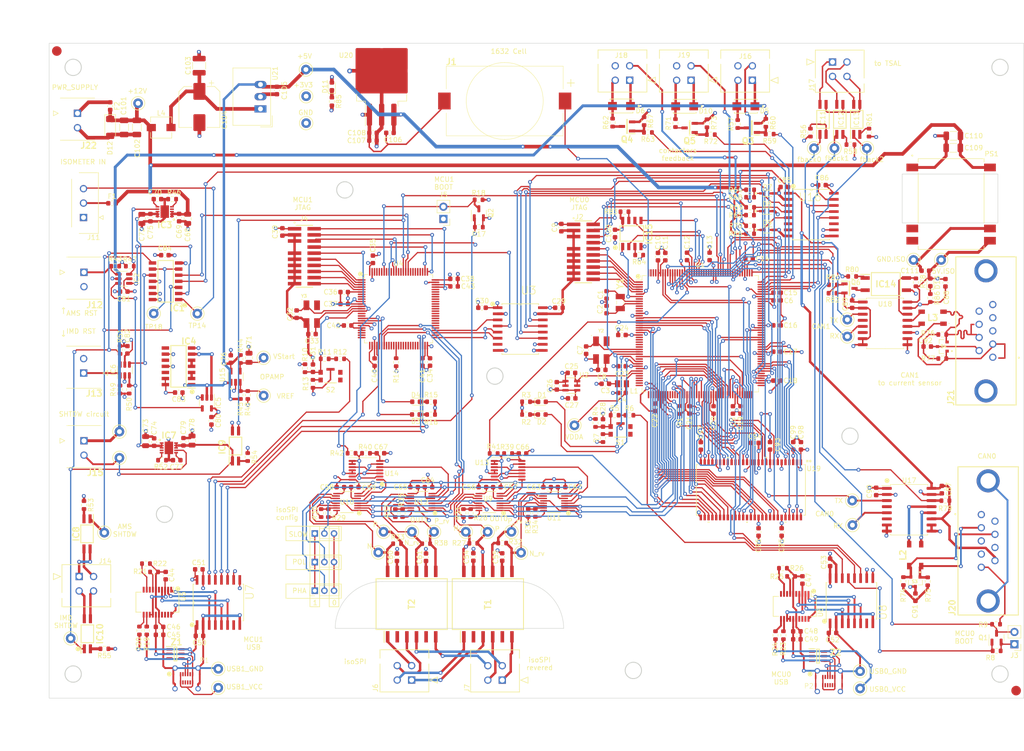
<source format=kicad_pcb>
(kicad_pcb (version 20221018) (generator pcbnew)
  (layers (0 "F.Cu" mixed) (1 "In1.Cu" signal) (2 "In2.Cu" signal) (31 "B.Cu" signal) (34 "B.Paste" user) (35 "F.Paste" user) (36 "B.SilkS" user "B.Silkscreen") (37 "F.SilkS" user "F.Silkscreen") (38 "B.Mask" user) (39 "F.Mask" user) (44 "Edge.Cuts" user))
  (property "AUTHOR" "Fraunhofer IISB foxBMS Team")
  (property "CONFIGURATIONPARAMETERS" "")
  (property "CONFIGURATORNAME" "")
  (property "DOCUMENTNUMBER" "9")
  (property "ISUSERCONFIGURABLE" "")
  (property "REL-DATE" "2017-05-16")
  (property "SHEETDESCRIPTION" "Debug LEDs for MCU0")
  (property "SHEETTOTAL" "24")
  (property "VERSION" "1.0.2")
  (property "VERSIONCONTROL_PROJFOLDERREVNUMBER" "")
  (property "VERSIONCONTROL_REVNUMBER" "")
  (net 0 "")
  (net 1 "Net-(U1-PC14)")
  (net 2 "GND")
  (net 3 "Net-(U1-PC15)")
  (net 4 "+3.3V")
  (net 5 "Net-(U1-VDDA)")
  (net 6 "Net-(U1-VCAP_1)")
  (net 7 "Net-(U1-VCAP_2)")
  (net 8 "Net-(U1-PH0)")
  (net 9 "Net-(U1-PH1)")
  (net 10 "/MCU0_primary/MCU0_ADC_REF/VREF+_MCU0")
  (net 11 "/MCU0_primary/MCU0_NRST")
  (net 12 "/MCU1_secondary/MCU1_NRST")
  (net 13 "Net-(U4-PH0)")
  (net 14 "Net-(U4-PH1)")
  (net 15 "Net-(U4-VCAP_1)")
  (net 16 "Net-(U4-VCAP_2)")
  (net 17 "Net-(U5-3V3OUT)")
  (net 18 "USB1_GND")
  (net 19 "USB1_VCC")
  (net 20 "Net-(U6-3V3OUT)")
  (net 21 "USB0_GND")
  (net 22 "USB_VCC")
  (net 23 "Net-(T1-SEC_5)")
  (net 24 "Net-(T1-SEC_2)")
  (net 25 "Net-(U9-VDD)")
  (net 26 "Net-(U10-VDD)")
  (net 27 "Net-(T2-SEC_5)")
  (net 28 "Net-(T2-SEC_2)")
  (net 29 "Net-(U11-VDD)")
  (net 30 "Net-(U12-VDD)")
  (net 31 "SUPPLY")
  (net 32 "Net-(IC3-SS)")
  (net 33 "Net-(C71-Pad1)")
  (net 34 "Net-(IC3-OUT_1)")
  (net 35 "+5V")
  (net 36 "Net-(IC7-SS)")
  (net 37 "Net-(IC7-OUT_1)")
  (net 38 "+5V_ISO")
  (net 39 "Net-(C91-Pad1)")
  (net 40 "Net-(C92-Pad1)")
  (net 41 "GND_ISO")
  (net 42 "Net-(U21-Vin)")
  (net 43 "Net-(D1-K)")
  (net 44 "Net-(D1-A)")
  (net 45 "Net-(D2-K)")
  (net 46 "Net-(D2-A)")
  (net 47 "Net-(D3-K)")
  (net 48 "Net-(D3-A)")
  (net 49 "Net-(D4-K)")
  (net 50 "Net-(D4-A)")
  (net 51 "/Contactors/contactors_com_pos")
  (net 52 "/Contactors/Contactor_out0")
  (net 53 "/Contactors/Contactor_out1")
  (net 54 "Net-(U16-VIA)")
  (net 55 "Net-(U16-VIB)")
  (net 56 "Net-(U16-VIC)")
  (net 57 "/Contactors/Contactor_out2")
  (net 58 "Net-(D11-K)")
  (net 59 "Net-(D13-K)")
  (net 60 "Net-(F1-Pad1)")
  (net 61 "Net-(F2-Pad1)")
  (net 62 "/Shutdown/Bender_OK_EXT")
  (net 63 "Net-(IC1-Pad2)")
  (net 64 "/Shutdown/AMS_SHTDW")
  (net 65 "/MCU0_primary/SHUTDOWN_ctrl_MCU0")
  (net 66 "/MCU1_secondary/SHUTDOWN_ctrl_MCU0")
  (net 67 "Net-(IC1-Pad6)")
  (net 68 "/Shutdown/IMD_SHTDW")
  (net 69 "Net-(IC1-Pad10)")
  (net 71 "Net-(IC2-Pad1)")
  (net 72 "Net-(IC2-Pad3)")
  (net 74 "Net-(IC3-ILIM)")
  (net 75 "Net-(IC4-Pad1)")
  (net 76 "Net-(IC4-Pad2)")
  (net 77 "Net-(IC4-Pad4)")
  (net 78 "Net-(IC4-Pad6)")
  (net 82 "Net-(IC6-Pad1)")
  (net 84 "Net-(IC7-ILIM)")
  (net 85 "Net-(IC8-K)")
  (net 86 "Net-(IC8-E)")
  (net 87 "Net-(IC8-C)")
  (net 88 "Net-(IC9-K)")
  (net 89 "/MCU0_primary/SHUTDOWN_feedback_MCU0")
  (net 90 "Net-(IC10-K)")
  (net 91 "Net-(IC10-E)")
  (net 92 "Net-(IC10-C)")
  (net 93 "/Contactors/Contactor_feedback0")
  (net 94 "Net-(IC11-K)")
  (net 95 "Net-(IC11-E)")
  (net 96 "Net-(IC11-C)")
  (net 97 "/Contactors/Contactor_feedback1")
  (net 98 "Net-(IC12-K)")
  (net 99 "Net-(IC12-C)")
  (net 100 "/Contactors/Contactor_feedback2")
  (net 101 "Net-(IC13-K)")
  (net 102 "Net-(IC13-C)")
  (net 103 "Net-(IC14-A)")
  (net 104 "Net-(IC14-K)")
  (net 105 "Net-(IC14-D2)")
  (net 106 "/MCU0_Memory/EEPROM.CS")
  (net 107 "/MCU0_Memory/EEPROM.MISO")
  (net 108 "Net-(IC15-~{W})")
  (net 109 "/MCU0_Memory/EEPROM.MOSI")
  (net 110 "/MCU0_Memory/EEPROM.SCK")
  (net 111 "Net-(IC15-~{HOLD})")
  (net 112 "Net-(J1-+)")
  (net 113 "/MCU0_primary/MCU0_SWDIO")
  (net 114 "/MCU0_primary/MCU0_SWCLK")
  (net 115 "/MCU0_primary/MCU0_SWO")
  (net 116 "/MCU0_primary/MCU0_TDI")
  (net 117 "/MCU0_primary/MCU0_TRACECLK")
  (net 118 "/MCU0_primary/MCU0_TRACED0")
  (net 119 "/MCU0_primary/MCU0_TRACED1")
  (net 120 "/MCU0_primary/MCU0_TRACED2")
  (net 121 "/MCU0_primary/MCU0_TRACED3")
  (net 122 "/MCU0_primary/MCU0_BOOT")
  (net 123 "/MCU1_secondary/MCU1_SWDIO")
  (net 124 "/MCU1_secondary/MCU1_SWCLK")
  (net 125 "/MCU1_secondary/MCU1_SWO")
  (net 126 "/MCU1_secondary/MCU1_TDI")
  (net 127 "/MCU1_secondary/MCU1_TRACECLK")
  (net 128 "/MCU1_secondary/MCU1_TRACED0")
  (net 129 "/MCU1_secondary/MCU1_TRACED1")
  (net 130 "/MCU1_secondary/MCU1_TRACED2")
  (net 131 "/MCU1_secondary/MCU1_TRACED3")
  (net 132 "/MCU1_secondary/MCU1_BOOT")
  (net 133 "Net-(T1-PRI_3)")
  (net 134 "Net-(T1-PRI_1)")
  (net 135 "Net-(T2-PRI_1)")
  (net 136 "Net-(T2-PRI_3)")
  (net 137 "Net-(T1-PRI_6)")
  (net 138 "Net-(T1-PRI_4)")
  (net 139 "Net-(T2-PRI_4)")
  (net 140 "Net-(T2-PRI_6)")
  (net 141 "/isoSPI_interface/POL_0")
  (net 142 "/isoSPI_interface/PHA_0")
  (net 143 "/isoSPI_interface/SLOW")
  (net 144 "/Contactors/feedback0")
  (net 145 "/Contactors/feedback1")
  (net 146 "/Contactors/feedback2")
  (net 147 "unconnected-(J20-PAD-Pad0)")
  (net 149 "/CAN0_interface/CAN0_L")
  (net 151 "/CAN0_interface/CAN0_H")
  (net 154 "/CAN0_interface/CAN1_-")
  (net 156 "/CAN0_interface/CAN1_+")
  (net 158 "Net-(U17-CANL)")
  (net 159 "Net-(U17-CANH)")
  (net 160 "Net-(U18-CANL)")
  (net 161 "Net-(U18-CANH)")
  (net 163 "/USB_interface/D1+")
  (net 164 "/USB_interface/D1-")
  (net 167 "/USB_interface/D0+")
  (net 168 "/USB_interface/D0-")
  (net 172 "/MCU0_primary/FTDI_MCU0.DTR")
  (net 173 "/MCU1_secondary/FTDI_MCU1.DTR")
  (net 174 "Net-(Q3-G)")
  (net 175 "Net-(Q3-D)")
  (net 176 "Net-(Q4-G)")
  (net 177 "Net-(Q4-D)")
  (net 178 "Net-(Q5-G)")
  (net 179 "Net-(Q5-D)")
  (net 180 "Net-(Q6-G)")
  (net 181 "Net-(U1-PB2)")
  (net 182 "Net-(R5-Pad2)")
  (net 183 "/MCU0_primary/FTDI_MCU0.RTS")
  (net 184 "Net-(R7-Pad1)")
  (net 185 "Net-(R11-Pad2)")
  (net 186 "/MCU1_secondary/FTDI_MCU1.RTS")
  (net 187 "Net-(R13-Pad1)")
  (net 188 "Net-(U4-PB2)")
  (net 189 "Net-(U5-USBDM)")
  (net 190 "Net-(U5-USBDP)")
  (net 191 "Net-(U5-~{DSR})")
  (net 192 "Net-(U5-~{CTS})")
  (net 193 "Net-(U6-USBDM)")
  (net 194 "Net-(U6-USBDP)")
  (net 195 "Net-(U6-~{DSR})")
  (net 196 "Net-(U6-~{CTS})")
  (net 197 "/isoSPI_interface/OUT0_N")
  (net 198 "/isoSPI_interface/OUT0_P")
  (net 199 "Net-(U9-IBIAS)")
  (net 200 "Net-(U9-ICMP)")
  (net 201 "Net-(U10-IBIAS)")
  (net 202 "Net-(U10-ICMP)")
  (net 203 "/isoSPI_interface/OUT0_P_rv")
  (net 204 "/isoSPI_interface/OUT0_N_rv")
  (net 205 "/isoSPI_interface/OUT1_N")
  (net 206 "/isoSPI_interface/OUT1_P")
  (net 207 "Net-(U11-IBIAS)")
  (net 208 "Net-(U11-ICMP)")
  (net 209 "Net-(U12-IBIAS)")
  (net 210 "Net-(U12-ICMP)")
  (net 211 "/isoSPI_interface/OUT1_P_rv")
  (net 212 "/isoSPI_interface/OUT1_N_rv")
  (net 213 "Net-(R39-Pad2)")
  (net 214 "Net-(R40-Pad2)")
  (net 215 "/MCU0_primary/isoSPI0.DIR")
  (net 216 "/MCU1_secondary/isoSPI1.DIR")
  (net 217 "Net-(R45-Pad2)")
  (net 218 "/Contactors/Contactor_ctrl0")
  (net 219 "/Contactors/Contactor_ctrl1")
  (net 220 "/Contactors/Contactor_ctrl2")
  (net 221 "/CAN0_interface/CAN0.TRANS_STBY_CTRL")
  (net 222 "/CAN0_interface/CAN1.TRANS_STBY_CTRL")
  (net 227 "/CAN0_interface/CAN0.TX")
  (net 228 "/CAN0_interface/CAN1.TX")
  (net 229 "/CAN0_interface/CAN0.RX")
  (net 230 "/CAN0_interface/CAN1.RX")
  (net 235 "/MCU0_Memory/MCU0_RAM.A0")
  (net 236 "/MCU0_Memory/MCU0_RAM.A1")
  (net 237 "/MCU0_Memory/MCU0_RAM.A2")
  (net 238 "/MCU0_Memory/MCU0_RAM.A3")
  (net 239 "/MCU0_Memory/MCU0_RAM.A4")
  (net 240 "/MCU0_Memory/MCU0_RAM.A5")
  (net 246 "/MCU0_Memory/MCU0_RAM.SDNWE")
  (net 256 "/MCU0_primary/isoSPI0.CS")
  (net 257 "/MCU0_primary/isoSPI0.SCK")
  (net 258 "/MCU0_primary/isoSPI0.MISO")
  (net 259 "/MCU0_primary/isoSPI0.MOSI")
  (net 264 "/MCU0_Memory/MCU0_RAM.SDNRAS")
  (net 265 "/MCU0_Memory/MCU0_RAM.A6")
  (net 266 "/MCU0_Memory/MCU0_RAM.A7")
  (net 267 "/MCU0_Memory/MCU0_RAM.A8")
  (net 268 "/MCU0_Memory/MCU0_RAM.A9")
  (net 269 "/MCU0_Memory/MCU0_RAM.A10")
  (net 270 "/MCU0_Memory/MCU0_RAM.A11")
  (net 271 "/MCU0_Memory/MCU0_RAM.D4")
  (net 272 "/MCU0_Memory/MCU0_RAM.D5")
  (net 273 "/MCU0_Memory/MCU0_RAM.D6")
  (net 274 "/MCU0_Memory/MCU0_RAM.D7")
  (net 275 "/MCU0_Memory/MCU0_RAM.D8")
  (net 276 "/MCU0_Memory/MCU0_RAM.D9")
  (net 277 "/MCU0_Memory/MCU0_RAM.D10")
  (net 278 "/MCU0_Memory/MCU0_RAM.D11")
  (net 279 "/MCU0_Memory/MCU0_RAM.D12")
  (net 280 "/MCU0_primary/FTDI_MCU0.TX")
  (net 281 "/MCU0_primary/FTDI_MCU0.RX")
  (net 282 "/MCU0_Memory/MCU0_RAM.SDNE1")
  (net 283 "/MCU0_Memory/MCU0_RAM.SDCKE1")
  (net 289 "/MCU0_primary/MCU_to_MCU_INTERFACE_MCU0.CS")
  (net 290 "/MCU0_primary/MCU_to_MCU_INTERFACE_MCU0.MISO")
  (net 291 "/MCU0_primary/MCU_to_MCU_INTERFACE_MCU0.MOSI")
  (net 292 "/MCU0_Memory/MCU0_RAM.D13")
  (net 293 "/MCU0_Memory/MCU0_RAM.D14")
  (net 294 "/MCU0_Memory/MCU0_RAM.D15")
  (net 298 "/MCU0_Memory/MCU0_RAM.D0")
  (net 299 "/MCU0_Memory/MCU0_RAM.D1")
  (net 302 "/MCU0_Memory/MCU0_RAM.BA0")
  (net 303 "/MCU0_Memory/MCU0_RAM.BA1")
  (net 306 "/MCU0_Memory/MCU0_RAM.SDCLK")
  (net 319 "/MCU0_Memory/MCU0_RAM.D2")
  (net 320 "/MCU0_Memory/MCU0_RAM.D3")
  (net 322 "/MCU0_primary/MCU_to_MCU_INTERFACE_MCU0.SCK")
  (net 328 "/MCU0_Memory/MCU0_RAM.SDNCAS")
  (net 330 "/MCU0_Memory/MCU0_RAM.NBL0")
  (net 331 "/MCU0_Memory/MCU0_RAM.NBL1")
  (net 336 "/MCU1_secondary/MCU_to_MCU_INTERFACE_MCU1.MISO")
  (net 338 "/MCU1_secondary/MCU_to_MCU_INTERFACE_MCU1.CS")
  (net 339 "/MCU1_secondary/MCU_to_MCU_INTERFACE_MCU1.SCK")
  (net 340 "/MCU1_secondary/MCU_to_MCU_INTERFACE_MCU1.MOSI")
  (net 350 "/MCU1_secondary/isoSPI1.CS")
  (net 351 "/MCU1_secondary/isoSPI1.SCK")
  (net 352 "/MCU1_secondary/isoSPI1.MISO")
  (net 353 "/MCU1_secondary/isoSPI1.MOSI")
  (net 367 "/MCU1_secondary/FTDI_MCU1.TX")
  (net 368 "/MCU1_secondary/FTDI_MCU1.RX")
  (net 402 "/USB_interface/USB_MCU1.DTR")
  (net 403 "/USB_interface/USB_MCU1.RTS")
  (net 404 "/USB_interface/USB_MCU1.RX")
  (net 411 "/USB_interface/USB_MCU1.TX")
  (net 412 "/USB_interface/USB_MCU0.DTR")
  (net 413 "/USB_interface/USB_MCU0.RTS")
  (net 414 "/USB_interface/USB_MCU0.RX")
  (net 421 "/USB_interface/USB_MCU0.TX")
  (net 424 "/isoSPI_interface/CS0_F")
  (net 425 "/isoSPI_interface/CS1_F")
  (net 426 "/isoSPI_interface/CS0_rv")
  (net 427 "/isoSPI_interface/CS1_rv")
  (net 428 "Net-(U13-Pad11)")
  (net 429 "Net-(U13-Pad10)")
  (net 430 "Net-(U14-Pad11)")
  (net 431 "Net-(U14-Pad10)")
  (footprint "Capacitor_SMD:CP_Elec_8x10" (layer "F.Cu") (at 112.254 107.7475 -90)
    (fp_text reference "C104")
    (fp_text value "56uF/50V (8mm diameter)")
  )
  (footprint "FTSH-110-01-L-DV-007-K-P:SAMTEC_FTSH-110-01-L-DV-007" (layer "F.Cu") (at 134.081 138.804 -90)
    (fp_text reference "J4")
    (fp_text value "FTSH-110-01-L-DV-007")
  )
  (footprint "ADR3425ARJZ-R2:RJ_6_ADI" (layer "F.Cu") (at 189.6022 165.74)
    (fp_text reference "U2")
    (fp_text value "ADR3425ARJZ-R2" hide)
  )
  (footprint "Capacitor_SMD:C_0603_1608Metric" (layer "F.Cu") (at 175.223 201.395799 -90)
    (fp_text reference "C55")
    (fp_text value "27pF/50V" hide)
  )
  (footprint "43045-0212:43045-02YY_121314" (layer "F.Cu") (at 88.2485 142.149 180)
    (fp_text reference "J12")
    (fp_text value "43045-0212" hide)
  )
  (footprint "Resistor_SMD:R_0603_1608Metric" (layer "F.Cu") (at 104.48675 181.242)
    (fp_text reference "R52")
    (fp_text value "6k8")
  )
  (footprint "Resistor_SMD:R_0603_1608Metric" (layer "F.Cu") (at 134.216 162.109 -90)
    (fp_text reference "R10")
    (fp_text value "10k")
  )
  (footprint "Capacitor_SMD:C_0603_1608Metric" (layer "F.Cu") (at 171.0229 149.524)
    (fp_text reference "C30")
    (fp_text value "100nF/50V")
  )
  (footprint "Resistor_SMD:R_0603_1608Metric" (layer "F.Cu") (at 122.301 180.594 -90)
    (fp_text reference "R54")
    (fp_text value "470R")
  )
  (footprint "Resistor_SMD:R_0603_1608Metric" (layer "F.Cu") (at 251.5 113.075 90)
    (fp_text reference "R61")
    (fp_text value "130R" hide)
  )
  (footprint "IS42S16400J-7TLI:54L_TSOP-2_400_ISI" (layer "F.Cu") (at 226.937001 187.4266 -90)
    (fp_text reference "U19")
    (fp_text value "IS42S16400J-7TLI")
  )
  (footprint "Resistor_SMD:R_0603_1608Metric" (layer "F.Cu") (at 232.058 217.671 90)
    (fp_text reference "R24")
    (fp_text value "27R")
  )
  (footprint "43045-0412:CON_430450412_MOL" (layer "F.Cu") (at 227.250001 102.19)
    (fp_text reference "J16")
    (fp_text value "430450412" hide)
  )
  (footprint "Capacitor_SMD:C_0603_1608Metric" (layer "F.Cu") (at 160.216 160.809 -90)
    (fp_text reference "C34")
    (fp_text value "100nF/50V")
  )
  (footprint "TestPoint:TestPoint_Keystone_5000-5004_Miniature" (layer "F.Cu") (at 116.18 224.6571)
    (fp_text reference "TP3" hide)
    (fp_text value "TestPoint")
  )
  (footprint "Capacitor_SMD:C_0603_1608Metric" (layer "F.Cu") (at 148.354 114.73 180)
    (fp_text reference "C107")
    (fp_text value "1uF/35V")
  )
  (footprint "Capacitor_SMD:C_0603_1608Metric" (layer "F.Cu") (at 148.336 139.446 90)
    (fp_text reference "C35")
    (fp_text value "100nF/50V")
  )
  (footprint "Capacitor_SMD:C_0603_1608Metric" (layer "F.Cu") (at 103.968 217.5881)
    (fp_text reference "C45")
    (fp_text value "4u7/25V")
  )
  (footprint "Capacitor_SMD:C_0603_1608Metric" (layer "F.Cu") (at 102.0665 130.772 -90)
    (fp_text reference "C75")
    (fp_text value "0.1u/50V")
  )
  (footprint "Capacitor_SMD:C_0603_1608Metric" (layer "F.Cu") (at 196.68 165.347 180)
    (fp_text reference "C3")
    (fp_text value "100nF/50V")
  )
  (footprint "TestPoint:TestPoint_Keystone_5000-5004_Miniature" (layer "F.Cu") (at 172.2 196.15 90)
    (fp_text reference "TP6" hide)
    (fp_text value "TestPoint" hide)
  )
  (footprint "Capacitor_SMD:C_0603_1608Metric" (layer "F.Cu") (at 200.127 161.6962 180)
    (fp_text reference "C23")
    (fp_text value "100nF/50V")
  )
  (footprint "LED_SMD:LED_0603_1608Metric" (layer "F.Cu") (at 183.5015 169.093)
    (fp_text reference "D1")
    (fp_text value "LED_RED" hide)
  )
  (footprint "GF1B-E367A:Diode_GF1B-E367A" (layer "F.Cu") (at 213.177002 107.595001 180)
    (fp_text reference "D10")
    (fp_text value "GF1B-E3_67A" hide)
  )
  (footprint "Capacitor_SMD:C_0603_1608Metric" (layer "F.Cu") (at 135.666 155.009 180)
    (fp_text reference "C33")
    (fp_text value "18pF/50V")
  )
  (footprint "Capacitor_SMD:C_0603_1608Metric" (layer "F.Cu") (at 261.159 209.76 90)
    (fp_text reference "C91")
    (fp_text value "1uF/35V")
  )
  (footprint "Capacitor_SMD:C_0603_1608Metric" (layer "F.Cu") (at 195.93 162.447 180)
    (fp_text reference "C8")
    (fp_text value "18pF/50V")
  )
  (footprint "ACPL-217:SOIC127P700X242-4N" (layer "F.Cu") (at 248.961 110.325 90)
    (fp_text reference "IC13")
    (fp_text value "ACPL-217-56BE" hide)
  )
  (footprint "KMR221GLFS:SW_KMR221GLFS" (layer "F.Cu") (at 199.83 175.047)
    (fp_text reference "S1")
    (fp_text value "KMR221GLFS")
  )
  (footprint "43650-0327:MOLEX_436500327" (layer "F.Cu") (at 88.15175 130.743 -90)
    (fp_text reference "J11")
    (fp_text value "436500327" hide)
  )
  (footprint "TestPoint:TestPoint_Keystone_5000-5004_Miniature" (layer "F.Cu") (at 161.05 196.15 90)
    (fp_text reference "TP13" hide)
    (fp_text value "TestPoint" hide)
  )
  (footprint "Resistor_SMD:R_0603_1608Metric" (layer "F.Cu") (at 233.708 217.671 90)
    (fp_text reference "R23")
    (fp_text value "27R")
  )
  (footprint "TestPoint:TestPoint_Keystone_5000-5004_Miniature" (layer "F.Cu") (at 125.61675 159.937 90)
    (fp_text reference "TP16" hide)
    (fp_text value "TestPoint")
  )
  (footprint "Resistor_SMD:R_0603_1608Metric" (layer "F.Cu") (at 176.45 179.85 180)
    (fp_text reference "R39")
    (fp_text value "20k")
  )
  (footprint "Capacitor_SMD:C_0603_1608Metric" (layer "F.Cu") (at 209.144 138.887 90)
    (fp_text reference "C11")
    (fp_text value "100nF/50V")
  )
  (footprint "Resistor_SMD:R_0603_1608Metric" (layer "F.Cu") (at 211.257002 111.095001 -90)
    (fp_text reference "R71")
    (fp_text value "1k")
  )
  (footprint "Capacitor_SMD:C_0603_1608Metric" (layer "F.Cu") (at 224.783 170.79 -90)
    (fp_text reference "C19")
    (fp_text value "100nF/50V")
  )
  (footprint "Capacitor_SMD:C_0603_1608Metric" (layer "F.Cu") (at 112.268 217.805 180)
    (fp_text reference "C50")
    (fp_text value "100n/50V")
  )
  (footprint "GF1B-E367A:Diode_GF1B-E367A" (layer "F.Cu") (at 225.900001 107.59 180)
    (fp_text reference "D5")
    (fp_text value "GF1B-E3_67A" hide)
  )
  (footprint "Capacitor_SMD:C_0603_1608Metric" (layer "F.Cu") (at 241.725 124)
    (fp_text reference "C86")
    (fp_text value "100nF/50V" hide)
  )
  (footprint "Capacitor_SMD:C_0603_1608Metric" (layer "F.Cu") (at 196.93 149.897 90)
    (fp_text reference "C2")
    (fp_text value "18pF/50V")
  )
  (footprint "Resistor_SMD:R_0603_1608Metric" (layer "F.Cu") (at 170.36925 132.7515 180)
    (fp_text reference "R17")
    (fp_text value "10k")
  )
  (footprint "Resistor_SMD:R_0603_1608Metric" (layer "F.Cu") (at 194.63 173.497 -90)
    (fp_text reference "R4")
    (fp_text value "10k")
  )
  (footprint "Capacitor_SMD:C_0603_1608Metric" (layer "F.Cu") (at 129.511 133.744 -90)
    (fp_text reference "C39")
    (fp_text value "100nF/50V")
  )
  (footprint "Package_QFP:LQFP-176_24x24mm_P0.5mm" (layer "F.Cu") (at 216.408 154.94)
    (fp_text reference "U1")
    (fp_text value "STM32F429IIT6")
  )
  (footprint "Resistor_SMD:R_0603_1608Metric" (layer "F.Cu") (at 153.166 160.859 -90)
    (fp_text reference "R14")
    (fp_text value "10k")
  )
  (footprint "43045-0412:CON_430450412_MOL" (layer "F.Cu") (at 175.239649 227.015)
    (fp_text reference "J7")
    (fp_text value "430450412" hide)
  )
  (footprint "Package_TO_SOT_SMD:SOT-23" (layer "F.Cu") (at 278.03 218.1825 90)
    (fp_text reference "Q1")
    (fp_text value "BSS84")
  )
  (footprint "TestPoint:TestPoint_Keystone_5000-5004_Miniature" (layer "F.Cu") (at 134.454 105.505)
    (fp_text reference "TP33" hide)
    (fp_text value "TestPoint" hide)
  )
  (footprint "Diode_SMD:D_MiniMELF" (layer "F.Cu") (at 93.7 112 -90)
    (fp_text reference "D12")
    (fp_text value "BZV55B15")
  )
  (footprint "TestPoint:TestPoint_Keystone_5000-5004_Miniature" (layer "F.Cu") (at 95.6255 175.299 180)
    (fp_text reference "TP23" hide)
    (fp_text value "TestPoint")
  )
  (footprint "Capacitor_SMD:C_0603_1608Metric" (layer "F.Cu") (at 141.572401 186.854 180)
    (fp_text reference "C58")
    (fp_text value "100n/50V" hide)
  )
  (footprint "Resistor_SMD:R_0603_1608Metric" (layer "F.Cu") (at 205.533667 113.041 180)
    (fp_text reference "R63")
    (fp_text value "10R")
  )
  (footprint "Resistor_SMD:R_0603_1608Metric" (layer "F.Cu") (at 226.77826 126.525001)
    (fp_text reference "R68")
    (fp_text value "47R")
  )
  (footprint "Resistor_SMD:R_0603_1608Metric" (layer "F.Cu") (at 175.223 198.495799 180)
    (fp_text reference "R32")
    (fp_text value "120R" hide)
  )
  (footprint "Resistor_SMD:R_0603_1608Metric" (layer "F.Cu") (at 153.371 198.622799)
    (fp_text reference "R33")
    (fp_text value "120R" hide)
  )
  (footprint "Capacitor_SMD:C_0603_1608Metric" (layer "F.Cu") (at 226.568 139.319)
    (fp_text reference "C14")
    (fp_text value "100nF/50V")
  )
  (footprint "Converter_DCDC:Converter_DCDC_TRACO_TSR-1_THT" (layer "F.Cu") (at 124.954 108.145 90)
    (fp_text reference "U21")
    (fp_text value "TSR_2-2450")
  )
  (footprint "FS_Semiconductor:SOIC127P600X175-14N" (layer "F.Cu") (at 107.90575 161.715 180)
    (fp_text reference "IC4")
    (fp_text value "SN74HC04DR" hide)
  )
  (footprint "TestPoint:TestPoint_Keystone_5000-5004_Miniature" (layer "F.Cu") (at 249.6505 225.171)
    (fp_text reference "TP4" hide)
    (fp_text value "TestPoint" hide)
  )
  (footprint "Capacitor_SMD:C_0603_1608Metric" (layer "F.Cu") (at 171.111302 186.854004 180)
    (fp_text reference "C56")
    (fp_text value "100n/50V" hide)
  )
  (footprint "Capacitor_SMD:C_0603_1608Metric" (layer "F.Cu") (at 108.0355 130.76 -90)
    (fp_text reference "C69")
    (fp_text value "0.1u/50V")
  )
  (footprint "Capacitor_SMD:C_0805_2012Metric" (layer "F.Cu") (at 100.2885 131.026 -90)
    (fp_text reference "C72")
    (fp_text value "10u/50V")
  )
  (footprint "Capacitor_SMD:C_0603_1608Metric" (layer "F.Cu") (at 165.2016 143.509)
    (fp_text reference "C38")
    (fp_text value "100nF/50V")
  )
  (footprint "Connector_PinHeader_2.54mm:PinHeader_1x02_P2.54mm_Vertical" (layer "F.Cu") (at 163 131.04 180)
    (fp_text reference "J5")
    (fp_text value "Conn_01x02_Pin" hide)
  )
  (footprint "TestPoint:TestPoint_Keystone_5000-5004_Miniature" (layer "F.Cu") (at 156.45 196.15 90)
    (fp_text reference "TP12" hide)
    (fp_text value "TestPoint" hide)
  )
  (footprint "TestPoint:TestPoint_Keystone_5000-5004_Miniature" (layer "F.Cu") (at 260.76 139.57 -90)
    (fp_text reference "TP36" hide)
    (fp_text value "TestPoint" hide)
  )
  (footprint "Capacitor_SMD:C_0603_1608Metric" (layer "F.Cu") (at 263.625 157.6)
    (fp_text reference "C92")
    (fp_text value "1uF/35V" hide)
  )
  (footprint "Capacitor_SMD:C_0603_1608Metric" (layer "F.Cu") (at 103.53075 126.915)
    (fp_text reference "C70")
    (fp_text value "100nF/50V")
  )
  (footprint "Package_SO:TSSOP-14_4.4x5mm_P0.65mm" (layer "F.Cu") (at 176.45 183.35)
    (fp_text reference "U13")
    (fp_text value "SN74LVC00AQPWRQ1" hide)
  )
  (footprint "Resistor_SMD:R_0603_1608Metric" (layer "F.Cu") (at 198.183667 110.991 -90)
    (fp_text reference "R62")
    (fp_text value "1k")
  )
  (footprint "Capacitor_SMD:C_0603_1608Metric" (layer "F.Cu") (at 232.385 153.1872)
    (fp_text reference "C16")
    (fp_text value "100nF/50V")
  )
  (footprint "ADUM3401CRWZ:SOIC127P1032X265-16N" (layer "F.Cu") (at 247.8545 210.5051 90)
    (fp_text reference "U8")
    (fp_text value "ADUM3401CRWZ")
  )
  (footprint "TestPoint:TestPoint_Keystone_5000-5004_Miniature" (layer "F.Cu") (at 244.326 116.325 90)
    (fp_text reference "TP25" hide)
    (fp_text value "TestPoint" hide)
  )
  (footprint "Capacitor_SMD:C_0603_1608Metric" (layer "F.Cu") (at 187.0229 149.524 180)
    (fp_text reference "C29")
    (fp_text value "100nF/50V")
  )
  (footprint "Capacitor_SMD:C_0603_1608Metric" (layer "F.Cu") (at 198.684 134.067 -90)
    (fp_text reference "C100")
    (fp_text value "100n/50V")
  )
  (footprint "LS1205EF:SON50P300X300X80-11N" (layer "F.Cu") (at 105.90775 178.686)
    (fp_text reference "IC7")
    (fp_text value "LS1205EF" hide)
  )
  (footprint "CDSOD323-T05:Bourns_Inc.-SOD-323-0-0-IPC_B" (layer "F.Cu") (at 230.423942 133.324999)
    (fp_text reference "D9")
    (fp_text value "CDSOD323-T05" hide)
  )
  (footprint "Resistor_SMD:R_0603_1608Metric" (layer "F.Cu") (at 168.661302 192.254004 90)
    (fp_text reference "R28")
    (fp_text value "820R" hide)
  )
  (footprint "Capacitor_SMD:C_0603_1608Metric" (layer "F.Cu") (at 158.6422 160.809 -90)
    (fp_text reference "C41")
    (fp_text value "2u2/10V")
  )
  (footprint "AD8628ARTZ-R2:SOT95P280X145-5N" (layer "F.Cu") (at 119.77475 163.874 90)
    (fp_text reference "U15")
    (fp_text value "AD8628ARTZ-R2")
  )
  (footprint "Capacitor_SMD:C_0603_1608Metric" (layer "F.Cu") (at 232.385 146.39)
    (fp_text reference "C15")
    (fp_text value "100nF/50V")
  )
  (footprint "LED_SMD:LED_0603_1608Metric" (layer "F.Cu") (at 157.3075 169.083 180)
    (fp_text reference "D4")
    (fp_text value "LED_Green")
  )
  (footprint "Resistor_SMD:R_0603_1608Metric" (layer "F.Cu") (at 120.79075 167.684 90)
    (fp_text reference "R45")
    (fp_text value "1k")
  )
  (footprint "Resistor_SMD:R_0603_1608Metric" (layer "F.Cu") (at 159.404 198.622799 180)
    (fp_text reference "R38")
    (fp_text value "120R" hide)
  )
  (footprint "Resistor_SMD:R_0603_1608Metric" (layer "F.Cu") (at 160.425 169.083)
    (fp_text reference "R15")
    (fp_text value "130R")
  )
  (footprint "ACPL-217:SOIC127P700X242-4N" (layer "F.Cu") (at 88.953325 217.375 90)
    (fp_text reference "IC10")
    (fp_text value "ACPL-217-56BE" hide)
  )
  (footprint "Resistor_SMD:R_0603_1608Metric" (layer "F.Cu") (at 143.9 179.8)
    (fp_text reference "R42")
    (fp_text value "0R" hide)
  )
  (footprint "Capacitor_SMD:C_0603_1608Metric" (layer "F.Cu") (at 189.6778 168.3762 180)
    (fp_text reference "C27")
    (fp_text value "100nF/50V")
  )
  (footprint "Capacitor_SMD:C_0805_2012Metric" (layer "F.Cu") (at 110.71475 177.16 90)
    (fp_text reference "C78")
    (fp_text value "10u/50V")
  )
  (footprint "HM2102NL:SOP200P1473X500-12N" (layer "F.Cu") (at 172.25 211.2 90)
    (fp_text reference "T1")
    (fp_text value "HM2102NL" hide)
  )
  (footprint "Resistor_SMD:R_0603_1608Metric" (layer "F.Cu") (at 226.773942 134.124999)
    (fp_text reference "R66")
    (fp_text value "10k")
  )
  (footprint "Resistor_SMD:R_0603_1608Metric" (layer "F.Cu") (at 120.79075 160.191 -90)
    (fp_text reference "R44")
    (fp_text value "10k")
  )
  (footprint "Capacitor_SMD:C_0603_1608Metric" (layer "F.Cu") (at 102.84075 177.48 90)
    (fp_text reference "C74")
    (fp_text value "0.1u/50V")
  )
  (footprint "TestPoint:TestPoint_Keystone_5000-5004_Miniature" (layer "F.Cu") (at 249.6505 228.75 -90)
    (fp_text reference "TP5" hide)
    (fp_text value "TestPoint")
  )
  (footprint "Package_SO:SSOP-20_3.9x8.7mm_P0.635mm" (layer "F.Cu") (at 236.058 211.671 -90)
    (fp_text reference "U6")
    (fp_text value "FT231XS-R")
  )
  (footprint "BLM21AG471SN1J:IND_BLM21_0805_MUR" (layer "F.Cu") (at 200.13 165.347 180)
    (fp_text reference "L1")
    (fp_text value "BLM21AG471SN1J")
  )
  (footprint "Resistor_SMD:R_0603_1608Metric" (layer "F.Cu") (at 180.1895 171.75 180)
    (fp_text reference "R2")
    (fp_text value "130R")
  )
  (footprint "TestPoint:TestPoint_Keystone_5000-5004_Miniature" (layer "F.Cu") (at 248.063 194.757)
    (fp_text reference "TP29" hide)
    (fp_text value "TestPoint")
  )
  (footprint "LTC6820HMS#PBF:MS_05-08-1669_ADI" (layer "F.Cu") (at 186.011301 189.954 180)
    (fp_text reference "U11")
    (fp_text value "LTC6820HMS-PBF" hide)
  )
  (footprint "Capacitor_SMD:C_0603_1608Metric" (layer "F.Cu") (at 187.572401 186.854)
    (fp_text reference "C62")
    (fp_text value "100n/50V" hide)
  )
  (footprint "Resistor_SMD:R_0603_1608Metric" (layer "F.Cu") (at 266.75 155.1 180)
    (fp_text reference "R76")
    (fp_text value "62R" hide)
  )
  (footprint "Resistor_SMD:R_0603_1608Metric" (layer "F.Cu") (at 239.326 113.075 90)
    (fp_text reference "R56")
    (fp_text value "130R" hide)
  )
  (footprint "Connector_PinHeader_2.00mm:PinHeader_1x03_P2.00mm_Vertical" (layer "F.Cu") (at 136.25 208.4 90)
    (fp_text reference "J9" hide)
    (fp_text value "Conn_01x03_Pin" hide)
  )
  (footprint "Capacitor_SMD:C_0603_1608Metric" (layer "F.Cu") (at 135.866 162.109 90)
    (fp_text reference "C31")
    (fp_text value "100nF/50V")
  )
  (footprint "Inductor_SMD:L_TracoPower_TCK-141" (layer "F.Cu") (at 104.3 112.025)
    (fp_text reference "L4")
    (fp_text value "5.6uH")
  )
  (footprint "Capacitor_SMD:C_0603_1608Metric" (layer "F.Cu") (at 200.127 155.1938 180)
    (fp_text reference "C24")
    (fp_text value "100nF/50V")
  )
  (footprint "Capacitor_SMD:C_0603_1608Metric" (layer "F.Cu") (at 128.3715 104.3125 -90)
    (fp_text reference "C105")
    (fp_text value "100nF/50V")
  )
  (footprint "TestPoint:TestPoint_Keystone_5000-5004_Miniature" (layer "F.Cu") (at 167.65 196.15 90)
    (fp_text reference "TP7" hide)
    (fp_text value "TestPoint" hide)
  )
  (footprint "Resistor_SMD:R_0603_1608Metric" (layer "F.Cu") (at 226.773942 128.624999)
    (fp_text reference "R69")
    (fp_text value "47R")
  )
  (footprint "Package_SO:SOIC-16W_7.5x10.3mm_P1.27mm" (layer "F.Cu") (at 254.85 152.775)
    (fp_text reference "U18")
    (fp_text value "TJA1052IT/5Y")
  )
  (footprint "Resistor_SMD:R_0603_1608Metric" (layer "F.Cu") (at 106.57875 126.915 180)
    (fp_text reference "R46")
    (fp_text value "6k8")
  )
  (footprint "Capacitor_SMD:C_0603_1608Metric" (layer "F.Cu") (at 148.354 113.13 180)
    (fp_text reference "C108")
    (fp_text value "100nF/50V")
  )
  (footprint "Resistor_SMD:R_0603_1608Metric" (layer "F.Cu") (at 97.78475 140.87925)
    (fp_text reference "R47")
    (fp_text value "10k")
  )
  (footprint "TestPoint:TestPoint_Keystone_5000-5004_Miniature" (layer "F.Cu") (at 179.15 200.5 90)
    (fp_text reference "TP9" hide)
    (fp_text value "TestPoint" hide)
  )
  (footprint "Capacitor_SMD:C_0603_1608Metric" (layer "F.Cu") (at 213.662 138.846 90)
    (fp_text reference "C12")
    (fp_text value "100nF/50V")
  )
  (footprint "ACPL-217:SOIC127P700X242-4N" (layer "F.Cu") (at 245.441 110.325 90)
    (fp_text reference "IC12")
    (fp_text value "ACPL-217-56BE" hide)
  )
  (footprint "Capacitor_SMD:C_0603_1608Metric" (layer "F.Cu") (at 233.901 124.395)
    (fp_text reference "C85")
    (fp_text value "100nF/50V" hide)
  )
  (footprint "Capacitor_SMD:C_0603_1608Metric" (layer "F.Cu") (at 97.278 158.279 90)
    (fp_text reference "C82")
    (fp_text value "100n/50V")
  )
  (footprint "ADUM3401CRWZ:SOIC127P1032X265-16N" (layer "F.Cu") (at 178.9739 153.959)
    (fp_text reference "U3")
    (fp_text value "ADUM3401CRWZ")
  )
  (footprint "FS_Connector:molex 2193200001" (layer "F.Cu") (at 109.58 226.6571)
    (fp_text reference "P1")
    (fp_text value "USB_C_Plug_USB2.0" hide)
  )
  (footprint "Resistor_SMD:R_0603_1608Metric" (layer "F.Cu") (at 233.608 203.721)
    (fp_text reference "R26")
    (fp_text value "0R")
  )
  (footprint "Capacitor_SMD:C_0603_1608Metric" (layer "F.Cu") (at 219.177 170.7894 -90)
    (fp_text reference "C20")
    (fp_text value "100nF/50V")
  )
  (footprint "Resistor_SMD:R_0603_1608Metric" (layer "F.Cu") (at 154.500201 192.254 90)
    (fp_text reference "R35")
    (fp_text value "820R")
  )
  (footprint "LTC6820HMS#PBF:MS_05-08-1669_ADI" (layer "F.Cu") (at 142.961301 189.954 180)
    (fp_text reference "U10")
    (fp_text value "LTC6820HMS-PBF" hide)
  )
  (footprint "Capacitor_SMD:C_0603_1608Metric" (layer "F.Cu") (at 227.762 177.646)
    (fp_text reference "C94")
    (fp_text value "100n/50V")
  )
  (footprint "Resistor_SMD:R_0603_1608Metric" (layer "F.Cu") (at 226.753275 130.248999)
    (fp_text reference "R65")
    (fp_text value "10k")
  )
  (footprint "Capacitor_SMD:C_0603_1608Metric" (layer "F.Cu") (at 174.111302 186.854004)
    (fp_text reference "C57")
    (fp_text value "100n/50V" hide)
  )
  (footprint "Capacitor_SMD:C_0603_1608Metric" (layer "F.Cu") (at 252.995 187.746 90)
    (fp_text reference "C90")
    (fp_text value "100nF/50V")
  )
  (footprint "Capacitor_SMD:C_0603_1608Metric" (layer "F.Cu") (at 153.3334 201.442199 -90)
    (fp_text reference "C60")
    (fp_text value "27pF/50V" hide)
  )
  (footprint "TestPoint:TestPoint_Keystone_5000-5004_Miniature" (layer "F.Cu") (at 150.55 196.15 90)
    (fp_text reference "TP10" hide)
    (fp_text value "TestPoint" hide)
  )
  (footprint "Capacitor_SMD:C_0603_1608Metric" (layer "F.Cu") (at 248 148.775 90)
    (fp_text reference "C89")
    (fp_text value "100nF/50V" hide)
  )
  (footprint "Resistor_SMD:R_0603_1608Metric" (layer "F.Cu") (at 102.825 204.5071)
    (fp_text reference "R21")
    (fp_text value "0R")
  )
  (footprint "Capacitor_SMD:C_0603_1608Metric" (layer "F.Cu") (at 228.537201 196.1896 -90)
    (fp_text reference "C96")
    (fp_text value "100n/50V")
  )
  (footprint "Resistor_SMD:R_0603_1608Metric" (layer "F.Cu") (at 235.308 205.421)
    (fp_text reference "R25")
    (fp_text value "0R")
  )
  (footprint "IRLML0100TRPBF:SOT95P237X112-3N" (layer "F.Cu") (at 201.183667 111.791 180)
    (fp_text reference "Q4")
    (fp_text value "IRLML0100TRPBF" hide)
  )
  (footprint "Capacitor_SMD:C_0603_1608Metric" (layer "F.Cu") (at 232.385 164.6934)
    (fp_text reference "C18")
    (fp_text value "100nF/50V")
  )
  (footprint "Capacitor_SMD:C_0603_1608Metric" (layer "F.Cu") (at 214.1478 170.7894 -90)
    (fp_text reference "C21")
    (fp_text value "100nF/50V")
  )
  (footprint "Resistor_SMD:R_0603_1608Metric" (layer "F.Cu") (at 153.000201 192.254 90)
    (fp_text reference "R37")
    (fp_text value "1k2")
  )
  (footprint "TestPoint:TestPoint_Keystone_5000-5004_Miniature" (layer "F.Cu") (at 266.51 139.57 -90)
    (fp_text reference "TP35" hide)
    (fp_text value "TestPoint" hide)
  )
  (footprint "Resistor_SMD:R_0603_1608Metric" (layer "F.Cu") (at 135.866 165.359 -90)
    (fp_text reference "R13")
    (fp_text value "0R")
  )
  (footprint "Resistor_SMD:R_0603_1608Metric" (layer "F.Cu") (at 101.301 216.6991 90)
    (fp_text reference "R19")
    (fp_text value "27R")
  )
  (footprint "Capacitor_SMD:C_1206_3216Metric" (layer "F.Cu") (at 99.25 112 -90)
    (fp_text reference "C102")
    (fp_text value "10uF/50V" hide)
  )
  (footprint "M95M02-DRMN6TP:SOIC127P600X175-8N" (layer "F.Cu") (at 202.184 134.067 90)
    (fp_text reference "IC15")
    (fp_text value "M95M02-DRMN6TP" hide)
  )
  (footprint "Capacitor_SMD:C_0603_1608Metric" (layer "F.Cu") (at 223.2106 170.7906 -90)
    (fp_text reference "C5")
    (fp_text value "2u2/10V")
  )
  (footprint "Resistor_SMD:R_0603_1608Metric" (layer "F.Cu") (at 95.754 158.292 -90)
    (fp_text reference "R51")
    (fp_text value "10k")
  )
  (footprint "TestPoint:TestPoint_Keystone_5000-5004_Miniature" (layer "F.Cu") (at 240.076 116.325 90)
    (fp_text reference "TP24" hide)
    (fp_text value "TestPoint" hide)
  )
  (footprint "Capacitor_SMD:C_0603_1608Metric" (layer "F.Cu") (at 179.45 179.85)
    (fp_text reference "C66")
    (fp_text value "100n/50V")
  )
  (footprint "Capacitor_SMD:C_1206_3216Metric" (layer "F.Cu") (at 269.025 116.25 180)
    (fp_text reference "C109")
    (fp_text value "47uF/25V" hide)
  )
  (footprint "43045-0412:CON_430450412_MOL" (layer "F.Cu") (at 156.389649 227)
    (fp_text reference "J6")
    (fp_text value "430450412" hide)
  )
  (footprint "Capacitor_SMD:C_0603_1608Metric" (layer "F.Cu") (at 143.074 153.21 180)
    (fp_text reference "C42")
    (fp_text value "100nF/50V")
  )
  (footprint "7B-8.000MAAJ-T:OSCSC500X320X105-4N" (layer "F.Cu") (at 135.616 150.859)
    (fp_text reference "Y3")
    (fp_text value "7B-8.000MAAJ-T")
  )
  (footprint "Package_TO_SOT_SMD:TSOT-23-6" (layer "F.Cu") (at 96.742 162.478 90)
    (fp_text reference "IC6")
    (fp_text value "SN74LVC1G332DBVR")
  )
  (footprint "Resistor_SMD:R_0603_1608Metric" (layer "F.Cu") (at 258.659 206.41 -90)
    (fp_text reference "R74")
    (fp_text value "62R")
  )
  (footprint "HM2102NL:SOP200P1473X500-12N" (layer "F.Cu") (at 156.4 211.2 90)
    (fp_text reference "T2")
    (fp_text value "HM2102NL" hide)
  )
  (footprint "Capacitor_SMD:C_0603_1608Metric" (layer "F.Cu") (at 144.572401 186.854)
    (fp_text reference "C59")
    (fp_text value "100n/50V" hide)
  )
  (footprint "Package_SO:TSSOP-14_4.4x5mm_P0.65mm" (layer "F.Cu") (at 146.9 183.35)
    (fp_text reference "U14")
    (fp_text value "SN74LVC00AQPWRQ1" hide)
  )
  (footprint "Resistor_SMD:R_0603_1608Metric" (layer "F.Cu") (at 230.850001 113.39 180)
    (fp_text reference "R59")
    (fp_text value "10R")
  )
  (footprint "TestPoint:TestPoint_Keystone_5000-5004_Miniature" (layer "F.Cu") (at 149.45 200.45 90)
    (fp_text reference "TP11" hide)
    (fp_text value "TestPoint" hide)
  )
  (footprint "Resistor_SMD:R_0603_1608Metric" (layer "F.Cu") (at 173.45 179.85)
    (fp_text reference "R41")
    (fp_text value "0R")
  )
  (footprint "Package_TO_SOT_SMD:TO-263-3_TabPin2" (layer "F.Cu") (at 150.154 101.705 90)
    (fp_text reference "U20")
    (fp_text value "LM1085IS-3.3/NOPB")
  )
  (footprint "ACPL-217:SOIC127P700X242-4N" (layer "F.Cu") (at 88.883325 196.575326 -90)
    (fp_text reference "IC8")
    (fp_text value "ACPL-217-56BE" hide)
  )
  (footprint "Package_TO_SOT_SMD:SOT-23" (layer "F.Cu") (at 170.36925 129.864 90)
    (fp_text reference "Q2")
    (fp_text value "BSS84")
  )
  (footprint "TestPoint:TestPoint_Keystone_5000-5004_Miniature" (layer "F.Cu") (at 134.454 111.105)
    (fp_text reference "TP34" hide)
    (fp_text value "TestPoint" hide)
  )
  (footprint "Capacitor_SMD:C_0603_1608Metric" (layer "F.Cu") (at 216.523001 178.2826 90)
    (fp_text reference "C97")
    (fp_text value "100n/50V")
  )
  (footprint "TestPoint:TestPoint_Keystone_5000-5004_Miniature" (layer "F.Cu") (at 85.483325 218.325326 90)
    (fp_text reference "TP21" hide)
    (fp_text value "TestPoint")
  )
  (footprint "Package_QFP:LQFP-100_14x14mm_P0.5mm" (layer "F.Cu") (at 153.67 149.733)
    (fp_text reference "U4")
    (fp_text value "STM32F429VITx")
  )
  (footprint "Resistor_SMD:R_0603_1608Metric" (layer "F.Cu") (at 217.807002 111.145001 90)
    (fp_text reference "R73")
    (fp_text value "10k")
  )
  (footprint "Capacitor_SMD:C_1206_3216Metric" (layer "F.Cu") (at 96.6 112 -90)
    (fp_text reference "C101")
    (fp_text value "10uF/50V")
  )
  (footprint "TestPoint:TestPoint_Keystone_5000-5004_Miniature" (layer "F.Cu") (at 248.013 189.657)
    (fp_text reference "TP27" hide)
    (fp_text value "TestPoint")
  )
  (footprint "Capacitor_SMD:C_0603_1608Metric" (layer "F.Cu") (at 192.68 158.347 -90)
    (fp_text reference "C7")
    (fp_text value "18pF/50V")
  )
  (footprint "Resistor_SMD:R_0603_1608Metric" (layer "F.Cu") (at 196.18 176.647 -90)
    (fp_text reference "R7")
    (fp_text value "0R")
  )
  (footprint "Capacitor_SMD:C_0603_1608Metric" (layer "F.Cu") (at 156.900201 186.854 180)
    (fp_text reference "C65")
    (fp_text value "100n/50V" hide)
  )
  (footprint "Capacitor_SMD:C_0603_1608Metric" (layer "F.Cu") (at 149.9 179.8)
    (fp_text reference "C67")
    (fp_text value "100n/50V" hide)
  )
  (footprint "43045-0412:CON_430450412_MOL" (layer "F.Cu") (at 214.500001 102.19)
    (fp_text reference "J19")
    (fp_text value "430450412" hide)
  )
  (footprint "IP4220CZ6:SOT95P275X110-6N" (layer "F.Cu") (at 107.28 221.5571)
    (fp_text reference "Z1")
    (fp_text value "IP4220CZ6,125" hide)
  )
  (footprint "Resistor_SMD:R_0603_1608Metric" (layer "F.Cu") (at 167.161302 192.254004 90)
    (fp_text reference "R31")
    (fp_text value "1k2" hide)
  )
  (footprint "Capacitor_SMD:C_0603_1608Metric" (layer "F.Cu") (at 232.385 158.6736)
    (fp_text reference "C17")
    (fp_text value "100nF/50V")
  )
  (footprint "TestPoint:TestPoint_Keystone_5000-5004_Miniature" (layer "F.Cu") (at 125.61675 167.811 90)
    (fp_text reference "TP17" hide)
    (fp_text value "TestPoint")
  )
  (footprint "Resistor_SMD:R_0603_1608Metric" (layer "F.Cu") (at 261.25 144.245 90)
    (fp_text reference "R78")
    (fp_text value "10k" hide)
  )
  (footprint "IRLML0100TRPBF:SOT95P237X112-3N" (layer "F.Cu") (at 227.150001 112.09 180)
    (fp_text reference "Q3")
    (fp_text value "IRLML0100TRPBF" hide)
  )
  (footprint "FS_Connector:L177TSEH09SOL2RM8" (layer "F.Cu") (at 274.863 192.567 90)
    (fp_text reference "J20")
    (fp_text value "DE9_Receptacle_MountingHoles" hide)
  )
  (footprint "Capacitor_SMD:C_0603_1608Metric" (layer "F.Cu") (at 148.6916 160.8328 -90)
    (fp_text reference "C40")
    (fp_text value "100nF/50V")
  )
  (footprint "Capacitor_SMD:C_0805_2012Metric" (layer "F.Cu") (at 101.06275 177.287 90)
    (fp_text reference "C73")
    (fp_text value "10u/50V")
  )
  (footprint "Resistor_SMD:R_0603_1608Metric" (layer "F.Cu") (at 243.925 146.5)
    (fp_text reference "R82")
    (fp_text value "10k" hide)
  )
  (footprint "Resistor_SMD:R_0603_1608Metric" (layer "F.Cu") (at 92.5 220.5 180)
    (fp_text reference "R55")
    (fp_text value "130R" hide)
  )
  (footprint "Resistor_SMD:R_0603_1608Metric" (layer "F.Cu") (at 94.73675 140.87925 180)
    (fp_text reference "R43")
    (fp_text value "10k")
  )
  (footprint "Resistor_SMD:R_0603_1608Metric" (layer "F.Cu") (at 212.18 170.797 90)
    (fp_text reference "R1")
    (fp_text value "10k")
  )
  (footprint "Capacitor_SMD:C_0603_1608Metric" (layer "F.Cu") (at 196.93 146.847 -90)
    (fp_text reference "C1")
    (fp_text value "18pF/50V")
  )
  (footprint "CDSOD323-T05:Bourns_Inc.-SOD-323-0-0-IPC_B" (layer "F.Cu") (at 230.376101 125.725)
    (fp_text reference "D7")
    (fp_text value "CDSOD323-T05" hide)
  )
  (footprint "TRI 1-1211SM:CONV_TRI_1-1211SM" (layer "F.Cu") (at 268.585 127.95 -90)
    (fp_text reference "PS1")
    (fp_text value "TRI_1-1211SM" hide)
  )
  (footprint "ADUM3300CRWZ:SOIC127P1032X265-16N" (layer "F.Cu") (at 239.501 130.145)
    (fp_text reference "U16")
    (fp_text value "ADUM3300CRWZ" hide)
  )
  (footprint "TestPoint:TestPoint_Keystone_5000-5004_Miniature" (layer "F.Cu") (at 251.076 116.325 90)
    (fp_text reference "TP26" hide)
    (fp_text value "TestPoint" hide)
  )
  (footprint "Capacitor_SMD:C_0603_1608Metric" (layer "F.Cu") (at 151.879 113.13 180)
    (fp_text reference "C106")
    (fp_text value "100nF/50V")
  )
  (footprint "Resistor_SMD:R_0603_1608Metric" (layer "F.Cu") (at 244 144.75 180)
    (fp_text reference "R81")
    (fp_text value "10R" hide)
  )
  (footprint "Resistor_SMD:R_0603_1608Metric" (layer "F.Cu") (at 230.050001 111.04 90)
    (fp_text reference "R60")
    (fp_text value "10k")
  )
  (footprint "Resistor_SMD:R_0603_1608Metric" (layer "F.Cu") (at 138.316 160.159)
    (fp_text reference "R11")
    (fp_text value "680R")
  )
  (footprint "Capacitor_SMD:C_0603_1608Metric" (layer "F.Cu") (at 142.367 148.7424 180)
    (fp_text reference "C37")
    (fp_text value "100nF/50V")
  )
  (footprint "LS1205EF:SON50P300X300X80-11N" (layer "F.Cu") (at 105.04275 129.521 180)
    (fp_text reference "IC3")
    (fp_text value "LS1205EF" hide)
  )
  (footprint "Connector_PinHeader_2.00mm:PinHeader_1x03_P2.00mm_Vertical" (layer "F.Cu") (at 136.25 196.5 90)
    (fp_text reference "J10" hide)
    (fp_text value "Conn_01x03_Pin" hide)
  )
  (footprint "Capacitor_SMD:C_0603_1608Metric" (layer "F.Cu") (at 237.351001 178.2572 90)
    (fp_text reference "C98")
    (fp_text value "100n/50V")
  )
  (footprint "FS_Passive:ACT45B1012PTL003" (layer "F.Cu") (at 264.725 151.6 180)
    (fp_text reference "L3")
    (fp_text value "ACT45B 2000uH" hide)
  )
  (footprint "TestPoint:TestPoint_Keystone_5000-5004_Miniature" (layer "F.Cu") (at 95.6255 180.76 180)
    (fp_text reference "TP22" hide)
    (fp_text value "TestPoint")
  )
  (footprint "FS_Semiconductor:SOIC127P600X175-14N" (layer "F.Cu") (at 105.225 144.018 180)
    (fp_text reference "IC1")
    (fp_text value "SN74LVC08AD" hide)
  )
  (footprint "ACPL-217:SOIC127P700X242-4N" (layer "F.Cu") (at 241.941 110.325 90)
    (fp_text reference "IC11")
    (fp_text value "ACPL-217-56BE" hide)
  )
  (footprint "FS_Connector:fiducial 2mm with 3mm mask" (layer "F.Cu") (at 82.6 96.1)
    (fp_text reference "FID1" hide)
    (fp_text value "Fiducial" hide)
  )
  (footprint "Resistor_SMD:R_0603_1608Metric" (layer "F.Cu") (at 97.659 166.547 90)
    (fp_text reference "R50")
    (fp_text value "10k")
  )
  (footprint "Capacitor_SMD:C_0603_1608Metric" (layer "F.Cu") (at 232.383 147.9952)
    (fp_text reference "C6")
    (fp_text value "2u2/10V")
  )
  (footprint "Capacitor_SMD:C_0603_1608Metric" (layer "F.Cu") (at 236.508 216.871)
    (fp_text reference "C48")
    (fp_text value "4u7/25V")
  )
  (footprint "Resistor_SMD:R_0603_1608Metric" (layer "F.Cu") (at 160.425 171.75)
    (fp_text reference "R16")
    (fp_text value "130R")
  )
  (footprint "Capacitor_SMD:C_0603_1608Metric" (layer "F.Cu") (at 118.77475 160.199 90)
    (fp_text reference "C76")
    (fp_text value "100n/50V")
  )
  (footprint "Capacitor_SMD:C_0603_1608Metric" (layer "F.Cu") (at 237.658 206.171 90)
    (fp_text reference "C47")
    (fp_text value "100n/50V")
  )
  (footprint "Resistor_SMD:R_0603_1608Metric" (layer "F.Cu") (at 88.253325 190.575326 -90)
    (fp_text reference "R53")
    (fp_text value "130R")
  )
  (footprint "43045-0412:CON_430450412_MOL" (layer "F.Cu") (at 87.243676 205.460326 180)
    (fp_text reference "J14")
    (fp_text value "430450412")
  )
  (footprint "Capacitor_SMD:C_0603_1608Metric" (layer "F.Cu") (at 159.900201 186.854)
    (fp_text reference "C64")
    (fp_text value "100n/50V" hide)
  )
  (footprint "Resistor_SMD:R_0603_1608Metric" (layer "F.Cu") (at 169.223 198.545799)
    (fp_text reference "R27")
    (fp_text value "120R" hide)
  )
  (footprint "FS_Connector:L177TSEH09SOL2RM8" (layer "F.Cu") (at 277.25 159.82 -90)
    (fp_text reference "J21")
    (fp_text value "DE9_Receptacle_MountingHoles" hide)
  )
  (footprint "ADUM3401CRWZ:SOIC127P1032X265-16N" (layer "F.Cu") (at 116.205 210.8581 90)
    (fp_text reference "U7")
    (fp_text value "ADUM3401CRWZ")
  )
  (footprint "Resistor_SMD:R_0603_1608Metric" (layer "F.Cu") (at 226.773942 132.474999)
    (fp_text reference "R70")
    (fp_text value "47R")
  )
  (footprint "Capacitor_SMD:C_0603_1608Metric" (layer "F.Cu") (at 266.645 187.371 90)
    (fp_text reference "C87")
    (fp_text value "100nF/50V")
  )
  (footprint "Capacitor_SMD:C_0603_1608Metric" (layer "F.Cu") (at 236.508 218.521)
    (fp_text reference "C49")
    (fp_text value "100n/50V")
  )
  (footprint "Capacitor_SMD:C_0603_1608Metric" (layer "F.Cu") (at 207.62 138.887 90)
    (fp_text reference "C10")
    (fp_text value "100nF/50V")
  )
  (footprint "Resistor_SMD:R_0603_1608Metric" (layer "F.Cu") (at 266.75 160.1 180)
    (fp_text reference "R77")
    (fp_text value "62R" hide)
  )
  (footprint "Capacitor_SMD:C_0603_1608Metric" (layer "F.Cu") (at 142.367 146.2532 180)
    (fp_text reference "C36")
    (fp_text value "100nF/50V")
  )
  (footprint "43045-0412:CON_430450412_MOL" (layer "F.Cu") (at 243.921001 98.385 180)
    (fp_text reference "J17")
    (fp_text value "430450412" hide)
  )
  (footprint "FTSH-110-01-L-DV-007-K-P:SAMTEC_FTSH-110-01-L-DV-007" (layer "F.Cu") (at 192.108 137.89 -90)
    (fp_text reference "J2")
    (fp_text value "FTSH-110-01-L-DV-007")
  )
  (footprint "PESD1CAN:DIO_PESD1CAN_215" (layer "F.Cu") (at 261.159 206.5475 -90)
    (fp_text reference "S3")
    (fp_text value "PESD1CAN_215")
  )
  (footprint "Resistor_SMD:R_0603_1608Metric" (layer "F.Cu") (at 263.709 206.46 -90)
    (fp_text reference "R75")
    (fp_text value "62R")
  )
  (footprint "IP4220CZ6:SOT95P275X110-6N" (layer "F.Cu") (at 240.9005 222.021)
    (fp_text reference "Z2")
    (fp_text value "IP4220CZ6,125" hide)
  )
  (footprint "Capacitor_SMD:C_0603_1608Metric" (layer "F.Cu") (at 186.5778 165.7762 90)
    (fp_text reference "C26")
    (fp_text value "1uF/35V")
  )
  (footprint "Capacitor_SMD:C_0603_1608Metric" (layer "F.Cu") (at 184.572401 186.854 180)
    (fp_text reference "C63")
    (fp_text value "100n/50V" hide)
  )
  (footprint "Capacitor_SMD:C_0805_2012Metric" (layer "F.Cu") (at 122.56875 159.937 90)
    (fp_text reference "C71")
    (fp_text value "68uF/50V")
  )
  (footprint "FS_Connector:fiducial 2mm with 3mm mask" (layer "F.Cu") (at 282.1 229.2)
    (fp_text reference "FID2" hide)
    (fp_text value "Fiducial" hide)
  )
  (footprint "Capacitor_SMD:C_0603_1608Metric" (layer "F.Cu") (at 112.141 203.962 180)
    (fp_text reference "C51")
    (fp_text value "100n/50V")
  )
  (footprint "Resistor_SMD:R_0603_1608Metric" (layer "F.Cu") (at 267.395 189.671)
    (fp_text reference "R79")
    (fp_text value "10k")
  )
  (footprint "Capacitor_SMD:C_0603_1608Metric" (layer "F.Cu") (at 105.075 138.583)
    (fp_text reference "C84")
    (fp_text value "100n/50V")
  )
  (footprint "PESD1CAN:DIO_PESD1CAN_215" (layer "F.Cu") (at 266.75 157.6 180)
    (fp_text reference "S4")
    (fp_text value "PESD1CAN_215" hide)
  )
  (footprint "Capacitor_SMD:C_0603_1608Metric" (layer "F.Cu") (at 169.223 201.395799 -90)
    (fp_text reference "C54")
    (fp_text value "27pF/50V" hide)
  )
  (footprint "Resistor_SMD:R_0603_1608Metric" (layer "F.Cu") (at 264.26 147.495 -90)
    (fp_text reference "R86")
    (fp_text value "200R" hide)
  )
  (footprint "Capacitor_SMD:C_0603_1608Metric" (layer "F.Cu") (at 96.53375 146.158 180)
    (fp_text reference "C81")
    (fp_text value "100n/50V")
  )
  (footprint "Capacitor_SMD:C_1206_3216Metric" (layer "F.Cu") (at 269.05 113.75 180)
    (fp_text reference "C110")
    (fp_text value "47uF/25V" hide)
  )
  (footprint "AQY211EHA:SOP254P962X315-4N" (layer "F.Cu") (at 255 144.6)
    (fp_text reference "IC14")
    (fp_text value "AQY-211EHA" hide)
  )
  (footprint "Capacitor_SMD:C_0603_1608Metric" (layer "F.Cu") (at 107.53475 181.242 180)
    (fp_text reference "C77")
    (fp_text value "100nF/50V")
  )
  (footprint "Resistor_SMD:R_0603_1608Metric" (layer "F.Cu") (at 122.31475 167.684 -90)
    (fp_text reference "R48")
    (fp_text value "10k")
  )
  (footprint "Resistor_SMD:R_0603_1608Metric" (layer "F.Cu") (at 139.804 106.605 -90)
    (fp_text reference "R85")
    (fp_text value "130R")
  )
  (footprint "Resistor_SMD:R_0603_1608Metric" (layer "F.Cu") (at 180.1895 169.083 180)
    (fp_text reference "R3")
    (fp_text value "130R")
  )
  (footprint "Fuse:Fuse_0603_1608Metric" (layer "F.Cu") (at 93.7 107.55 -90)
    (fp_text reference "F2")
    (fp_text value "0408007.WR")
  )
  (footprint "Fuse:Fuse_0603_1608Metric" (layer "F.Cu") (at 94.09175 127.7855)
    (fp_text reference "F1")
    (fp_text value "0408002.WR")
  )
  (footprint "Capacitor_SMD:C_0603_1608Metric" (layer "F.Cu") (at 230.924801 178.2572 90)
    (fp_text reference "C93")
    (fp_text value "100n/50V")
  )
  (footprint "Capacitor_SMD:C_0603_1608Metric" (layer "F.Cu") (at 243.4145 202.5051 -90)
    (fp_text reference "C53")
    (fp_text value "100n/50V")
  )
  (footprint "IRLML0100TRPBF:SOT95P237X112-3N" (layer "F.Cu") (at 247.45 145.5)
    (fp_text reference "Q6")
    (fp_text value "IRLML0100TRPBF" hide)
  )
  (footprint "Capacitor_SMD:C_0603_1608Metric" (layer "F.Cu") (at 196.18 173.497 90)
    (fp_text reference "C28")
    (fp_text value "100nF/50V")
  )
  (footprint "KMR221GLFS:SW_KMR221GLFS" (layer "F.Cu") (at 139.516 163.759)
    (fp_text reference "S2")
    (fp_text value "KMR221GLFS")
  )
  (footprint "Capacitor_SMD:C_0603_1608Metric" (layer "F.Cu") (at 267.401463 144.324417 90)
    (fp_text reference "C88")
    (fp_text value "100nF/50V" hide)
  )
  (footprint "Capacitor_SMD:C_0603_1608Metric" (layer "F.Cu") (at 187.523 132.845 -90)
    (fp_text reference "C9")
    (fp_text value "100nF/50V")
  )
  (footprint "43045-0212:43045-02YY_121314" (layer "F.Cu") (at 88.182 163.121)
    (fp_text reference "J13")
    (fp_text value "43045-0212" hide)
  )
  (footprint "TestPoint:TestPoint_Keystone_5000-5004_Miniature" (layer "F.Cu") (at 111.829 150.749 180)
    (fp_text reference "TP14")
    (fp_text value "TestPoint")
  )
  (footprint "Package_TO_SOT_SMD:TSOT-23-6" (layer "F.Cu") (at 96.53375 143.491)
    (fp_text reference "IC2")
    (fp_text value "SN74LVC1G332DBVR")
  )
  (footprint "Capacitor_SMD:C_1210_3225Metric" (layer "F.Cu") (at 112.204 99.1475 90)
    (fp_text reference "C103")
    (fp_text value "10uF/50V")
  )
  (footprint "Package_SO:SSOP-20_3.9x8.7mm_P0.635mm" (layer "F.Cu") (at 103.5235 210.7971 -90)
    (fp_text reference "U5")
    (fp_text value "FT231XS-R")
  )
  (footprint "Resistor_SMD:R_0603_1608Metric" (layer "F.Cu") (at 137.572401 192.254 90)
    (fp_text reference "R30")
    (fp_text value "1k2" hide)
  )
  (footprint "TestPoint:TestPoint_Keystone_5000-5004_Miniature" (layer "F.Cu") (at 99.5 106.975)
    (fp_text reference "TP31" hide)
    (fp_text value "TestPoint")
  )
  (footprint "FS_Passive:ACT45B1012PTL003" (layer "F.Cu") (at 261.113 201.007 90)
    (fp_text reference "L2")
    (fp_text value "ACT45B 2000uH" hide)
  )
  (footprint "43045-0212:43045-02YY_121314" (layer "F.Cu") (at 88.2485 177.201 180)
    (fp_text reference "J15")
    (fp_text value "43045-0212" hide)
  )
  (footprint "Resistor_SMD:R_0603_1608Metric" (layer "F.Cu") (at 198.61 171.887)
    (fp_text reference "R5")
    (fp_text value "680R")
  )
  (footprint "TestPoint:TestPoint_Keystone_5000-5004_Miniature" (layer "F.Cu") (at 177.15 196.15 90)
    (fp_text reference "TP8" hide)
    (fp_text value "TestPoint" hide)
  )
  (footprint "Capacitor_SMD:C_0603_1608Metric" (layer "F.Cu") (at 235.750801 178.2572 90)
    (fp_text reference "C99")
    (fp_text value "100n/50V")
  )
  (footprint "Resistor_SMD:R_0603_1608Metric" (layer "F.Cu") (at 139.072401 192.254 90)
    (fp_text reference "R29")
    (fp_text value "820R" hide)
  )
  (footprint "Capacitor_SMD:C_0603_1608Metric" (layer "F.Cu") (at 108.93675 177.414 90)
    (fp_text reference "C79")
    (fp_text value "0.1u/50V")
  )
  (footprint "TestPoint:TestPoint_Keystone_5000-5004_Miniature" (layer "F.Cu") (at 92.483325 196.325326 90)
    (fp_text reference "TP20" hide)
    (fp_text value "TestPoint")
  )
  (footprint "CDSOD323-T05:Bourns_Inc.-SOD-323-0-0-IPC_B" (layer "F.Cu") (at 230.323942 129.424999)
    (fp_text reference "D8")
    (fp_text value "CDSOD323-T05" hide)
  )
  (footprint "Resistor_SMD:R_0603_1608Metric" (layer "F.Cu") (at 146.9 179.8 180)
    (fp_text reference "R40")
    (fp_text value "20k" hide)
  )
  (footprint "Capacitor_SMD:C_0805_2012Metric" (layer "F.Cu") (at 109.8135 131.026 -90)
    (fp_text reference "C68")
    (fp_text value "10u/50V")
  )
  (footprint "Resistor_SMD:R_0603_1608Metric" (layer "F.Cu") (at 203.708 138.557 180)
    (fp_text reference "R84")
    (fp_text value "10k")
  )
  (footprint "Capacitor_SMD:C_0603_1608Metric" (layer "F.Cu") (at 107.96375 167.176)
    (fp_text reference "C83")
    (fp_text value "100n/50V")
  )
  (footprint "Capacitor_SMD:C_0603_1608Metric" (layer "F.Cu") (at 165.216 145.0794)
    (fp_text reference "C43")
    (fp_text value "2u2/10V")
  )
  (footprint "Capacitor_SMD:C_0603_1608Metric" (layer "F.Cu") (at 200.13 167.247 180)
    (fp_text reference "C4")
    (fp_text value "100nF/50V")
  )
  (footprint "TestPoint:TestPoint_Keystone_5000-5004_Miniature" (layer "F.Cu") (at 102.75675 150.73)
    (fp_text reference "TP18")
    (fp_text value "TestPoint")
  )
  (footprint "Resistor_SMD:R_0603_1608Metric" (layer "F.Cu") (at 101.142 202.7661)
    (fp_text reference "R22")
    (fp_text value "0R")
  )
  (footprint "Package_TO_SOT_SMD:TSOT-23-5" (layer "F.Cu") (at 113.80575 169.335 -90)
    (fp_text reference "IC5")
    (fp_text value "SN74LVC1G02DBVT")
  )
  (footprint "Capacitor_SMD:C_0603_1608Metric" (layer "F.Cu") (at 105.238 205.2691 90)
    (fp_text reference "C44")
    (fp_text value "100n/50V")
  )
  (footprint "LED_SMD:LED_0603_1608Metric" (layer "F.Cu") (at 157.2575 171.74 180)
    (fp_text reference "D3")
    (fp_text value "LED_RED")
  )
  (footprint "TestPoint:TestPoint_Keystone_5000-5004_Miniature" (layer "F.Cu") (at 247 155.5)
    (fp_text reference "TP30" hide)
    (fp_text value "TestPoint" hide)
  )
  (footprint "Resistor_SMD:R_0603_1608Metric" (layer "F.Cu") (at 180.622401 192.204 90)
    (fp_text reference "R36")
    (fp_text value "1k2" hide)
  )
  (footprint "LED_SMD:LED_0603_1608Metric" (layer "F.Cu") (at 264.26 144.2325 90)
    (fp_text reference "D13")
    (fp_text value "LED orange" hide)
  )
  (footprint "TestPoint:TestPoint_Keystone_5000-5004_Miniature" (layer "F.Cu") (at 247 152)
    (fp_text reference "TP28" hide)
    (fp_text value "TestPoint" hide)
  )
  (footprint "FS_Connector:molex 2193200001" (layer "F.Cu") (at 243.1555 227.231)
    (fp_text reference "P2")
    (fp_text value "USB_C_Plug_USB2.0")
  )
  (footprint "Resistor_SMD:R_0603_1608Metric" (layer "F.Cu") (at 248 143)
    (fp_text reference "R80")
    (fp_text value "2k7" hide)
  )
  (footprint "Resistor_SMD:R_0603_1608Metric" (layer "F.Cu") (at 95.754 166.547 90)
    (fp_text reference "R49")
    (fp_text value "10k")
  )
  (footprint "ABS07-32.768KHZ-T:ABS07" (layer "F.Cu") (at 199.78 148.447 -90)
    (fp_text reference "Y1")
    (fp_text value "ABS07-32.768KHZ-T" hide)
  )
  (footprint "Connector_PinHeader_2.00mm:PinHeader_1x03_P2.00mm_Vertical" (layer "F.Cu") (at 136.25 202.45 90)
    (fp_text reference "J8" hide)
    (fp_text value "Conn_01x03_Pin" hide)
  )
  (footprint "Resistor_SMD:R_0603_1608Metric" (layer "F.Cu") (at 277.93 215.3825)
    (fp_text reference "R9")
    (fp_text value "10k")
  )
  (footprint "SMTU1632-LF:SMTU1632LFTR" (layer "F.Cu") (at 175.75 106.5 180)
    (fp_text reference "J1")
    (fp_text value "SMTU1632-LF.TR" hide)
  )
  (footprint "TestPoint:TestPoint_Keystone_5000-5004_Miniature" (layer "F.Cu") (at 116.18 228.6071)
    (fp_text reference "TP2" hide)
    (fp_text value "TestPoint" hide)
  )
  (footprint "Capacitor_SMD:C_0603_1608Metric" (layer "F.Cu") (at 233.337801 196.1896 -90)
    (fp_text reference "C95")
    (fp_text value "100n/50V")
  )
  (footprint "TestPoint:TestPoint_Keystone_5000-5004_Miniature" (layer "F.Cu") (at 134.404 99.955)
    (fp_text reference "TP32" hide)
    (fp_text value "TestPoint" hide)
  )
  (footprint "Connector_PinHeader_2.54mm:PinHeader_1x02_P2.54mm_Vertical" (layer "F.Cu") (at 281.75 219.54 180)
    (fp_text reference "J3")
    (fp_text value "Conn_01x02_Pin" hide)
  )
  (footprint "Capacitor_SMD:C_0603_1608Metric" (layer "F.Cu") (at 263.225 141.82 180)
    (fp_text reference "C111")
    (fp_text value "100nF/50V" hide)
  )
  (footprint "Capacitor_SMD:C_0603_1608Metric" (layer "F.Cu") (at 218.362 138.846 90)
    (fp_text reference "C13")
    (fp_text value "100nF/50V")
  )
  (footprint "Capacitor_SMD:C_0603_1608Metric" (layer "F.Cu") (at 206.962 170.246 -90)
    (fp_text reference "C22")
    (fp_text value "100nF/50V")
  )
  (footprint "Resistor_SMD:R_0603_1608Metric" (layer "F.Cu") (at 99.777 216.6991 90)
    (fp_text reference "R20")
    (fp_text value "27R")
  )
  (footprint "Resistor_SMD:R_0603_1608Metric" (layer "F.Cu") (at 247.651 115.575 180)
    (fp_text reference "R58")
    (fp_text value "130R" hide)
  )
  (footprint "ACPL-217:SOIC127P700X242-4N" (layer "F.Cu") (at 119.762 178.296 90)
    (fp_text reference "IC9")
    (fp_text value "ACPL-217-56BE" hide)
  )
  (footprint "43045-0412:CON_430450412_MOL" (layer "F.Cu") (at 201.733668 102.181)
    (fp_text reference "J18")
    (fp_text value "430450412" hide)
  )
  (footprint "Capacitor_SMD:C_0603_1608Metric" (layer "F.Cu") (at 103.968 215.9371)
    (fp_text reference "C46")
    (fp_text value "100n/50V")
  )
  (footprint "LED_SMD:LED_0603_1608Metric" (layer "F.Cu") (at 139.804 103.455 90)
    (fp_text reference "D11")
    (fp_text value "LED orange")
  )
  (footprint "7B-8.000MAAJ-T:OSCSC500X320X105-4N" (layer "F.Cu") (at 195.83 158.347)
    (fp_text reference "Y2")
    (fp_text value "7B-8.000MAAJ-T")
  )
  (footprint "Resistor_SMD:R_0603_1608Metric" (layer "F.Cu") (at 218.607002 113.495001 180)
    (fp_text reference "R72")
    (fp_text value "10R")
  )
  (footprint "Resistor_SMD:R_0603_1608Metric" (layer "F.Cu") (at 141.516 160.159)
    (fp_text reference "R12")
    (fp_text value "0R")
  )
  (footprint "LED_SMD:LED_0603_1608Metric" (layer "F.Cu") (at 183.4625 171.75)
    (fp_text reference "D2")
    (fp_text value "LED_Green" hide)
  )
  (footprint "Resistor_SMD:R_0603_1608Metric" (layer "F.Cu") (at 278.055 220.9325 180)
    (fp_text reference "R8")
    (fp_text value "10k")
  )
  (footprint "Package_SO:SOIC-16W_7.5x10.3mm_P1.27mm" (layer "F.Cu") (at 259.863 191.557)
    (fp_text reference "U17")
    (fp_text value "TJA1052IT/5Y")
  )
  (footprint "Resistor_SMD:R_0603_1608Metric" (layer "F.Cu") (at 204.733667 110.691 90)
    (fp_text reference "R67")
    (fp_text value "10k")
  )
  (footprint "Resistor_SMD:R_0603_1608Metric" (layer "F.Cu") (at 170.31925 127.0515)
    (fp_text reference "R18")
    (fp_text value "10k")
  )
  (footprint "Capacitor_SMD:C_0603_1608Metric" (layer "F.Cu") (at 114.75575 173.0475 -90)
    (fp_text reference "C80")
    (fp_text value "100n/50V")
  )
  (footprint "LTC6820HMS#PBF:MS_05-08-1669_ADI" (layer "F.Cu") (at 158.400201 189.954 180)
    (fp_text reference "U12")
    (fp_text value "LTC6820HMS-PBF" hide)
  )
  (footprint "Capacitor_SMD:C_0603_1608Metric" (layer "F.Cu") (at 159.3786 201.442199 -90)
    (fp_text reference "C61")
    (fp_text value "27pF/50V" hide)
  )
  (footprint "Resistor_SMD:R_0603_1608Metric" (layer "F.Cu") (at 226.780419 124.975002)
    (fp_text reference "R64")
    (fp_text value "10k")
  )
  (footprint "Capacitor_SMD:C_0603_1608Metric" (layer "F.Cu") (at 132.466 150.859 -90)
    (fp_text reference "C32")
    (fp_text value "18pF/50V")
  )
  (footprint "43045-0212:43045-02YY_121314" (layer "F.Cu") (at 86.89675 109.06 180)
    (fp_text reference "J22")
    (fp_text value "43045-0212" hide)
  )
  (footprint "Resistor_SMD:R_0603_1608Metric" (layer "F.Cu") (at 224.200001 111.29 -90)
    (fp_text reference "R57")
    (fp_text value "1k")
  )
  (footprint "Resistor_SMD:R_0603_1608Metric" (layer "F.Cu") (at 200.66 129.54)
    (fp_text reference "R83")
    (fp_text value "10k")
  )
  (footprint "IRLML0100TRPBF:SOT95P237X112-3N" (layer "F.Cu") (at 214.207002 112.095001 180)
    (fp_text reference "Q5")
    (fp_text value "IRLML0100TRPBF" hide)
  )
  (footprint "Capacitor_SMD:C_0603_1608Metric" (layer "F.Cu") (at 189.6278 163.0762 180)
    (fp_text reference "C25")
    (fp_text value "100nF/50V" hide)
  )
  (footprint "Capacitor_SMD:C_0603_1608Metric" (layer "F.Cu") (at 243.9175 217.198 180)
    (fp_text reference "C52")
    (fp_text value "100n/50V")
  )
  (footprint "Resistor_SMD:R_0603_1608Metric" (layer "F.Cu") (at 182.122401 192.204 90)
    (fp_text reference "R34")
    (fp_text value "820R" hide)
  )
  (footprint "Resistor_SMD:R_0603_1608Metric" (layer "F.Cu") (at 201.68 171.897)
    (fp_text reference "R6")
    (fp_text value "0R")
  )
  (footprint "TestPoint:TestPoint_Keystone_5000-5004_Miniature" (layer "F.Cu") (at 190.246 173.99)
    (fp_text reference "TP1" hide)
    (fp_text value "TestPoint")
  )
  (footprint "LTC6820HMS#PBF:MS_05-08-1669_ADI" (layer "F.Cu") (at 172.561302 189.954004 180)
    (fp_text reference "U9")
    (fp_text value "LTC6820HMS-PBF" hide)
  )
  (footprint "GF1B-E367A:Diode_GF1B-E367A" (layer "F.Cu") (at 200.033667 107.541 180)
    (fp_text reference "D6")
    (fp_text value "GF1B-E3_67A" hide)
  )
  (gr_circle (center 145.75 142.5) (end 145.750001 142.5) (stroke (width 0.5)) (fill none) (layer "F.SilkS"))
  (gr_rect (start 130.25 207) (end 141.75 210) (stroke (width 0.15)) (fill none) (layer "F.SilkS"))
  (gr_circle (center 110.75 167) (end 110.750001 167) (stroke (width 0.5)) (fill none) (layer "F.SilkS"))
  (gr_line (start 84 155.5) (end 84.25 155.25) (stroke (width 0.15)) (layer "F.SilkS"))
  (gr_circle (center 255.25 185.5) (end 255.250001 185.5) (stroke (width 0.5)) (fill none) (layer "F.SilkS"))
  (gr_line (start 83.75 155.25) (end 84 155.5) (stroke (width 0.15)) (layer "F.SilkS"))
  (gr_line (start 84 154.25) (end 84 155.5) (stroke (width 0.15)) (layer "F.SilkS"))
  (gr_line (start 189.5 102) (end 189.5 103.5) (stroke (width 0.15)) (layer "F.SilkS"))
  (gr_circle (center 242.25 214.75) (end 242.250001 214.75) (stroke (width 0.5)) (fill none) (layer "F.SilkS"))
  (gr_circle (center 145.5 192.25) (end 145.500001 192.25) (stroke (width 0.5)) (fill none) (layer "F.SilkS"))
  (gr_circle (center 189 192.25) (end 189.000001 192.25) (stroke (width 0.5)) (fill none) (layer "F.SilkS"))
  (gr_circle (center 161.25 192.25) (end 161.250001 192.25) (stroke (width 0.5)) (fill none) (layer "F.SilkS"))
  (gr_circle (center 110.75 215.5) (end 110.750001 215.5) (stroke (width 0.5)) (fill none) (layer "F.SilkS"))
  (gr_circle (center 107.75 208) (end 107.750001 208) (stroke (width 0.5)) (fill none) (layer "F.SilkS"))
  (gr_line (start 84 155.5) (end 83.75 155.25) (stroke (width 0.15)) (layer "F.SilkS"))
  (gr_circle (center 203.5 143) (end 203.500001 143) (stroke (width 0.5)) (fill none) (layer "F.SilkS"))
  (gr_circle (center 87 220.5) (end 87.000001 220.5) (stroke (width 0.5)) (fill none) (layer "F.SilkS"))
  (gr_rect (start 130.25 195) (end 141.75 198) (stroke (width 0.15)) (fill none) (layer "F.SilkS"))
  (gr_circle (center 150.25 186.25) (end 150.250001 186.25) (stroke (width 0.5)) (fill none) (layer "F.SilkS"))
  (gr_line (start 84.25 149.75) (end 84 149.5) (stroke (width 0.15)) (layer "F.SilkS"))
  (gr_circle (center 198.75 137) (end 198.750001 137) (stroke (width 0.5)) (fill none) (layer "F.SilkS"))
  (gr_circle (center 239.25 225.75) (end 239.250001 225.75) (stroke (width 0.5)) (fill none) (layer "F.SilkS"))
  (gr_circle (center 235.75 124.25) (end 235.750001 124.25) (stroke (width 0.5)) (fill none) (layer "F.SilkS"))
  (gr_circle (center 106.000001 225.75) (end 106.000002 225.75) (stroke (width 0.5)) (fill none) (layer "F.SilkS"))
  (gr_rect (start 135.25 195) (end 137.25 211.75) (stroke (width 0.15)) (fill none) (layer "F.SilkS"))
  (gr_circle (center 175.5 192.25) (end 175.500001 192.25) (stroke (width 0.5)) (fill none) (layer "F.SilkS"))
  (gr_rect (start 139.25 195) (end 141.25 211.75) (stroke (width 0.15)) (fill none) (layer "F.SilkS"))
  (gr_circle (center 173.25 148.75) (end 173.250001 148.75) (stroke (width 0.5)) (fill none) (layer "F.SilkS"))
  (gr_line (start 84 150.75) (end 84 149.5) (stroke (width 0.15)) (layer "F.SilkS"))
  (gr_rect (start 130.25 201) (end 141.75 204) (stroke (width 0.15)) (fill none) (layer "F.SilkS"))
  (gr_circle (center 240 208.5) (end 240.000001 208.5) (stroke (width 0.5)) (fill none) (layer "F.SilkS"))
  (gr_line (start 84 149.5) (end 83.75 149.75) (stroke (width 0.15)) (layer "F.SilkS"))
  (gr_line (start 188.75 102.75) (end 190.25 102.75) (stroke (width 0.15)) (layer "F.SilkS"))
  (gr_circle (center 109.25 149) (end 109.250001 149) (stroke (width 0.5)) (fill none) (layer "F.SilkS"))
  (gr_circle (center 173.7 163.75) (end 175.4 163.75) (stroke (width 0.2)) (fill none) (layer "Edge.Cuts"))
  (gr_circle (center 86 99.5) (end 87.7 99.5) (stroke (width 0.2)) (fill none) (layer "Edge.Cuts"))
  (gr_circle (center 105 192.5) (end 106.7 192.5) (stroke (width 0.2)) (fill none) (layer "Edge.Cuts"))
  (gr_circle (center 142.5 125) (end 144.2 125) (stroke (width 0.2)) (fill none) (layer "Edge.Cuts"))
  (gr_circle (center 86 225.75) (end 87.7 225.75) (stroke (width 0.2)) (fill none) (layer "Edge.Cuts"))
  (gr_circle (center 278.75 99.5) (end 280.45 99.5) (stroke (width 0.2)) (fill none) (layer "Edge.Cuts"))
  (gr_circle (center 247.55 176.25) (end 249.25 176.25) (stroke (width 0.2)) (fill none) (layer "Edge.Cuts"))
  (gr_arc (start 178.25 206.5) (mid 185.144291 209.355709) (end 188 216.25) (stroke (width 0.1)) (layer "Edge.Cuts"))
  (gr_rect (start 258.401463 121.699417) (end 278.31 131.87) (stroke (width 0.1)) (fill none) (layer "Edge.Cuts"))
  (gr_line (start 188 216.25) (end 178.25 216.25) (stroke (width 0.1)) (layer "Edge.Cuts"))
  (gr_line (start 150.25 206.5) (end 178.25 206.5) (stroke (width 0.1)) (layer "Edge.Cuts"))
  (gr_rect (start 81 94.488) (end 283.695 230.772) (stroke (width 0.1)) (fill none) (layer "Edge.Cuts"))
  (gr_line (start 150.25 216.25) (end 140.5 216.25) (stroke (width 0.1)) (layer "Edge.Cuts"))
  (gr_line (start 150.25 216.25) (end 178.25 216.25) (stroke (width 0.1)) (layer "Edge.Cuts"))
  (gr_arc (start 140.5 216.25) (mid 143.355709 209.355709) (end 150.25 206.5) (stroke (width 0.1)) (layer "Edge.Cuts"))
  (gr_circle (center 278.75 225.75) (end 280.45 225.75) (stroke (width 0.2)) (fill none) (layer "Edge.Cuts"))
  (gr_circle (center 202.5 225) (end 204.2 225) (stroke (width 0.2)) (fill none) (layer "Edge.Cuts"))
  (gr_text "+5V" (at 132.5 97.75) (layer "F.SilkS") (effects (font (size 1 1)) (justify left bottom)))
  (gr_text "isoSPI" (at 142.25 223.75) (layer "F.SilkS") (effects (font (size 1 1)) (justify left bottom)))
  (gr_text "CAN0" (at 240.25 193) (layer "F.SilkS") (effects (font (size 1 1)) (justify left bottom)))
  (gr_text "CAN0" (at 274 181) (layer "F.SilkS") (effects (font (size 1 1)) (justify left bottom)))
  (gr_text "N_rv" (at 154.75 199) (layer "F.SilkS") (effects (font (size 1 1)) (justify left bottom)))
  (gr_text "USB0_GND" (at 251.5 225.75) (layer "F.SilkS") (effects (font (size 1 1)) (justify left bottom)))
  (gr_text "P" (at 173.6 196.15) (layer "F.SilkS") (effects (font (size 1 1)) (justify left bottom)))
  (gr_text "IMD RST" (at 84.5 155) (layer "F.SilkS") (effects (font (size 1 1)) (justify left bottom)))
  (gr_text "RX" (at 243.25 156) (layer "F.SilkS") (effects (font (size 1 1)) (justify left bottom)))
  (gr_text "MCU0\nUSB" (at 233.25 228) (layer "F.SilkS") (effects (font (size 1 1)) (justify bottom)))
  (gr_text "isoSPI\nrevered" (at 183 225) (layer "F.SilkS") (effects (font (size 1 1)) (justify bottom)))
  (gr_text "VDDA" (at 188.25 177) (layer "F.SilkS") (effects (font (size 1 1)) (justify left bottom)))
  (gr_text "GND.ISO" (at 253 140) (layer "F.SilkS") (effects (font (size 1 1)) (justify left bottom)))
  (gr_text "AMS\nSHTDW" (at 96.75 197.25) (layer "F.SilkS") (effects (font (size 1 1)) (justify bottom)))
  (gr_text "N_rv" (at 180.75 201.25) (layer "F.SilkS") (effects (font (size 1 1)) (justify left bottom)))
  (gr_text "P_rv" (at 161 194.5) (layer "F.SilkS") (effects (font (size 1 1)) (justify left bottom)))
  (gr_text "TX" (at 243.25 152.75) (layer "F.SilkS") (effects (font (size 1 1)) (justify left bottom)))
  (gr_text "SLOW" (at 130.75 197.25) (layer "F.SilkS") (effects (font (size 1 1)) (justify left bottom)))
  (gr_text "fback1" (at 242.25 119) (layer "F.SilkS") (effects (font (size 1 1)) (justify left bottom)))
  (gr_text "P_rv" (at 176.25 194.5) (layer "F.SilkS") (effects (font (size 1 1)) (justify left bottom)))
  (gr_text "IMD\nSHTDW" (at 84.5 216.25) (layer "F.SilkS") (effects (font (size 1 1)) (justify bottom)))
  (gr_text "RX" (at 244 195.5) (layer "F.SilkS") (effects (font (size 1 1)) (justify left bottom)))
  (gr_text "MCU0\nBOOT" (at 269.25 219.5) (layer "F.SilkS") (effects (font (size 1 1)) (justify left bottom)))
  (gr_text "VStart" (at 127.5 160.25) (layer "F.SilkS") (effects (font (size 1 1)) (justify left bottom)))
  (gr_text "OUT0" (at 172.5 194) (layer "F.SilkS") (effects (font (size 1 1)) (justify left bottom)))
  (gr_text "POL" (at 131.5 203) (layer "F.SilkS") (effects (font (size 1 1)) (justify left bottom)))
  (gr_text "P" (at 148.25 195.25) (layer "F.SilkS") (effects (font (size 1 1)) (justify left bottom)))
  (gr_text "MCU1\nBOOT" (at 161 125) (layer "F.SilkS") (effects (font (size 1 1)) (justify left bottom)))
  (gr_text "+3V3" (at 131.75 103.75) (layer "F.SilkS") (effects (font (size 1 1)) (justify left bottom)))
  (gr_text "TX" (at 244.25 190.25) (layer "F.SilkS") (effects (font (size 1 1)) (justify left bottom)))
  (gr_text "OPAMP" (at 124.75 164.5) (layer "F.SilkS") (effects (font (size 1 1)) (justify left bottom)))
  (gr_text "GND" (at 132.75 109.5) (layer "F.SilkS") (effects (font (size 1 1)) (justify left bottom)))
  (gr_text "5V.ISO" (at 264.5 142.5) (layer "F.SilkS") (effects (font (size 1 1)) (justify left bottom)))
  (gr_text "USB1_GND" (at 117.75 225.25) (layer "F.SilkS") (effects (font (size 1 1)) (justify left bottom)))
  (gr_text "CAN1\nto current sensor" (at 260 165.75) (layer "F.SilkS") (effects (font (size 1 1)) (justify bottom)))
  (gr_text "OUT1" (at 156 194.25) (layer "F.SilkS") (effects (font (size 1 1)) (justify left bottom)))
  (gr_text "isoSPI\nconfig" (at 130.5 193.75) (layer "F.SilkS") (effects (font (size 1 1)) (justify bottom)))
  (gr_text "ISOMETER IN" (at 83.25 119.75) (layer "F.SilkS") (effects (font (size 1 1)) (justify left bottom)))
  (gr_text "PWR_SUPPLY" (at 81.5 104.25) (layer "F.SilkS") (effects (font (size 1 1)) (justify left bottom)))
  (gr_text "USB0_VCC" (at 251.5 229.5) (layer "F.SilkS") (effects (font (size 1 1)) (justify left bottom)))
  (gr_text "MCU0\nJTAG" (at 191.25 129.25) (layer "F.SilkS") (effects (font (size 1 1)) (justify bottom)))
  (gr_text "contactors\nfeedback" (at 211.75 119) (layer "F.SilkS") (effects (font (size 1 1)) (justify bottom)))
  (gr_text "N" (at 147 199.75) (layer "F.SilkS") (effects (font (size 1 1)) (justify left bottom)))
  (gr_text "fback0" (at 236.5 119.25) (layer "F.SilkS") (effects (font (size 1 1)) (justify left bottom)))
  (gr_text "SHTDW circuit" (at 88.25 172.25) (layer "F.SilkS") (effects (font (size 1 1)) (justify bottom)))
  (gr_text "MCU1\nJTAG" (at 133.75 129.25) (layer "F.SilkS") (effects (font (size 1 1)) (justify bottom)))
  (gr_text "VREF" (at 128.25 168.5) (layer "F.SilkS") (effects (font (size 1 1)) (justify left bottom)))
  (gr_text "USB1_VCC" (at 117.75 229) (layer "F.SilkS") (effects (font (size 1 1)) (justify left bottom)))
  (gr_text "N" (at 165 196) (layer "F.SilkS") (effects (font (size 1 1)) (justify left bottom)))
  (gr_text "CAN1" (at 239.5 154) (layer "F.SilkS") (effects (font (size 1 1)) (justify left bottom)))
  (gr_text "1" (at 135.75 211.5) (layer "F.SilkS") (effects (font (size 1 1)) (justify left bottom)))
  (gr_text "1632 Cell" (at 172.75 96.75) (layer "F.SilkS") (effects (font (size 1 1)) (justify left bottom)))
  (gr_text "+12V" (at 97.25 105) (layer "F.SilkS") (effects (font (size 1 1)) (justify left bottom)))
  (gr_text "MCU1\nUSB" (at 123.5 220.75) (layer "F.SilkS") (effects (font (size 1 1)) (justify bottom)))
  (gr_text "to TSAL" (at 252.5 99.25) (layer "F.SilkS") (effects (font (size 1 1)) (justify left bottom)))
  (gr_text "fback2" (at 249.5 119.25) (layer "F.SilkS") (effects (font (size 1 1)) (justify left bottom)))
  (gr_text "PHA" (at 131.5 209) (layer "F.SilkS") (effects (font (size 1 1)) (justify left bottom)))
  (gr_text "0" (at 139.75 211.5) (layer "F.SilkS") (effects (font (size 1 1)) (justify left bottom)))
  (gr_text "AMS RST" (at 84.5 151.25) (layer "F.SilkS") (effects (font (size 1 1)) (justify left bottom)))
  (segment (start 199.78 147.197) (end 198.655 146.072) (width 0.254) (layer "F.Cu") (net 1))
  (segment (start 200.773 148.19) (end 199.78 147.197) (width 0.254) (layer "F.Cu") (net 1))
  (segment (start 203.733 148.19) (end 200.773 148.19) (width 0.254) (layer "F.Cu") (net 1))
  (segment (start 198.655 146.072) (end 196.93 146.072) (width 0.254) (layer "F.Cu") (net 1))
  (segment (start 212.4862 171.622) (end 213.3458 170.7624) (width 0.3) (layer "F.Cu") (net 2))
  (segment (start 148.17 157.408) (end 148.17 158.276514) (width 0.254) (layer "F.Cu") (net 2))
  (segment (start 135.866 161.334) (end 135.866 159.9) (width 0.254) (layer "F.Cu") (net 2))
  (segment (start 235.725001 191.8186) (end 235.736999 191.830598) (width 0.254) (layer "F.Cu") (net 2))
  (segment (start 231.423943 125.725001) (end 232.753999 125.725001) (width 0.508) (layer "F.Cu") (net 2))
  (segment (start 104.004 146.558) (end 104.057 146.611) (width 0.381) (layer "F.Cu") (net 2))
  (segment (start 102.0665 131.547) (end 100.7175 131.547) (width 0.508) (layer "F.Cu") (net 2))
  (segment (start 152.080299 192.144599) (end 153.0147 193.079) (width 0.254) (layer "F.Cu") (net 2))
  (segment (start 179.604 190.896) (end 179.604 192.604) (width 0.254) (layer "F.Cu") (net 2))
  (segment (start 228.006 158.931514) (end 228.264486 159.19) (width 0.254) (layer "F.Cu") (net 2))
  (segment (start 214.658 143.387438) (end 215.312 144.041438) (width 0.254) (layer "F.Cu") (net 2))
  (segment (start 160.25 185.5) (end 160.675201 185.925201) (width 0.3) (layer "F.Cu") (net 2))
  (segment (start 219.177 173.481) (end 219.112 173.546) (width 0.254) (layer "F.Cu") (net 2))
  (segment (start 218.362 136.896) (end 218.362 138.071) (width 0.254) (layer "F.Cu") (net 2))
  (segment (start 266.234 196.002) (end 266.296 196.064) (width 0.508) (layer "F.Cu") (net 2))
  (segment (start 145.4 185.95) (end 145.4 186.801401) (width 0.254) (layer "F.Cu") (net 2))
  (segment (start 153.3334 199.765) (end 153.3816 199.7168) (width 0.25) (layer "F.Cu") (net 2))
  (segment (start 246.4 149.15) (end 246.8 149.55) (width 0.3) (layer "F.Cu") (net 2))
  (segment (start 276.277 203.527) (end 279.75 207) (width 0.3) (layer "F.Cu") (net 2))
  (segment (start 152.739699 193.079) (end 153.114699 193.079) (width 0.254) (layer "F.Cu") (net 2))
  (segment (start 202.233667 110.841) (end 203.758667 110.841) (width 0.508) (layer "F.Cu") (net 2))
  (segment (start 151.95 179.8) (end 152 179.75) (width 0.3) (layer "F.Cu") (net 2))
  (segment (start 144.75 185.3) (end 145.4 185.95) (width 0.254) (layer "F.Cu") (net 2))
  (segment (start 190.073 139.795) (end 190.073 139) (width 0.508) (layer "F.Cu") (net 2))
  (segment (start 204.733667 109.516333) (end 205.75 108.5) (width 0.508) (layer "F.Cu") (net 2))
  (segment (start 199.352 155.1938) (end 199.352 154.089) (width 0.381) (layer "F.Cu") (net 2))
  (segment (start 109.8135 131.976) (end 109.8135 133.0635) (width 0.508) (layer "F.Cu") (net 2))
  (segment (start 160.059 144.233) (end 160.02 144.272) (width 0.254) (layer "F.Cu") (net 2))
  (segment (start 150 117) (end 148.5 117) (width 0.3) (layer "F.Cu") (net 2))
  (segment (start 255.213 188.382) (end 256.963 188.382) (width 0.254) (layer "F.Cu") (net 2))
  (segment (start 179.3645 170.353) (end 179.3645 171.75) (width 0.508) (layer "F.Cu") (net 2))
  (segment (start 179.3645 170.353) (end 179.3645 169.083) (width 0.508) (layer "F.Cu") (net 2))
  (segment (start 230.050001 110.215) (end 230.050001 109.131001) (width 0.381) (layer "F.Cu") (net 2))
  (segment (start 161.345 144.233) (end 160.059 144.233) (width 0.254) (layer "F.Cu") (net 2))
  (segment (start 97.278 157.504) (end 96.564 157.504) (width 0.381) (layer "F.Cu") (net 2))
  (segment (start 183.797401 185.702599) (end 184.25 185.25) (width 0.3) (layer "F.Cu") (net 2))
  (segment (start 173.625 185.3125) (end 174.3375 185.3125) (width 0.254) (layer "F.Cu") (net 2))
  (segment (start 233.79 134.59) (end 234.802 134.59) (width 0.508) (layer "F.Cu") (net 2))
  (segment (start 223.297124 171.5656) (end 223.2106 171.5656) (width 0.254) (layer "F.Cu") (net 2))
  (segment (start 227.412 136.107499) (end 227.432 136.127499) (width 0.254) (layer "F.Cu") (net 2))
  (segment (start 212.18 171.622) (end 212.4862 171.622) (width 0.3) (layer "F.Cu") (net 2))
  (segment (start 262.882 188.382) (end 264.513 188.382) (width 0.381) (layer "F.Cu") (net 2))
  (segment (start 132.466 151.634) (end 131.634 151.634) (width 0.508) (layer "F.Cu") (net 2))
  (segment (start 170.95 185.3) (end 170.95 184.95) (width 0.3) (layer "F.Cu") (net 2))
  (segment (start 182.811946 190.703998) (end 182.219947 190.111999) (width 0.254) (layer "F.Cu") (net 2))
  (segment (start 216.100737 192.730736) (end 216.537001 193.167) (width 0.254) (layer "F.Cu") (net 2))
  (segment (start 233.337801 198.031801) (end 233.426 198.12) (width 0.381) (layer "F.Cu") (net 2))
  (segment (start 279.75 207) (end 279.75 213.25) (width 0.3) (layer "F.Cu") (net 2))
  (segment (start 186 185.25) (end 186 185.1775) (width 0.3) (layer "F.Cu") (net 2))
  (segment (start 118.77475 159.424) (end 118.77475 158.30925) (width 0.254) (layer "F.Cu") (net 2))
  (segment (start 180.388001 190.111999) (end 179.604 190.896) (width 0.254) (layer "F.Cu") (net 2))
  (segment (start 209.144 137.77) (end 208.407 137.033) (width 0.254) (layer "F.Cu") (net 2))
  (segment (start 227.711 164.846) (end 228.055 165.19) (width 0.254) (layer "F.Cu") (net 2))
  (segment (start 248.476 118.476) (end 248.5 118.5) (width 0.3) (layer "F.Cu") (net 2))
  (segment (start 174.9875 185.9625) (end 174.9875 186.813901) (width 0.254) (layer "F.Cu") (net 2))
  (segment (start 267.575 113.75) (end 265.25 113.75) (width 0.6) (layer "F.Cu") (net 2))
  (segment (start 156.5 185.5) (end 160.25 185.5) (width 0.3) (layer "F.Cu") (net 2))
  (segment (start 163.2 106.5) (end 163.2 107.55) (width 0.3) (layer "F.Cu") (net 2))
  (segment (start 267.575 113.75) (end 267.575 116.225) (width 0.6) (layer "F.Cu") (net 2))
  (segment (start 240.95 124) (end 239.75 124) (width 0.3) (layer "F.Cu") (net 2))
  (segment (start 95.56175 140.62825) (end 96.183 140.007) (width 0.254) (layer "F.Cu") (net 2))
  (segment (start 250.15 149.55) (end 250.2 149.6) (width 0.3) (layer "F.Cu") (net 2))
  (segment (start 230.862 171.596) (end 230.912 171.646) (width 0.254) (layer "F.Cu") (net 2))
  (segment (start 203.758667 110.841) (end 204.733667 109.866) (width 0.508) (layer "F.Cu") (net 2))
  (segment (start 105.04275 130.821) (end 105.04275 129.521) (width 0.508) (layer "F.Cu") (net 2))
  (segment (start 148.17 158.276514) (end 147.612 158.834514) (width 0.254) (layer "F.Cu") (net 2))
  (segment (start 194.73 160.197) (end 192.736 160.197) (width 0.254) (layer "F.Cu") (net 2))
  (segment (start 204.84 162.19) (end 205.105 161.925) (width 0.254) (layer "F.Cu") (net 2))
  (segment (start 229.125001 111.14) (end 230.050001 110.215) (width 0.508) (layer "F.Cu") (net 2))
  (segment (start 227.726012 158.931514) (end 228.006 158.931514) (width 0.254) (layer "F.Cu") (net 2))
  (segment (start 110.63075 157.905) (end 112.049 157.905) (width 0.254) (layer "F.Cu") (net 2))
  (segment (start 158.6422 161.584) (end 158.6422 161.6662) (width 0.254) (layer "F.Cu") (net 2))
  (segment (start 216.523001 177.5076) (end 216.523001 176.414999) (width 0.381) (layer "F.Cu") (net 2))
  (segment (start 96.691 167.372) (end 95.754 167.372) (width 0.381) (layer "F.Cu") (net 2))
  (segment (start 188.8528 163.0762) (end 187.7142 163.0762) (width 0.254) (layer "F.Cu") (net 2))
  (segment (start 112.85575 168.1975) (end 111.9345 168.1975) (width 0.254) (layer "F.Cu") (net 2))
  (segment (start 88.253325 188.737976) (end 88.211675 188.696326) (width 0.508) (layer "F.Cu") (net 2))
  (segment (start 180.079 193.079) (end 180.6647 193.079) (width 0.254) (layer "F.Cu") (net 2))
  (segment (start 230.937001 191.8566) (end 230.937001 193.167) (width 0.254) (layer "F.Cu") (net 2))
  (segment (start 132.046 135.629) (end 132.046 134.359) (width 0.508) (layer "F.Cu") (net 2))
  (segment (start 148.5 117) (end 147.579 116.079) (width 0.3) (layer "F.Cu") (net 2))
  (segment (start 111.9345 168.1975) (end 111.931 168.201) (width 0.254) (layer "F.Cu") (net 2))
  (segment (start 96.564 157.504) (end 96.564 156.517) (width 0.381) (layer "F.Cu") (net 2))
  (segment (start 195.155 160.622) (end 194.73 160.197) (width 0.254) (layer "F.Cu") (net 2))
  (segment (start 130.5 150.5) (end 130.5 146.065) (width 0.508) (layer "F.Cu") (net 2))
  (segment (start 161.25 171.75) (end 161.25 170.353) (width 0.508) (layer "F.Cu") (net 2))
  (segment (start 206.627014 166.2655) (end 207.158 166.796486) (width 0.254) (layer "F.Cu") (net 2))
  (segment (start 199.352 161.6962) (end 198.3992 161.6962) (width 0.381) (layer "F.Cu") (net 2))
  (segment (start 108.0355 131.535) (end 109.3725 131.535) (width 0.508) (layer "F.Cu") (net 2))
  (segment (start 232.791 133.308) (end 232.791 133.591) (width 0.508) (layer "F.Cu") (net 2))
  (segment (start 227.731706 153.69) (end 229.083 153.69) (width 0.254) (layer "F.Cu") (net 2))
  (segment (start 131.634 151.634) (end 130.5 150.5) (width 0.508) (layer "F.Cu") (net 2))
  (segment (start 99.25 113.475) (end 96.6 113.475) (width 0.762) (layer "F.Cu") (net 2))
  (segment (start 146.185 109.355) (end 146.177 109.347) (width 0.762) (layer "F.Cu") (net 2))
  (segment (start 195.905 165.347) (end 194.825 165.347) (width 0.381) (layer "F.Cu") (net 2))
  (segment (start 251.35 149.6) (end 250.2 149.6) (width 0.3) (layer "F.Cu") (net 2))
  (segment (start 134.891 155.009) (end 134.891 153.084) (width 0.508) (layer "F.Cu") (net 2))
  (segment (start 187.7979 150.4521) (end 187.7979 149.524) (width 0.508) (layer "F.Cu") (net 2))
  (segment (start 235.736999 191.830598) (end 235.736999 193.167) (width 0.254) (layer "F.Cu") (net 2))
  (segment (start 142.299 153.21) (end 141.169 153.21) (width 0.254) (layer "F.Cu") (net 2))
  (segment (start 133.441 151.634) (end 134.516 152.709) (width 0.508) (layer "F.Cu") (net 2))
  (segment (start 230.924801 177.4822) (end 230.924801 176.441801) (width 0.381) (layer "F.Cu") (net 2))
  (segment (start 224.783 171.565) (end 224.682704 171.565) (width 0.254) (layer "F.Cu") (net 2))
  (segment (start 125.4715 105.0875) (end 124.954 105.605) (width 0.762) (layer "F.Cu") (net 2))
  (segment (start 181.5 179.25) (end 180.825 179.25) (width 0.25) (layer "F.Cu") (net 2))
  (segment (start 235.750801 177.4822) (end 235.750801 177.253199) (width 0.381) (layer "F.Cu") (net 2))
  (segment (start 137.088 190.654) (end 136.996 190.746) (width 0.254) (layer "F.Cu") (net 2))
  (segment (start 110.28575 176.639) (end 110.71475 176.21) (width 0.508) (layer "F.Cu") (net 2))
  (segment (start 109.338 140.208) (end 109.391 140.261) (width 0.508) (layer "F.Cu") (net 2))
  (segment (start 104.31675 131.547) (end 105.04275 130.821) (width 0.508) (layer "F.Cu") (net 2))
  (segment (start 232.774 133.325) (end 232.791 133.308) (width 0.508) (layer "F.Cu") (net 2))
  (segment (start 156.125201 186.854) (end 156.125201 185.874799) (width 0.3) (layer "F.Cu") (net 2))
  (segment (start 193.763 162.447) (end 193.762 162.446) (width 0.254) (layer "F.Cu") (net 2))
  (segment (start 278.755 214.245) (end 278.755 215.3825) (width 0.3) (layer "F.Cu") (net 2))
  (segment (start 156.215801 190.703998) (end 157.453998 190.703998) (width 0.3) (layer "F.Cu") (net 2))
  (segment (start 148.6916 161.6078) (end 148.6916 162.7054) (width 0.254) (layer "F.Cu") (net 2))
  (segment (start 188.9028 168.3762) (end 187.8072 168.3762) (width 0.254) (layer "F.Cu") (net 2))
  (segment (start 190.073 137.255) (end 190.073 134.715) (width 0.508) (layer "F.Cu") (net 2))
  (segment (start 188.383 164.789999) (end 188.383 163.546) (width 0.254) (layer "F.Cu") (net 2))
  (segment (start 190.073 139) (end 190.073 137.255) (width 0.508) (layer "F.Cu") (net 2))
  (segment (start 147.614 109.355) (end 147.614 113.095) (width 0.762) (layer "F.Cu") (net 2))
  (segment (start 251.75 155.5) (end 251.75 150) (width 0.3) (layer "F.Cu") (net 2))
  (segment (start 107.95 140.208) (end 109.338 140.208) (width 0.508) (layer "F.Cu") (net 2))
  (segment (start 207.158 166.796486) (end 207.158 167.615) (width 0.254) (layer "F.Cu") (net 2))
  (segment (start 235.750801 177.253199) (end 236.474 176.53) (width 0.381) (layer "F.Cu") (net 2))
  (segment (start 135.866 159.9) (end 135.862 159.896) (width 0.254) (layer "F.Cu") (net 2))
  (segment (start 100.2885 133.1075) (end 100.247 133.149) (width 0.508) (layer "F.Cu") (net 2))
  (segment (start 198.259 167.247) (end 198.247 167.259) (width 0.381) (layer "F.Cu") (net 2))
  (segment (start 140.0076 148.7424) (end 140 148.75) (width 0.3) (layer "F.Cu") (net 2))
  (segment (start 167.161302 193.911302) (end 167.25 194) (width 0.3) (layer "F.Cu") (net 2))
  (segment (start 160.02 144.272) (end 159.996 144.296) (width 0.254) (layer "F.Cu") (net 2))
  (segment (start 216.100737 192.107263) (end 216.100737 192.730736) (width 0.254) (layer "F.Cu") (net 2))
  (segment (start 105.90775 176.90975) (end 105.835 176.837) (width 0.508) (layer "F.Cu") (net 2))
  (segment (start 233.337801 196.9646) (end 233.337801 198.031801) (width 0.381) (layer "F.Cu") (net 2))
  (segment (start 219.837 144.145) (end 219.658 143.966) (width 0.254) (layer "F.Cu") (net 2))
  (segment (start 214.658 142.265) (end 214.658 143.387438) (width 0.254) (layer "F.Cu") (net 2))
  (segment (start 232.5365 130.0835) (end 231.878 129.425) (width 0.508) (layer "F.Cu") (net 2))
  (segment (start 232.791 124.73) (end 233.126 124.395) (width 0.508) (layer "F.Cu") (net 2))
  (segment (start 159.996 144.296) (end 159.362 144.296) (width 0.254) (layer "F.Cu") (net 2))
  (segment (start 199.83 174.557) (end 199.898 174.625) (width 0.508) (layer "F.Cu") (net 2))
  (segment (start 154.726299 190.5) (end 152.684299 190.5) (width 0.254) (layer "F.Cu") (net 2))
  (segment (start 132.466 151.634) (end 133.441 151.634) (width 0.508) (layer "F.Cu") (net 2))
  (segment (start 108.93675 176.639) (end 110.28575 176.639) (width 0.508) (layer "F.Cu") (net 2))
  (segment (start 214.658 139.067) (end 213.662 138.071) (width 0.254) (layer "F.Cu") (net 2))
  (segment (start 170.336302 186.854004) (end 170.336302 185.913698) (width 0.3) (layer "F.Cu") (net 2))
  (segment (start 107.078 138.583) (end 107.105 138.61) (width 0.508) (layer "F.Cu") (net 2))
  (segment (start 139.438 190.654) (end 137.088 190.654) (width 0.254) (layer "F.Cu") (net 2))
  (segment (start 244.75 146.5) (end 246.35 146.5) (width 0.3) (layer "F.Cu") (net 2))
  (segment (start 181.822 158.404) (end 181.809 158.417) (width 0.508) (layer "F.Cu") (net 2))
  (segment (start 255.213 196.002) (end 255.213 196.86) (width 0.508) (layer "F.Cu") (net 2))
  (segment (start 132.046 143.249) (end 132.046 141.979) (width 0.508) (layer "F.Cu") (net 2))
  (segment (start 108.73875 167.176) (end 108.73875 168.31075) (width 0.254) (layer "F.Cu") (net 2))
  (segment (start 139.487998 190.703998) (end 139.438 190.654) (width 0.254) (layer "F.Cu") (net 2))
  (segment (start 147.612 158.834514) (end 147.612 160.5282) (width 0.254) (layer "F.Cu") (net 2))
  (segment (start 160.25 185.5) (end 159.75 185) (width 0.3) (layer "F.Cu") (net 2))
  (segment (start 166.680299 190.654) (end 166.230299 191.104) (width 0.254) (layer "F.Cu") (net 2))
  (segment (start 95.56175 140.87925) (end 95.56175 140.62825) (width 0.254) (layer "F.Cu") (net 2))
  (segment (start 205.3945 166.2655) (end 206.627014 166.2655) (width 0.254) (layer "F.Cu") (net 2))
  (segment (start 251.5 113.9) (end 252.9 113.9) (width 0.3) (layer "F.Cu") (net 2))
  (segment (start 137.732286 190.009714) (end 137.759714 190.009714) (width 0.254) (layer "F.Cu") (net 2))
  (segment (start 192.68 160.253) (end 192.659 160.274) (width 0.254) (layer "F.Cu") (net 2))
  (segment (start 148.6916 162.7054) (end 148.662 162.735) (width 0.254) (layer "F.Cu") (net 2))
  (segment (start 122.56875 158.987) (end 122.56875 157.75675) (width 0.254) (layer "F.Cu") (net 2))
  (segment (start 188.347401 185.597401) (end 188.347401 186.854) (width 0.3) (layer "F.Cu") (net 2))
  (segment (start 215.423356 144.041438) (end 215.461645 144.003149) (width 0.254) (layer "F.Cu") (net 2))
  (segment (start 215.257002 111.145001) (end 216.982002 111.145001) (width 0.508) (layer "F.Cu") (net 2))
  (segment (start 226.158 142.265) (end 226.158 140.504) (width 0.254) (layer "F.Cu") (net 2))
  (segment (start 96.95975 140.78375) (end 96.183 140.007) (width 0.254) (layer "F.Cu") (net 2))
  (segment (start 194.998 177.472) (end 194.945 177.419) (width 0.254) (layer "F.Cu") (net 2))
  (segment (start 148.17 142.058) (end 148.17 143.704) (width 0.254) (layer "F.Cu") (net 2))
  (segment (start 229.083 147.19) (end 227.587 147.19) (width 0.254) (layer "F.Cu") (net 2))
  (segment (start 264.513 196.002) (end 266.234 196.002) (width 0.508) (layer "F.Cu") (net 2))
  (segment (start 105.04275 126.94525) (end 105.04275 129.521) (width 0.508) (layer "F.Cu") (net 2))
  (segment (start 170.2479 149.524) (end 170.2479 148.4039) (width 0.254) (layer "F.Cu") (net 2))
  (segment (start 240.95 125.45) (end 242.47 126.97) (width 0.3) (layer "F.Cu") (net 2))
  (segment (start 158 191.75) (end 160 193.75) (width 0.3) (layer "F.Cu") (net 2))
  (segment (start 170.95 184.95) (end 170.75 184.75) (width 0.3) (layer "F.Cu") (net 2))
  (segment (start 232.791 125.688) (end 232.791 125.991) (width 0.508) (layer "F.Cu") (net 2))
  (segment (start 186.5778 165.0012) (end 188.171799 165.0012) (width 0.254) (layer "F.Cu") (net 2))
  (segment (start 110.71475 176.21) (end 110.71475 175.13225) (width 0.508) (layer "F.Cu") (net 2))
  (segment (start 139.804 107.43) (end 139.804 108.354) (width 0.762) (layer "F.Cu") (net 2))
  (segment (start 188.383 165.74) (end 188.383 164.789999) (width 0.254) (layer "F.Cu") (net 2))
  (segment (start 140.25 208.5) (end 140.25 196.5) (width 0.254) (layer "F.Cu") (net 2))
  (segment (start 267.575 116.225) (end 267.55 116.25) (width 0.6) (layer "F.Cu") (net 2))
  (segment (start 227.587 147.19) (end 227.584 147.193) (width 0.254) (layer "F.Cu") (net 2))
  (segment (start 161.25 169.24) (end 161.25 170.353) (width 0.508) (layer "F.Cu") (net 2))
  (segment (start 113.03 206.1591) (end 113.03 204.076) (width 0.254) (layer "F.Cu") (net 2))
  (segment (start 96.6 113.475) (end 93.975 113.475) (width 0.762) (layer "F.Cu") (net 2))
  (segment (start 141.7 185.3) (end 140.797401 186.202599) (width 0.254) (layer "F.Cu") (net 2))
  (segment (start 228.537 182.852599) (end 228.613001 182.9286) (width 0.254) (layer "F.Cu") (net 2))
  (segment (start 151.5 115.5) (end 150 117) (width 0.3) (layer "F.Cu") (net 2))
  (segment (start 101.06275 176.337) (end 101.06275 175.25925) (width 0.508) (layer "F.Cu") (net 2))
  (segment (start 241.9 134.578) (end 241.942 134.62) (width 0.508) (layer "F.Cu") (net 2))
  (segment (start 224.682704 171.565) (end 223.990214 170.87251) (width 0.254) (layer "F.Cu") (net 2))
  (segment (start 96.691 167.372) (end 96.691 168.074) (width 0.381) (layer "F.Cu") (net 2))
  (segment (start 118.77475 158.30925) (end 118.789 158.295) (width 0.254) (layer "F.Cu") (net 2))
  (segment (start 260.1465 207.5475) (end 260.073 207.621) (width 0.508) (layer "F.Cu") (net 2))
  (segment (start 96.742 163.6155) (end 96.742 164.848) (width 0.381) (layer "F.Cu") (net 2))
  (segment (start 170.480299 190.703998) (end 169.080297 190.703998) (width 0.254) (layer "F.Cu") (net 2))
  (segment (start 122.31475 168.509) (end 122.31475 169.69475) (width 0.254) (layer "F.Cu") (net 2))
  (segment (start 226.937001 191.8436) (end 226.962001 191.8186) (width 0.254) (layer "F.Cu") (net 2))
  (segment (start 190.073 139) (end 190.073 138.525) (width 0.508) (layer "F.Cu") (net 2))
  (segment (start 262.25 187.75) (end 262.882 188.382) (width 0.381) (layer "F.Cu") (net 2))
  (segment (start 204 167.66) (end 205.3945 166.2655) (width 0.3) (layer "F.Cu") (net 2))
  (segment (start 231.878 129.425) (end 231.371784 129.425) (width 0.508) (layer "F.Cu") (net 2))
  (segment (start 251.75 150) (end 251.35 149.6) (width 0.3) (layer "F.Cu") (net 2))
  (segment (start 105.90775 178.686) (end 105.90775 176.90975) (width 0.508) (layer "F.Cu") (net 2))
  (segment (start 187.8072 168.3762) (end 187.706 168.275) (width 0.254) (layer "F.Cu") (net 2))
  (segment (start 213.3458 170.7624) (end 214.1478 171.5644) (width 0.254) (layer "F.Cu") (net 2))
  (segment (start 248.53 157.22) (end 248.25 157.5) (width 0.3) (layer "F.Cu") (net 2))
  (segment (start 134.891 153.084) (end 134.516 152.709) (width 0.508) (layer "F.Cu") (net 2))
  (segment (start 148.336 138.671) (end 149.237 138.671) (width 0.254) (layer "F.Cu") (net 2))
  (segment (start 274.863 203.527) (end 276.277 203.527) (width 0.3) (layer "F.Cu") (net 2))
  (segment (start 102.47275 176.337) (end 102.84075 176.705) (width 0.508) (layer "F.Cu") (net 2))
  (segment (start 167.161302 193.079004) (end 167.161302 193.911302) (width 0.3) (layer "F.Cu") (net 2))
  (segment (start 136.638 192.144599) (end 137.572401 193.079) (width 0.254) (layer "F.Cu") (net 2))
  (segment (start 237.376001 191.8186) (end 237.337001 191.8576) (width 0.254) (layer "F.Cu") (net 2))
  (segment (start 232.791 133.591) (end 233.79 134.59) (width 0.508) (layer "F.Cu") (net 2))
  (segment (start 169.223 200.620799) (end 169.223 199.717799) (width 0.508) (layer "F.Cu") (net 2))
  (segment (start 218.375 170.7624) (end 219.177 171.5644) (width 0.254) (layer "F.Cu") (net 2))
  (segment (start 240.95 124) (end 240.95 125.45) (width 0.3) (layer "F.Cu") (net 2))
  (segment (start 223.990214 170.87251) (end 223.297124 171.5656) (width 0.254) (layer "F.Cu") (net 2))
  (segment (start 170.95 185.3) (end 173.5875 185.3) (width 0.3) (layer "F.Cu") (net 2))
  (segment (start 218.658 169.277754) (end 218.375 169.560754) (width 0.254) (layer "F.Cu") (net 2))
  (segment (start 100.2885 131.976) (end 100.2885 133.1075) (width 0.508) (layer "F.Cu") (net 2))
  (segment (start 132.046 140.709) (end 132.046 139.439) (width 0.508) (layer "F.Cu") (net 2))
  (segment (start 229.112 171.596) (end 230.862 171.596) (width 0.254) (layer "F.Cu") (net 2))
  (segment (start 183.980299 190.703998) (end 182.811946 190.703998) (width 0.254) (layer "F.Cu") (net 2))
  (segment (start 198.712 134.87) (end 198.684 134.842) (width 0.254) (layer "F.Cu") (net 2))
  (segment (start 135.866 167.366) (end 136 167.5) (width 0.3) (layer "F.Cu") (net 2))
  (segment (start 122.301 179.769) (end 122.301 178.689) (width 0.254) (layer "F.Cu") (net 2))
  (segment (start 100.7175 131.547) (end 100.2885 131.976) (width 0.508) (layer "F.Cu") (net 2))
  (segment (start 187.7142 163.0762) (end 187.706 163.068) (width 0.254) (layer "F.Cu") (net 2))
  (segment (start 237.351001 177.407001) (end 236.474 176.53) (width 0.381) (layer "F.Cu") (net 2))
  (segment (start 166.230299 191.104) (end 166.230299 192.144599) (width 0.254) (layer "F.Cu") (net 2))
  (segment (start 232.791 125.688) (end 232.791 124.73) (width 0.508) (layer "F.Cu") (net 2))
  (segment (start 214.1478 171.5644) (end 215.889897 171.5644) (width 0.254) (layer "F.Cu") (net 2))
  (segment (start 105.073 126.915) (end 105.04275 126.94525) (width 0.508) (layer "F.Cu") (net 2))
  (segment (start 153.3334 200.667199) (end 153.3334 199.765) (width 0.25) (layer "F.Cu") (net 2))
  (segment (start 112.204 96.329) (end 112.141 96.266) (width 0.762) (layer "F.Cu") (net 2))
  (segment (start 151.5 115.5) (end 151.104 115.104) (width 0.3) (layer "F.Cu") (net 2))
  (segment (start 182.219947 190.111999) (end 180.388001 190.111999) (width 0.254) (layer "F.Cu") (net 2))
  (segment (start 132.046 138.169) (end 132.046 135.629) (width 0.508) (layer "F.Cu") (net 2))
  (segment (start 147.579 116.079) (end 147.579 114.73) (width 0.3) (layer "F.Cu") (net 2))
  (segment (start 233.77 126.97) (end 234.802 126.97) (width 0.508) (layer "F.Cu") (net 2))
  (segment (start 134.891 158.925) (end 135.862 159.896) (width 0.508) (layer "F.Cu") (net 2))
  (segment (start 180.825 179.25) (end 180.225 179.85) (width 0.25) (layer "F.Cu") (net 2))
  (segment (start 233.158 147.9952) (end 233.158 146.392) (width 0.3) (layer "F.Cu") (net 2))
  (segment (start 165.9766 143.509) (end 165.9766 142.5234) (width 0.3) (layer "F.Cu") (net 2))
  (segment (start 141.15 184.75) (end 140.5 184.75) (width 0.254) (layer "F.Cu") (net 2))
  (segment (start 183.6729 158.404) (end 181.822 158.404) (width 0.508) (layer "F.Cu") (net 2))
  (segment (start 188 185.25) (end 188.347401 185.597401) (width 0.3) (layer "F.Cu") (net 2))
  (segment (start 165.9766 145.065) (end 165.991 145.0794) (width 0.3) (layer "F.Cu") (net 2))
  (segment (start 230.899001 191.8186) (end 230.937001 191.8566) (width 0.254) (layer "F.Cu") (net 2))
  (segment (start 228.537 181.6862) (end 228.537 182.852599) (width 0.254) (layer "F.Cu") (net 2))
  (segment (start 120.65 206.1591) (end 120.65 207.899) (width 0.254) (layer "F.Cu") (net 2))
  (segment (start 252.2995 205.8061) (end 252.2995 204.0871) (width 0.381) (layer "F.Cu") (net 2))
  (segment (start 140.797401 186.202599) (end 140.797401 186.854) (width 0.254) (layer "F.Cu") (net 2))
  (segment (start 130.5 146.065) (end 132.046 144.519) (width 0.508) (layer "F.Cu") (net 2))
  (segment (start 154.930297 190.703998) (end 154.726299 190.5) (width 0.254) (layer "F.Cu") (net 2))
  (segment (start 166.889699 193.079) (end 167.264699 193.079) (width 0.254) (layer "F.Cu") (net 2))
  (segment (start 248.476 115.575) (end 248.476 118.476) (width 0.3) (layer "F.Cu") (net 2))
  (segment (start 137.2974 193.079) (end 137.6724 193.079) (width 0.254) (layer "F.Cu") (net 2))
  (segment (start 196.93 148.336) (end 196.93 147.622) (width 0.254) (layer "F.Cu") (net 2))
  (segment (start 205.771 171.021) (end 204 169.25) (width 0.3) (layer "F.Cu") (net 2))
  (segment (start 102.5 146.558) (end 104.004 146.558) (width 0.381) (layer "F.Cu") (net 2))
  (segment (start 233.16 164.6934) (end 233.16 164.84) (width 0.3) (layer "F.Cu") (net 2))
  (segment (start 233.16 158.6736) (end 237.4236 158.6736) (width 0.3) (layer "F.Cu") (net 2))
  (segment (start 122.31475 169.69475) (end 122.345 169.725) (width 0.254) (layer "F.Cu") (net 2))
  (segment (start 230.050001 109.131001) (end 230.123002 109.058) (width 0.381) (layer "F.Cu") (net 2))
  (segment (start 215.312 144.041438) (end 215.312 144.096) (width 0.254) (layer "F.Cu") (net 2))
  (segment (start 205.164 150.69) (end 205.232 150.622) (width 0.254) (layer "F.Cu") (net 2))
  (segment (start 227.7115 158.946026) (end 227.726012 158.931514) (width 0.254) (layer "F.Cu") (net 2))
  (segment (start 139.516 162.334) (end 139.516 164.484) (width 0.3) (layer "F.Cu") (net 2))
  (segment (start 150.675 179.8) (end 151.95 179.8) (width 0.3) (layer "F.Cu") (net 2))
  (segment (start 239.326 113.9) (end 238.85 113.9) (width 0.3) (layer "F.Cu") (net 2))
  (segment (start 266.645 188.146) (end 266.409 188.382) (width 0.381) (layer "F.Cu") (net 2))
  (segment (start 227.432 139.128) (end 227.305 139.255) (width 0.254) (layer "F.Cu") (net 2))
  (segment (start 186 185.25) (end 188 185.25) (width 0.3) (layer "F.Cu") (net 2))
  (segment (start 171.14425 127.0515) (end 172.4075 127.0515) (width 0.381) (layer "F.Cu") (net 2))
  (segment (start 250.2 155.95) (end 251.3 155.95) (width 0.3) (layer "F.Cu") (net 2))
  (segment (start 159.3786 200.667199) (end 159.3786 199.7448) (width 0.25) (layer "F.Cu") (net 2))
  (segment (start 96.742 164.848) (end 96.691 164.899) (width 0.381) (layer "F.Cu") (net 2))
  (segment (start 152.684299 190.5) (end 152.080299 191.104) (width 0.254) (layer "F.Cu") (net 2))
  (segment (start 169.080297 190.703998) (end 169.030299 190.654) (width 0.254) (layer "F.Cu") (net 2))
  (segment (start 175.223 200.620799) (end 174.870799 200.620799) (width 0.3) (layer "F.Cu") (net 2))
  (segment (start 213.3458 169.560754) (end 213.3458 170.7624) (width 0.254) (layer "F.Cu") (net 2))
  (segment (start 141.7 185.3) (end 141.15 184.75) (width 0.254) (layer "F.Cu") (net 2))
  (segment (start 170.336302 185.913698) (end 170.95 185.3) (width 0.3) (layer "F.Cu") (net 2))
  (segment (start 238.85 113.9) (end 238 114.75) (width 0.3) (layer "F.Cu") (net 2))
  (segment (start 105.90775 178.686) (end 105.90775 181.18775) (width 0.508) (layer "F.Cu") (net 2))
  (segment (start 196.18 171.612) (end 196.215 171.577) (width 0.254) (layer "F.Cu") (net 2))
  (segment (start 183.797401 186.854) (end 183.797401 185.702599) (width 0.3) (layer "F.Cu") (net 2))
  (segment (start 207.62 137.82) (end 208.407 137.033) (width 0.254) (layer "F.Cu") (net 2))
  (segment (start 198.712 135.996) (end 198.712 134.87) (width 0.254) (layer "F.Cu") (net 2))
  (segment (start 94.714 146.158) (end 94.659 146.103) (width 0.381) (layer "F.Cu") (net 2))
  (segment (start 141.592 148.7424) (end 140.0076 148.7424) (width 0.3) (layer "F.Cu") (net 2))
  (segment (start 136.638 191.104) (end 136.638 192.144599) (width 0.254) (layer "F.Cu") (net 2))
  (segment (start 228.537 177.646) (end 228.537 179.346) (width 0.381) (layer "F.Cu") (net 2))
  (segment (start 174.2749 150.784) (end 175.954 150.784) (width 0.508) (layer "F.Cu") (net 2))
  (segment (start 244.6795 202.9951) (end 243.4145 201.7301) (width 0.508) (layer "F.Cu") (net 2))
  (segment (start 255.213 188.382) (end 253.134 188.382) (width 0.254) (layer "F.Cu") (net 2))
  (segment (start 149.237 138.671) (end 149.612 138.296) (width 0.254) (layer "F.Cu") (net 2))
  (segment (start 135.866 166.184) (end 135.866 167.366) (width 0.3) (layer "F.Cu") (net 2))
  (segment (start 228.200001 111.14) (end 229.125001 111.14) (width 0.508) (layer "F.Cu") (net 2))
  (segment (start 246.8 149.55) (end 248 149.55) (width 0.3) (layer "F.Cu") (net 2))
  (segment (start 188.383 163.546) (end 188.8528 163.0762) (width 0.254) (layer "F.Cu") (net 2))
  (segment (start 192.736 160.197) (end 192.659 160.274) (width 0.254) (layer "F.Cu") (net 2))
  (segment (start 233.337001 181.6862) (end 233.337001 183.0306) (width 0.254) (layer "F.Cu") (net 2))
  (segment (start 174.2749 158.404) (end 175.954 158.404) (width 0.508) (layer "F.Cu") (net 2))
  (segment (start 122.56875 157.75675) (end 122.472 157.66) (width 0.254) (layer "F.Cu") (net 2))
  (segment (start 196.93 148.336) (end 195.961 148.336) (width 0.254) (layer "F.Cu") (net 2))
  (segment (start 157.453998 190.703998) (end 158 191.25) (width 0.3) (layer "F.Cu") (net 2))
  (segment (start 192.68 159.122) (end 192.68 160.253) (width 0.254) (layer "F.Cu") (net 2))
  (segment (start 156.330299 190.703998) (end 154.930297 190.703998) (width 0.254) (layer "F.Cu") (net 2))
  (segment (start 96.564 157.504) (end 95.791 157.504) (width 0.381) (layer "F.Cu") (net 2))
  (segment (start 226.158 140.504) (end 227.343 139.319) (width 0.254) (layer "F.Cu") (net 2))
  (segment (start 172.4075 127.0515) (end 172.411 127.048) (width 0.381) (layer "F.Cu") (net 2))
  (segment (start 113.03 204.076) (end 112.916 203.962) (width 0.254) (layer "F.Cu") (net 2))
  (segment (start 187.7979 145.8801) (end 190.073 143.605) (width 0.508) (layer "F.Cu") (net 2))
  (segment (start 174.870799 200.620799) (end 174.25 200) (width 0.3) (layer "F.Cu") (net 2))
  (segment (start 119.77475 166.45325) (end 119.424 166.804) (width 0.254) (layer "F.Cu") (net 2))
  (segment (start 214.462 137.446) (end 214.287 137.446) (width 0.254) (layer "F.Cu") (net 2))
  (segment (start 251.3 155.95) (end 251.75 155.5) (width 0.3) (layer "F.Cu") (net 2))
  (segment (start 250.2 157.22) (end 250.2 155.95) (width 0.3) (layer "F.Cu") (net 2))
  (segment (start 256.963 188.382) (end 257.025 188.444) (width 0.254) (layer "F.Cu") (net 2))
  (segment (start 159.75 185) (end 159.75 184.25) (width 0.3) (layer "F.Cu") (net 2))
  (segment (start 242.47 126.97) (end 244.2 126.97) (width 0.3) (layer "F.Cu") (net 2))
  (segment (start 169.223 199.717799) (end 169.252 199.688799) (width 0.508) (layer "F.Cu") (net 2))
  (segment (start 180.389699 193.079) (end 180.764699 193.079) (width 0.254) (layer "F.Cu") (net 2))
  (segment (start 203.733 150.69) (end 205.164 150.69) (width 0.254) (layer "F.Cu") (net 2))
  (segment (start 148.062 153.846) (end 147.449 153.233) (width 0.254) (layer "F.Cu") (net 2))
  (segment (start 132.046 134.359) (end 129.671 134.359) (width 0.508) (layer "F.Cu") (net 2))
  (segment (start 213.658 167.615) (end 213.658 169.248554) (width 0.254) (layer "F.Cu") (net 2))
  (segment (start 175.954 158.404) (end 175.967 158.417) (width 0.508) (layer "F.Cu") (net 2))
  (segment (start 174.3375 185.3125) (end 174.9875 185.9625) (width 0.254) (layer "F.Cu") (net 2))
  (segment (start 261.159 207.5475) (end 260.1465 207.5475) (width 0.508) (layer "F.Cu") (net 2))
  (segment (start 198.3992 161.6962) (end 198.374 161.671) (width 0.381) (layer "F.Cu") (net 2))
  (segment (start 190.073 133.445) (end 187.698 133.445) (width 0.508) (layer "F.Cu") (net 2))
  (segment (start 136.996 190.746) (end 137.732286 190.009714) (width 0.254) (layer "F.Cu") (net 2))
  (segment (start 132.046 139.439) (end 132.046 138.169) (width 0.508) (layer "F.Cu") (net 2))
  (segment (start 108.73875 168.31075) (end 108.756 168.328) (width 0.254) (layer "F.Cu") (net 2))
  (segment (start 128.3715 105.0875) (end 125.4715 105.0875) (width 0.762) (layer "F.Cu") (net 2))
  (segment (start 171.210076 190.704002) (end 172 191.493926) (width 0.3) (layer "F.Cu") (net 2))
  (segment (start 165.9766 143.509) (end 165.9766 145.065) (width 0.3) (layer "F.Cu") (net 2))
  (segment (start 233.16 153.1872) (end 233.16 152.59) (width 0.3) (layer "F.Cu") (net 2))
  (segment (start 93.309 114.141) (end 88.97775 114.141) (width 0.762) (layer "F.Cu") (net 2))
  (segment (start 144.0375 185.3) (end 141.7 185.3) (width 0.254) (layer "F.Cu") (net 2))
  (segment (start 160.675201 185.925201) (end 160.675201 186.854) (width 0.3) (layer "F.Cu") (net 2))
  (segment (start 195.155 162.447) (end 195.155 160.622) (width 0.254) (layer "F.Cu") (net 2))
  (segment (start 233.158 150.908) (end 233.158 147.9952) (width 0.3) (layer "F.Cu") (net 2))
  (segment (start 232.753999 125.725001) (end 232.791 125.688) (width 0.508) (layer "F.Cu") (net 2))
  (segment (start 156.125201 185.874799) (end 156.5 185.5) (width 0.3) (layer "F.Cu") (net 2))
  (segment (start 170.376902 190.704002) (end 171.210076 190.704002) (width 0.3) (layer "F.Cu") (net 2))
  (segment (start 219.658 143.966) (end 219.658 142.265) (width 0.254) (layer "F.Cu") (net 2))
  (segment (start 228.537201 198.184201) (end 228.6 198.247) (width 0.381) (layer "F.Cu") (net 2))
  (segment (start 196.18 177.472) (end 194.998 177.472) (width 0.254) (layer "F.Cu") (net 2))
  (segment (start 132.046 141.979) (end 132.046 140.709) (width 0.508) (layer "F.Cu") (net 2))
  (segment (start 203.733 154.69) (end 204.855 154.69) (width 0.254) (layer "F.Cu") (net 2))
  (segment (start 153.166 161.684) (end 153.166 162.667) (width 0.254) (layer "F.Cu") (net 2))
  (segment (start 233.16 164.84) (end 231 167) (width 0.3) (layer "F.Cu") (net 2))
  (segment (start 134.891 155.009) (end 134.891 158.925) (width 0.508) (layer "F.Cu") (net 2))
  (segment (start 226.937001 193.167) (end 226.937001 191.8436) (width 0.254) (layer "F.Cu") (net 2))
  (segment (start 145.4 186.801401) (end 145.347401 186.854) (width 0.254) (layer "F.Cu") (net 2))
  (segment (start 233.337001 183.0306) (end 233.312001 183.0556) (width 0.254) (layer "F.Cu") (net 2))
  (segment (start 113.03 206.1591) (end 113.03 207.899) (width 0.254) (layer "F.Cu") (net 2))
  (segment (start 96.95975 140.87925) (end 96.95975 140.78375) (width 0.254) (layer "F.Cu") (net 2))
  (segment (start 190.073 134.715) (end 190.073 133.445) (width 0.508) (layer "F.Cu") (net 2))
  (segment (start 253.134 188.382) (end 252.995 188.521) (width 0.254) (layer "F.Cu") (net 2))
  (segment (start 101.06275 175.25925) (end 101.136 175.186) (width 0.508) (layer "F.Cu") (net 2))
  (segment (start 209.144 138.112) (end 209.144 137.77) (width 0.254) (layer "F.Cu") (net 2))
  (segment (start 244.6795 205.8061) (end 244.6795 202.9951) (width 0.508) (layer "F.Cu") (net 2))
  (segment (start 95.75875 146.158) (end 94.714 146.158) (width 0.381) (layer "F.Cu") (net 2))
  (segment (start 160.216 161.722) (end 159.457 162.481) (width 0.254) (layer "F.Cu") (net 2))
  (segment (start 204 169.25) (end 204 167.66) (width 0.3) (layer "F.Cu") (net 2))
  (segment (start 105.85 138.583) (end 107.078 138.583) (width 0.508) (layer "F.Cu") (net 2))
  (segment (start 227.330353 153.288647) (end 227.731706 153.69) (width 0.254) (layer "F.Cu") (net 2))
  (segment (start 250.2 157.22) (end 248.53 157.22) (width 0.3) (layer "F.Cu") (net 2))
  (segment (start 187.466 150.784) (end 187.7979 150.4521) (width 0.508) (layer "F.Cu") (net 2))
  (segment (start 241.942 134.62) (end 244.17 134.62) (width 0.508) (layer "F.Cu") (net 2))
  (segment (start 166.230299 192.144599) (end 167.1647 193.079) (width 0.254) (layer "F.Cu") (net 2))
  (segment (start 199.355 167.247) (end 198.259 167.247) (width 0.381) (layer "F.Cu") (net 2))
  (segment (start 215.312 144.041438) (end 215.423356 144.041438) (width 0.254) (layer "F.Cu") (net 2))
  (segment (start 267.55 116.25) (end 267.55 117.95) (width 0.6) (layer "F.Cu") (net 2))
  (segment (start 248 149.55) (end 250.15 149.55) (width 0.3) (layer "F.Cu") (net 2))
  (segment (start 140.888 190.703998) (end 139.487998 190.703998) (width 0.254) (layer "F.Cu") (net 2))
  (segment (start 234 151.75) (end 233.158 150.908) (width 0.3) (layer "F.Cu") (net 2))
  (segment (start 227.432 136.127499) (end 227.432 139.128) (width 0.254) (layer "F.Cu") (net 2))
  (segment (start 109.3725 131.535) (end 109.8135 131.976) (width 0.508) (layer "F.Cu") (net 2))
  (segment (start 246.35 146.5) (end 246.4 146.45) (width 0.3) (layer "F.Cu") (net 2))
  (segment (start 183.6729 150.784) (end 182.076 150.784) (width 0.508) (layer "F.Cu") (net 2))
  (segment (start 180.622401 194.377599) (end 180.5 194.5) (width 0.3) (layer "F.Cu") (net 2))
  (segment (start 144.983 148.233) (end 144.5 147.75) (width 0.254) (layer "F.Cu") (net 2))
  (segment (start 190.073 143.605) (end 190.073 142.335) (width 0.508) (layer "F.Cu") (net 2))
  (segment (start 203.733 162.19) (end 204.84 162.19) (width 0.254) (layer "F.Cu") (net 2))
  (segment (start 147.614 113.095) (end 147.579 113.13) (width 0.762) (layer "F.Cu") (net 2))
  (segment (start 187.698 133.445) (end 187.523 133.62) (width 0.508) (layer "F.Cu") (net 2))
  (segment (start 147.579 113.13) (end 147.579 114.73) (width 0.762) (layer "F.Cu") (net 2))
  (segment (start 199.352 154.089) (end 199.39 154.051) (width 0.381) (layer "F.Cu") (net 2))
  (segment (start 160.216 161.584) (end 160.216 161.722) (width 0.254) (layer "F.Cu") (net 2))
  (segment (start 246.4 146.45) (end 246.4 149.15) (width 0.3) (layer "F.Cu") (net 2))
  (segment (start 169.030299 190.654) (end 166.680299 190.654) (width 0.254) (layer "F.Cu") (net 2))
  (segment (start 187.7979 149.524) (end 187.7979 145.8801) (width 0.508) (layer "F.Cu") (net 2))
  (segment (start 183.6729 150.784) (end 187.466 150.784) (width 0.508) (layer "F.Cu") (net 2))
  (segment (start 139.804 108.354) (end 139.7 108.458) (width 0.762) (layer "F.Cu") (net 2))
  (segment (start 228.055 165.19) (end 229.083 165.19) (width 0.254) (layer "F.Cu") (net 2))
  (segment (start 214.287 137.446) (end 213.662 138.071) (width 0.254) (layer "F.Cu") (net 2))
  (segment (start 112.204 97.6725) (end 112.204 96.329) (width 0.762) (layer "F.Cu") (net 2))
  (segment (start 264.513 196.002) (end 264.513 194.732) (width 0.508) (layer "F.Cu") (net 2))
  (segment (start 129.671 134.359) (end 129.511 134.519) (width 0.508) (layer "F.Cu") (net 2))
  (segment (start 199.83 173.622) (end 199.83 174.557) (width 0.508) (layer "F.Cu") (net 2))
  (segment (start 228.264486 159.19) (end 229.083 159.19) (width 0.254) (layer "F.Cu") (net 2))
  (segment (start 218.658 167.615) (end 218.658 169.277754) (width 0.254) (layer "F.Cu") (net 2))
  (segment (start 218.179999 110.320001) (end 219.5 109) (width 0.508) (layer "F.Cu") (net 2))
  (segment (start 147.614 109.355) (end 146.185 109.355) (width 0.762) (layer "F.Cu") (net 2))
  (segment (start 265.17 120.33) (end 260.51 120.33) (width 0.6) (layer "F.Cu") (net 2))
  (segment (start 101.06275 176.337) (end 102.47275 176.337) (width 0.508) (layer "F.Cu") (net 2))
  (segment (start 279.75 213.25) (end 278.755 214.245) (width 0.3) (layer "F.Cu") (net 2))
  (segment (start 151.104 115.104) (end 151.104 113.13) (width 0.3) (layer "F.Cu") (net 2))
  (segment (start 158.6422 161.6662) (end 159.457 162.481) (width 0.254) (layer "F.Cu") (net 2))
  (segment (start 102.5 144.018) (end 103.877 144.018) (width 0.381) (layer "F.Cu") (net 2))
  (segment (start 219.177 171.5644) (end 219.177 173.481) (width 0.254) (layer "F.Cu") (net 2))
  (segment (start 93.975 113.475) (end 93.7 113.75) (width 0.762) (layer "F.Cu") (net 2))
  (segment (start 94.75 220.5) (end 93.325 220.5) (width 0.508) (layer "F.Cu") (net 2))
  (segment (start 188.171799 165.0012) (end 188.383 164.789999) (width 0.254) (layer "F.Cu") (net 2))
  (segment (start 218.375 169.560754) (end 218.375 170.7624) (width 0.254) (layer "F.Cu") (net 2))
  (segment (start 182.076 150.784) (end 182.063 150.797) (width 0.508) (layer "F.Cu") (net 2))
  (segment (start 206.962 171.021) (end 205.771 171.021) (width 0.3) (layer "F.Cu") (net 2))
  (segment (start 215.889897 171.5644) (end 215.921 171.595503) (width 0.254) (layer "F.Cu") (net 2))
  (segment (start 179.604 192.604) (end 180.079 193.079) (width 0.254) (layer "F.Cu") (net 2))
  (segment (start 267.55 117.95) (end 265.17 120.33) (width 0.6) (layer "F.Cu") (net 2))
  (segment (start 163.2 107.55) (end 155.25 115.5) (width 0.3) (layer "F.Cu") (net 2))
  (segment (start 233.158 146.392) (end 233.16 146.39) (width 0.3) (layer "F.Cu") (net 2))
  (segment (start 102.0665 131.547) (end 104.31675 131.547) (width 0.508) (layer "F.Cu") (net 2))
  (segment (start 243.4145 200.693) (end 243.4095 200.688) (width 0.381) (layer "F.Cu") (net 2))
  (segment (start 214.658 142.265) (end 214.658 139.067) (width 0.254) (layer "F.Cu") (net 2))
  (segment (start 137.816 166.184) (end 135.866 166.184) (width 0.3) (layer "F.Cu") (net 2))
  (segment (start 112.254 113.778) (end 112.268 113.792) (width 0.762) (layer "F.Cu") (net 2))
  (segment (start 141.592 146.2532) (end 141.592 148.7424) (width 0.3) (layer "F.Cu") (net 2))
  (segment (start 112.049 157.905) (end 112.058 157.914) (width 0.254) (layer "F.Cu") (net 2))
  (segment (start 159.3786 199.7448) (end 159.3506 199.7168) (width 0.25) (layer "F.Cu") (net 2))
  (segment (start 228.537201 196.9646) (end 228.537201 198.184201) (width 0.381) (layer "F.Cu") (net 2))
  (segment (start 255.213 194.732) (end 255.213 196.002) (width 0.508) (layer "F.Cu") (net 2))
  (segment (start 88.97775 114.141) (end 86.89675 112.06) (width 0.762) (layer "F.Cu") (net 2))
  (segment (start 261.159 207.5475) (end 261.159 208.985) (width 0.508) (layer "F.Cu") (net 2))
  (segment (start 147.449 153.233) (end 145.995 153.233) (width 0.254) (layer "F.Cu") (net 2))
  (segment (start 174.9875 186.813901) (end 174.934901 186.8665) (width 0.254) (layer "F.Cu") (net 2))
  (segment (start 180.622401 193.029) (end 180.622401 194.377599) (width 0.3) (layer "F.Cu") (net 2))
  (segment (start 204.733667 109.866) (end 204.733667 109.516333) (width 0.508) (layer "F.Cu") (net 2))
  (segment (start 190.073 142.335) (end 190.073 141.065) (width 0.508) (layer "F.Cu") (net 2))
  (segment (start 207.62 138.112) (end 207.62 137.82) (width 0.254) (layer "F.Cu") (net 2))
  (segment (start 136.996 190.746) (end 136.638 191.104) (width 0.254) (layer "F.Cu") (net 2))
  (segment (start 231.471784 133.325) (end 232.774 133.325) (width 0.508) (layer "F.Cu") (net 2))
  (segment (start 119.77475 165.039) (end 119.77475 166.45325) (width 0.254) (layer "F.Cu") (net 2))
  (segment (start 266.409 188.382) (end 264.513 188.382) (width 0.381) (layer "F.Cu") (net 2))
  (segment (start 139.516 164.484) (end 137.816 166.184) (width 0.3) (layer "F.Cu") (net 2))
  (segment (start 243.4145 201.7301) (end 243.4145 200.693) (width 0.381) (layer "F.Cu") (net 2))
  (segment (start 105.90775 181.18775) (end 105.962 181.242) (width 0.508) (layer "F.Cu") (net 2))
  (segment (start 237.4236 158.6736) (end 237.5 158.75) (width 0.3) (layer "F.Cu") (net 2))
  (segment (start 213.658 169.248554) (end 213.3458 169.560754) (width 0.254) (layer "F.Cu") (net 2))
  (segment (start 109.8135 133.0635) (end 109.899 133.149) (width 0.508) (layer "F.Cu") (net 2))
  (segment (start 190.073 141.065) (end 190.073 139.795) (width 0.508) (layer "F.Cu") (net 2))
  (segment (start 152.080299 191.104) (end 152.080299 192.144599) (width 0.254) (layer "F.Cu") (net 2))
  (segment (start 230.924801 176.441801) (end 230.886 176.403) (width 0.381) (layer "F.Cu") (net 2))
  (segment (start 132.046 144.519) (end 132.046 143.249) (width 0.508) (layer "F.Cu") (net 2))
  (segment (start 155.25 115.5) (end 151.5 115.5) (width 0.3) (layer "F.Cu") (net 2))
  (segment (start 216.982002 111.145001) (end 217.807002 110.320001) (width 0.508) (layer "F.Cu") (net 2))
  (segment (start 95.791 157.504) (end 95.754 157.467) (width 0.381) (layer "F.Cu") (net 2))
  (segment (start 175.954 150.784) (end 175.967 150.797) (width 0.508) (layer "F.Cu") (net 2))
  (segment (start 105.31175 181.242) (end 105.962 181.242) (width 0.508) (layer "F.Cu") (net 2))
  (segment (start 244.17 134.62) (end 244.2 134.59) (width 0.508) (layer "F.Cu") (net 2))
  (segment (start 195.155 162.447) (end 193.763 162.447) (width 0.254) (layer "F.Cu") (net 2))
  (segment (start 232.791 125.991) (end 233.77 126.97) (width 0.508) (layer "F.Cu") (net 2))
  (segment (start 95.39625 143.491) (end 94.206 143.491) (width 0.254) (layer "F.Cu") (net 2))
  (segment (start 217.807002 110.320001) (end 218.179999 110.320001) (width 0.508) (layer "F.Cu") (net 2))
  (segment (start 252.9 113.9) (end 253 114) (width 0.3) (layer "F.Cu") (net 2))
  (segment (start 228.537 179.346) (end 228.537 181.6862) (width 0.254) (layer "F.Cu") (net 2))
  (segment (start 172 191.493926) (end 172 191.5) (width 0.3) (layer "F.Cu") (net 2))
  (segment (start 114.75575 174.90125) (end 114.725 174.932) (width 0.254) (layer "F.Cu") (net 2))
  (segment (start 147.612 160.5282) (end 148.6916 161.6078) (width 0.254) (layer "F.Cu") (net 2))
  (segment (start 88.253325 189.750326) (end 88.253325 188.737976) (width 0.508) (layer "F.Cu") (net 2))
  (segment (start 112.254 110.9975) (end 112.254 113.778) (width 0.762) (layer "F.Cu") (net 2))
  (segment (start 170.2479 148.4039) (end 170.18 148.336) (width 0.254) (layer "F.Cu") (net 2))
  (segment (start 184.25 185.25) (end 186 185.25) (width 0.3) (layer "F.Cu") (net 2))
  (segment (start 194.825 165.347) (end 194.818 165.354) (width 0.381) (layer "F.Cu") (net 2))
  (segment (start 204.855 154.69) (end 205.105 154.94) (width 0.254) (layer "F.Cu") (net 2))
  (segment (start 158 191.25) (end 158 191.75) (width 0.3) (layer "F.Cu") (net 2))
  (segment (start 237.351001 177.4822) (end 237.351001 177.407001) (width 0.381) (layer "F.Cu") (net 2))
  (segment (start 153.166 162.667) (end 153.234 162.735) (width 0.254) (layer "F.Cu") (net 2))
  (segment (start 104.30575 126.915) (end 105.073 126.915) (width 0.508) (layer "F.Cu") (net 2))
  (segment (start 165.9766 142.5234) (end 166 142.5) (width 0.3) (layer "F.Cu") (net 2))
  (segment (start 144.0375 185.3) (end 144.75 185.3) (width 0.254) (layer "F.Cu") (net 2))
  (segment (start 237.337001 191.8576) (end 237.337001 193.167) (width 0.254) (layer "F.Cu") (net 2))
  (segment (start 255.213 196.86) (end 255.12 196.953) (width 0.508) (layer "F.Cu") (net 2))
  (segment (start 148.17 143.704) (end 148.212 143.746) (width 0.254) (layer "F.Cu") (net 2))
  (segment (start 145.995 148.233) (end 144.983 148.233) (width 0.254) (layer "F.Cu") (net 2))
  (segment (start 103.877 144.018) (end 103.93 144.071) (width 0.381) (layer "F.Cu") (net 2))
  (segment (start 105.073 126.915) (end 105.75375 126.915) (width 0.508) (layer "F.Cu") (net 2))
  (segment (start 110.71475 175.13225) (end 110.788 175.059) (width 0.508) (layer "F.Cu") (net 2))
  (segment (start 114.75575 173.8225) (end 114.75575 174.90125) (width 0.254) (layer "F.Cu") (net 2))
  (segment (start 233.16 152.59) (end 234 151.75) (width 0.3) (layer "F.Cu") (net 2))
  (segment (start 196.93 149.122) (end 196.93 148.336) (width 0.254) (layer "F.Cu") (net 2))
  (segment (start 196.18 172.722) (end 196.18 171.612) (width 0.254) (layer "F.Cu") (net 2))
  (segment (start 97.659 167.372) (end 96.691 167.372) (width 0.381) (layer "F.Cu") (net 2))
  (segment (start 94.206 143.491) (end 94.151 143.436) (width 0.254) (layer "F.Cu") (net 2))
  (segment (start 93.7 113.75) (end 93.309 114.141) (width 0.762) (layer "F.Cu") (net 2))
  (segment (start 105.962 181.242) (end 106.75975 181.242) (width 0.508) (layer "F.Cu") (net 2))
  (segment (start 216.523001 176.414999) (end 216.535 176.403) (width 0.381) (layer "F.Cu") (net 2))
  (segment (start 204.089 136.779) (end 204.851 136.779) (width 0.254) (layer "F.Cu") (net 2))
  (via (at 153.234 162.735) (size 0.8) (drill 0.4) (layers "F.Cu" "B.Cu") (net 2))
  (via (at 199.39 154.051) (size 0.8) (drill 0.4) (layers "F.Cu" "B.Cu") (net 2))
  (via (at 199.898 174.625) (size 0.8) (drill 0.4) (layers "F.Cu" "B.Cu") (net 2))
  (via (at 175.967 150.797) (size 0.8) (drill 0.4) (layers "F.Cu" "B.Cu") (net 2))
  (via (at 227.711 164.846) (size 0.8) (drill 0.4) (layers "F.Cu" "B.Cu") (net 2))
  (via (at 237.376001 191.8186) (size 0.8) (drill 0.4) (layers "F.Cu" "B.Cu") (net 2))
  (via (at 204.851 136.779) (size 0.8) (drill 0.4) (layers "F.Cu" "B.Cu") (net 2))
  (via (at 234 151.75) (size 0.8) (drill 0.4) (layers "F.Cu" "B.Cu") (net 2))
  (via (at 122.345 169.725) (size 0.8) (drill 0.4) (layers "F.Cu" "B.Cu") (net 2))
  (via (at 113.03 207.899) (size 0.8) (drill 0.4) (layers "F.Cu" "B.Cu") (net 2))
  (via (at 253 114) (size 0.8) (drill 0.4) (layers "F.Cu" "B.Cu") (net 2))
  (via (at 94.75 220.5) (size 0.8) (drill 0.4) (layers "F.Cu" "B.Cu") (net 2))
  (via (at 108.756 168.328) (size 0.8) (drill 0.4) (layers "F.Cu" "B.Cu") (net 2))
  (via (at 179.3645 170.353) (size 0.8) (drill 0.4) (layers "F.Cu" "B.Cu") (net 2))
  (via (at 243.4095 200.688) (size 0.8) (drill 0.4) (layers "F.Cu" "B.Cu") (net 2))
  (via (at 96.691 164.899) (size 0.8) (drill 0.4) (layers "F.Cu" "B.Cu") (net 2))
  (via (at 110.788 175.059) (size 0.8) (drill 0.4) (layers "F.Cu" "B.Cu") (net 2))
  (via (at 104.057 146.611) (size 0.8) (drill 0.4) (layers "F.Cu" "B.Cu") (net 2))
  (via (at 149.612 138.296) (size 0.8) (drill 0.4) (layers "F.Cu" "B.Cu") (net 2))
  (via (at 215.921 171.595503) (size 0.8) (drill 0.4) (layers "F.Cu" "B.Cu") (net 2))
  (via (at 182.063 150.797) (size 0.8) (drill 0.4) (layers "F.Cu" "B.Cu") (net 2))
  (via (at 233.426 198.12) (size 0.8) (drill 0.4) (layers "F.Cu" "B.Cu") (net 2))
  (via (at 109.391 140.261) (size 0.8) (drill 0.4) (layers "F.Cu" "B.Cu") (net 2))
  (via (at 170.18 148.336) (size 0.8) (drill 0.4) (layers "F.Cu" "B.Cu") (net 2))
  (via (at 103.93 144.071) (size 0.8) (drill 0.4) (layers "F.Cu" "B.Cu") (net 2))
  (via (at 237.5 158.75) (size 0.8) (drill 0.4) (layers "F.Cu" "B.Cu") (net 2))
  (via (at 230.886 176.403) (size 0.8) (drill 0.4) (layers "F.Cu" "B.Cu") (net 2))
  (via (at 208.407 137.033) (size 0.8) (drill 0.4) (layers "F.Cu" "B.Cu") (net 2))
  (via (at 230.899001 191.8186) (size 0.8) (drill 0.4) (layers "F.Cu" "B.Cu") (net 2))
  (via (at 174.25 200) (size 0.8) (drill 0.4) (layers "F.Cu" "B.Cu") (net 2))
  (via (at 175.967 158.417) (size 0.8) (drill 0.4) (layers "F.Cu" "B.Cu") (net 2))
  (via (at 255.12 196.953) (size 0.8) (drill 0.4) (layers "F.Cu" "B.Cu") (net 2))
  (via (at 105.835 176.837) (size 0.8) (drill 0.4) (layers "F.Cu" "B.Cu") (net 2))
  (via (at 248.25 157.5) (size 0.8) (drill 0.4) (layers "F.Cu" "B.Cu") (net 2))
  (via (at 139.7 108.458) (size 0.8) (drill 0.4) (layers "F.Cu" "B.Cu") (net 2))
  (via (at 141.169 153.21) (size 0.8) (drill 0.4) (layers "F.Cu" "B.Cu") (net 2))
  (via (at 181.809 158.417) (size 0.8) (drill 0.4) (layers "F.Cu" "B.Cu") (net 2))
  (via (at 196.215 171.577) (size 0.8) (drill 0.4) (layers "F.Cu" "B.Cu") (net 2))
  (via (at 172 191.5) (size 0.8) (drill 0.4) (layers "F.Cu" "B.Cu") (net 2))
  (via (at 227.7115 158.946026) (size 0.8) (drill 0.4) (layers "F.Cu" "B.Cu") (net 2))
  (via (at 153.3816 199.7168) (size 0.8) (drill 0.4) (layers "F.Cu" "B.Cu") (net 2))
  (via (at 248.5 118.5) (size 0.8) (drill 0.4) (layers "F.Cu" "B.Cu") (net 2))
  (via (at 137.759714 190.009714) (size 0.8) (drill 0.4) (layers "F.Cu" "B.Cu") (net 2))
  (via (at 233.312001 183.0556) (size 0.8) (drill 0.4) (layers "F.Cu" "B.Cu") (net 2))
  (via (at 214.462 137.446) (size 0.8) (drill 0.4) (layers "F.Cu" "B.Cu") (net 2))
  (via (at 148.662 162.735) (size 0.8) (drill 0.4) (layers "F.Cu" "B.Cu") (net 2))
  (via (at 227.330353 153.288647) (size 0.8) (drill 0.4) (layers "F.Cu" "B.Cu") (net 2))
  (via (at 228.613001 182.9286) (size 0.8) (drill 0.4) (layers "F.Cu" "B.Cu") (net 2))
  (via (at 186 185.1775) (size 0.8) (drill 0.4) (layers "F.Cu" "B.Cu") (net 2))
  (via (at 135.862 159.896) (size 0.8) (drill 0.4) (layers "F.Cu" "B.Cu") (net 2))
  (via (at 112.268 113.792) (size 0.8) (drill 0.4) (layers "F.Cu" "B.Cu") (net 2))
  (via (at 266.296 196.064) (size 0.8) (drill 0.4) (layers "F.Cu" "B.Cu") (net 2))
  (via (at 227.584 147.193) (size 0.8) (drill 0.4) (layers "F.Cu" "B.Cu") (net 2))
  (via (at 230.912 171.646) (size 0.8) (drill 0.4) (layers "F.Cu" "B.Cu") (net 2))
  (via (at 205.3945 166.2655) (size 0.8) (drill 0.4) (layers "F.Cu" "B.Cu") (net 2))
  (via (at 230.123002 109.058) (size 0.8) (drill 0.4) (layers "F.Cu" "B.Cu") (net 2))
  (via (at 112.141 96.266) (size 0.8) (drill 0.4) (layers "F.Cu" "B.Cu") (net 2))
  (via (at 160 193.75) (size 0.8) (drill 0.4) (layers "F.Cu" "B.Cu") (net 2))
  (via (at 241.9 134.578) (size 0.8) (drill 0.4) (layers "F.Cu" "B.Cu") (net 2))
  (via (at 232.791 125.688) (size 0.8) (drill 0.4) (layers "F.Cu" "B.Cu") (net 2))
  (via (at 252.2995 204.0871) (size 0.8) (drill 0.4) (layers "F.Cu" "B.Cu") (net 2))
  (via (at 101.136 175.186) (size 0.8) (drill 0.4) (layers "F.Cu" "B.Cu") (net 2))
  (via (at 194.945 177.419) (size 0.8) (drill 0.4) (layers "F.Cu" "B.Cu") (net 2))
  (via (at 148.212 143.746) (size 0.8) (drill 0.4) (layers "F.Cu" "B.Cu") (net 2))
  (via (at 119.424 166.804) (size 0.8) (drill 0.4) (layers "F.Cu" "B.Cu") (net 2))
  (via (at 114.725 174.932) (size 0.8) (drill 0.4) (layers "F.Cu" "B.Cu") (net 2))
  (via (at 215.461645 144.003149) (size 0.8) (drill 0.4) (layers "F.Cu" "B.Cu") (net 2))
  (via (at 109.899 133.149) (size 0.8) (drill 0.4) (layers "F.Cu" "B.Cu") (net 2))
  (via (at 205.105 154.94) (size 0.8) (drill 0.4) (layers "F.Cu" "B.Cu") (net 2))
  (via (at 219.837 144.145) (size 0.8) (drill 0.4) (layers "F.Cu" "B.Cu") (net 2))
  (via (at 122.301 178.689) (size 0.8) (drill 0.4) (layers "F.Cu" "B.Cu") (net 2))
  (via (at 262.25 187.75) (size 0.8) (drill 0.4) (layers "F.Cu" "B.Cu") (net 2))
  (via (at 239.75 124) (size 0.8) (drill 0.4) (layers "F.Cu" "B.Cu") (net 2))
  (via (at 193.762 162.446) (size 0.8) (drill 0.4) (layers "F.Cu" "B.Cu") (net 2))
  (via (at 231 167) (size 0.8) (drill 0.4) (layers "F.Cu" "B.Cu") (net 2))
  (via (at 232.791 133.308) (size 0.8) (drill 0.4) (layers "F.Cu" "B.Cu") (net 2))
  (via (at 229.112 171.596) (size 0.8) (drill 0.4) (layers "F.Cu" "B.Cu") (net 2))
  (via (at 112.058 157.914) (size 0.8) (drill 0.4) (layers "F.Cu" "B.Cu") (net 2))
  (via (at 167.25 194) (size 0.8) (drill 0.4) (layers "F.Cu" "B.Cu") (net 2))
  (via (at 169.252 199.688799) (size 0.8) (drill 0.4) (layers "F.Cu" "B.Cu") (net 2))
  (via (at 166 142.5) (size 0.8) (drill 0.4) (layers "F.Cu" "B.Cu") (net 2))
  (via (at 96.564 156.517) (size 0.8) (drill 0.4) (layers "F.Cu" "B.Cu") (net 2))
  (via (at 140.5 184.75) (size 0.8) (drill 0.4) (layers "F.Cu" "B.Cu") (net 2))
  (via (at 205.105 161.925) (size 0.8) (drill 0.4) (layers "F.Cu" "B.Cu") (net 2))
  (via (at 140 148.75) (size 0.8) (drill 0.4) (layers "F.Cu" "B.Cu") (net 2))
  (via (at 219.112 173.546) (size 0.8) (drill 0.4) (layers "F.Cu" "B.Cu") (net 2))
  (via (at 122.472 157.66) (size 0.8) (drill 0.4) (layers "F.Cu" "B.Cu") (net 2))
  (via (at 192.659 160.274) (size 0.8) (drill 0.4) (layers "F.Cu" "B.Cu") (net 2))
  (via (at 216.100737 192.107263) (size 0.8) (drill 0.4) (layers "F.Cu" "B.Cu") (net 2))
  (via (at 88.211675 188.696326) (size 0.8) (drill 0.4) (layers "F.Cu" "B.Cu") (net 2))
  (via (at 228.6 198.247) (size 0.8) (drill 0.4) (layers "F.Cu" "B.Cu") (net 2))
  (via (at 218.362 136.896) (size 0.8) (drill 0.4) (layers "F.Cu" "B.Cu") (net 2))
  (via (at 146.177 109.347) (size 0.8) (drill 0.4) (layers "F.Cu" "B.Cu") (net 2))
  (via (at 152 179.75) (size 0.8) (drill 0.4) (layers "F.Cu" "B.Cu") (net 2))
  (via (at 228.537 179.346) (size 0.8) (drill 0.4) (layers "F.Cu" "B.Cu") (net 2))
  (via (at 144.5 147.75) (size 0.8) (drill 0.4) (layers "F.Cu" "B.Cu") (net 2))
  (via (at 172.411 127.048) (size 0.8) (drill 0.4) (layers "F.Cu" "B.Cu") (net 2))
  (via (at 194.818 165.354) (size 0.8) (drill 0.4) (layers "F.Cu" "B.Cu") (net 2))
  (via (at 159.75 184.25) (size 0.8) (drill 0.4) (layers "F.Cu" "B.Cu") (net 2))
  (via (at 161.25 170.353) (size 0.8) (drill 0.4) (layers "F.Cu" "B.Cu") (net 2))
  (via (at 238 114.75) (size 0.8) (drill 0.4) (layers "F.Cu" "B.Cu") (net 2))
  (via (at 107.105 138.61) (size 0.8) (drill 0.4) (layers "F.Cu" "B.Cu") (net 2))
  (via (at 96.691 168.074) (size 0.8) (drill 0.4) (layers "F.Cu" "B.Cu") (net 2))
  (via (at 198.712 135.996) (size 0.8) (drill 0.4) (layers "F.Cu" "B.Cu") (net 2))
  (via (at 198.247 167.259) (size 0.8) (drill 0.4) (layers "F.Cu" "B.Cu") (net 2))
  (via (at 265.25 113.75) (size 0.8) (drill 0.4) (layers "F.Cu" "B.Cu") (net 2))
  (via (at 94.151 143.436) (size 0.8) (drill 0.4) (layers "F.Cu" "B.Cu") (net 2))
  (via (at 118.789 158.295) (size 0.8) (drill 0.4) (layers "F.Cu" "B.Cu") (net 2))
  (via (at 96.183 140.007) (size 0.8) (drill 0.4) (layers "F.Cu" "B.Cu") (net 2))
  (via (at 94.659 146.103) (size 0.8) (drill 0.4) (layers "F.Cu" "B.Cu") (net 2))
  (via (at 181.5 179.25) (size 0.8) (drill 0.4) (layers "F.Cu" "B.Cu") (net 2))
  (via (at 198.374 161.671) (size 0.8) (drill 0.4) (layers "F.Cu" "B.Cu") (net 2))
  (via (at 148.062 153.846) (size 0.8) (drill 0.4) (layers "F.Cu" "B.Cu") (net 2))
  (via (at 187.706 163.068) (size 0.8) (drill 0.4) (layers "F.Cu" "B.Cu") (net 2))
  (via (at 180.5 194.5) (size 0.8) (drill 0.4) (layers "F.Cu" "B.Cu") (net 2))
  (via (at 257.025 188.444) (size 0.8) (drill 0.4) (layers "F.Cu" "B.Cu") (net 2))
  (via (at 224.6885 132.572193) (size 0.8) (drill 0.4) (layers "F.Cu" "B.Cu") (net 2))
  (via (at 195.961 148.336) (size 0.8) (drill 0.4) (layers "F.Cu" "B.Cu") (net 2))
  (via (at 159.457 162.481) (size 0.8) (drill 0.4) (layers "F.Cu" "B.Cu") (net 2))
  (via (at 227.412 136.107499) (size 0.8) (drill 0.4) (layers "F.Cu" "B.Cu") (net 2))
  (via (at 120.65 207.899) (size 0.8) (drill 0.4) (layers "F.Cu" "B.Cu") (net 2))
  (via (at 159.3506 199.7168) (size 0.8) (drill 0.4) (layers "F.Cu" "B.Cu") (net 2))
  (via (at 205.75 108.5) (size 0.8) (drill 0.4) (layers "F.Cu" "B.Cu") (net 2))
  (via (at 187.706 168.275) (size 0.8) (drill 0.4) (layers "F.Cu" "B.Cu") (net 2))
  (via (at 205.232 150.622) (size 0.8) (drill 0.4) (layers "F.Cu" "B.Cu") (net 2))
  (via (at 216.535 176.403) (size 0.8) (drill 0.4) (layers "F.Cu" "B.Cu") (net 2))
  (via (at 100.247 133.149) (size 0.8) (drill 0.4) (layers "F.Cu" "B.Cu") (net 2))
  (via (at 159.362 144.296) (size 0.8) (drill 0.4) (layers "F.Cu" "B.Cu") (net 2))
  (via (at 223.990214 170.87251) (size 0.8) (drill 0.4) (layers "F.Cu" "B.Cu") (net 2))
  (via (at 260.073 207.621) (size 0.8) (drill 0.4) (layers "F.Cu" "B.Cu") (net 2))
  (via (at 235.725001 191.8186) (size 0.8) (drill 0.4) (layers "F.Cu" "B.Cu") (net 2))
  (via (at 236.474 176.53) (size 0.8) (drill 0.4) (layers "F.Cu" "B.Cu") (net 2))
  (via (at 111.931 168.201) (size 0.8) (drill 0.4) (layers "F.Cu" "B.Cu") (net 2))
  (via (at 170.75 184.75) (size 0.8) (drill 0.4) (layers "F.Cu" "B.Cu") (net 2))
  (via (at 219.5 109) (size 0.8) (drill 0.4) (layers "F.Cu" "B.Cu") (net 2))
  (via (at 136 167.5) (size 0.8) (drill 0.4) (layers "F.Cu" "B.Cu") (net 2))
  (via (at 226.962001 191.8186) (size 0.8) (drill 0.4) (layers "F.Cu" "B.Cu") (net 2))
  (via (at 232.5365 130.0835) (size 0.8) (drill 0.4) (layers "F.Cu" "B.Cu") (net 2))
  (segment (start 215.6485 171.868003) (end 215.921 171.595503) (width 0.254) (layer "B.Cu") (net 2))
  (segment (start 219.362 182.296) (end 219.712 181.946) (width 0.254) (layer "B.Cu") (net 2))
  (segment (start 215.697521 177.240479) (end 215.697521 181.481521) (width 0.254) (layer "B.Cu") (net 2))
  (segment (start 216.507076 176.403) (end 215.6485 175.544424) (width 0.254) (layer "B.Cu") (net 2))
  (segment (start 216.535 176.403) (end 216.507076 176.403) (width 0.254) (layer "B.Cu") (net 2))
  (segment (start 216.512 182.296) (end 219.362 182.296) (width 0.254) (layer "B.Cu") (net 2))
  (segment (start 219.712 180.202866) (end 219.51 180.000866) (width 0.254) (layer "B.Cu") (net 2))
  (segment (start 230.912 171.646) (end 230.912 176.377) (width 0.254) (layer "B.Cu") (net 2))
  (segment (start 215.6485 175.544424) (end 215.6485 171.868003) (width 0.254) (layer "B.Cu") (net 2))
  (segment (start 219.51 173.944) (end 219.112 173.546) (width 0.254) (layer "B.Cu") (net 2))
  (segment (start 140 148.75) (end 143.5 148.75) (width 0.3) (layer "B.Cu") (net 2))
  (segment (start 229.112 178.771) (end 229.112 171.596) (width 0.254) (layer "B.Cu") (net 2))
  (segment (start 216.535 176.403) (end 215.697521 177.240479) (width 0.254) (layer "B.Cu") (net 2))
  (segment (start 219.712 181.946) (end 219.712 180.202866) (width 0.254) (layer "B.Cu") (net 2))
  (segment (start 143.5 148.75) (end 144.5 147.75) (width 0.3) (layer "B.Cu") (net 2))
  (segment (start 228.537 179.346) (end 229.112 178.771) (width 0.254) (layer "B.Cu") (net 2))
  (segment (start 227.412 135.295693) (end 224.6885 132.572193) (width 0.254) (layer "B.Cu") (net 2))
  (segment (start 227.412 136.107499) (end 227.412 135.295693) (width 0.254) (layer "B.Cu") (net 2))
  (segment (start 219.51 180.000866) (end 219.51 173.944) (width 0.254) (layer "B.Cu") (net 2))
  (segment (start 215.697521 181.481521) (end 216.512 182.296) (width 0.254) (layer "B.Cu") (net 2))
  (segment (start 230.912 176.377) (end 230.886 176.403) (width 0.254) (layer "B.Cu") (net 2))
  (segment (start 196.93 150.672) (end 198.805 150.672) (width 0.254) (layer "F.Cu") (net 3))
  (segment (start 200.787 148.69) (end 199.78 149.697) (width 0.254) (layer "F.Cu") (net 3))
  (segment (start 198.805 150.672) (end 199.78 149.697) (width 0.254) (layer "F.Cu") (net 3))
  (segment (start 203.733 148.69) (end 200.787 148.69) (width 0.254) (layer "F.Cu") (net 3))
  (segment (start 230.937001 183.220999) (end 230.862 183.296) (width 0.254) (layer "F.Cu") (net 4))
  (segment (start 97.30875 146.158) (end 98.75 146.158) (width 0.381) (layer "F.Cu") (net 4))
  (segment (start 219.158 142.265) (end 219.158 140.746) (width 0.254) (layer "F.Cu") (net 4))
  (segment (start 214.158 140.117) (end 213.662 139.621) (width 0.254) (layer "F.Cu") (net 4))
  (segment (start 207.658 142.265) (end 207.658 139.7) (width 0.254) (layer "F.Cu") (net 4))
  (segment (start 250.2 148.33) (end 248.33 148.33) (width 0.3) (layer "F.Cu") (net 4))
  (segment (start 177.930299 192.904) (end 177.880299 192.904) (width 0.254) (layer "F.Cu") (net 4))
  (segment (start 225.658 142.265) (end 225.658 143.438226) (width 0.25) (layer "F.Cu") (net 4))
  (segment (start 230.9849 158.6736) (end 231.61 158.6736) (width 0.25) (layer "F.Cu") (net 4))
  (segment (start 96.564 143.944) (end 96.564 145.41325) (width 0.254) (layer "F.Cu") (net 4))
  (segment (start 279.4 219.54) (end 278.98 219.12) (width 0.254) (layer "F.Cu") (net 4))
  (segment (start 228.109134 146.69) (end 227.077342 145.658208) (width 0.254) (layer "F.Cu") (net 4))
  (segment (start 148.67 157.408) (end 148.67 160.0362) (width 0.254) (layer "F.Cu") (net 4))
  (segment (start 226.937001 181.6862) (end 226.937001 177.697999) (width 0.254) (layer "F.Cu") (net 4))
  (segment (start 235.737001 180.346) (end 235.737001 179.046) (width 0.254) (layer "F.Cu") (net 4))
  (segment (start 200.902 155.1938) (end 202.1582 155.1938) (width 0.254) (layer "F.Cu") (net 4))
  (segment (start 237.337001 179.0462) (end 237.351001 179.0322) (width 0.254) (layer "F.Cu") (net 4))
  (segment (start 215.3394 170.0144) (end 215.921 170.596) (width 0.254) (layer "F.Cu") (net 4))
  (segment (start 203.733 151.19) (end 202.318 151.19) (width 0.254) (layer "F.Cu") (net 4))
  (segment (start 229.083 146.69) (end 228.109134 146.69) (width 0.254) (layer "F.Cu") (net 4))
  (segment (start 164.4266 143.509) (end 164.4266 142.7096) (width 0.254) (layer "F.Cu") (net 4))
  (segment (start 145.995 153.733) (end 144.372 153.733) (width 0.254) (layer "F.Cu") (net 4))
  (segment (start 148.336 140.221) (end 147.333 140.221) (width 0.254) (layer "F.Cu") (net 4))
  (segment (start 163.730299 192.904) (end 162.530301 191.704002) (width 0.254) (layer "F.Cu") (net 4))
  (segment (start 171.19425 132.7515) (end 171.19425 130.9265) (width 0.254) (layer "F.Cu") (net 4))
  (segment (start 214.158 143.915572) (end 214.158 142.265) (width 0.254) (layer "F.Cu") (net 4))
  (segment (start 144.372 153.733) (end 143.849 153.21) (width 0.254) (layer "F.Cu") (net 4))
  (segment (start 219.158 140.417) (end 219.158 140.746) (width 0.25) (layer "F.Cu") (net 4))
  (segment (start 204.533 138.748) (end 203.835 139.446) (width 0.254) (layer "F.Cu") (net 4))
  (segment (start 231.31 146.69) (end 230.612 146.69) (width 0.25) (layer "F.Cu") (net 4))
  (segment (start 214.158 170.0042) (end 214.1478 170.0144) (width 0.254) (layer "F.Cu") (net 4))
  (segment (start 202.318 151.19) (end 202.312 151.196) (width 0.254) (layer "F.Cu") (net 4))
  (segment (start 174.2749 149.514) (end 174.2749 148.6089) (width 0.25) (layer "F.Cu") (net 4))
  (segment (start 96.742 159.59) (end 96.742 161.3405) (width 0.381) (layer "F.Cu") (net 4))
  (segment (start 183.6729 149.514) (end 185.162 149.514) (width 0.25) (layer "F.Cu") (net 4))
  (segment (start 225.793 139.319) (end 225.658 139.454) (width 0.254) (layer "F.Cu") (net 4))
  (segment (start 129.511 132.969) (end 128.143 132.969) (width 0.254) (layer "F.Cu") (net 4))
  (segment (start 251.637 186.971) (end 251.612 186.996) (width 0.381) (layer "F.Cu") (net 4))
  (segment (start 228.537201 193.167201) (end 228.537 193.167) (width 0.254) (layer "F.Cu") (net 4))
  (segment (start 207.899 142.265) (end 207.658 142.506) (width 0.254) (layer "F.Cu") (net 4))
  (segment (start 159.430301 191.704002) (end 160.588 191.704002) (width 0.254) (layer "F.Cu") (net 4))
  (segment (start 129.631 133.089) (end 129.511 132.969) (width 0.254) (layer "F.Cu") (net 4))
  (segment (start 186.2379 149.514) (end 185.162 149.514) (width 0.254) (layer "F.Cu") (net 4))
  (segment (start 230.6615 164.896) (end 230.8641 164.6934) (width 0.25) (layer "F.Cu") (net 4))
  (segment (start 150.154 109.355) (end 150.154 112.105) (width 0.762) (layer "F.Cu") (net 4))
  (segment (start 179.0625 181.15) (end 179.3125 181.4) (width 0.254) (layer "F.Cu") (net 4))
  (segment (start 143.142 147.561) (end 143.129 147.574) (width 0.254) (layer "F.Cu") (net 4))
  (segment (start 199.2029 165.347) (end 197.455 165.347) (width 0.254) (layer "F.Cu") (net 4))
  (segment (start 103.049 138.583) (end 103.012 138.546) (width 0.381) (layer "F.Cu") (net 4))
  (segment (start 149.129 114.73) (end 149.129 115.929) (width 0.762) (layer "F.Cu") (net 4))
  (segment (start 207.658 142.506) (end 207.658 144.092) (width 0.254) (layer "F.Cu") (net 4))
  (segment (start 200.279 133.029) (end 200.062 133.246) (width 0.381) (layer "F.Cu") (net 4))
  (segment (start 147.333 140.221) (end 147.32 140.208) (width 0.254) (layer "F.Cu") (net 4))
  (segment (start 97.67125 143.491) (end 97.017 143.491) (width 0.254) (layer "F.Cu") (net 4))
  (segment (start 214.493336 144.250908) (end 214.158 143.915572) (width 0.254) (layer "F.Cu") (net 4))
  (segment (start 105.18075 164.255) (end 105.18075 165.525) (width 0.25) (layer "F.Cu") (net 4))
  (segment (start 148.338 192.904) (end 148.288 192.904) (width 0.254) (layer "F.Cu") (net 4))
  (segment (start 225.658 143.438226) (end 225.741342 143.521568) (width 0.25) (layer "F.Cu") (net 4))
  (segment (start 139.804 101.504) (end 139.812 101.496) (width 0.762) (layer "F.Cu") (net 4))
  (segment (start 190.4528 167.058601) (end 190.8214 166.690001) (width 0.254) (layer "F.Cu") (net 4))
  (segment (start 207.658 144.092) (end 207.662 144.096) (width 0.254) (layer "F.Cu") (net 4))
  (segment (start 229.083 146.69) (end 230.612 146.69) (width 0.254) (layer "F.Cu") (net 4))
  (segment (start 228.537201 195.4146) (end 228.537201 194.496) (width 0.254) (layer "F.Cu") (net 4))
  (segment (start 233.337801 194.3468) (end 233.337001 194.346) (width 0.254) (layer "F.Cu") (net 4))
  (segment (start 163.780299 192.904) (end 163.730299 192.904) (width 0.254) (layer "F.Cu") (net 4))
  (segment (start 207.658 139.7) (end 207.62 139.662) (width 0.254) (layer "F.Cu") (net 4))
  (segment (start 148.67 155.8535) (end 148.67 157.408) (width 0.254) (layer "F.Cu") (net 4))
  (segment (start 207.658 166.654434) (end 206.285078 165.281512) (width 0.254) (layer "F.Cu") (net 4))
  (segment (start 243.4095 207.4935) (end 243.412 207.496) (width 0.381) (layer "F.Cu") (net 4))
  (segment (start 119.127 175.171) (end 119.127 173.511) (width 0.381) (layer "F.Cu") (net 4))
  (segment (start 97.017 143.491) (end 96.564 143.944) (width 0.254) (layer "F.Cu") (net 4))
  (segment (start 237.337001 181.6862) (end 237.337001 179.0462) (width 0.254) (layer "F.Cu") (net 4))
  (segment (start 248 148) (end 248 147.25) (width 0.3) (layer "F.Cu") (net 4))
  (segment (start 110.8251 206.1591) (end 110.762 206.096) (width 0.25) (layer "F.Cu") (net 4))
  (segment (start 207.658 168.775) (end 206.962 169.471) (width 0.254) (layer "F.Cu") (net 4))
  (segment (start 229.083 164.69) (end 230.4555 164.69) (width 0.254) (layer "F.Cu") (net 4))
  (segment (start 218.362 139.621) (end 219.158 140.417) (width 0.25) (layer "F.Cu") (net 4))
  (segment (start 253.136 187.112) (end 252.995 186.971) (width 0.381) (layer "F.Cu") (net 4))
  (segment (start 160.374 157.408) (end 160.512 157.546) (width 0.254) (layer "F.Cu") (net 4))
  (segment (start 97.278 159.054) (end 97.486 159.054) (width 0.254) (layer "F.Cu") (net 4))
  (segment (start 102.5 147.828) (end 103.994 147.828) (width 0.381) (layer "F.Cu") (net 4))
  (segment (start 98.298 156.432) (end 98.062 156.196) (width 0.25) (layer "F.Cu") (net 4))
  (segment (start 148.288 192.904) (end 147.088002 191.704002) (width 0.254) (layer "F.Cu") (net 4))
  (segment (start 226.937001 181.6862) (end 226.937001 182.270999) (width 0.254) (layer "F.Cu") (net 4))
  (segment (start 214.1478 170.0144) (end 215.3394 170.0144) (width 0.254) (layer "F.Cu") (net 4))
  (segment (start 255.213 187.112) (end 253.136 187.112) (width 0.381) (layer "F.Cu") (net 4))
  (segment (start 105.18075 159.175) (end 106.791 159.175) (width 0.25) (layer "F.Cu") (net 4))
  (segment (start 176.55 181.15) (end 179.0625 181.15) (width 0.254) (layer "F.Cu") (net 4))
  (segment (start 219.158 143.824497) (end 218.837497 144.145) (width 0.254) (layer "F.Cu") (net 4))
  (segment (start 150.154 100.205) (end 154.621 100.205) (width 0.762) (layer "F.Cu") (net 4))
  (segment (start 225.812 136.107499) (end 225.793 136.126499) (width 0.254) (layer "F.Cu") (net 4))
  (segment (start 178.675 180.7625) (end 179.3125 181.4) (width 0.254) (layer "F.Cu") (net 4))
  (segment (start 115.1355 172.2725) (end 116.212 171.196) (width 0.381) (layer "F.Cu") (net 4))
  (segment (start 187.523 132.07) (end 186.446 132.07) (width 0.254) (layer "F.Cu") (net 4))
  (segment (start 226.937001 177.697999) (end 226.962 177.673) (width 0.254) (layer "F.Cu") (net 4))
  (segment (start 248.33 148.33) (end 248 148) (width 0.3) (layer "F.Cu") (net 4))
  (segment (start 225.793 136.126499) (end 225.793 139.319) (width 0.254) (layer "F.Cu") (net 4))
  (segment (start 242.026 133.32) (end 244.2 133.32) (width 0.254) (layer "F.Cu") (net 4))
  (segment (start 194.63 172.672) (end 193.588 172.672) (width 0.254) (layer "F.Cu") (net 4))
  (segment (start 230.8641 164.6934) (end 231.61 164.6934) (width 0.25) (layer "F.Cu") (net 4))
  (segment (start 190.180301 191.704002) (end 188.238 191.704002) (width 0.254) (layer "F.Cu") (net 4))
  (segment (start 176.680301 191.704002) (end 174.738 191.704002) (width 0.254) (layer "F.Cu") (net 4))
  (segment (start 159.67 159.488) (end 160.216 160.034) (width 0.254) (layer "F.Cu") (net 4))
  (segment (start 230.5648 153.1872) (end 230.562 153.19) (width 0.25) (layer "F.Cu") (net 4))
  (segment (start 148.67 160.0362) (end 148.6916 160.0578) (width 0.254) (layer "F.Cu") (net 4))
  (segment (start 171.7979 149.524) (end 174.2649 149.524) (width 0.254) (layer "F.Cu") (net 4))
  (segment (start 219.158 142.265) (end 219.158 143.824497) (width 0.254) (layer "F.Cu") (net 4))
  (segment (start 200.902 161.6962) (end 202.0058 161.6962) (width 0.254) (layer "F.Cu") (net 4))
  (segment (start 216.537001 181.6862) (end 216.537001 179.0716) (width 0.254) (layer "F.Cu") (net 4))
  (segment (start 185.080299 189.704) (end 187.080301 191.704002) (width 0.254) (layer "F.Cu") (net 4))
  (segment (start 198.684 133.292) (end 200.016 133.292) (width 0.381) (layer "F.Cu") (net 4))
  (segment (start 171.31925 130.8015) (end 172.5175 130.8015) (width 0.254) (layer "F.Cu") (net 4))
  (segment (start 235.737001 181.6862) (end 235.737001 180.346) (width 0.254) (layer "F.Cu") (net 4))
  (segment (start 144.326 152.733) (end 143.849 153.21) (width 0.254) (layer "F.Cu") (net 4))
  (segment (start 251.0295 205.8061) (end 251.0295 204.0285) (width 0.381) (layer "F.Cu") (net 4))
  (segment (start 111.76 206.1591) (end 110.8251 206.1591) (width 0.25) (layer "F.Cu") (net 4))
  (segment (start 203.733 161.69) (end 202.012 161.69) (width 0.254) (layer "F.Cu") (net 4))
  (segment (start 106.791 159.175) (end 106.812 159.196) (width 0.25) (layer "F.Cu") (net 4))
  (segment (start 251.0295 204.0285) (end 251.062 203.996) (width 0.381) (layer "F.Cu") (net 4))
  (segment (start 202.1582 155.1938) (end 202.162 155.19) (width 0.254) (layer "F.Cu") (net 4))
  (segment (start 203.733 155.19) (end 202.162 155.19) (width 0.254) (layer "F.Cu") (net 4))
  (segment (start 170.3692 189.704) (end 171.580299 189.704) (width 0.254) (layer "F.Cu") (net 4))
  (segment (start 197.455 165.347) (end 197.455 165.256416) (width 0.254) (layer "F.Cu") (net 4))
  (segment (start 171.580299 189.704) (end 173.580301 191.704002) (width 0.254) (layer "F.Cu") (net 4))
  (segment (start 147.379 102.63) (end 146.613 103.396) (width 0.762) (layer "F.Cu") (net 4))
  (segment (start 115.4885 170.4725) (end 116.212 171.196) (width 0.381) (layer "F.Cu") (net 4))
  (segment (start 147.379 102.63) (end 146.295 101.546) (width 0.762) (layer "F.Cu") (net 4))
  (segment (start 143.142 146.2532) (end 143.142 147.561) (width 0.254) (layer "F.Cu") (net 4))
  (segment (start 216.523001 179.0576) (end 216.523001 180.248281) (width 0.254) (layer "F.Cu") (net 4))
  (segment (start 114.75575 170.4725) (end 115.4885 170.4725) (width 0.381) (layer "F.Cu") (net 4))
  (segment (start 148.662 152.9595) (end 148.4355 152.733) (width 0.254) (layer "F.Cu") (net 4))
  (segment (start 159.67 157.408) (end 159.67 159.488) (width 0.254) (layer "F.Cu") (net 4))
  (segment (start 197.455 165.256416) (end 196.728738 164.530154) (width 0.254) (layer "F.Cu") (net 4))
  (segment (start 187.080301 191.704002) (end 188.238 191.704002) (width 0.254) (layer "F.Cu") (net 4))
  (segment (start 106.731 161.715) (end 106.762 161.746) (width 0.25) (layer "F.Cu") (net 4))
  (segment (start 233.337001 193.167) (end 233.337001 194.346) (width 0.254) (layer "F.Cu") (net 4))
  (segment (start 230.4555 164.69) (end 230.6615 164.896) (width 0.254) (layer "F.Cu") (net 4))
  (segment (start 204.533 138.557) (end 204.533 138.748) (width 0.254) (layer "F.Cu") (net 4))
  (segment (start 145.995 146.233) (end 143.1622 146.233) (width 0.254) (layer "F.Cu") (net 4))
  (segment (start 242.5 124) (end 243.75 124) (width 0.3) (layer "F.Cu") (net 4))
  (segment (start 230.1565 158.69) (end 230.5625 159.096) (width 0.254) (layer "F.Cu") (net 4))
  (segment (start 243.4095 203.2851) (end 243.4145 203.2801) (width 0.508) (layer "F.Cu") (net 4))
  (segment (start 132.046 133.089) (end 129.631 133.089) (width 0.254) (layer "F.Cu") (net 4))
  (segment (start 145.995 154.233) (end 145.995 153.733) (width 0.254) (layer "F.Cu") (net 4))
  (segment (start 174.2749 148.6089) (end 174.212 148.546) (width 0.25) (layer "F.Cu") (net 4))
  (segment (start 103.994 147.828) (end 104.012 147.846) (width 0.381) (layer "F.Cu") (net 4))
  (segment (start 228.537201 194.496) (end 228.537201 193.167201) (width 0.254) (layer "F.Cu") (net 4))
  (segment (start 238.6482 179.0322) (end 238.662 179.046) (width 0.254) (layer "F.Cu") (net 4))
  (segment (start 140.776901 189.704) (end 141.988 189.704) (width 0.254) (layer "F.Cu") (net 4))
  (segment (start 139.804 102.6675) (end 139.804 101.504) (width 0.762) (layer "F.Cu") (net 4))
  (segment (start 162.530301 191.704002) (end 160.588 191.704002) (width 0.254) (layer "F.Cu") (net 4))
  (segment (start 182.024 157.134) (end 182.012 157.146) (width 0.254) (layer "F.Cu") (net 4))
  (segment (start 143.988002 191.704002) (end 145.145701 191.704002) (width 0.254) (layer "F.Cu") (net 4))
  (segment (start 134.216 161.284) (end 133.102 161.284) (width 0.254) (layer "F.Cu") (net 4))
  (segment (start 207.658 167.615) (end 207.658 166.654434) (width 0.254) (layer "F.Cu") (net 4))
  (segment (start 235.737001 179.046) (end 235.750801 179.0322) (width 0.254) (layer "F.Cu") (net 4))
  (segment (start 252.995 186.971) (end 251.637 186.971) (width 0.381) (layer "F.Cu") (net 4))
  (segment (start 230.5625 159.096) (end 230.9849 158.6736) (width 0.25) (layer "F.Cu") (net 4))
  (segment (start 105.18075 161.715) (end 106.731 161.715) (width 0.25) (layer "F.Cu") (net 4))
  (segment (start 225.658 139.454) (end 225.658 142.265) (width 0.254) (layer "F.Cu") (net 4))
  (segment (start 105.262 167.196) (end 105.262 165.60625) (width 0.25) (layer "F.Cu") (net 4))
  (segment (start 200.016 133.292) (end 200.062 133.246) (width 0.381) (layer "F.Cu") (net 4))
  (segment (start 159.67 157.408) (end 160.374 157.408) (width 0.254) (layer "F.Cu") (net 4))
  (segment (start 186.716601 166.690001) (end 186.5778 166.5512) (width 0.254) (layer "F.Cu") (net 4))
  (segment (start 164.4266 142.7096) (end 164.338 142.621) (width 0.254) (layer "F.Cu") (net 4))
  (segment (start 98.75 146.158) (end 98.812 146.096) (width 0.381) (layer "F.Cu") (net 4))
  (segment (start 148.4355 152.733) (end 145.995 152.733) (width 0.254) (layer "F.Cu") (net 4))
  (segment (start 147.67 142.058) (end 147.67 140.887) (width 0.254) (layer "F.Cu") (net 4))
  (segment (start 237.351001 179.0322) (end 238.6482 179.0322) (width 0.254) (layer "F.Cu") (net 4))
  (segment (start 207.658 142.265) (end 207.899 142.265) (width 0.254) (layer "F.Cu") (net 4))
  (segment (start 226.937001 182.270999) (end 225.812 183.396) (width 0.254) (layer "F.Cu") (net 4))
  (segment (start 186.2479 149.524) (end 186.2379 149.514) (width 0.254) (layer "F.Cu") (net 4))
  (segment (start 229.083 158.69) (end 230.1565 158.69) (width 0.254) (layer "F.Cu") (net 4))
  (segment (start 171.19425 130.9265) (end 171.31925 130.8015) (width 0.254) (layer "F.Cu") (net 4))
  (segment (start 186.446 132.07) (end 186.436 132.08) (width 0.254) (layer "F.Cu") (net 4))
  (segment (start 136.25 208.5) (end 136.25 196.5) (width 0.254) (layer "F.Cu") (net 4))
  (segment (start 216.537001 179.0716) (end 216.523001 179.0576) (width 0.254) (layer "F.Cu") (net 4))
  (segment (start 149.129 115.929) (end 149.112 115.946) (width 0.762) (layer "F.Cu") (net 4))
  (segment (start 111.366 205.492) (end 110.762 206.096) (width 0.25) (layer "F.Cu") (net 4))
  (segment (start 119.38 204.628) (end 119.662 204.346) (width 0.25) (layer "F.Cu") (net 4))
  (segment (start 207.658 167.615) (end 207.658 168.775) (width 0.254) (layer "F.Cu") (net 4))
  (segment (start 219.158 169.9954) (end 219.177 170.0144) (width 0.254) (layer "F.Cu") (net 4))
  (segment (start 150.154 100.205) (end 143.545 100.205) (width 0.762) (layer "F.Cu") (net 4))
  (segment (start 150.154 100.205) (end 153.903 100.205) (width 0.762) (layer "F.Cu") (net 4))
  (segment (start 150.154 112.105) (end 149.129 113.13) (width 0.762) (layer "F.Cu") (net 4))
  (segment (start 161.345 143.733) (end 164.2026 143.733) (width 0.254) (layer "F.Cu") (net 4))
  (segment (start 145.995 152.733) (end 144.326 152.733) (width 0.254) (layer "F.Cu") (net 4))
  (segment (start 219.158 167.615) (end 219.158 166.505137) (width 0.25) (layer "F.Cu") (net 4))
  (segment (start 97.278 159.054) (end 96.742 159.59) (width 0.381) (layer "F.Cu") (net 4))
  (segment (start 207.658 142.265) (end 208.158 142.265) (width 0.254) (layer "F.Cu") (net 4))
  (segment (start 178.675 179.85) (end 178.675 180.7625) (width 0.254) (layer "F.Cu") (net 4))
  (segment (start 147.725 179.8) (end 149.125 179.8) (width 0.254) (layer "F.Cu") (net 4))
  (segment (start 143.545 100.205) (end 143.5 100.25) (width 0.762) (layer "F.Cu") (net 4))
  (segment (start 188.383 166.690001) (end 186.716601 166.690001) (width 0.254) (layer "F.Cu") (net 4))
  (segment (start 199.835 130.911) (end 200.279 131.355) (width 0.381) (layer "F.Cu") (net 4))
  (segment (start 143.142 147.587) (end 143.129 147.574) (width 0.254) (layer "F.Cu") (net 4))
  (segment (start 230.937001 179.0444) (end 230.924801 179.0322) (width 0.254) (layer "F.Cu") (net 4))
  (segment (start 216.523001 180.248281) (end 216.424521 180.346761) (width 0.254) (layer "F.Cu") (net 4))
  (segment (start 242 133.346) (end 242.026 133.32) (width 0.254) (layer "F.Cu") (net 4))
  (segment (start 143.1622 146.233) (end 143.142 146.2532) (width 0.254) (layer "F.Cu") (net 4))
  (segment (start 230.937001 181.6862) (end 230.937001 179.0444) (width 0.254) (layer "F.Cu") (net 4))
  (segment (start 98.298 158.242) (end 98.298 156.464) (width 0.254) (layer "F.Cu") (net 4))
  (segment (start 187.628 132.175) (end 187.523 132.07) (width 0.254) (layer "F.Cu") (net 4))
  (segment (start 164.2026 143.733) (end 164.4266 143.509) (width 0.254) (layer "F.Cu") (net 4))
  (segment (start 191.430299 192.904) (end 191.380299 192.904) (width 0.254) (layer "F.Cu") (net 4))
  (segment (start 119.127 173.511) (end 119.062 173.446) (width 0.381) (layer "F.Cu") (net 4))
  (segment (start 224.158 169.39) (end 224.783 170.015) (width 0.254) (layer "F.Cu") (net 4))
  (segment (start 233.337801 195.4146) (end 233.337801 194.3468) (width 0.254) (layer "F.Cu") (net 4))
  (segment (start 208.158 142.265) (end 208.158 140.648) (width 0.254) (layer "F.Cu") (net 4))
  (segment (start 233.337001 194.346) (end 233.337001 195.4138) (width 0.254) (layer "F.Cu") (net 4))
  (segment (start 148.6625 155.846) (end 148.67 155.8535) (width 0.254) (layer "F.Cu") (net 4))
  (segment (start 223.9365 165.896) (end 224.158 166.1175) (width 0.25) (layer "F.Cu") (net 4))
  (segment (start 98.298 156.464) (end 98.298 156.432) (width 0.25) (layer "F.Cu") (net 4))
  (segment (start 107.18875 167.176) (end 105.282 167.176) (width 0.25) (layer "F.Cu") (net 4))
  (segment (start 200.279 131.355) (end 200.279 133.029) (width 0.381) (layer "F.Cu") (net 4))
  (segment (start 193.588 172.672) (end 193.562 172.646) (width 0.254) (layer "F.Cu") (net 4))
  (segment (start 183.8692 189.704) (end 185.080299 189.704) (width 0.254) (layer "F.Cu") (net 4))
  (segment (start 227.077342 145.658208) (end 226.279319 145.658208) (width 0.254) (layer "F.Cu") (net 4))
  (segment (start 177.880299 192.904) (end 176.680301 191.704002) (width 0.254) (layer "F.Cu") (net 4))
  (segment (start 231.61 153.1872) (end 230.5648 153.1872) (width 0.25) (layer "F.Cu") (net 4))
  (segment (start 157.430299 189.704) (end 159.430301 191.704002) (width 0.254) (layer "F.Cu") (net 4))
  (segment (start 96.564 145.41325) (end 97.30875 146.158) (width 0.254) (layer "F.Cu") (net 4))
  (segment (start 147.67 140.887) (end 148.336 140.221) (width 0.254) (layer "F.Cu") (net 4))
  (segment (start 191.380299 192.904) (end 190.180301 191.704002) (width 0.254) (layer "F.Cu") (net 4))
  (segment (start 219.158 166.505137) (end 218.9315 166.278637) (width 0.25) (layer "F.Cu") (net 4))
  (segment (start 156.2192 189.704) (end 157.430299 189.704) (width 0.254) (layer "F.Cu") (net 4))
  (segment (start 151.25 181.4) (end 149.7625 181.4) (width 0.254) (layer "F.Cu") (net 4))
  (segment (start 174.2649 149.524) (end 174.2749 149.514) (width 0.254) (layer "F.Cu") (net 4))
  (segment (start 149.129 113.13) (end 149.129 114.73) (width 0.762) (layer "F.Cu") (net 4))
  (segment (start 141.988 189.704) (end 143.988002 191.704002) (width 0.254) (layer "F.Cu") (net 4))
  (segment (start 150.154 100.205) (end 148.495 98.546) (width 0.762) (layer "F.Cu") (net 4))
  (segment (start 219.158 167.615) (end 219.158 169.9954) (width 0.254) (layer "F.Cu") (net 4))
  (segment (start 183.6729 157.134) (end 182.024 157.134) (width 0.254) (layer "F.Cu") (net 4))
  (segment (start 173.580301 191.704002) (end 174.738 191.704002) (width 0.254) (layer "F.Cu") (net 4))
  (segment (start 105.282 167.176) (end 105.262 167.196) (width 0.25) (layer "F.Cu") (net 4))
  (segment (start 149.7625 180.4375) (end 149.125 179.8) (width 0.254) (layer "F.Cu") (net 4))
  (segment (start 224.158 166.1175) (end 224.158 167.615) (width 0.25) (layer "F.Cu") (net 4))
  (segment (start 199.835 129.54) (end 199.835 130.911) (width 0.381) (layer "F.Cu") (net 4))
  (segment (start 190.073 132.175) (end 187.628 132.175) (width 0.254) (layer "F.Cu") (net 4))
  (segment (start 143.142 148.7424) (end 143.142 147.587) (width 0.254) (layer "F.Cu") (net 4))
  (segment (start 231.61 146.39) (end 231.31 146.69) (width 0.25) (layer "F.Cu") (net 4))
  (segment (start 119.38 206.1591) (end 119.38 204.628) (width 0.25) (layer "F.Cu") (net 4))
  (segment (start 278.98 219.12) (end 278.98 220.8325) (width 0.254) (layer "F.Cu") (net 4))
  (segment (start 230.937001 181.6862) (end 230.937001 183.220999) (width 0.254) (layer "F.Cu") (net 4))
  (segment (start 147.088002 191.704002) (end 145.145701 191.704002) (width 0.254) (layer "F.Cu") (net 4))
  (segment (start 172.5175 130.8015) (end 172.562 130.846) (width 0.254) (layer "F.Cu") (net 4))
  (segment (start 104.3 138.583) (end 103.049 138.583) (width 0.381) (layer "F.Cu") (net 4))
  (segment (start 145.9856 148.7424) (end 145.995 148.733) (width 0.254) (layer "F.Cu") (net 4))
  (segment (start 150.154 100.205) (end 150.154 109.355) (width 0.762) (layer "F.Cu") (net 4))
  (segment (start 186.5778 166.5512) (end 185.3672 166.5512) (width 0.254) (layer "F.Cu") (net 4))
  (segment (start 242.5 124) (end 244.2 125.7) (width 0.3) (layer "F.Cu") (net 4))
  (segment (start 190.4528 168.3762) (end 190.4528 167.058601) (width 0.254) (layer "F.Cu") (net 4))
  (segment (start 97.486 159.054) (end 98.298 158.242) (width 0.254) (layer "F.Cu") (net 4))
  (segment (start 185.3672 166.5512) (end 185.312 166.496) (width 0.254) (layer "F.Cu") (net 4))
  (segment (start 224.158 167.615) (end 224.158 169.39) (width 0.254) (layer "F.Cu") (net 4))
  (segment (start 214.158 142.265) (end 214.158 140.117) (width 0.254) (layer "F.Cu") (net 4))
  (segment (start 281.75 219.54) (end 279.4 219.54) (width 0.254) (layer "F.Cu") (net 4))
  (segment (start 206.285078 165.281512) (end 205.219077 165.281512) (width 0.254) (layer "F.Cu") (net 4))
  (segment (start 143.142 148.7424) (end 145.9856 148.7424) (width 0.254) (layer "F.Cu") (net 4))
  (segment (start 149.7625 181.4) (end 149.7625 180.4375) (width 0.254) (layer "F.Cu") (net 4))
  (segment (start 214.158 167.615) (end 214.158 170.0042) (width 0.254) (layer "F.Cu") (net 4))
  (segment (start 248 147.25) (end 248.25 147) (width 0.3) (layer "F.Cu") (net 4))
  (segment (start 105.262 165.60625) (end 105.18075 165.525) (width 0.25) (layer "F.Cu") (net 4))
  (segment (start 111.366 203.962) (end 111.366 205.492) (width 0.25) (layer "F.Cu") (net 4))
  (segment (start 114.75575 172.2725) (end 115.1355 172.2725) (width 0.381) (layer "F.Cu") (net 4))
  (segment (start 202.0058 161.6962) (end 202.012 161.69) (width 0.254) (layer "F.Cu") (net 4))
  (segment (start 208.158 140.648) (end 209.144 139.662) (width 0.254) (layer "F.Cu") (net 4))
  (segment (start 190.8214 166.690001) (end 188.383 166.690001) (width 0.254) (layer "F.Cu") (net 4))
  (segment (start 243.4095 205.8061) (end 243.4095 207.4935) (width 0.381) (layer "F.Cu") (net 4))
  (segment (start 229.083 153.19) (end 230.562 153.19) (width 0.254) (layer "F.Cu") (net 4))
  (segment (start 133.102 161.284) (end 133.096 161.29) (width 0.254) (layer "F.Cu") (net 4))
  (segment (start 278.98 220.8325) (end 278.88 220.9325) (width 0.254) (layer "F.Cu") (net 4))
  (segment (start 178.675 179.85) (end 177.275 179.85) (width 0.254) (layer "F.Cu") (net 4))
  (segment (start 243.4095 205.8061) (end 243.4095 203.2851) (width 0.508) (layer "F.Cu") (net 4))
  (via (at 163.780299 192.904) (size 0.8) (drill 0.4) (layers "F.Cu" "B.Cu") (net 4))
  (via (at 143.129 147.574) (size 0.8) (drill 0.4) (layers "F.Cu" "B.Cu") (net 4))
  (via (at 177.930299 192.904) (size 0.8) (drill 0.4) (layers "F.Cu" "B.Cu") (net 4))
  (via (at 139.812 101.496) (size 0.8) (drill 0.4) (layers "F.Cu" "B.Cu") (net 4))
  (via (at 218.9315 166.278637) (size 0.8) (drill 0.4) (layers "F.Cu" "B.Cu") (net 4))
  (via (at 149.112 115.946) (size 0.8) (drill 0.4) (layers "F.Cu" "B.Cu") (net 4))
  (via (at 128.143 132.969) (size 0.8) (drill 0.4) (layers "F.Cu" "B.Cu") (net 4))
  (via (at 230.6615 164.896) (size 0.8) (drill 0.4) (layers "F.Cu" "B.Cu") (net 4))
  (via (at 151.25 181.4) (size 0.8) (drill 0.4) (layers "F.Cu" "B.Cu") (net 4))
  (via (at 172.562 130.846) (size 0.8) (drill 0.4) (layers "F.Cu" "B.Cu") (net 4))
  (via (at 243.75 124) (size 0.8) (drill 0.4) (layers "F.Cu" "B.Cu") (net 4))
  (via (at 218.837497 144.145) (size 0.8) (drill 0.4) (layers "F.Cu" "B.Cu") (net 4))
  (via (at 228.537201 194.496) (size 0.8) (drill 0.4) (layers "F.Cu" "B.Cu") (net 4))
  (via (at 196.728738 164.530154) (size 0.8) (drill 0.4) (layers "F.Cu" "B.Cu") (net 4))
  (via (at 230.862 183.296) (size 0.8) (drill 0.4) (layers "F.Cu" "B.Cu") (net 4))
  (via (at 174.212 148.546) (size 0.8) (drill 0.4) (layers "F.Cu" "B.Cu") (net 4))
  (via (at 110.762 206.096) (size 0.8) (drill 0.4) (layers "F.Cu" "B.Cu") (net 4))
  (via (at 205.219077 165.281512) (size 0.8) (drill 0.4) (layers "F.Cu" "B.Cu") (net 4))
  (via (at 160.512 157.546) (size 0.8) (drill 0.4) (layers "F.Cu" "B.Cu") (net 4))
  (via (at 182.012 157.146) (size 0.8) (drill 0.4) (layers "F.Cu" "B.Cu") (net 4))
  (via (at 191.430299 192.904) (size 0.8) (drill 0.4) (layers "F.Cu" "B.Cu") (net 4))
  (via (at 193.562 172.646) (size 0.8) (drill 0.4) (layers "F.Cu" "B.Cu") (net 4))
  (via (at 143.5 100.25) (size 1) (drill 0.5) (layers "F.Cu" "B.Cu") (net 4))
  (via (at 106.812 159.196) (size 0.8) (drill 0.4) (layers "F.Cu" "B.Cu") (net 4))
  (via (at 214.493336 144.250908) (size 0.8) (drill 0.4) (layers "F.Cu" "B.Cu") (net 4))
  (via (at 216.424521 180.346761) (size 0.8) (drill 0.4) (layers "F.Cu" "B.Cu") (net 4))
  (via (at 119.062 173.446) (size 0.8) (drill 0.4) (layers "F.Cu" "B.Cu") (net 4))
  (via (at 225.741342 143.521568) (size 0.8) (drill 0.4) (layers "F.Cu" "B.Cu") (net 4))
  (via (at 164.338 142.621) (size 0.8) (drill 0.4) (layers "F.Cu" "B.Cu") (net 4))
  (via (at 147.32 140.208) (size 0.8) (drill 0.4) (layers "F.Cu" "B.Cu") (net 4))
  (via (at 223.9365 165.896) (size 0.8) (drill 0.4) (layers "F.Cu" "B.Cu") (net 4))
  (via (at 133.096 161.29) (size 0.8) (drill 0.4) (layers "F.Cu" "B.Cu") (net 4))
  (via (at 148.338 192.904) (size 0.8) (drill 0.4) (layers "F.Cu" "B.Cu") (net 4))
  (via (at 235.737001 180.346) (size 0.8) (drill 0.4) (layers "F.Cu" "B.Cu") (net 4))
  (via (at 219.158 140.746) (size 0.8) (drill 0.4) (layers "F.Cu" "B.Cu") (net 4))
  (via (at 119.662 204.346) (size 0.8) (drill 0.4) (layers "F.Cu" "B.Cu") (net 4))
  (via (at 225.812 183.396) (size 0.8) (drill 0.4) (layers "F.Cu" "B.Cu") (net 4))
  (via (at 207.662 144.096) (size 0.8) (drill 0.4) (layers "F.Cu" "B.Cu") (net 4))
  (via (at 233.337001 194.346) (size 0.8) (drill 0.4) (layers "F.Cu" "B.Cu") (net 4))
  (via (at 248.25 147) (size 0.8) (drill 0.4) (layers "F.Cu" "B.Cu") (net 4))
  (via (at 225.812 136.107499) (size 0.8) (drill 0.4) (layers "F.Cu" "B.Cu") (net 4))
  (via (at 106.762 161.746) (size 0.8) (drill 0.4) (layers "F.Cu" "B.Cu") (net 4))
  (via (at 238.662 179.046) (size 0.8) (drill 0.4) (layers "F.Cu" "B.Cu") (net 4))
  (via (at 202.312 151.196) (size 0.8) (drill 0.4) (layers "F.Cu" "B.Cu") (net 4))
  (via (at 105.262 167.196) (size 0.8) (drill 0.4) (layers "F.Cu" "B.Cu") (net 4))
  (via (at 230.5625 159.096) (size 0.8) (drill 0.4) (layers "F.Cu" "B.Cu") (net 4))
  (via (at 215.921 170.596) (size 0.8) (drill 0.4) (layers "F.Cu" "B.Cu") (net 4))
  (via (at 185.312 166.496) (size 0.8) (drill 0.4) (layers "F.Cu" "B.Cu") (net 4))
  (via (at 200.062 133.246) (size 0.8) (drill 0.4) (layers "F.Cu" "B.Cu") (net 4))
  (via (at 251.062 203.996) (size 0.8) (drill 0.4) (layers "F.Cu" "B.Cu") (net 4))
  (via (at 98.062 156.196) (size 0.8) (drill 0.4) (layers "F.Cu" "B.Cu") (net 4))
  (via (at 186.436 132.08) (size 0.8) (drill 0.4) (layers "F.Cu" "B.Cu") (net 4))
  (via (at 243.412 207.496) (size 0.8) (drill 0.4) (layers "F.Cu" "B.Cu") (net 4))
  (via (at 203.835 139.446) (size 0.8) (drill 0.4) (layers "F.Cu" "B.Cu") (net 4))
  (via (at 98.812 146.096) (size 0.8) (drill 0.4) (layers "F.Cu" "B.Cu") (net 4))
  (via (at 202.012 161.69) (size 0.8) (drill 0.4) (layers "F.Cu" "B.Cu") (net 4))
  (via (at 148.662 152.9595) (size 0.8) (drill 0.4) (layers "F.Cu" "B.Cu") (net 4))
  (via (at 185.162 149.514) (size 0.8) (drill 0.4) (layers "F.Cu" "B.Cu") (net 4))
  (via (at 103.012 138.546) (size 0.8) (drill 0.4) (layers "F.Cu" "B.Cu") (net 4))
  (via (at 230.562 153.19) (size 0.8) (drill 0.4) (layers "F.Cu" "B.Cu") (net 4))
  (via (at 202.162 155.19) (size 0.8) (drill 0.4) (layers "F.Cu" "B.Cu") (net 4))
  (via (at 226.279319 145.658208) (size 0.8) (drill 0.4) (layers "F.Cu" "B.Cu") (net 4))
  (via (at 148.6625 155.846) (size 0.8) (drill 0.4) (layers "F.Cu" "B.Cu") (net 4))
  (via (at 176.55 181.15) (size 0.8) (drill 0.4) (layers "F.Cu" "B.Cu") (net 4))
  (via (at 104.012 147.846) (size 0.8) (drill 0.4) (layers "F.Cu" "B.Cu") (net 4))
  (via (at 242 133.346) (size 0.8) (drill 0.4) (layers "F.Cu" "B.Cu") (net 4))
  (via (at 251.612 186.996) (size 0.8) (drill 0.4) (layers "F.Cu" "B.Cu") (net 4))
  (via (at 116.212 171.196) (size 0.8) (drill 0.4) (layers "F.Cu" "B.Cu") (net 4))
  (segment (start 191.430299 192.904) (end 148.338 192.904) (width 0.254) (layer "B.Cu") (net 4))
  (segment (start 190.246 173.99) (end 195.326 168.91) (width 0.254) (layer "F.Cu") (net 5))
  (segment (start 199.242 168.91) (end 200.905 167.247) (width 0.254) (layer "F.Cu") (net 5))
  (segment (start 201.0571 164.3691) (end 201.0571 165.347) (width 0.254) (layer "F.Cu") (net 5))
  (segment (start 202.2362 163.19) (end 201.0571 164.3691) (width 0.254) (layer "F.Cu") (net 5))
  (segment (start 200.905 165.4991) (end 201.0571 165.347) (width 0.254) (layer "F.Cu") (net 5))
  (segment (start 200.905 167.247) (end 200.905 165.4991) (width 0.254) (layer "F.Cu") (net 5))
  (segment (start 195.326 168.91) (end 199.242 168.91) (width 0.254) (layer "F.Cu") (net 5))
  (segment (start 203.733 163.19) (end 202.2362 163.19) (width 0.254) (layer "F.Cu") (net 5))
  (segment (start 223.2106 170.0156) (end 223.658 169.5682) (width 0.254) (layer "F.Cu") (net 6))
  (segment (start 223.658 169.5682) (end 223.658 167.615) (width 0.254) (layer "F.Cu") (net 6))
  (segment (start 231.3028 147.69) (end 231.608 147.9952) (width 0.254) (layer "F.Cu") (net 7))
  (segment (start 229.083 147.69) (end 231.3028 147.69) (width 0.254) (layer "F.Cu") (net 7))
  (segment (start 193.655 157.572) (end 194.73 156.497) (width 0.254) (layer "F.Cu") (net 8))
  (segment (start 196.423 158.19) (end 194.73 156.497) (width 0.254) (layer "F.Cu") (net 8))
  (segment (start 192.68 157.572) (end 193.655 157.572) (width 0.254) (layer "F.Cu") (net 8))
  (segment (start 203.733 158.19) (end 196.423 158.19) (width 0.254) (layer "F.Cu") (net 8))
  (segment (start 203.733 158.69) (end 198.437 158.69) (width 0.254) (layer "F.Cu") (net 9))
  (segment (start 196.705 162.447) (end 196.705 160.422) (width 0.254) (layer "F.Cu") (net 9))
  (segment (start 196.705 160.422) (end 196.93 160.197) (width 0.254) (layer "F.Cu") (net 9))
  (segment (start 198.437 158.69) (end 196.93 160.197) (width 0.254) (layer "F.Cu") (net 9))
  (segment (start 202.094148 162.69) (end 203.733 162.69) (width 0.254) (layer "F.Cu") (net 10))
  (segment (start 190.4028 164.371399) (end 190.8214 164.789999) (width 0.254) (layer "F.Cu") (net 10))
  (segment (start 191.915399 163.696) (end 201.088148 163.696) (width 0.254) (layer "F.Cu") (net 10))
  (segment (start 190.8214 164.789999) (end 191.915399 163.696) (width 0.254) (layer "F.Cu") (net 10))
  (segment (start 190.8214 164.789999) (end 190.8214 165.74) (width 0.254) (layer "F.Cu") (net 10))
  (segment (start 201.088148 163.696) (end 202.094148 162.69) (width 0.254) (layer "F.Cu") (net 10))
  (segment (start 190.4028 163.0762) (end 190.4028 164.371399) (width 0.254) (layer "F.Cu") (net 10))
  (segment (start 196.18 174.272) (end 197.755 174.272) (width 0.254) (layer "F.Cu") (net 11))
  (segment (start 197.866 170.688) (end 197.866 171.806) (width 0.254) (layer "F.Cu") (net 11))
  (segment (start 198.9815 159.19) (end 203.733 159.19) (width 0.254) (layer "F.Cu") (net 11))
  (segment (start 197.866 171.806) (end 197.785 171.887) (width 0.254) (layer "F.Cu") (net 11))
  (segment (start 197.755 174.272) (end 197.78 174.247) (width 0.254) (layer "F.Cu") (net 11))
  (segment (start 197.785 174.242) (end 197.78 174.247) (width 0.254) (layer "F.Cu") (net 11))
  (segment (start 194.143 137.255) (end 197.072 137.255) (width 0.254) (layer "F.Cu") (net 11))
  (segment (start 197.785 171.887) (end 197.785 174.242) (width 0.254) (layer "F.Cu") (net 11))
  (segment (start 197.072 137.255) (end 197.104 137.287) (width 0.254) (layer "F.Cu") (net 11))
  (segment (start 198.755 159.4165) (end 198.9815 159.19) (width 0.254) (layer "F.Cu") (net 11))
  (segment (start 196.13 174.322) (end 196.18 174.272) (width 0.254) (layer "F.Cu") (net 11))
  (segment (start 194.63 174.322) (end 196.13 174.322) (width 0.254) (layer "F.Cu") (net 11))
  (via (at 197.104 137.287) (size 0.8) (drill 0.4) (layers "F.Cu" "B.Cu") (net 11))
  (via (at 198.755 159.4165) (size 0.8) (drill 0.4) (layers "F.Cu" "B.Cu") (net 11))
  (via (at 197.866 170.688) (size 0.8) (drill 0.4) (layers "F.Cu" "B.Cu") (net 11))
  (segment (start 199.101 169.453) (end 197.866 170.688) (width 0.254) (layer "B.Cu") (net 11))
  (segment (start 198.755 159.4165) (end 199.101 159.7625) (width 0.254) (layer "B.Cu") (net 11))
  (segment (start 199.101 159.7625) (end 199.101 169.453) (width 0.254) (layer "B.Cu") (net 11))
  (segment (start 197.104 137.287) (end 197.104 157.7655) (width 0.254) (layer "B.Cu") (net 11))
  (segment (start 197.104 157.7655) (end 198.755 159.4165) (width 0.254) (layer "B.Cu") (net 11))
  (segment (start 146.947 150.233) (end 145.995 150.233) (width 0.254) (layer "F.Cu") (net 12))
  (segment (start 135.941 162.959) (end 135.866 162.884) (width 0.254) (layer "F.Cu") (net 12))
  (segment (start 136.116 138.169) (end 146.184 138.169) (width 0.254) (layer "F.Cu") (net 12))
  (segment (start 137.491 160.159) (end 137.491 159.054) (width 0.254) (layer "F.Cu") (net 12))
  (segment (start 146.184 138.169) (end 146.304 138.049) (width 0.254) (layer "F.Cu") (net 12))
  (segment (start 137.466 160.184) (end 137.491 160.159) (width 0.254) (layer "F.Cu") (net 12))
  (segment (start 144.19115 150.233) (end 145.995 150.233) (width 0.254) (layer "F.Cu") (net 12))
  (segment (start 137.466 162.959) (end 137.466 160.184) (width 0.254) (layer "F.Cu") (net 12))
  (segment (start 138.812714 151.6505) (end 142.77365 151.6505) (width 0.254) (layer "F.Cu") (net 12))
  (segment (start 135.866 162.884) (end 134.266 162.884) (width 0.254) (layer "F.Cu") (net 12))
  (segment (start 137.491 159.054) (end 137.541 159.004) (width 0.254) (layer "F.Cu") (net 12))
  (segment (start 137.466 162.959) (end 135.941 162.959) (width 0.254) (layer "F.Cu") (net 12))
  (segment (start 147.447 149.733) (end 146.947 150.233) (width 0.254) (layer "F.Cu") (net 12))
  (segment (start 142.77365 151.6505) (end 144.19115 150.233) (width 0.254) (layer "F.Cu") (net 12))
  (segment (start 134.266 162.884) (end 134.216 162.934) (width 0.254) (layer "F.Cu") (net 12))
  (via (at 147.447 149.733) (size 0.8) (drill 0.4) (layers "F.Cu" "B.Cu") (net 12))
  (via (at 146.304 138.049) (size 0.8) (drill 0.4) (layers "F.Cu" "B.Cu") (net 12))
  (via (at 138.812714 151.6505) (size 0.8) (drill 0.4) (layers "F.Cu" "B.Cu") (net 12))
  (via (at 137.541 159.004) (size 0.8) (drill 0.4) (layers "F.Cu" "B.Cu") (net 12))
  (segment (start 137.541 159.004) (end 137.541 152.922214) (width 0.254) (layer "B.Cu") (net 12))
  (segment (start 146.304 138.049) (end 146.304 148.59) (width 0.254) (layer "B.Cu") (net 12))
  (segment (start 146.304 148.59) (end 147.447 149.733) (width 0.254) (layer "B.Cu") (net 12))
  (segment (start 137.541 152.922214) (end 138.812714 151.6505) (width 0.254) (layer "B.Cu") (net 12))
  (segment (start 145.995 149.233) (end 143.907046 149.233) (width 0.254) (layer "F.Cu") (net 13))
  (segment (start 133.441 150.084) (end 134.516 149.009) (width 0.254) (layer "F.Cu") (net 13))
  (segment (start 136.153 150.646) (end 134.516 149.009) (width 0.254) (layer "F.Cu") (net 13))
  (segment (start 137.662 150.646) (end 136.153 150.646) (width 0.254) (layer "F.Cu") (net 13))
  (segment (start 138.162 150.146) (end 137.662 150.646) (width 0.254) (layer "F.Cu") (net 13))
  (segment (start 132.466 150.084) (end 133.441 150.084) (width 0.254) (layer "F.Cu") (net 13))
  (segment (start 143.907046 149.233) (end 142.994046 150.146) (width 0.254) (layer "F.Cu") (net 13))
  (segment (start 142.994046 150.146) (end 138.162 150.146) (width 0.254) (layer "F.Cu") (net 13))
  (segment (start 143.182098 150.6) (end 138.508 150.6) (width 0.254) (layer "F.Cu") (net 14))
  (segment (start 144.049098 149.733) (end 143.182098 150.6) (width 0.254) (layer "F.Cu") (net 14))
  (segment (start 136.441 155.009) (end 136.441 152.984) (width 0.254) (layer "F.Cu") (net 14))
  (segment (start 145.995 149.733) (end 144.049098 149.733) (width 0.254) (layer "F.Cu") (net 14))
  (segment (start 136.441 152.984) (end 136.716 152.709) (width 0.254) (layer "F.Cu") (net 14))
  (segment (start 138.508 150.6) (end 136.716 152.392) (width 0.254) (layer "F.Cu") (net 14))
  (segment (start 136.716 152.392) (end 136.716 152.709) (width 0.254) (layer "F.Cu") (net 14))
  (segment (start 159.17 157.408) (end 159.17 159.5062) (width 0.254) (layer "F.Cu") (net 15))
  (segment (start 159.17 159.5062) (end 158.6422 160.034) (width 0.254) (layer "F.Cu") (net 15))
  (segment (start 164.0946 144.733) (end 164.441 145.0794) (width 0.254) (layer "F.Cu") (net 16))
  (segment (start 161.345 144.733) (end 164.0946 144.733) (width 0.254) (layer "F.Cu") (net 16))
  (segment (start 101.936 213.3971) (end 102.571 213.3971) (width 0.254) (layer "F.Cu") (net 17))
  (segment (start 105.111 206.1711) (end 105.111 208.1971) (width 0.254) (layer "F.Cu") (net 17))
  (segment (start 102.362 209.677) (end 102.571 209.886) (width 0.381) (layer "F.Cu") (net 17))
  (segment (start 105.238 206.0441) (end 105.111 206.1711) (width 0.254) (layer "F.Cu") (net 17))
  (segment (start 105.266 209.671161) (end 105.111 209.516161) (width 0.381) (layer "F.Cu") (net 17))
  (segment (start 102.571 209.886) (end 102.571 213.3971) (width 0.381) (layer "F.Cu") (net 17))
  (segment (start 105.111 209.516161) (end 105.111 208.1971) (width 0.381) (layer "F.Cu") (net 17))
  (via (at 105.266 209.671161) (size 0.8) (drill 0.4) (layers "F.Cu" "B.Cu") (net 17))
  (via (at 102.362 209.677) (size 0.8) (drill 0.4) (layers "F.Cu" "B.Cu") (net 17))
  (segment (start 102.362 209.677) (end 102.3905 209.6485) (width 0.381) (layer "B.Cu") (net 17))
  (segment (start 105.243339 209.6485) (end 105.266 209.671161) (width 0.381) (layer "B.Cu") (net 17))
  (segment (start 102.3905 209.6485) (end 105.243339 209.6485) (width 0.381) (layer "B.Cu") (net 17))
  (segment (start 106.83 227.4921) (end 106.83 225.7821) (width 0.381) (layer "F.Cu") (net 18))
  (segment (start 101.967 202.8241) (end 103.65 204.5071) (width 0.254) (layer "F.Cu") (net 18))
  (segment (start 106.83 225.7821) (end 106.83 224.8571) (width 0.381) (layer "F.Cu") (net 18))
  (segment (start 113.03 217.792) (end 113.043 217.805) (width 0.508) (layer "F.Cu") (net 18))
  (segment (start 104.743 217.5881) (end 104.743 221.361) (width 0.381) (layer "F.Cu") (net 18))
  (segment (start 111.98 227.8421) (end 112.33 227.4921) (width 0.381) (layer "F.Cu") (net 18))
  (segment (start 113.03 215.5571) (end 113.03 213.614) (width 0.508) (layer "F.Cu") (net 18))
  (segment (start 107.18 227.8421) (end 106.83 227.4921) (width 0.381) (layer "F.Cu") (net 18))
  (segment (start 103.206 208.1971) (end 103.206 204.9511) (width 0.381) (layer "F.Cu") (net 18))
  (segment (start 107.18 228.8071) (end 107.18 227.8421) (width 0.381) (layer "F.Cu") (net 18))
  (segment (start 103.841 215.0351) (end 104.743 215.9371) (width 0.254) (layer "F.Cu") (net 18))
  (segment (start 103.841 212.5535) (end 103.841 213.3971) (width 0.381) (layer "F.Cu") (net 18))
  (segment (start 112.33 227.4921) (end 112.33 225.7821) (width 0.381) (layer "F.Cu") (net 18))
  (segment (start 104.743 215.9371) (end 104.743 217.5881) (width 0.254) (layer "F.Cu") (net 18))
  (segment (start 105.225 204.5071) (end 105.238 204.4941) (width 0.254) (layer "F.Cu") (net 18))
  (segment (start 104.743 224.123) (end 105.1271 224.5071) (width 0.381) (layer "F.Cu") (net 18))
  (segment (start 104.9391 221.5571) (end 104.743 221.361) (width 0.381) (layer "F.Cu") (net 18))
  (segment (start 103.206 208.1971) (end 103.206 211.9185) (width 0.381) (layer "F.Cu") (net 18))
  (segment (start 105.1271 224.5071) (end 107.18 224.5071) (width 0.381) (layer "F.Cu") (net 18))
  (segment (start 113.043 223.4441) (end 113.043 217.805) (width 0.381) (layer "F.Cu") (net 18))
  (segment (start 106.03 221.5571) (end 104.9391 221.5571) (width 0.381) (layer "F.Cu") (net 18))
  (segment (start 103.206 211.9185) (end 103.841 212.5535) (width 0.381) (layer "F.Cu") (net 18))
  (segment (start 113.03 215.5571) (end 113.03 217.792) (width 0.508) (layer "F.Cu") (net 18))
  (segment (start 104.743 221.361) (end 104.743 224.123) (width 0.381) (layer "F.Cu") (net 18))
  (segment (start 106.83 224.8571) (end 107.18 224.5071) (width 0.381) (layer "F.Cu") (net 18))
  (segment (start 103.65 204.5071) (end 105.225 204.5071) (width 0.254) (layer "F.Cu") (net 18))
  (segment (start 103.206 204.9511) (end 103.65 204.5071) (width 0.381) (layer "F.Cu") (net 18))
  (segment (start 111.98 224.5071) (end 113.043 223.4441) (width 0.381) (layer "F.Cu") (net 18))
  (segment (start 112.33 224.8571) (end 111.98 224.5071) (width 0.381) (layer "F.Cu") (net 18))
  (segment (start 112.33 225.7821) (end 112.33 224.8571) (width 0.381) (layer "F.Cu") (net 18))
  (segment (start 120.65 213.487) (end 120.65 215.5571) (width 0.508) (layer "F.Cu") (net 18))
  (segment (start 101.967 202.7661) (end 101.967 202.8241) (width 0.254) (layer "F.Cu") (net 18))
  (segment (start 103.841 213.3971) (end 103.841 215.0351) (width 0.254) (layer "F.Cu") (net 18))
  (segment (start 111.98 228.8071) (end 111.98 227.8421) (width 0.381) (layer "F.Cu") (net 18))
  (via (at 120.65 213.487) (size 0.8) (drill 0.4) (layers "F.Cu" "B.Cu") (net 18))
  (via (at 113.03 213.614) (size 0.8) (drill 0.4) (layers "F.Cu" "B.Cu") (net 18))
  (segment (start 111.98 224.5071) (end 107.18 224.5071) (width 0.381) (layer "B.Cu") (net 18))
  (segment (start 116.03 224.5071) (end 116.18 224.6571) (width 0.381) (layer "B.Cu") (net 18))
  (segment (start 113.03 213.614) (end 120.523 213.614) (width 0.508) (layer "B.Cu") (net 18))
  (segment (start 120.523 213.614) (end 120.65 213.487) (width 0.508) (layer "B.Cu") (net 18))
  (segment (start 111.98 224.5071) (end 116.03 224.5071) (width 0.381) (layer "B.Cu") (net 18))
  (segment (start 110.836 225.7761) (end 110.836 222.215) (width 0.254) (layer "F.Cu") (net 19))
  (segment (start 111.493 217.805) (end 111.493 215.8241) (width 0.508) (layer "F.Cu") (net 19))
  (segment (start 111.493 220.459936) (end 110.337936 221.615) (width 0.381) (layer "F.Cu") (net 19))
  (segment (start 108.33 227.4921) (end 108.33 225.7821) (width 0.254) (layer "F.Cu") (net 19))
  (segment (start 110.5781 228.473) (end 110.83 228.2211) (width 0.254) (layer "F.Cu") (net 19))
  (segment (start 111.493 215.8241) (end 111.76 215.5571) (width 0.508) (layer "F.Cu") (net 19))
  (segment (start 103.206 215.9241) (end 103.193 215.9371) (width 0.254) (layer "F.Cu") (net 19))
  (segment (start 103.193 215.9371) (end 103.193 217.5881) (width 0.254) (layer "F.Cu") (net 19))
  (segment (start 114.7901 229.997) (end 116.18 228.6071) (width 0.254) (layer "F.Cu") (net 19))
  (segment (start 103.206 213.3971) (end 103.206 215.9241) (width 0.254) (layer "F.Cu") (net 19))
  (segment (start 111.125 229.997) (end 114.7901 229.997) (width 0.254) (layer "F.Cu") (net 19))
  (segment (start 103.193 217.5881) (end 103.193 221.557) (width 0.381) (layer "F.Cu") (net 19))
  (segment (start 108.5879 221.615) (end 108.53 221.5571) (width 0.381) (layer "F.Cu") (net 19))
  (segment (start 110.337936 221.615) (end 110.236 221.615) (width 0.381) (layer "F.Cu") (net 19))
  (segment (start 103.193 221.557) (end 103.251 221.615) (width 0.381) (layer "F.Cu") (net 19))
  (segment (start 110.236 221.615) (end 108.5879 221.615) (width 0.381) (layer "F.Cu") (net 19))
  (segment (start 110.836 222.215) (end 110.236 221.615) (width 0.254) (layer "F.Cu") (net 19))
  (segment (start 108.5819 228.473) (end 109.601 228.473) (width 0.254) (layer "F.Cu") (net 19))
  (segment (start 110.83 228.2211) (end 110.83 227.4921) (width 0.254) (layer "F.Cu") (net 19))
  (segment (start 110.83 225.7821) (end 110.83 227.4921) (width 0.254) (layer "F.Cu") (net 19))
  (segment (start 109.601 228.473) (end 110.5781 228.473) (width 0.254) (layer "F.Cu") (net 19))
  (segment (start 109.601 228.473) (end 111.125 229.997) (width 0.254) (layer "F.Cu") (net 19))
  (segment (start 108.33 227.4921) (end 108.33 228.2211) (width 0.254) (layer "F.Cu") (net 19))
  (segment (start 108.33 228.2211) (end 108.5819 228.473) (width 0.254) (layer "F.Cu") (net 19))
  (segment (start 111.493 217.805) (end 111.493 220.459936) (width 0.381) (layer "F.Cu") (net 19))
  (segment (start 110.83 225.7821) (end 110.836 225.7761) (width 0.254) (layer "F.Cu") (net 19))
  (via (at 110.236 221.615) (size 0.8) (drill 0.4) (layers "F.Cu" "B.Cu") (net 19))
  (via (at 103.251 221.615) (size 0.8) (drill 0.4) (layers "F.Cu" "B.Cu") (net 19))
  (segment (start 103.251 221.615) (end 110.236 221.615) (width 0.381) (layer "B.Cu") (net 19))
  (segment (start 237.6455 212.831) (end 237.6455 209.071) (width 0.381) (layer "F.Cu") (net 20))
  (segment (start 235.1055 214.271) (end 234.4705 214.271) (width 0.381) (layer "F.Cu") (net 20))
  (segment (start 234.4705 212.929) (end 234.5195 212.88) (width 0.381) (layer "F.Cu") (net 20))
  (segment (start 234.4705 214.271) (end 234.4705 212.929) (width 0.381) (layer "F.Cu") (net 20))
  (segment (start 237.6945 212.88) (end 237.6455 212.831) (width 0.381) (layer "F.Cu") (net 20))
  (segment (start 237.658 206.946) (end 237.658 209.0585) (width 0.381) (layer "F.Cu") (net 20))
  (segment (start 237.658 209.0585) (end 237.6455 209.071) (width 0.381) (layer "F.Cu") (net 20))
  (via (at 234.5195 212.88) (size 0.8) (drill 0.4) (layers "F.Cu" "B.Cu") (net 20))
  (via (at 237.6945 212.88) (size 0.8) (drill 0.4) (layers "F.Cu" "B.Cu") (net 20))
  (segment (start 234.5195 212.88) (end 237.6945 212.88) (width 0.381) (layer "B.Cu") (net 20))
  (segment (start 240.4055 229.031) (end 240.7555 229.381) (width 0.254) (layer "F.Cu") (net 21))
  (segment (start 236.3755 215.9635) (end 237.283 216.871) (width 0.381) (layer "F.Cu") (net 21))
  (segment (start 237.9515 222.021) (end 239.6505 222.021) (width 0.381) (layer "F.Cu") (net 21))
  (segment (start 237.9485 222.024) (end 237.9515 222.021) (width 0.254) (layer "F.Cu") (net 21))
  (segment (start 237.283 216.871) (end 237.283 218.521) (width 0.381) (layer "F.Cu") (net 21))
  (segment (start 236.3755 214.271) (end 236.3755 215.9635) (width 0.381) (layer "F.Cu") (net 21))
  (segment (start 244.6925 217.198) (end 244.6925 215.2171) (width 0.508) (layer "F.Cu") (net 21))
  (segment (start 236.3755 214.271) (end 236.3755 212.45) (width 0.381) (layer "F.Cu") (net 21))
  (segment (start 240.4055 228.066) (end 240.4055 229.031) (width 0.254) (layer "F.Cu") (net 21))
  (segment (start 245.9055 229.031) (end 245.5555 229.381) (width 0.254) (layer "F.Cu") (net 21))
  (segment (start 244.6925 217.198) (end 249.6505 222.156) (width 0.381) (layer "F.Cu") (net 21))
  (segment (start 235.7405 211.815) (end 235.7405 209.071) (width 0.381) (layer "F.Cu") (net 21))
  (segment (start 252.2995 213.261) (end 252.2995 215.2041) (width 0.508) (layer "F.Cu") (net 21))
  (segment (start 249.6505 222.156) (end 249.6505 225.171) (width 0.381) (layer "F.Cu") (net 21))
  (segment (start 236.3755 212.45) (end 235.7405 211.815) (width 0.381) (layer "F.Cu") (net 21))
  (segment (start 245.9055 226.356) (end 245.9055 228.066) (width 0.254) (layer "F.Cu") (net 21))
  (segment (start 245.9055 226.356) (end 245.9055 225.431) (width 0.254) (layer "F.Cu") (net 21))
  (segment (start 240.4055 226.356) (end 240.4055 225.431) (width 0.254) (layer "F.Cu") (net 21))
  (segment (start 235.7405 205.8135) (end 236.133 205.421) (width 0.381) (layer "F.Cu") (net 21))
  (segment (start 244.6795 215.2041) (end 244.6795 213.261) (width 0.508) (layer "F.Cu") (net 21))
  (segment (start 235.7405 209.071) (end 235.7405 205.8135) (width 0.381) (layer "F.Cu") (net 21))
  (segment (start 244.6925 215.2171) (end 244.6795 215.2041) (width 0.508) (layer "F.Cu") (net 21))
  (segment (start 237.283 218.521) (end 237.283 221.3585) (width 0.381) (layer "F.Cu") (net 21))
  (segment (start 234.433 203.721) (end 236.133 205.421) (width 0.381) (layer "F.Cu") (net 21))
  (segment (start 245.9055 225.431) (end 245.5555 225.081) (width 0.254) (layer "F.Cu") (net 21))
  (segment (start 237.633 205.421) (end 237.658 205.396) (width 0.381) (layer "F.Cu") (net 21))
  (segment (start 236.133 205.421) (end 237.633 205.421) (width 0.381) (layer "F.Cu") (net 21))
  (segment (start 237.9485 225.072) (end 237.9485 222.024) (width 0.381) (layer "F.Cu") (net 21))
  (segment (start 237.283 221.3585) (end 237.9485 222.024) (width 0.381) (layer "F.Cu") (net 21))
  (segment (start 245.9055 228.066) (end 245.9055 229.031) (width 0.254) (layer "F.Cu") (net 21))
  (segment (start 240.4055 228.066) (end 240.4055 226.356) (width 0.254) (layer "F.Cu") (net 21))
  (segment (start 240.4055 225.431) (end 240.7555 225.081) (width 0.254) (layer "F.Cu") (net 21))
  (via (at 252.2995 213.261) (size 0.8) (drill 0.4) (layers "F.Cu" "B.Cu") (net 21))
  (via (at 244.6795 213.261) (size 0.8) (drill 0.4) (layers "F.Cu" "B.Cu") (net 21))
  (via (at 237.9485 225.072) (size 0.8) (drill 0.4) (layers "F.Cu" "B.Cu") (net 21))
  (segment (start 237.9485 225.072) (end 240.7465 225.072) (width 0.381) (layer "B.Cu") (net 21))
  (segment (start 249.6505 225.171) (end 245.6455 225.171) (width 0.381) (layer "B.Cu") (net 21))
  (segment (start 245.5555 225.081) (end 240.7555 225.081) (width 0.381) (layer "B.Cu") (net 21))
  (segment (start 240.7465 225.072) (end 240.7555 225.081) (width 0.381) (layer "B.Cu") (net 21))
  (segment (start 245.6455 225.171) (end 245.5555 225.081) (width 0.381) (layer "B.Cu") (net 21))
  (segment (start 244.6795 213.261) (end 252.2995 213.261) (width 0.508) (layer "B.Cu") (net 21))
  (segment (start 243.4095 216.931) (end 243.1425 217.198) (width 0.381) (layer "F.Cu") (net 22))
  (segment (start 244.4055 226.356) (end 244.4055 228.066) (width 0.254) (layer "F.Cu") (net 22))
  (segment (start 235.733 221.9675) (end 235.7895 222.024) (width 0.381) (layer "F.Cu") (net 22))
  (segment (start 243.1425 218.836) (end 245.3145 221.008) (width 0.381) (layer "F.Cu") (net 22))
  (segment (start 242.1195 229.009) (end 244.1915 229.009) (width 0.254) (layer "F.Cu") (net 22))
  (segment (start 241.9055 228.066) (end 241.9055 228.795) (width 0.254) (layer "F.Cu") (net 22))
  (segment (start 235.733 218.521) (end 235.733 221.9675) (width 0.381) (layer "F.Cu") (net 22))
  (segment (start 235.7405 216) (end 235.7405 214.271) (width 0.381) (layer "F.Cu") (net 22))
  (segment (start 243.692131 222.024) (end 243.6635 222.024) (width 0.254) (layer "F.Cu") (net 22))
  (segment (start 244.4055 222.737369) (end 243.692131 222.024) (width 0.254) (layer "F.Cu") (net 22))
  (segment (start 244.4055 226.356) (end 244.4055 222.737369) (width 0.254) (layer "F.Cu") (net 22))
  (segment (start 243.1425 217.198) (end 243.1425 218.836) (width 0.381) (layer "F.Cu") (net 22))
  (segment (start 241.9055 226.356) (end 241.9055 228.066) (width 0.254) (layer "F.Cu") (net 22))
  (segment (start 244.1915 229.009) (end 244.4055 228.795) (width 0.254) (layer "F.Cu") (net 22))
  (segment (start 243.6635 222.024) (end 242.1535 222.024) (width 0.381) (layer "F.Cu") (net 22))
  (segment (start 242.1535 222.024) (end 242.1505 222.021) (width 0.381) (layer "F.Cu") (net 22))
  (segment (start 235.733 218.521) (end 235.733 216.0075) (width 0.381) (layer "F.Cu") (net 22))
  (segment (start 241.9055 228.795) (end 242.1195 229.009) (width 0.254) (layer "F.Cu") (net 22))
  (segment (start 235.733 216.0075) (end 235.7405 216) (width 0.381) (layer "F.Cu") (net 22))
  (segment (start 244.4055 228.795) (end 244.4055 228.066) (width 0.254) (layer "F.Cu") (net 22))
  (segment (start 243.4095 215.2041) (end 243.4095 216.931) (width 0.381) (layer "F.Cu") (net 22))
  (via (at 235.7895 222.024) (size 0.8) (drill 0.4) (layers "F.Cu" "B.Cu") (net 22))
  (via (at 251.862 223.996) (size 0.8) (drill 0.4) (layers "F.Cu" "B.Cu") (net 22))
  (via (at 245.3145 221.008) (size 0.8) (drill 0.4) (layers "F.Cu" "B.Cu") (net 22))
  (via (at 243.6635 222.024) (size 0.8) (drill 0.4) (layers "F.Cu" "B.Cu") (net 22))
  (segment (start 251.862 223.996) (end 248.874 221.008) (width 0.381) (layer "B.Cu") (net 22))
  (segment (start 235.7895 222.024) (end 243.6635 222.024) (width 0.381) (layer "B.Cu") (net 22))
  (segment (start 249.6505 228.75) (end 251.862 226.5385) (width 0.381) (layer "B.Cu") (net 22))
  (segment (start 248.874 221.008) (end 245.3145 221.008) (width 0.381) (layer "B.Cu") (net 22))
  (segment (start 244.2985 222.024) (end 243.6635 222.024) (width 0.381) (layer "B.Cu") (net 22))
  (segment (start 251.862 226.5385) (end 251.862 223.996) (width 0.381) (layer "B.Cu") (net 22))
  (segment (start 245.3145 221.008) (end 244.2985 222.024) (width 0.381) (layer "B.Cu") (net 22))
  (segment (start 169.223 202.170799) (end 169.223 204.395799) (width 0.508) (layer "F.Cu") (net 23))
  (segment (start 175.173 202.220799) (end 175.223 202.170799) (width 0.508) (layer "F.Cu") (net 24))
  (segment (start 175.173 204.445799) (end 175.173 202.220799) (width 0.508) (layer "F.Cu") (net 24))
  (segment (start 173.389699 186.854) (end 173.389699 188.929) (width 0.254) (layer "F.Cu") (net 25))
  (segment (start 171.564701 188.203998) (end 170.480299 188.203998) (width 0.254) (layer "F.Cu") (net 25))
  (segment (start 173.664701 189.204002) (end 174.849099 189.204002) (width 0.254) (layer "F.Cu") (net 25))
  (segment (start 173.389699 188.929) (end 173.664701 189.204002) (width 0.254) (layer "F.Cu") (net 25))
  (segment (start 171.939699 187.829) (end 171.564701 188.203998) (width 0.254) (layer "F.Cu") (net 25))
  (segment (start 171.939699 186.854) (end 173.389699 186.854) (width 0.254) (layer "F.Cu") (net 25))
  (segment (start 171.939699 186.854) (end 171.939699 187.829) (width 0.254) (layer "F.Cu") (net 25))
  (segment (start 142.3474 186.854) (end 142.3474 187.829) (width 0.254) (layer "F.Cu") (net 26))
  (segment (start 142.3474 186.854) (end 143.7974 186.854) (width 0.254) (layer "F.Cu") (net 26))
  (segment (start 143.7974 186.854) (end 143.7974 188.929) (width 0.254) (layer "F.Cu") (net 26))
  (segment (start 141.972402 188.203998) (end 140.888 188.203998) (width 0.254) (layer "F.Cu") (net 26))
  (segment (start 144.072402 189.204002) (end 145.2568 189.204002) (width 0.254) (layer "F.Cu") (net 26))
  (segment (start 143.7974 188.929) (end 144.072402 189.204002) (width 0.254) (layer "F.Cu") (net 26))
  (segment (start 142.3474 187.829) (end 141.972402 188.203998) (width 0.254) (layer "F.Cu") (net 26))
  (segment (start 153.3334 202.217199) (end 153.3334 204.443199) (width 0.508) (layer "F.Cu") (net 27))
  (segment (start 159.35 204.459799) (end 159.35 202.245799) (width 0.508) (layer "F.Cu") (net 28))
  (segment (start 159.35 202.245799) (end 159.3786 202.217199) (width 0.508) (layer "F.Cu") (net 28))
  (segment (start 187.164701 189.204002) (end 188.349099 189.204002) (width 0.254) (layer "F.Cu") (net 29))
  (segment (start 186.889699 188.929) (end 187.164701 189.204002) (width 0.254) (layer "F.Cu") (net 29))
  (segment (start 186.889699 186.854) (end 186.889699 188.929) (width 0.254) (layer "F.Cu") (net 29))
  (segment (start 185.439699 186.854) (end 186.889699 186.854) (width 0.254) (layer "F.Cu") (net 29))
  (segment (start 185.064701 188.203998) (end 183.980299 188.203998) (width 0.254) (layer "F.Cu") (net 29))
  (segment (start 185.439699 186.854) (end 185.439699 187.829) (width 0.254) (layer "F.Cu") (net 29))
  (segment (start 185.439699 187.829) (end 185.064701 188.203998) (width 0.254) (layer "F.Cu") (net 29))
  (segment (start 159.239699 188.929) (end 159.514701 189.204002) (width 0.254) (layer "F.Cu") (net 30))
  (segment (start 157.789699 186.854) (end 159.239699 186.854) (width 0.254) (layer "F.Cu") (net 30))
  (segment (start 159.514701 189.204002) (end 160.699099 189.204002) (width 0.254) (layer "F.Cu") (net 30))
  (segment (start 157.789699 186.854) (end 157.789699 187.829) (width 0.254) (layer "F.Cu") (net 30))
  (segment (start 157.789699 187.829) (end 157.414701 188.203998) (width 0.254) (layer "F.Cu") (net 30))
  (segment (start 157.414701 188.203998) (end 156.330299 188.203998) (width 0.254) (layer "F.Cu") (net 30))
  (segment (start 159.239699 186.854) (end 159.239699 188.929) (width 0.254) (layer "F.Cu") (net 30))
  (segment (start 108.077 125.349) (end 109.8135 127.0855) (width 0.762) (layer "F.Cu") (net 31))
  (segment (start 93.975 110.525) (end 93.7 110.25) (width 0.762) (layer "F.Cu") (net 31))
  (segment (start 97.31575 125.349) (end 94.87925 127.7855) (width 0.762) (layer "F.Cu") (net 31))
  (segment (start 270.525 116.225) (end 270.5 116.25) (width 0.6) (layer "F.Cu") (net 31))
  (segment (start 252.361 119.889) (end 254.75 117.5) (width 0.762) (layer "F.Cu") (net 31))
  (segment (start 106.57875 129.985) (end 106.54275 130.021) (width 0.508) (layer "F.Cu") (net 31))
  (segment (start 106.54275 130.521) (end 106.54275 130.021) (width 0.508) (layer "F.Cu") (net 31))
  (segment (start 102.166 119.889) (end 252.361 119.889) (width 0.762) (layer "F.Cu") (net 31))
  (segment (start 108.1265 130.076) (end 108.0355 129.985) (width 0.508) (layer "F.Cu") (net 31))
  (segment (start 269.25 111.5) (end 270.525 112.775) (width 0.762) (layer "F.Cu") (net 31))
  (segment (start 102.166 119.889) (end 102.027 119.75) (width 0.762) (layer "F.Cu") (net 31))
  (segment (start 99.25 110.525) (end 100.75 110.525) (width 0.762) (layer "F.Cu") (net 31))
  (segment (start 100.75 110.525) (end 102.25 112.025) (width 0.762) (layer "F.Cu") (net 31))
  (segment (start 270.525 112.775) (end 270.525 113.75) (width 0.762) (layer "F.Cu") (net 31))
  (segment (start 264.5 111.5) (end 269.25 111.5) (width 0.762) (layer "F.Cu") (net 31))
  (segment (start 254.75 117.5) (end 258.5 117.5) (width 0.762) (layer "F.Cu") (net 31))
  (segment (start 108.0355 129.985) (end 106.57875 129.985) (width 0.508) (layer "F.Cu") (net 31))
  (segment (start 99.25 110.525) (end 96.6 110.525) (width 0.762) (layer "F.Cu") (net 31))
  (segment (start 99.25 110.525) (end 99.25 107.225) (width 0.762) (layer "F.Cu") (net 31))
  (segment (start 102.027 112.248) (end 102.25 112.025) (width 0.762) (layer "F.Cu") (net 31))
  (segment (start 101.981 125.349) (end 108.077 125.349) (width 0.762) (layer "F.Cu") (net 31))
  (segment (start 270.5 117.75) (end 273.08 120.33) (width 0.6) (layer "F.Cu") (net 31))
  (segment (start 96.6 110.525) (end 93.975 110.525) (width 0.762) (layer "F.Cu") (net 31))
  (segment (start 273.08 120.33) (end 276.66 120.33) (width 0.6) (layer "F.Cu") (net 31))
  (segment (start 270.5 116.25) (end 270.5 117.75) (width 0.6) (layer "F.Cu") (net 31))
  (segment (start 109.8135 130.076) (end 108.1265 130.076) (width 0.508) (layer "F.Cu") (net 31))
  (segment (start 99.25 107.225) (end 99.5 106.975) (width 0.762) (layer "F.Cu") (net 31))
  (segment (start 106.54275 129.521) (end 106.54275 130.021) (width 0.254) (layer "F.Cu") (net 31))
  (segment (start 102.027 119.75) (end 102.027 112.248) (width 0.762) (layer "F.Cu") (net 31))
  (segment (start 270.525 113.75) (end 270.525 116.225) (width 0.6) (layer "F.Cu") (net 31))
  (segment (start 258.5 117.5) (end 264.5 111.5) (width 0.762) (layer "F.Cu") (net 31))
  (segment (start 93.7 108.3375) (end 93.7 110.25) (width 0.762) (layer "F.Cu") (net 31))
  (segment (start 109.8135 127.0855) (end 109.8135 130.076) (width 0.762) (layer "F.Cu") (net 31))
  (segment (start 101.981 125.349) (end 97.31575 125.349) (width 0.762) (layer "F.Cu") (net 31))
  (via (at 102.166 119.889) (size 0.8) (drill 0.4) (layers "F.Cu" "B.Cu") (net 31))
  (via (at 101.981 125.349) (size 0.8) (drill 0.4) (layers "F.Cu" "B.Cu") (net 31))
  (segment (start 102.027 125.303) (end 101.981 125.349) (width 0.762) (layer "B.Cu") (net 31))
  (segment (start 102.166 119.889) (end 102.027 120.028) (width 0.762) (layer "B.Cu") (net 31))
  (segment (start 102.027 120.028) (end 102.027 125.303) (width 0.762) (layer "B.Cu") (net 31))
  (segment (start 102.75575 126.915) (end 102.75575 127.734) (width 0.254) (layer "F.Cu") (net 32))
  (segment (start 102.75575 127.734) (end 103.54275 128.521) (width 0.254) (layer "F.Cu") (net 32))
  (segment (start 120.72475 161.082) (end 120.79075 161.016) (width 0.254) (layer "F.Cu") (net 33))
  (segment (start 120.72475 162.709) (end 120.72475 161.082) (width 0.254) (layer "F.Cu") (net 33))
  (segment (start 120.79075 161.016) (end 122.43975 161.016) (width 0.254) (layer "F.Cu") (net 33))
  (segment (start 124.66675 160.887) (end 125.61675 159.937) (width 0.254) (layer "F.Cu") (net 33))
  (segment (start 122.56875 160.887) (end 124.66675 160.887) (width 0.254) (layer "F.Cu") (net 33))
  (segment (start 122.43975 161.016) (end 122.56875 160.887) (width 0.254) (layer "F.Cu") (net 33))
  (segment (start 104.33875 178.255) (end 104.40775 178.186) (width 0.508) (layer "F.Cu") (net 34))
  (segment (start 104.40775 178.186) (end 104.40775 177.686) (width 0.254) (layer "F.Cu") (net 34))
  (segment (start 103.51875 129.997) (end 103.54275 130.021) (width 0.508) (layer "F.Cu") (net 34))
  (segment (start 102.0665 129.997) (end 103.51875 129.997) (width 0.508) (layer "F.Cu") (net 34))
  (segment (start 99.624 178.237) (end 99.568 178.181) (width 0.254) (layer "F.Cu") (net 34))
  (segment (start 101.9875 130.076) (end 102.0665 129.997) (width 0.508) (layer "F.Cu") (net 34))
  (segment (start 101.06275 178.237) (end 99.624 178.237) (width 0.254) (layer "F.Cu") (net 34))
  (segment (start 101.08075 178.255) (end 101.06275 178.237) (width 0.508) (layer "F.Cu") (net 34))
  (segment (start 100.2885 130.076) (end 101.9875 130.076) (width 0.508) (layer "F.Cu") (net 34))
  (segment (start 102.84075 178.255) (end 101.08075 178.255) (width 0.508) (layer "F.Cu") (net 34))
  (segment (start 104.40775 178.686) (end 104.40775 178.186) (width 0.254) (layer "F.Cu") (net 34))
  (segment (start 102.84075 178.255) (end 104.33875 178.255) (width 0.508) (layer "F.Cu") (net 34))
  (segment (start 103.54275 130.521) (end 103.54275 130.021) (width 0.508) (layer "F.Cu") (net 34))
  (segment (start 103.54275 129.521) (end 103.54275 130.021) (width 0.254) (layer "F.Cu") (net 34))
  (segment (start 99.298042 131.066458) (end 100.2885 130.076) (width 0.254) (layer "F.Cu") (net 34))
  (segment (start 99.278098 131.066458) (end 99.298042 131.066458) (width 0.254) (layer "F.Cu") (net 34))
  (via (at 99.568 178.181) (size 0.8) (drill 0.4) (layers "F.Cu" "B.Cu") (net 34))
  (via (at 99.278098 131.066458) (size 0.8) (drill 0.4) (layers "F.Cu" "B.Cu") (net 34))
  (segment (start 99.278098 135.600098) (end 99.278098 131.066458) (width 0.254) (layer "B.Cu") (net 34))
  (segment (start 99.568 178.181) (end 100.041 177.708) (width 0.254) (layer "B.Cu") (net 34))
  (segment (start 100.041 136.363) (end 99.278098 135.600098) (width 0.254) (layer "B.Cu") (net 34))
  (segment (start 100.041 177.708) (end 100.041 136.363) (width 0.254) (layer "B.Cu") (net 34))
  (segment (start 239.5 136) (end 237.5 134) (width 0.3) (layer "F.Cu") (net 35))
  (segment (start 239.25 160.764) (end 264.541 186.055) (width 0.508) (layer "F.Cu") (net 35))
  (segment (start 224.75 121.25) (end 225 121) (width 0.3) (layer "F.Cu") (net 35))
  (segment (start 275.75 199.5) (end 277.703 201.453) (width 0.508) (layer "F.Cu") (net 35))
  (segment (start 268.25 197.75) (end 270 199.5) (width 0.508) (layer "F.Cu") (net 35))
  (segment (start 224.350498 124.5) (end 224.75 124.899502) (width 0.762) (layer "F.Cu") (net 35))
  (segment (start 268.22 187.066) (end 267.75 186.596) (width 0.508) (layer "F.Cu") (net 35))
  (segment (start 219.5 124.5) (end 224.350498 124.5) (width 0.762) (layer "F.Cu") (net 35))
  (segment (start 118.765 168.509) (end 118.745 168.529) (width 0.508) (layer "F.Cu") (net 35))
  (segment (start 268.25 195) (end 268.25 197.75) (width 0.508) (layer "F.Cu") (net 35))
  (segment (start 225 121) (end 231.281 121) (width 0.3) (layer "F.Cu") (net 35))
  (segment (start 224.251001 130.248999) (end 225.928275 130.248999) (width 0.381) (layer "F.Cu") (net 35))
  (segment (start 224.75 124.899502) (end 224.8255 124.975002) (width 0.381) (layer "F.Cu") (net 35))
  (segment (start 223.5 126.149502) (end 224.75 124.899502) (width 0.381) (layer "F.Cu") (net 35))
  (segment (start 223.490999 134.124999) (end 222.812 133.446) (width 0.381) (layer "F.Cu") (net 35))
  (segment (start 128.3715 103.5375) (end 130.8215 103.5375) (width 0.762) (layer "F.Cu") (net 35))
  (segment (start 239.25 150.5) (end 239.25 160.764) (width 0.508) (layer "F.Cu") (net 35))
  (segment (start 242 136) (end 239.5 136) (width 0.3) (layer "F.Cu") (net 35))
  (segment (start 266.129 187.112) (end 266.645 186.596) (width 0.508) (layer "F.Cu") (net 35))
  (segment (start 277.703 201.453) (end 277.703 202.157) (width 0.508) (layer "F.Cu") (net 35))
  (segment (start 237.75 149) (end 239.25 150.5) (width 0.508) (layer "F.Cu") (net 35))
  (segment (start 264.541 186.055) (end 264.513 186.083) (width 0.508) (layer "F.Cu") (net 35))
  (segment (start 267.75 186.596) (end 266.645 186.596) (width 0.508) (layer "F.Cu") (net 35))
  (segment (start 234.802 124.521) (end 234.676 124.395) (width 0.3) (layer "F.Cu") (net 35))
  (segment (start 268.22 189.671) (end 268.22 187.066) (width 0.508) (layer "F.Cu") (net 35))
  (segment (start 236.2 125.7) (end 234.802 125.7) (width 0.3) (layer "F.Cu") (net 35))
  (segment (start 270 199.5) (end 275.75 199.5) (width 0.508) (layer "F.Cu") (net 35))
  (segment (start 130.8215 103.5375) (end 134.404 99.955) (width 0.762) (layer "F.Cu") (net 35))
  (segment (start 266.671 193.421) (end 268.25 195) (width 0.508) (layer "F.Cu") (net 35))
  (segment (start 264.513 187.112) (end 266.129 187.112) (width 0.508) (layer "F.Cu") (net 35))
  (segment (start 154.103 109.355) (end 154.162 109.296) (width 0.762) (layer "F.Cu") (net 35))
  (segment (start 152.694 109.355) (end 154.103 109.355) (width 0.762) (layer "F.Cu") (net 35))
  (segment (start 268.22 189.671) (end 268.22 191.872) (width 0.508) (layer "F.Cu") (net 35))
  (segment (start 264.513 186.083) (end 264.513 187.112) (width 0.508) (layer "F.Cu") (net 35))
  (segment (start 222.812 131.688) (end 224.251001 130.248999) (width 0.381) (layer "F.Cu") (net 35))
  (segment (start 222.812 133.446) (end 222.812 131.688) (width 0.381) (layer "F.Cu") (net 35))
  (segment (start 234.802 125.7) (end 234.802 124.521) (width 0.3) (layer "F.Cu") (net 35))
  (segment (start 128.3715 103.5375) (end 125.4265 103.5375) (width 0.762) (layer "F.Cu") (net 35))
  (segment (start 118.77475 162.659) (end 118.82475 162.709) (width 0.254) (layer "F.Cu") (net 35))
  (segment (start 152.694 113.09) (end 152.654 113.13) (width 0.762) (layer "F.Cu") (net 35))
  (segment (start 266.671 193.421) (end 264.554 193.421) (width 0.508) (layer "F.Cu") (net 35))
  (segment (start 237.5 134) (end 237.5 127) (width 0.3) (layer "F.Cu") (net 35))
  (segment (start 231.281 121) (end 234.676 124.395) (width 0.3) (layer "F.Cu") (net 35))
  (segment (start 223.5 131) (end 223.5 126.149502) (width 0.381) (layer "F.Cu") (net 35))
  (segment (start 152.694 109.355) (end 152.694 113.09) (width 0.762) (layer "F.Cu") (net 35))
  (segment (start 268.22 191.872) (end 266.671 193.421) (width 0.508) (layer "F.Cu") (net 35))
  (segment (start 247.175 143) (end 246 143) (width 0.3) (layer "F.Cu") (net 35))
  (segment (start 125.4265 103.5375) (end 124.954 103.065) (width 0.762) (layer "F.Cu") (net 35))
  (segment (start 120.79075 168.509) (end 118.765 168.509) (width 0.508) (layer "F.Cu") (net 35))
  (segment (start 237.5 127) (end 236.2 125.7) (width 0.3) (layer "F.Cu") (net 35))
  (segment (start 119.18275 160.974) (end 120.79075 159.366) (width 0.508) (layer "F.Cu") (net 35))
  (segment (start 264.554 193.421) (end 264.513 193.462) (width 0.508) (layer "F.Cu") (net 35))
  (segment (start 118.77475 160.974) (end 119.18275 160.974) (width 0.508) (layer "F.Cu") (net 35))
  (segment (start 117.348 161.163) (end 118.58575 161.163) (width 0.508) (layer "F.Cu") (net 35))
  (segment (start 225.948942 134.124999) (end 223.490999 134.124999) (width 0.381) (layer "F.Cu") (net 35))
  (segment (start 118.77475 160.974) (end 118.77475 162.659) (width 0.254) (layer "F.Cu") (net 35))
  (segment (start 224.8255 124.975002) (end 225.955419 124.975002) (width 0.381) (layer "F.Cu") (net 35))
  (segment (start 179.5 116) (end 185.25 116) (width 0.762) (layer "F.Cu") (net 35))
  (segment (start 118.58575 161.163) (end 118.77475 160.974) (width 0.508) (layer "F.Cu") (net 35))
  (via (at 185.25 116) (size 0.8) (drill 0.4) (layers "F.Cu" "B.Cu") (net 35))
  (via (at 246 143) (size 0.8) (drill 0.4) (layers "F.Cu" "B.Cu") (net 35))
  (via (at 224.75 124.899502) (size 0.8) (drill 0.4) (layers "F.Cu" "B.Cu") (net 35))
  (via (at 237.5 134) (size 0.8) (drill 0.4) (layers "F.Cu" "B.Cu") (net 35))
  (via (at 118.745 168.529) (size 0.8) (drill 0.4) (layers "F.Cu" "B.Cu") (net 35))
  (via (at 224.75 121.25) (size 0.8) (drill 0.4) (layers "F.Cu" "B.Cu") (net 35))
  (via (at 237.75 149) (size 0.8) (drill 0.4) (layers "F.Cu" "B.Cu") (net 35))
  (via (at 219.5 124.5) (size 0.8) (drill 0.4) (layers "F.Cu" "B.Cu") (net 35))
  (via (at 242 136) (size 0.8) (drill 0.4) (layers "F.Cu" "B.Cu") (net 35))
  (via (at 117.348 161.163) (size 0.8) (drill 0.4) (layers "F.Cu" "B.Cu") (net 35))
  (via (at 179.5 116) (size 0.8) (drill 0.4) (layers "F.Cu" "B.Cu") (net 35))
  (via (at 154.162 109.296) (size 0.8) (drill 0.4) (layers "F.Cu" "B.Cu") (net 35))
  (segment (start 219.5 124.5) (end 207.75 124.5) (width 0.762) (layer "B.Cu") (net 35))
  (segment (start 140.205 99.955) (end 134.404 99.955) (width 0.762) (layer "B.Cu") (net 35))
  (segment (start 237.5 148.75) (end 237.5 134) (width 0.508) (layer "B.Cu") (net 35))
  (segment (start 117.348 106.172) (end 120.455 103.065) (width 0.508) (layer "B.Cu") (net 35))
  (segment (start 154.162 109.296) (end 149.546 109.296) (width 0.762) (layer "B.Cu") (net 35))
  (segment (start 161.5 116) (end 179.5 116) (width 0.762) (layer "B.Cu") (net 35))
  (segment (start 243.75 136) (end 242 136) (width 0.3) (layer "B.Cu") (net 35))
  (segment (start 245 141) (end 245 137.25) (width 0.3) (layer "B.Cu") (net 35))
  (segment (start 154.162 109.296) (end 154.796 109.296) (width 0.762) (layer "B.Cu") (net 35))
  (segment (start 118.745 168.529) (end 118.57 168.354) (width 0.508) (layer "B.Cu") (net 35))
  (segment (start 245 137.25) (end 243.75 136) (width 0.3) (layer "B.Cu") (net 35))
  (segment (start 207.75 124.5) (end 199.25 116) (width 0.762) (layer "B.Cu") (net 35))
  (segment (start 158.75 113.25) (end 161.5 116) (width 0.762) (layer "B.Cu") (net 35))
  (segment (start 120.455 103.065) (end 124.954 103.065) (width 0.508) (layer "B.Cu") (net 35))
  (segment (start 117.348 161.163) (end 117.348 106.172) (width 0.508) (layer "B.Cu") (net 35))
  (segment (start 199.25 116) (end 185.25 116) (width 0.762) (layer "B.Cu") (net 35))
  (segment (start 149.546 109.296) (end 140.205 99.955) (width 0.762) (layer "B.Cu") (net 35))
  (segment (start 118.57 162.385) (end 117.348 161.163) (width 0.508) (layer "B.Cu") (net 35))
  (segment (start 245 142) (end 245 141) (width 0.3) (layer "B.Cu") (net 35))
  (segment (start 224.75 124.899502) (end 224.75 121.25) (width 0.3) (layer "B.Cu") (net 35))
  (segment (start 246 143) (end 245 142) (width 0.3) (layer "B.Cu") (net 35))
  (segment (start 154.796 109.296) (end 158.75 113.25) (width 0.762) (layer "B.Cu") (net 35))
  (segment (start 237.75 149) (end 237.5 148.75) (width 0.508) (layer "B.Cu") (net 35))
  (segment (start 118.57 168.354) (end 118.57 162.385) (width 0.508) (layer "B.Cu") (net 35))
  (segment (start 107.40775 179.686) (end 107.40775 180.34) (width 0.254) (layer "F.Cu") (net 36))
  (segment (start 107.40775 180.34) (end 108.30975 181.242) (width 0.254) (layer "F.Cu") (net 36))
  (segment (start 110.77075 178.054) (end 110.71475 178.11) (width 0.381) (layer "F.Cu") (net 37))
  (segment (start 119.127 181.421) (end 119.127 179.161) (width 0.381) (layer "F.Cu") (net 37))
  (segment (start 108.93675 178.189) (end 110.63575 178.189) (width 0.508) (layer "F.Cu") (net 37))
  (segment (start 107.40775 177.686) (end 107.40775 178.186) (width 0.254) (layer "F.Cu") (net 37))
  (segment (start 108.93375 178.186) (end 108.93675 178.189) (width 0.508) (layer "F.Cu") (net 37))
  (segment (start 107.40775 178.186) (end 108.93375 178.186) (width 0.508) (layer "F.Cu") (net 37))
  (segment (start 107.40775 178.686) (end 107.40775 178.186) (width 0.254) (layer "F.Cu") (net 37))
  (segment (start 118.02 178.054) (end 110.77075 178.054) (width 0.381) (layer "F.Cu") (net 37))
  (segment (start 95.504 184.15) (end 116.40375 184.15) (width 0.254) (layer "F.Cu") (net 37))
  (segment (start 90.139 182.0915) (end 88.2485 180.201) (width 0.381) (layer "F.Cu") (net 37))
  (segment (start 119.127 179.161) (end 118.02 178.054) (width 0.381) (layer "F.Cu") (net 37))
  (segment (start 110.63575 178.189) (end 110.71475 178.11) (width 0.508) (layer "F.Cu") (net 37))
  (segment (start 119.127 181.42675) (end 119.127 181.421) (width 0.254) (layer "F.Cu") (net 37))
  (segment (start 116.40375 184.15) (end 119.127 181.42675) (width 0.254) (layer "F.Cu") (net 37))
  (segment (start 94.294 182.0915) (end 90.139 182.0915) (width 0.381) (layer "F.Cu") (net 37))
  (segment (start 95.6255 180.76) (end 94.294 182.0915) (width 0.381) (layer "F.Cu") (net 37))
  (via (at 95.504 184.15) (size 0.8) (drill 0.4) (layers "F.Cu" "B.Cu") (net 37))
  (segment (start 95.6255 180.76) (end 95.6255 184.0285) (width 0.254) (layer "B.Cu") (net 37))
  (segment (start 95.6255 184.0285) (end 95.504 184.15) (width 0.254) (layer "B.Cu") (net 37))
  (segment (start 261.25 145.07) (end 262 145.82) (width 0.3) (layer "F.Cu") (net 38))
  (segment (start 264.26 143.445) (end 263.555 143.445) (width 0.3) (layer "F.Cu") (net 38))
  (segment (start 274.230583 137.999417) (end 268.080583 137.999417) (width 0.6) (layer "F.Cu") (net 38))
  (segment (start 261.52 148.33) (end 259.5 148.33) (width 0.3) (layer "F.Cu") (net 38))
  (segment (start 261.43 154.68) (end 261.5 154.75) (width 0.3) (layer "F.Cu") (net 38))
  (segment (start 263.555 143.445) (end 261.93 145.07) (width 0.3) (layer "F.Cu") (net 38))
  (segment (start 267.401463 143.549417) (end 265.864417 143.549417) (width 0.3) (layer "F.Cu") (net 38))
  (segment (start 264.26 143.445) (end 264 143.185) (width 0.6) (layer "F.Cu") (net 38))
  (segment (start 265.864417 143.549417) (end 265.76 143.445) (width 0.3) (layer "F.Cu") (net 38))
  (segment (start 262 147.85) (end 261.52 148.33) (width 0.3) (layer "F.Cu") (net 38))
  (segment (start 268.080583 137.999417) (end 266.51 139.57) (width 0.6) (layer "F.Cu") (net 38))
  (segment (start 261.93 145.07) (end 261.25 145.07) (width 0.3) (layer "F.Cu") (net 38))
  (segment (start 276.66 135.57) (end 274.230583 137.999417) (width 0.6) (layer "F.Cu") (net 38))
  (segment (start 262 145.82) (end 262 147.85) (width 0.3) (layer "F.Cu") (net 38))
  (segment (start 264 143.185) (end 264 141.82) (width 0.6) (layer "F.Cu") (net 38))
  (segment (start 264.26 143.445) (end 265.76 143.445) (width 0.3) (layer "F.Cu") (net 38))
  (segment (start 264.26 141.82) (end 266.51 139.57) (width 0.6) (layer "F.Cu") (net 38))
  (segment (start 264 141.82) (end 264.26 141.82) (width 0.6) (layer "F.Cu") (net 38))
  (segment (start 259.5 154.68) (end 261.43 154.68) (width 0.3) (layer "F.Cu") (net 38))
  (via (at 265.76 143.445) (size 0.8) (drill 0.4) (layers "F.Cu" "B.Cu") (net 38))
  (via (at 261.5 154.75) (size 0.8) (drill 0.4) (layers "F.Cu" "B.Cu") (net 38))
  (segment (start 261.159 210.535) (end 263.709 207.985) (width 0.508) (layer "F.Cu") (net 39))
  (segment (start 263.709 207.985) (end 263.709 207.285) (width 0.508) (layer "F.Cu") (net 39))
  (segment (start 258.659 208.035) (end 261.159 210.535) (width 0.508) (layer "F.Cu") (net 39))
  (segment (start 258.659 207.235) (end 258.659 208.035) (width 0.508) (layer "F.Cu") (net 39))
  (segment (start 262.85 158.95) (end 262.85 157.6) (width 0.3) (layer "F.Cu") (net 40))
  (segment (start 264 155.1) (end 265.925 155.1) (width 0.3) (layer "F.Cu") (net 40))
  (segment (start 262.85 156.25) (end 264 155.1) (width 0.3) (layer "F.Cu") (net 40))
  (segment (start 262.85 157.6) (end 262.85 156.25) (width 0.3) (layer "F.Cu") (net 40))
  (segment (start 264 160.1) (end 262.85 158.95) (width 0.3) (layer "F.Cu") (net 40))
  (segment (start 265.925 160.1) (end 264 160.1) (width 0.3) (layer "F.Cu") (net 40))
  (segment (start 261.93088 139.57) (end 268.47088 133.03) (width 0.6) (layer "F.Cu") (net 41))
  (segment (start 264.26 148.32) (end 266.38088 148.32) (width 0.3) (layer "F.Cu") (net 41))
  (segment (start 263.73 148.85) (end 264.26 148.32) (width 0.3) (layer "F.Cu") (net 41))
  (segment (start 260.52 145.87) (end 259.3 145.87) (width 0.3) (layer "F.Cu") (net 41))
  (segment (start 261.10088 149.6) (end 259.5 149.6) (width 0.3) (layer "F.Cu") (net 41))
  (segment (start 261.25 146.6) (end 260.52 145.87) (width 0.3) (layer "F.Cu") (net 41))
  (segment (start 262.101463 148.85) (end 261.85088 148.85) (width 0.3) (layer "F.Cu") (net 41))
  (segment (start 266.38088 148.32) (end 267.401463 147.299417) (width 0.3) (layer "F.Cu") (net 41))
  (segment (start 261.85088 148.85) (end 261.10088 149.6) (width 0.3) (layer "F.Cu") (net 41))
  (segment (start 273.56 157.6) (end 274.41 158.45) (width 0.3) (layer "F.Cu") (net 41))
  (segment (start 260.76 139.57) (end 261.93088 139.57) (width 0.6) (layer "F.Cu") (net 41))
  (segment (start 262.21 141.02) (end 260.76 139.57) (width 0.6) (layer "F.Cu") (net 41))
  (segment (start 268.47088 133.03) (end 276.66 133.03) (width 0.6) (layer "F.Cu") (net 41))
  (segment (start 259.5 155.95) (end 259.5 157.22) (width 0.3) (layer "F.Cu") (net 41))
  (segment (start 265.75 157.6) (end 273.56 157.6) (width 0.3) (layer "F.Cu") (net 41))
  (segment (start 262.101463 148.85) (end 263.73 148.85) (width 0.3) (layer "F.Cu") (net 41))
  (segment (start 267.401463 147.299417) (end 267.401463 145.099417) (width 0.3) (layer "F.Cu") (net 41))
  (segment (start 259.5 157.22) (end 259.5 158.75) (width 0.3) (layer "F.Cu") (net 41))
  (segment (start 262.21 141.82) (end 262.21 141.02) (width 0.6) (layer "F.Cu") (net 41))
  (segment (start 264.4 157.6) (end 265.75 157.6) (width 0.3) (layer "F.Cu") (net 41))
  (via (at 262.101463 148.85) (size 0.8) (drill 0.4) (layers "F.Cu" "B.Cu") (net 41))
  (via (at 261.25 146.6) (size 0.8) (drill 0.4) (layers "F.Cu" "B.Cu") (net 41))
  (via (at 259.5 158.75) (size 0.8) (drill 0.4) (layers "F.Cu" "B.Cu") (net 41))
  (segment (start 124.954 108.145) (end 115.9015 108.145) (width 0.762) (layer "F.Cu") (net 42))
  (segment (start 112.2465 104.505) (end 112.254 104.4975) (width 0.762) (layer "F.Cu") (net 42))
  (segment (start 109.5025 104.4975) (end 106.35 107.65) (width 0.762) (layer "F.Cu") (net 42))
  (segment (start 112.254 104.4975) (end 109.5025 104.4975) (width 0.762) (layer "F.Cu") (net 42))
  (segment (start 106.35 107.65) (end 106.35 112.025) (width 0.762) (layer "F.Cu") (net 42))
  (segment (start 112.254 104.4975) (end 112.254 100.6725) (width 0.762) (layer "F.Cu") (net 42))
  (segment (start 115.9015 108.145) (end 112.254 104.4975) (width 0.762) (layer "F.Cu") (net 42))
  (segment (start 112.254 100.6725) (end 112.204 100.6225) (width 0.762) (layer "F.Cu") (net 42))
  (segment (start 181.0245 169.093) (end 181.0145 169.083) (width 0.508) (layer "F.Cu") (net 43))
  (segment (start 182.714 169.093) (end 181.0245 169.093) (width 0.508) (layer "F.Cu") (net 43))
  (segment (start 188.25 170.75) (end 186.593 169.093) (width 0.254) (layer "F.Cu") (net 44))
  (segment (start 203.733 160.69) (end 202.914486 160.69) (width 0.254) (layer "F.Cu") (net 44))
  (segment (start 202.914486 160.69) (end 201.870486 159.646) (width 0.254) (layer "F.Cu") (net 44))
  (segment (start 199.112 178.396) (end 189.396 178.396) (width 0.254) (layer "F.Cu") (net 44))
  (segment (start 189.396 178.396) (end 188.25 177.25) (width 0.254) (layer "F.Cu") (net 44))
  (segment (start 200.2825 159.646) (end 200.012 159.9165) (width 0.254) (layer "F.Cu") (net 44))
  (segment (start 186.593 169.093) (end 184.289 169.093) (width 0.254) (layer "F.Cu") (net 44))
  (segment (start 201.870486 159.646) (end 201.412 159.646) (width 0.254) (layer "F.Cu") (net 44))
  (segment (start 188.25 177.25) (end 188.25 170.75) (width 0.254) (layer "F.Cu") (net 44))
  (segment (start 201.412 159.646) (end 200.2825 159.646) (width 0.254) (layer "F.Cu") (net 44))
  (via (at 199.112 178.396) (size 0.8) (drill 0.4) (layers "F.Cu" "B.Cu") (net 44))
  (via (at 200.012 159.9165) (size 0.8) (drill 0.4) (layers "F.Cu" "B.Cu") (net 44))
  (segment (start 200.012 173.482866) (end 199.112 174.382866) (width 0.254) (layer "B.Cu") (net 44))
  (segment (start 199.112 174.382866) (end 199.112 178.396) (width 0.254) (layer "B.Cu") (net 44))
  (segment (start 200.012 159.9165) (end 200.012 173.482866) (width 0.254) (layer "B.Cu") (net 44))
  (segment (start 182.675 171.75) (end 181.0145 171.75) (width 0.508) (layer "F.Cu") (net 45))
  (segment (start 203.733 161.19) (end 202.540134 161.19) (width 0.254) (layer "F.Cu") (net 46))
  (segment (start 188.696 179.446) (end 187.5 178.25) (width 0.254) (layer "F.Cu") (net 46))
  (segment (start 201.746134 160.396) (end 201.112 160.396) (width 0.254) (layer "F.Cu") (net 46))
  (segment (start 199.112 179.446) (end 188.696 179.446) (width 0.254) (layer "F.Cu") (net 46))
  (segment (start 187.5 178.25) (end 187.5 173.75) (width 0.254) (layer "F.Cu") (net 46))
  (segment (start 185.5 171.75) (end 184.25 171.75) (width 0.254) (layer "F.Cu") (net 46))
  (segment (start 187.5 173.75) (end 185.5 171.75) (width 0.254) (layer "F.Cu") (net 46))
  (segment (start 202.540134 161.19) (end 201.746134 160.396) (width 0.254) (layer "F.Cu") (net 46))
  (via (at 201.112 160.396) (size 0.8) (drill 0.4) (layers "F.Cu" "B.Cu") (net 46))
  (via (at 199.112 179.446) (size 0.8) (drill 0.4) (layers "F.Cu" "B.Cu") (net 46))
  (segment (start 201.112 177.424134) (end 199.112 179.424134) (width 0.254) (layer "B.Cu") (net 46))
  (segment (start 199.112 179.424134) (end 199.112 179.446) (width 0.254) (layer "B.Cu") (net 46))
  (segment (start 201.112 160.396) (end 201.112 177.424134) (width 0.254) (layer "B.Cu") (net 46))
  (segment (start 158.045 171.74) (end 159.59 171.74) (width 0.508) (layer "F.Cu") (net 47))
  (segment (start 159.59 171.74) (end 159.6 171.75) (width 0.508) (layer "F.Cu") (net 47))
  (segment (start 149.51 171.74) (end 156.47 171.74) (width 0.254) (layer "F.Cu") (net 48))
  (segment (start 149.1255 151.733) (end 149.352 151.5065) (width 0.254) (layer "F.Cu") (net 48))
  (segment (start 145.995 151.733) (end 149.1255 151.733) (width 0.254) (layer "F.Cu") (net 48))
  (segment (start 156.46 171.75) (end 156.47 171.74) (width 0.254) (layer "F.Cu") (net 48))
  (segment (start 149.5 171.75) (end 149.51 171.74) (width 0.254) (layer "F.Cu") (net 48))
  (via (at 149.352 151.5065) (size 0.8) (drill 0.4) (layers "F.Cu" "B.Cu") (net 48))
  (via (at 149.5 171.75) (size 0.8) (drill 0.4) (layers "F.Cu" "B.Cu") (net 48))
  (segment (start 149.5 171.75) (end 149.5 151.6545) (width 0.254) (layer "B.Cu") (net 48))
  (segment (start 149.5 151.6545) (end 149.352 151.5065) (width 0.254) (layer "B.Cu") (net 48))
  (segment (start 159.6 169.083) (end 158.095 169.083) (width 0.508) (layer "F.Cu") (net 49))
  (segment (start 149.9 152.233) (end 150.368 151.765) (width 0.254) (layer "F.Cu") (net 50))
  (segment (start 150.583 169.083) (end 156.52 169.083) (width 0.254) (layer "F.Cu") (net 50))
  (segment (start 145.995 152.233) (end 149.9 152.233) (width 0.254) (layer "F.Cu") (net 50))
  (segment (start 150.5 169) (end 150.583 169.083) (width 0.254) (layer "F.Cu") (net 50))
  (via (at 150.368 151.765) (size 0.8) (drill 0.4) (layers "F.Cu" "B.Cu") (net 50))
  (via (at 150.5 169) (size 0.8) (drill 0.4) (layers "F.Cu" "B.Cu") (net 50))
  (segment (start 150.5 169) (end 150.114 168.614) (width 0.254) (layer "B.Cu") (net 50))
  (segment (start 150.114 152.019) (end 150.368 151.765) (width 0.254) (layer "B.Cu") (net 50))
  (segment (start 150.114 168.614) (end 150.114 152.019) (width 0.254) (layer "B.Cu") (net 50))
  (segment (start 227.867501 107.5) (end 227.777501 107.59) (width 0.6) (layer "F.Cu") (net 51))
  (segment (start 217 107.5) (end 215.149503 107.5) (width 0.6) (layer "F.Cu") (net 51))
  (segment (start 227.777501 107.59) (end 227.777501 102.7175) (width 0.508) (layer "F.Cu") (net 51))
  (segment (start 88.2485 177.201) (end 93.7235 177.201) (width 0.6) (layer "F.Cu") (net 51))
  (segment (start 215.149503 107.5) (end 215.054502 107.595001) (width 0.6) (layer "F.Cu") (net 51))
  (segment (start 201.952167 107.5) (end 201.911167 107.541) (width 0.6) (layer "F.Cu") (net 51))
  (segment (start 201.911167 102.358499) (end 201.733668 102.181) (width 0.508) (layer "F.Cu") (net 51))
  (segment (start 93.7235 177.201) (end 95.6255 175.299) (width 0.6) (layer "F.Cu") (net 51))
  (segment (start 215.054502 102.744501) (end 214.500001 102.19) (width 0.508) (layer "F.Cu") (net 51))
  (segment (start 201.911167 107.541) (end 201.911167 102.358499) (width 0.508) (layer "F.Cu") (net 51))
  (segment (start 204 107.5) (end 201.952167 107.5) (width 0.6) (layer "F.Cu") (net 51))
  (segment (start 229.75 107.5) (end 227.867501 107.5) (width 0.6) (layer "F.Cu") (net 51))
  (segment (start 215.054502 107.595001) (end 215.054502 102.744501) (width 0.508) (layer "F.Cu") (net 51))
  (segment (start 227.777501 102.7175) (end 227.250001 102.19) (width 0.508) (layer "F.Cu") (net 51))
  (segment (start 115.25 117.75) (end 120 117.75) (width 0.6) (layer "F.Cu") (net 51))
  (via (at 120 117.75) (size 0.8) (drill 0.4) (layers "F.Cu" "B.Cu") (net 51))
  (via (at 115.25 117.75) (size 0.8) (drill 0.4) (layers "F.Cu" "B.Cu") (net 51))
  (via (at 217 107.5) (size 0.8) (drill 0.4) (layers "F.Cu" "B.Cu") (net 51))
  (via (at 229.75 107.5) (size 0.8) (drill 0.4) (layers "F.Cu" "B.Cu") (net 51))
  (via (at 204 107.5) (size 0.8) (drill 0.4) (layers "F.Cu" "B.Cu") (net 51))
  (segment (start 95.6255 142.3755) (end 95.6255 175.299) (width 0.6) (layer "B.Cu") (net 51))
  (segment (start 97.25 117.75) (end 94.75 120.25) (width 0.6) (layer "B.Cu") (net 51))
  (segment (start 94.75 141.5) (end 95.6255 142.3755) (width 0.6) (layer "B.Cu") (net 51))
  (segment (start 94.75 120.25) (end 94.75 141.5) (width 0.6) (layer "B.Cu") (net 51))
  (segment (start 217 107.5) (end 229.75 107.5) (width 0.6) (layer "B.Cu") (net 51))
  (segment (start 115.25 117.75) (end 97.25 117.75) (width 0.6) (layer "B.Cu") (net 51))
  (segment (start 192 107.5) (end 204 107.5) (width 0.6) (layer "B.Cu") (net 51))
  (segment (start 120 117.75) (end 181.75 117.75) (width 0.6) (layer "B.Cu") (net 51))
  (segment (start 204 107.5) (end 217 107.5) (width 0.6) (layer "B.Cu") (net 51))
  (segment (start 181.75 117.75) (end 192 107.5) (width 0.6) (layer "B.Cu") (net 51))
  (segment (start 224.022501 107.59) (end 224.022501 102.417501) (width 0.508) (layer "F.Cu") (net 52))
  (segment (start 224.200001 107.7675) (end 224.022501 107.59) (width 0.508) (layer "F.Cu") (net 52))
  (segment (start 224.022501 102.417501) (end 224.250002 102.19) (width 0.508) (layer "F.Cu") (net 52))
  (segment (start 224.200001 110.465) (end 224.200001 107.7675) (width 0.508) (layer "F.Cu") (net 52))
  (segment (start 198.183667 107.5685) (end 198.156167 107.541) (width 0.508) (layer "F.Cu") (net 53))
  (segment (start 198.156167 102.758502) (end 198.733669 102.181) (width 0.508) (layer "F.Cu") (net 53))
  (segment (start 198.183667 110.166) (end 198.183667 107.5685) (width 0.508) (layer "F.Cu") (net 53))
  (segment (start 198.156167 107.541) (end 198.156167 102.758502) (width 0.508) (layer "F.Cu") (net 53))
  (segment (start 233.44 128.24) (end 232.7764 127.5764) (width 0.254) (layer "F.Cu") (net 54))
  (segment (start 227.60326 125.688) (end 227.60326 124.977161) (width 0.25) (layer "F.Cu") (net 54))
  (segment (start 231.179659 127.5764) (end 229.32826 125.725001) (width 0.254) (layer "F.Cu") (net 54))
  (segment (start 227.60326 124.977161) (end 227.605419 124.975002) (width 0.25) (layer "F.Cu") (net 54))
  (segment (start 227.60326 125.688) (end 227.640261 125.725001) (width 0.25) (layer "F.Cu") (net 54))
  (segment (start 232.7764 127.5764) (end 231.179659 127.5764) (width 0.254) (layer "F.Cu") (net 54))
  (segment (start 234.802 128.24) (end 233.44 128.24) (width 0.254) (layer "F.Cu") (net 54))
  (segment (start 227.60326 126.525001) (end 227.60326 125.688) (width 0.25) (layer "F.Cu") (net 54))
  (segment (start 227.640261 125.725001) (end 229.32826 125.725001) (width 0.25) (layer "F.Cu") (net 54))
  (segment (start 233.34 129.54) (end 232.424999 128.624999) (width 0.254) (layer "F.Cu") (net 55))
  (segment (start 234.832 129.54) (end 233.34 129.54) (width 0.254) (layer "F.Cu") (net 55))
  (segment (start 227.651275 129.425) (end 227.578275 129.498) (width 0.254) (layer "F.Cu") (net 55))
  (segment (start 229.276101 129.425) (end 227.651275 129.425) (width 0.254) (layer "F.Cu") (net 55))
  (segment (start 227.578275 130.248999) (end 227.578275 129.498) (width 0.254) (layer "F.Cu") (net 55))
  (segment (start 227.578275 128.645666) (end 227.598942 128.624999) (width 0.254) (layer "F.Cu") (net 55))
  (segment (start 227.578275 129.498) (end 227.578275 128.645666) (width 0.254) (layer "F.Cu") (net 55))
  (segment (start 232.424999 128.624999) (end 227.598942 128.624999) (width 0.254) (layer "F.Cu") (net 55))
  (segment (start 231.891101 130.81) (end 229.376101 133.325) (width 0.254) (layer "F.Cu") (net 56))
  (segment (start 229.376101 133.325) (end 227.615942 133.325) (width 0.254) (layer "F.Cu") (net 56))
  (segment (start 227.615942 133.325) (end 227.598942 133.308) (width 0.254) (layer "F.Cu") (net 56))
  (segment (start 234.802 130.78) (end 234.772 130.81) (width 0.254) (layer "F.Cu") (net 56))
  (segment (start 227.598942 133.308) (end 227.598942 134.124999) (width 0.254) (layer "F.Cu") (net 56))
  (segment (start 234.772 130.81) (end 231.891101 130.81) (width 0.254) (layer "F.Cu") (net 56))
  (segment (start 227.598942 132.474999) (end 227.598942 133.308) (width 0.254) (layer "F.Cu") (net 56))
  (segment (start 211.299502 102.3905) (end 211.500002 102.19) (width 0.508) (layer "F.Cu") (net 57))
  (segment (start 211.257002 107.637501) (end 211.299502 107.595001) (width 0.508) (layer "F.Cu") (net 57))
  (segment (start 211.299502 107.595001) (end 211.299502 102.3905) (width 0.508) (layer "F.Cu") (net 57))
  (segment (start 211.257002 110.270001) (end 211.257002 107.637501) (width 0.508) (layer "F.Cu") (net 57))
  (segment (start 139.804 105.78) (end 139.804 104.2425) (width 0.762) (layer "F.Cu") (net 58))
  (segment (start 264.26 146.67) (end 264.26 145.02) (width 0.3) (layer "F.Cu") (net 59))
  (segment (start 88.15175 127.743) (end 93.26175 127.743) (width 0.381) (layer "F.Cu") (net 60))
  (segment (start 93.26175 127.743) (end 93.30425 127.7855) (width 0.381) (layer "F.Cu") (net 60))
  (segment (start 89.19425 106.7625) (end 93.7 106.7625) (width 0.762) (layer "F.Cu") (net 61))
  (segment (start 86.89675 109.06) (end 89.19425 106.7625) (width 0.762) (layer "F.Cu") (net 61))
  (segment (start 107.95 147.828) (end 108.908 147.828) (width 0.254) (layer "F.Cu") (net 62))
  (segment (start 108.908 147.828) (end 111.829 150.749) (width 0.254) (layer "F.Cu") (net 62))
  (segment (start 115.189 124.714) (end 115.097 124.622) (width 0.254) (layer "F.Cu") (net 62))
  (segment (start 115.097 124.622) (end 88.27275 124.622) (width 0.254) (layer "F.Cu") (net 62))
  (segment (start 88.27275 124.622) (end 88.15175 124.743) (width 0.254) (layer "F.Cu") (net 62))
  (via (at 115.189 124.714) (size 0.8) (drill 0.4) (layers "F.Cu" "B.Cu") (net 62))
  (segment (start 115.189 124.714) (end 115.189 147.389) (width 0.254) (layer "B.Cu") (net 62))
  (segment (start 115.189 147.389) (end 111.829 150.749) (width 0.254) (layer "B.Cu") (net 62))
  (segment (start 109.728 146.558) (end 107.95 146.558) (width 0.254) (layer "F.Cu") (net 63))
  (segment (start 98.975 144.441) (end 99.06 144.526) (width 0.254) (layer "F.Cu") (net 63))
  (segment (start 97.67125 144.441) (end 98.975 144.441) (width 0.254) (layer "F.Cu") (net 63))
  (segment (start 99.314 136.779) (end 110.363 136.779) (width 0.254) (layer "F.Cu") (net 63))
  (via (at 99.06 144.526) (size 0.8) (drill 0.4) (layers "F.Cu" "B.Cu") (net 63))
  (via (at 110.363 136.779) (size 0.8) (drill 0.4) (layers "F.Cu" "B.Cu") (net 63))
  (via (at 99.314 136.779) (size 0.8) (drill 0.4) (layers "F.Cu" "B.Cu") (net 63))
  (via (at 109.728 146.558) (size 0.8) (drill 0.4) (layers "F.Cu" "B.Cu") (net 63))
  (segment (start 110.109 146.177) (end 109.728 146.558) (width 0.254) (layer "B.Cu") (net 63))
  (segment (start 110.109 140.571134) (end 110.109 146.177) (width 0.254) (layer "B.Cu") (net 63))
  (segment (start 99.06 144.526) (end 99.314 144.272) (width 0.254) (layer "B.Cu") (net 63))
  (segment (start 110.363 136.779) (end 110.363 140.317134) (width 0.254) (layer "B.Cu") (net 63))
  (segment (start 99.314 144.272) (end 99.314 136.779) (width 0.254) (layer "B.Cu") (net 63))
  (segment (start 110.363 140.317134) (end 110.109 140.571134) (width 0.254) (layer "B.Cu") (net 63))
  (segment (start 98.60975 140.87925) (end 98.60975 139.88475) (width 0.254) (layer "F.Cu") (net 64))
  (segment (start 98.60975 141.6025) (end 97.67125 142.541) (width 0.254) (layer "F.Cu") (net 64))
  (segment (start 98.563 129.021) (end 103.54275 129.021) (width 0.254) (layer "F.Cu") (net 64))
  (segment (start 106.299 154.178) (end 92.483325 154.178) (width 0.254) (layer "F.Cu") (net 64))
  (segment (start 92.393325 196.325326) (end 89.518325 193.450326) (width 0.508) (layer "F.Cu") (net 64))
  (segment (start 107.95 145.288) (end 106.426 145.288) (width 0.254) (layer "F.Cu") (net 64))
  (segment (start 92.583 138.938) (end 97.663 138.938) (width 0.254) (layer "F.Cu") (net 64))
  (segment (start 98.552 129.032) (end 98.563 129.021) (width 0.254) (layer "F.Cu") (net 64))
  (segment (start 98.60975 139.88475) (end 98.552 139.827) (width 0.254) (layer "F.Cu") (net 64))
  (segment (start 92.483325 196.325326) (end 92.393325 196.325326) (width 0.508) (layer "F.Cu") (net 64))
  (segment (start 106.426 145.288) (end 106.299 145.161) (width 0.254) (layer "F.Cu") (net 64))
  (segment (start 97.663 138.938) (end 98.552 139.827) (width 0.254) (layer "F.Cu") (net 64))
  (segment (start 98.60975 140.87925) (end 98.60975 141.6025) (width 0.254) (layer "F.Cu") (net 64))
  (via (at 92.483325 154.178) (size 0.8) (drill 0.4) (layers "F.Cu" "B.Cu") (net 64))
  (via (at 106.299 154.178) (size 0.8) (drill 0.4) (layers "F.Cu" "B.Cu") (net 64))
  (via (at 106.299 145.161) (size 0.8) (drill 0.4) (layers "F.Cu" "B.Cu") (net 64))
  (via (at 92.583 138.938) (size 0.8) (drill 0.4) (layers "F.Cu" "B.Cu") (net 64))
  (via (at 98.552 139.827) (size 0.8) (drill 0.4) (layers "F.Cu" "B.Cu") (net 64))
  (via (at 98.552 129.032) (size 0.8) (drill 0.4) (layers "F.Cu" "B.Cu") (net 64))
  (segment (start 98.312 139.587) (end 98.312 129.272) (width 0.254) (layer "B.Cu") (net 64))
  (segment (start 98.552 139.827) (end 98.312 139.587) (width 0.254) (layer "B.Cu") (net 64))
  (segment (start 98.312 129.272) (end 98.552 129.032) (width 0.254) (layer "B.Cu") (net 64))
  (segment (start 92.483325 154.178) (end 92.483325 139.037675) (width 0.254) (layer "B.Cu") (net 64))
  (segment (start 106.299 145.161) (end 106.299 154.178) (width 0.254) (layer "B.Cu") (net 64))
  (segment (start 92.483325 196.325326) (end 92.483325 154.178) (width 0.254) (layer "B.Cu") (net 64))
  (segment (start 92.483325 139.037675) (end 92.583 138.938) (width 0.254) (layer "B.Cu") (net 64))
  (segment (start 107.95 144.018) (end 113.411 144.018) (width 0.254) (layer "F.Cu") (net 65))
  (segment (start 220.599 138.43) (end 220.658 138.489) (width 0.254) (layer "F.Cu") (net 65))
  (segment (start 220.658 138.489) (end 220.658 142.265) (width 0.254) (layer "F.Cu") (net 65))
  (segment (start 220.262 121.3) (end 116.0275 121.3) (width 0.254) (layer "F.Cu") (net 65))
  (segment (start 116.0275 121.3) (end 113.538 123.7895) (width 0.254) (layer "F.Cu") (net 65))
  (segment (start 113.411 144.018) (end 113.538 143.891) (width 0.254) (layer "F.Cu") (net 65))
  (segment (start 220.562 121) (end 220.262 121.3) (width 0.254) (layer "F.Cu") (net 65))
  (via (at 113.538 123.7895) (size 0.8) (drill 0.4) (layers "F.Cu" "B.Cu") (net 65))
  (via (at 113.538 143.891) (size 0.8) (drill 0.4) (layers "F.Cu" "B.Cu") (net 65))
  (via (at 220.599 138.43) (size 0.8) (drill 0.4) (layers "F.Cu" "B.Cu") (net 65))
  (via (at 220.562 121) (size 0.8) (drill 0.4) (layers "F.Cu" "B.Cu") (net 65))
  (segment (start 113.538 143.891) (end 113.538 123.7895) (width 0.254) (layer "B.Cu") (net 65))
  (segment (start 220.599 121.037) (end 220.599 138.43) (width 0.254) (layer "B.Cu") (net 65))
  (segment (start 220.562 121) (end 220.599 121.037) (width 0.254) (layer "B.Cu") (net 65))
  (segment (start 112.776 130.302) (end 155.321 130.302) (width 0.254) (layer "F.Cu") (net 66))
  (segment (start 155.612 137.946) (end 155.612 139.246) (width 0.254) (layer "F.Cu") (net 66))
  (segment (start 107.95 142.748) (end 112.649 142.748) (width 0.254) (layer "F.Cu") (net 66))
  (segment (start 155.17 139.688) (end 155.17 142.058) (width 0.254) (layer "F.Cu") (net 66))
  (segment (start 112.649 142.748) (end 112.776 142.621) (width 0.254) (layer "F.Cu") (net 66))
  (segment (start 155.612 139.246) (end 155.17 139.688) (width 0.254) (layer "F.Cu") (net 66))
  (via (at 112.776 142.621) (size 0.8) (drill 0.4) (layers "F.Cu" "B.Cu") (net 66))
  (via (at 155.321 130.302) (size 0.8) (drill 0.4) (layers "F.Cu" "B.Cu") (net 66))
  (via (at 155.612 137.946) (size 0.8) (drill 0.4) (layers "F.Cu" "B.Cu") (net 66))
  (via (at 112.776 130.302) (size 0.8) (drill 0.4) (layers "F.Cu" "B.Cu") (net 66))
  (segment (start 155.612 137.946) (end 155.612 130.593) (width 0.254) (layer "B.Cu") (net 66))
  (segment (start 155.612 130.593) (end 155.321 130.302) (width 0.254) (layer "B.Cu") (net 66))
  (segment (start 112.776 142.621) (end 112.776 130.302) (width 0.254) (layer "B.Cu") (net 66))
  (segment (start 107.95 141.478) (end 102.5 141.478) (width 0.254) (layer "F.Cu") (net 67))
  (via (at 105.029 141.478) (size 0.8) (drill 0.4) (layers "F.Cu" "B.Cu") (net 67))
  (segment (start 102.75675 150.73) (end 105.029 148.45775) (width 0.254) (layer "B.Cu") (net 67))
  (segment (start 105.029 148.45775) (end 105.029 141.478) (width 0.254) (layer "B.Cu") (net 67))
  (segment (start 94.931 158.294) (end 95.754 159.117) (width 0.254) (layer "F.Cu") (net 68))
  (segment (start 87.657999 220.5) (end 85.483325 218.325326) (width 0.3) (layer "F.Cu") (net 68))
  (segment (start 109.5 179.75) (end 108.936 179.186) (width 0.254) (layer "F.Cu") (net 68))
  (segment (start 86.701859 158.294) (end 93.472 158.294) (width 0.254) (layer "F.Cu") (net 68))
  (segment (start 93.472 158.294) (end 94.931 158.294) (width 0.254) (layer "F.Cu") (net 68))
  (segment (start 88.318325 220.5) (end 87.657999 220.5) (width 0.3) (layer "F.Cu") (net 68))
  (segment (start 86.254798 158.741061) (end 86.701859 158.294) (width 0.254) (layer "F.Cu") (net 68))
  (segment (start 85.471 183.134) (end 108.366 183.134) (width 0.254) (layer "F.Cu") (net 68))
  (segment (start 102.5 140.208) (end 100.468 138.176) (width 0.254) (layer "F.Cu") (net 68))
  (segment (start 108.366 183.134) (end 109.5 182) (width 0.254) (layer "F.Cu") (net 68))
  (segment (start 100.468 138.176) (end 93.472 138.176) (width 0.254) (layer "F.Cu") (net 68))
  (segment (start 109.5 182) (end 109.5 179.75) (width 0.254) (layer "F.Cu") (net 68))
  (segment (start 108.936 179.186) (end 107.40775 179.186) (width 0.254) (layer "F.Cu") (net 68))
  (segment (start 95.754 161.3025) (end 95.792 161.3405) (width 0.254) (layer "F.Cu") (net 68))
  (segment (start 95.754 159.117) (end 95.754 161.3025) (width 0.254) (layer "F.Cu") (net 68))
  (via (at 86.254798 158.741061) (size 0.8) (drill 0.4) (layers "F.Cu" "B.Cu") (net 68))
  (via (at 93.472 138.176) (size 0.8) (drill 0.4) (layers "F.Cu" "B.Cu") (net 68))
  (via (at 93.472 158.294) (size 0.8) (drill 0.4) (layers "F.Cu" "B.Cu") (net 68))
  (via (at 85.471 183.134) (size 0.8) (drill 0.4) (layers "F.Cu" "B.Cu") (net 68))
  (segment (start 93.472 138.176) (end 93.424 138.224) (width 0.254) (layer "B.Cu") (net 68))
  (segment (start 86.1355 158.860359) (end 86.254798 158.741061) (width 0.254) (layer "B.Cu") (net 68))
  (segment (start 93.424 138.224) (end 93.424 158.246) (width 0.254) (layer "B.Cu") (net 68))
  (segment (start 86.1355 182.4695) (end 86.1355 158.860359) (width 0.254) (layer "B.Cu") (net 68))
  (segment (start 85.471 183.134) (end 86.1355 182.4695) (width 0.254) (layer "B.Cu") (net 68))
  (segment (start 93.424 158.246) (end 93.472 158.294) (width 0.254) (layer "B.Cu") (net 68))
  (segment (start 85.483325 183.146325) (end 85.471 183.134) (width 0.254) (layer "B.Cu") (net 68))
  (segment (start 85.483325 218.325326) (end 85.483325 183.146325) (width 0.254) (layer "B.Cu") (net 68))
  (segment (start 102.5 142.748) (end 100.7675 142.748) (width 0.254) (layer "F.Cu") (net 69))
  (segment (start 97.9965 161.036) (end 97.692 161.3405) (width 0.254) (layer "F.Cu") (net 69))
  (segment (start 100.965 161.036) (end 97.9965 161.036) (width 0.254) (layer "F.Cu") (net 69))
  (via (at 100.965 161.036) (size 0.8) (drill 0.4) (layers "F.Cu" "B.Cu") (net 69))
  (via (at 100.7675 142.748) (size 0.8) (drill 0.4) (layers "F.Cu" "B.Cu") (net 69))
  (segment (start 100.7675 160.8385) (end 100.965 161.036) (width 0.254) (layer "B.Cu") (net 69))
  (segment (start 100.7675 142.748) (end 100.7675 160.8385) (width 0.254) (layer "B.Cu") (net 69))
  (segment (start 92.642 142.149) (end 93.91175 140.87925) (width 0.381) (layer "F.Cu") (net 71))
  (segment (start 93.91175 141.67275) (end 94.78 142.541) (width 0.254) (layer "F.Cu") (net 71))
  (segment (start 88.2485 142.149) (end 92.642 142.149) (width 0.381) (layer "F.Cu") (net 71))
  (segment (start 93.91175 140.87925) (end 93.91175 141.67275) (width 0.254) (layer "F.Cu") (net 71))
  (segment (start 94.78 142.541) (end 95.39625 142.541) (width 0.254) (layer "F.Cu") (net 71))
  (segment (start 98.933 170.307) (end 112.69025 170.307) (width 0.254) (layer "F.Cu") (net 72))
  (segment (start 97.692 163.6155) (end 97.692 165.689) (width 0.381) (layer "F.Cu") (net 72))
  (segment (start 94.615 147.574) (end 93.932 146.891) (width 0.254) (layer "F.Cu") (net 72))
  (segment (start 98.92 165.722) (end 98.933 165.735) (width 0.254) (layer "F.Cu") (net 72))
  (segment (start 94.954 144.441) (end 95.39625 144.441) (width 0.254) (layer "F.Cu") (net 72))
  (segment (start 112.69025 170.307) (end 112.85575 170.4725) (width 0.254) (layer "F.Cu") (net 72))
  (segment (start 93.932 145.463) (end 94.954 144.441) (width 0.254) (layer "F.Cu") (net 72))
  (segment (start 97.659 165.722) (end 98.92 165.722) (width 0.254) (layer "F.Cu") (net 72))
  (segment (start 97.692 165.689) (end 97.659 165.722) (width 0.381) (layer "F.Cu") (net 72))
  (segment (start 98.933 147.574) (end 94.615 147.574) (width 0.254) (layer "F.Cu") (net 72))
  (segment (start 93.932 146.891) (end 93.932 145.463) (width 0.254) (layer "F.Cu") (net 72))
  (via (at 98.933 147.574) (size 0.8) (drill 0.4) (layers "F.Cu" "B.Cu") (net 72))
  (via (at 98.933 170.307) (size 0.8) (drill 0.4) (layers "F.Cu" "B.Cu") (net 72))
  (via (at 98.933 165.735) (size 0.8) (drill 0.4) (layers "F.Cu" "B.Cu") (net 72))
  (segment (start 98.933 165.735) (end 98.933 170.307) (width 0.254) (layer "B.Cu") (net 72))
  (segment (start 98.933 165.735) (end 98.933 147.574) (width 0.254) (layer "B.Cu") (net 72))
  (segment (start 107.40375 126.915) (end 107.40375 127.66) (width 0.254) (layer "F.Cu") (net 74))
  (segment (start 107.40375 127.66) (end 106.54275 128.521) (width 0.254) (layer "F.Cu") (net 74))
  (segment (start 117.646 165.153) (end 118.71075 165.153) (width 0.508) (layer "F.Cu") (net 75))
  (segment (start 109.264 165.661) (end 110.49475 165.661) (width 0.508) (layer "F.Cu") (net 75))
  (segment (start 110.49475 165.661) (end 110.63075 165.525) (width 0.508) (layer "F.Cu") (net 75))
  (segment (start 113.80575 165.69125) (end 113.836 165.661) (width 0.508) (layer "F.Cu") (net 75))
  (segment (start 113.80575 168.1975) (end 113.80575 165.69125) (width 0.508) (layer "F.Cu") (net 75))
  (segment (start 118.71075 165.153) (end 118.82475 165.039) (width 0.508) (layer "F.Cu") (net 75))
  (via (at 117.646 165.153) (size 0.8) (drill 0.4) (layers "F.Cu" "B.Cu") (net 75))
  (via (at 113.836 165.661) (size 0.8) (drill 0.4) (layers "F.Cu" "B.Cu") (net 75))
  (via (at 109.264 165.661) (size 0.8) (drill 0.4) (layers "F.Cu" "B.Cu") (net 75))
  (segment (start 113.836 165.661) (end 117.138 165.661) (width 0.508) (layer "B.Cu") (net 75))
  (segment (start 117.138 165.661) (end 117.646 165.153) (width 0.508) (layer "B.Cu") (net 75))
  (segment (start 113.836 165.661) (end 109.264 165.661) (width 0.508) (layer "B.Cu") (net 75))
  (segment (start 110.63075 164.255) (end 110.63075 162.985) (width 0.508) (layer "F.Cu") (net 76))
  (segment (start 110.63075 160.445) (end 110.63075 161.715) (width 0.508) (layer "F.Cu") (net 77))
  (segment (start 114.75575 168.1975) (end 114.75575 159.28025) (width 0.508) (layer "F.Cu") (net 78))
  (segment (start 112.185 159.184) (end 110.63975 159.184) (width 0.508) (layer "F.Cu") (net 78))
  (segment (start 110.63975 159.184) (end 110.63075 159.175) (width 0.508) (layer "F.Cu") (net 78))
  (segment (start 114.75575 159.28025) (end 114.852 159.184) (width 0.508) (layer "F.Cu") (net 78))
  (via (at 112.185 159.184) (size 0.8) (drill 0.4) (layers "F.Cu" "B.Cu") (net 78))
  (via (at 114.852 159.184) (size 0.8) (drill 0.4) (layers "F.Cu" "B.Cu") (net 78))
  (segment (start 114.852 159.184) (end 112.185 159.184) (width 0.508) (layer "B.Cu") (net 78))
  (segment (start 95.754 165.722) (end 95.754 163.6535) (width 0.381) (layer "F.Cu") (net 82))
  (segment (start 88.182 163.121) (end 95.2975 163.121) (width 0.381) (layer "F.Cu") (net 82))
  (segment (start 95.754 163.6535) (end 95.792 163.6155) (width 0.381) (layer "F.Cu") (net 82))
  (segment (start 95.2975 163.121) (end 95.792 163.6155) (width 0.381) (layer "F.Cu") (net 82))
  (segment (start 104.40775 180.496) (end 103.66175 181.242) (width 0.254) (layer "F.Cu") (net 84))
  (segment (start 104.40775 179.686) (end 104.40775 180.496) (width 0.254) (layer "F.Cu") (net 84))
  (segment (start 88.248325 193.450326) (end 88.248325 191.405326) (width 0.508) (layer "F.Cu") (net 85))
  (segment (start 88.248325 191.405326) (end 88.253325 191.400326) (width 0.508) (layer "F.Cu") (net 85))
  (segment (start 88.248325 203.464976) (end 88.248325 199.700326) (width 0.508) (layer "F.Cu") (net 86))
  (segment (start 90.243675 205.460326) (end 88.248325 203.464976) (width 0.508) (layer "F.Cu") (net 86))
  (segment (start 89.518325 199.700326) (end 89.518325 202.372326) (width 0.508) (layer "F.Cu") (net 87))
  (segment (start 87.245325 205.458677) (end 87.243676 205.460326) (width 0.508) (layer "F.Cu") (net 87))
  (segment (start 87.245325 202.385326) (end 87.245325 205.458677) (width 0.508) (layer "F.Cu") (net 87))
  (segment (start 89.518325 202.372326) (end 89.531325 202.385326) (width 0.508) (layer "F.Cu") (net 87))
  (via (at 87.245325 202.385326) (size 0.8) (drill 0.4) (layers "F.Cu" "B.Cu") (net 87))
  (via (at 89.531325 202.385326) (size 0.8) (drill 0.4) (layers "F.Cu" "B.Cu") (net 87))
  (segment (start 89.531325 202.385326) (end 87.245325 202.385326) (width 0.508) (layer "B.Cu") (net 87))
  (segment (start 122.296 181.414) (end 122.301 181.419) (width 0.381) (layer "F.Cu") (net 88))
  (segment (start 120.399 181.419) (end 120.397 181.421) (width 0.381) (layer "F.Cu") (net 88))
  (segment (start 122.301 181.419) (end 120.399 181.419) (width 0.381) (layer "F.Cu") (net 88))
  (segment (start 154.6865 138.771131) (end 154.67 138.787631) (width 0.254) (layer "F.Cu") (net 89))
  (segment (start 219.8725 138.731634) (end 219.8725 134.346) (width 0.254) (layer "F.Cu") (net 89))
  (segment (start 120.397 173.483) (end 120.396 173.482) (width 0.254) (layer "F.Cu") (net 89))
  (segment (start 220.158 139.017134) (end 219.8725 138.731634) (width 0.254) (layer "F.Cu") (net 89))
  (segment (start 120.396 131.318) (end 154.686 131.318) (width 0.254) (layer "F.Cu") (net 89))
  (segment (start 220.158 142.265) (end 220.158 139.017134) (width 0.254) (layer "F.Cu") (net 89))
  (segment (start 120.397 175.171) (end 120.397 173.483) (width 0.254) (layer "F.Cu") (net 89))
  (segment (start 154.594 126.146) (end 154.644 126.196) (width 0.254) (layer "F.Cu") (net 89))
  (segment (start 154.644 126.196) (end 219.724 126.196) (width 0.254) (layer "F.Cu") (net 89))
  (segment (start 154.67 138.787631) (end 154.67 142.058) (width 0.254) (layer "F.Cu") (net 89))
  (segment (start 219.724 126.196) (end 219.8725 126.3445) (width 0.254) (layer "F.Cu") (net 89))
  (via (at 154.6865 138.771131) (size 0.8) (drill 0.4) (layers "F.Cu" "B.Cu") (net 89))
  (via (at 154.594 126.146) (size 0.8) (drill 0.4) (layers "F.Cu" "B.Cu") (net 89))
  (via (at 120.396 131.318) (size 0.8) (drill 0.4) (layers "F.Cu" "B.Cu") (net 89))
  (via (at 120.396 173.482) (size 0.8) (drill 0.4) (layers "F.Cu" "B.Cu") (net 89))
  (via (at 154.686 131.318) (size 0.8) (drill 0.4) (layers "F.Cu" "B.Cu") (net 89))
  (via (at 219.8725 126.3445) (size 0.8) (drill 0.4) (layers "F.Cu" "B.Cu") (net 89))
  (via (at 219.8725 134.346) (size 0.8) (drill 0.4) (layers "F.Cu" "B.Cu") (net 89))
  (segment (start 154.594 131.226) (end 154.686 131.318) (width 0.254) (layer "B.Cu") (net 89))
  (segment (start 154.686 138.770631) (end 154.6865 138.771131) (width 0.254) (layer "B.Cu") (net 89))
  (segment (start 154.686 131.318) (end 154.686 138.770631) (width 0.254) (layer "B.Cu") (net 89))
  (segment (start 120.396 173.482) (end 120.396 131.318) (width 0.254) (layer "B.Cu") (net 89))
  (segment (start 154.594 126.146) (end 154.594 131.226) (width 0.254) (layer "B.Cu") (net 89))
  (segment (start 219.8725 126.3445) (end 219.8725 134.346) (width 0.254) (layer "B.Cu") (net 89))
  (segment (start 89.588325 220.5) (end 91.675 220.5) (width 0.6) (layer "F.Cu") (net 90))
  (segment (start 89.588325 209.115675) (end 89.588325 214.25) (width 0.508) (layer "F.Cu") (net 91))
  (segment (start 90.243675 208.460325) (end 89.588325 209.115675) (width 0.508) (layer "F.Cu") (net 91))
  (segment (start 88.318325 214.25) (end 88.318325 209.534974) (width 0.508) (layer "F.Cu") (net 92))
  (segment (start 88.318325 209.534974) (end 87.243676 208.460325) (width 0.508) (layer "F.Cu") (net 92))
  (segment (start 238.762 145.546) (end 231.198354 145.546) (width 0.254) (layer "F.Cu") (net 93))
  (segment (start 230.554354 146.19) (end 229.083 146.19) (width 0.254) (layer "F.Cu") (net 93))
  (segment (start 239.062 145.846) (end 238.762 145.546) (width 0.254) (layer "F.Cu") (net 93))
  (segment (start 244.2 128.24) (end 244.17 128.27) (width 0.254) (layer "F.Cu") (net 93))
  (segment (start 240.076 116.325) (end 241.306 115.095) (width 0.3) (layer "F.Cu") (net 93))
  (segment (start 241.306 115.095) (end 241.306 113.45) (width 0.3) (layer "F.Cu") (net 93))
  (segment (start 244.17 128.27) (end 238.838 128.27) (width 0.254) (layer "F.Cu") (net 93))
  (segment (start 231.198354 145.546) (end 230.554354 146.19) (width 0.254) (layer "F.Cu") (net 93))
  (segment (start 238.838 128.27) (end 238.812 128.296) (width 0.254) (layer "F.Cu") (net 93))
  (via (at 238.812 128.296) (size 0.8) (drill 0.4) (layers "F.Cu" "B.Cu") (net 93))
  (via (at 239.062 145.846) (size 0.8) (drill 0.4) (layers "F.Cu" "B.Cu") (net 93))
  (segment (start 239.106 145.802) (end 239.106 128.59) (width 0.254) (layer "B.Cu") (net 93))
  (segment (start 238.25 119.75) (end 240.076 117.924) (width 0.254) (layer "B.Cu") (net 93))
  (segment (start 240.076 117.924) (end 240.076 116.325) (width 0.254) (layer "B.Cu") (net 93))
  (segment (start 238.812 128.296) (end 238.25 127.734) (width 0.254) (layer "B.Cu") (net 93))
  (segment (start 238.25 127.734) (end 238.25 119.75) (width 0.254) (layer "B.Cu") (net 93))
  (segment (start 239.106 128.59) (end 238.812 128.296) (width 0.254) (layer "B.Cu") (net 93))
  (segment (start 239.062 145.846) (end 239.106 145.802) (width 0.254) (layer "B.Cu") (net 93))
  (segment (start 239.326 112.25) (end 239.326 111.575) (width 0.3) (layer "F.Cu") (net 94))
  (segment (start 239.576 111.325) (end 242.326 111.325) (width 0.3) (layer "F.Cu") (net 94))
  (segment (start 239.326 111.575) (end 239.576 111.325) (width 0.3) (layer "F.Cu") (net 94))
  (segment (start 242.326 111.325) (end 242.576 111.575) (width 0.3) (layer "F.Cu") (net 94))
  (segment (start 242.576 111.575) (end 242.576 113.45) (width 0.3) (layer "F.Cu") (net 94))
  (segment (start 246.076 108.825) (end 242.826 108.825) (width 0.3) (layer "F.Cu") (net 95))
  (segment (start 249.596 104.059999) (end 246.921 101.384999) (width 0.3) (layer "F.Cu") (net 95))
  (segment (start 242.826 108.825) (end 242.576 108.575) (width 0.3) (layer "F.Cu") (net 95))
  (segment (start 249.596 108.555) (end 249.326 108.825) (width 0.3) (layer "F.Cu") (net 95))
  (segment (start 249.596 107.2) (end 249.596 108.555) (width 0.3) (layer "F.Cu") (net 95))
  (segment (start 249.596 107.2) (end 249.596 104.059999) (width 0.3) (layer "F.Cu") (net 95))
  (segment (start 242.576 108.575) (end 242.576 107.2) (width 0.3) (layer "F.Cu") (net 95))
  (segment (start 246.076 108.825) (end 246.076 107.2) (width 0.3) (layer "F.Cu") (net 95))
  (segment (start 249.326 108.825) (end 246.076 108.825) (width 0.3) (layer "F.Cu") (net 95))
  (segment (start 241.306 107.2) (end 241.306 104.095) (width 0.3) (layer "F.Cu") (net 96))
  (segment (start 241.306 104.095) (end 241.831002 103.569998) (width 0.3) (layer "F.Cu") (net 96))
  (segment (start 241.831002 99.319998) (end 242.766 98.385) (width 0.3) (layer "F.Cu") (net 96))
  (segment (start 241.831002 103.569998) (end 241.831002 99.319998) (width 0.3) (layer "F.Cu") (net 96))
  (segment (start 242.766 98.385) (end 243.921001 98.385) (width 0.3) (layer "F.Cu") (net 96))
  (segment (start 230.412302 145.69) (end 229.083 145.69) (width 0.254) (layer "F.Cu") (net 97))
  (segment (start 239.96 129.54) (end 244.17 129.54) (width 0.254) (layer "F.Cu") (net 97))
  (segment (start 244.326 113.93) (end 244.806 113.45) (width 0.3) (layer "F.Cu") (net 97))
  (segment (start 244.326 116.325) (end 244.326 113.93) (width 0.3) (layer "F.Cu") (net 97))
  (segment (start 231.010301 145.092) (end 230.412302 145.69) (width 0.254) (layer "F.Cu") (net 97))
  (segment (start 240 145.092) (end 231.010301 145.092) (width 0.254) (layer "F.Cu") (net 97))
  (segment (start 244.17 129.54) (end 244.2 129.51) (width 0.254) (layer "F.Cu") (net 97))
  (via (at 239.96 129.54) (size 0.8) (drill 0.4) (layers "F.Cu" "B.Cu") (net 97))
  (via (at 240 145.092) (size 0.8) (drill 0.4) (layers "F.Cu" "B.Cu") (net 97))
  (segment (start 244.326 116.325) (end 244.326 117.924) (width 0.3) (layer "B.Cu") (net 97))
  (segment (start 240.0125 138.8225) (end 240 138.835) (width 0.254) (layer "B.Cu") (net 97))
  (segment (start 240.75 121.5) (end 240.75 126) (width 0.3) (layer "B.Cu") (net 97))
  (segment (start 244.326 117.924) (end 240.75 121.5) (width 0.3) (layer "B.Cu") (net 97))
  (segment (start 239.96 126.79) (end 239.96 129.54) (width 0.3) (layer "B.Cu") (net 97))
  (segment (start 239.96 129.54) (end 240.0125 129.5925) (width 0.254) (layer "B.Cu") (net 97))
  (segment (start 240.0125 129.5925) (end 240.0125 138.8225) (width 0.254) (layer "B.Cu") (net 97))
  (segment (start 240.75 126) (end 239.96 126.79) (width 0.3) (layer "B.Cu") (net 97))
  (segment (start 240 138.835) (end 240 145.092) (width 0.254) (layer "B.Cu") (net 97))
  (segment (start 246.826 115.575) (end 246.826 114.2) (width 0.3) (layer "F.Cu") (net 98))
  (segment (start 246.826 114.2) (end 246.076 113.45) (width 0.3) (layer "F.Cu") (net 98))
  (segment (start 246.2 113.373999) (end 246.206 113.367999) (width 0.25) (layer "F.Cu") (net 98))
  (segment (start 243.076 99.825) (end 245.481 99.825) (width 0.3) (layer "F.Cu") (net 99))
  (segment (start 245.481 99.825) (end 246.921 98.385) (width 0.3) (layer "F.Cu") (net 99))
  (segment (start 244.806 107.2) (end 244.806 104.805) (width 0.3) (layer "F.Cu") (net 99))
  (segment (start 242.576 100.325) (end 243.076 99.825) (width 0.3) (layer "F.Cu") (net 99))
  (segment (start 242.576 102.575) (end 242.576 100.325) (width 0.3) (layer "F.Cu") (net 99))
  (segment (start 244.806 104.805) (end 242.576 102.575) (width 0.3) (layer "F.Cu") (net 99))
  (segment (start 231.164249 144.296) (end 230.270249 145.19) (width 0.254) (layer "F.Cu") (net 100))
  (segment (start 244.17 130.81) (end 244.2 130.78) (width 0.254) (layer "F.Cu") (net 100))
  (segment (start 250.726024 116.325) (end 251.076 116.325) (width 0.3) (layer "F.Cu") (net 100))
  (segment (start 248.326 113.924976) (end 250.726024 116.325) (width 0.3) (layer "F.Cu") (net 100))
  (segment (start 230.270249 145.19) (end 229.083 145.19) (width 0.254) (layer "F.Cu") (net 100))
  (segment (start 240.914 130.81) (end 244.17 130.81) (width 0.254) (layer "F.Cu") (net 100))
  (segment (start 240.9 144.296) (end 231.164249 144.296) (width 0.254) (layer "F.Cu") (net 100))
  (segment (start 240.9 130.796) (end 240.914 130.81) (width 0.254) (layer "F.Cu") (net 100))
  (segment (start 248.326 113.45) (end 248.326 113.924976) (width 0.3) (layer "F.Cu") (net 100))
  (via (at 240.9 130.796) (size 0.8) (drill 0.4) (layers "F.Cu" "B.Cu") (net 100))
  (via (at 240.9 144.296) (size 0.8) (drill 0.4) (layers "F.Cu" "B.Cu") (net 100))
  (segment (start 251.076 118.924) (end 251.076 116.325) (width 0.254) (layer "B.Cu") (net 100))
  (segment (start 240.9 144.296) (end 240.9 130.796) (width 0.254) (layer "B.Cu") (net 100))
  (segment (start 240.9 130.796) (end 243 128.696) (width 0.254) (layer "B.Cu") (net 100))
  (segment (start 243 128.696) (end 243 127) (width 0.254) (layer "B.Cu") (net 100))
  (segment (start 243 127) (end 251.076 118.924) (width 0.254) (layer "B.Cu") (net 100))
  (segment (start 250.796 112.25) (end 249.596 113.45) (width 0.3) (layer "F.Cu") (net 101))
  (segment (start 251.5 112.25) (end 250.796 112.25) (width 0.3) (layer "F.Cu") (net 101))
  (segment (start 243.921001 101.384999) (end 248.326 105.789998) (width 0.3) (layer "F.Cu") (net 102))
  (segment (start 248.326 105.789998) (end 248.326 107.2) (width 0.3) (layer "F.Cu") (net 102))
  (segment (start 248.825 143) (end 250.37 143) (width 0.3) (layer "F.Cu") (net 103))
  (segment (start 250.37 143) (end 250.7 143.33) (width 0.3) (layer "F.Cu") (net 103))
  (segment (start 248.87 145.87) (end 248.5 145.5) (width 0.3) (layer "F.Cu") (net 104))
  (segment (start 250.7 145.87) (end 248.87 145.87) (width 0.3) (layer "F.Cu") (net 104))
  (segment (start 257.75 143.85) (end 258.27 143.33) (width 0.3) (layer "F.Cu") (net 105))
  (segment (start 259.3 143.33) (end 261.16 143.33) (width 0.3) (layer "F.Cu") (net 105))
  (segment (start 257.75 150.145) (end 257.75 143.85) (width 0.3) (layer "F.Cu") (net 105))
  (segment (start 261.16 143.33) (end 261.25 143.42) (width 0.3) (layer "F.Cu") (net 105))
  (segment (start 259.5 150.87) (end 258.475 150.87) (width 0.3) (layer "F.Cu") (net 105))
  (segment (start 258.475 150.87) (end 257.75 150.145) (width 0.3) (layer "F.Cu") (net 105))
  (segment (start 258.27 143.33) (end 259.3 143.33) (width 0.3) (layer "F.Cu") (net 105))
  (segment (start 203.733 147.19) (end 201.425 147.19) (width 0.254) (layer "F.Cu") (net 106))
  (segment (start 201.425 147.19) (end 201.422 147.193) (width 0.254) (layer "F.Cu") (net 106))
  (segment (start 200.152 138.303) (end 200.152 136.906) (width 0.254) (layer "F.Cu") (net 106))
  (segment (start 200.152 136.906) (end 200.279 136.779) (width 0.254) (layer "F.Cu") (net 106))
  (via (at 200.152 138.303) (size 0.8) (drill 0.4) (layers "F.Cu" "B.Cu") (net 106))
  (via (at 201.422 147.193) (size 0.8) (drill 0.4) (layers "F.Cu" "B.Cu") (net 106))
  (segment (start 201.422 139.573) (end 200.152 138.303) (width 0.254) (layer "B.Cu") (net 106))
  (segment (start 201.422 147.193) (end 201.422 139.573) (width 0.254) (layer "B.Cu") (net 106))
  (segment (start 203.3975 134.493) (end 201.549 136.3415) (width 0.254) (layer "F.Cu") (net 107))
  (segment (start 216.158 140.712) (end 216.158 142.265) (width 0.254) (layer "F.Cu") (net 107))
  (segment (start 201.549 136.3415) (end 201.549 136.779) (width 0.254) (layer "F.Cu") (net 107))
  (segment (start 216.916 139.954) (end 216.158 140.712) (width 0.254) (layer "F.Cu") (net 107))
  (segment (start 216.916 134.62) (end 216.789 134.493) (width 0.254) (layer "F.Cu") (net 107))
  (segment (start 216.789 134.493) (end 203.3975 134.493) (width 0.254) (layer "F.Cu") (net 107))
  (via (at 216.916 139.954) (size 0.8) (drill 0.4) (layers "F.Cu" "B.Cu") (net 107))
  (via (at 216.916 134.62) (size 0.8) (drill 0.4) (layers "F.Cu" "B.Cu") (net 107))
  (segment (start 216.916 134.62) (end 216.916 139.954) (width 0.254) (layer "B.Cu") (net 107))
  (segment (start 202.883 136.843) (end 202.819 136.779) (width 0.254) (layer "F.Cu") (net 108))
  (segment (start 202.883 138.557) (end 202.883 136.843) (width 0.254) (layer "F.Cu") (net 108))
  (segment (start 215.463 139.72483) (end 215.158 140.02983) (width 0.254) (layer "F.Cu") (net 109))
  (segment (start 204.089 131.355) (end 215.482 131.355) (width 0.254) (layer "F.Cu") (net 109))
  (segment (start 215.158 140.02983) (end 215.158 142.265) (width 0.254) (layer "F.Cu") (net 109))
  (segment (start 215.482 131.355) (end 215.519 131.318) (width 0.254) (layer "F.Cu") (net 109))
  (via (at 215.519 131.318) (size 0.8) (drill 0.4) (layers "F.Cu" "B.Cu") (net 109))
  (via (at 215.463 139.72483) (size 0.8) (drill 0.4) (layers "F.Cu" "B.Cu") (net 109))
  (segment (start 215.427 139.68883) (end 215.463 139.72483) (width 0.254) (layer "B.Cu") (net 109))
  (segment (start 215.427 131.41) (end 215.427 139.68883) (width 0.254) (layer "B.Cu") (net 109))
  (segment (start 215.519 131.318) (end 215.427 131.41) (width 0.254) (layer "B.Cu") (net 109))
  (segment (start 216.1895 140.038448) (end 215.658 140.569948) (width 0.254) (layer "F.Cu") (net 110))
  (segment (start 215.658 140.569948) (end 215.658 142.265) (width 0.254) (layer "F.Cu") (net 110))
  (segment (start 216.154 133.731) (end 204.7575 133.731) (width 0.254) (layer "F.Cu") (net 110))
  (segment (start 202.819 131.7925) (end 202.819 131.355) (width 0.254) (layer "F.Cu") (net 110))
  (segment (start 216.1895 139.025985) (end 216.1895 140.038448) (width 0.254) (layer "F.Cu") (net 110))
  (segment (start 204.7575 133.731) (end 202.819 131.7925) (width 0.254) (layer "F.Cu") (net 110))
  (via (at 216.1895 139.025985) (size 0.8) (drill 0.4) (layers "F.Cu" "B.Cu") (net 110))
  (via (at 216.154 133.731) (size 0.8) (drill 0.4) (layers "F.Cu" "B.Cu") (net 110))
  (segment (start 216.1895 133.7665) (end 216.1895 139.025985) (width 0.254) (layer "B.Cu") (net 110))
  (segment (start 216.154 133.731) (end 216.1895 133.7665) (width 0.254) (layer "B.Cu") (net 110))
  (segment (start 201.485 129.857) (end 201.485 129.54) (width 0.254) (layer "F.Cu") (net 111))
  (segment (start 201.549 129.921) (end 201.485 129.857) (width 0.254) (layer "F.Cu") (net 111))
  (segment (start 201.549 131.355) (end 201.549 129.921) (width 0.254) (layer "F.Cu") (net 111))
  (segment (start 188.3 115.8) (end 188.3 106.5) (width 0.254) (layer "F.Cu") (net 112))
  (segment (start 205.112 145.996) (end 205.112 146.129514) (width 0.254) (layer "F.Cu") (net 112))
  (segment (start 205.112 146.129514) (end 204.551514 146.69) (width 0.254) (layer "F.Cu") (net 112))
  (segment (start 204.551514 146.69) (end 203.733 146.69) (width 0.254) (layer "F.Cu") (net 112))
  (segment (start 191 118.5) (end 188.3 115.8) (width 0.254) (layer "F.Cu") (net 112))
  (via (at 205.112 145.996) (size 0.8) (drill 0.4) (layers "F.Cu" "B.Cu") (net 112))
  (via (at 191 118.5) (size 0.8) (drill 0.4) (layers "F.Cu" "B.Cu") (net 112))
  (segment (start 205.578 127.078) (end 205.578 145.53) (width 0.254) (layer "B.Cu") (net 112))
  (segment (start 205.578 145.53) (end 205.112 145.996) (width 0.254) (layer "B.Cu") (net 112))
  (segment (start 197 118.5) (end 205.578 127.078) (width 0.254) (layer "B.Cu") (net 112))
  (segment (start 191 118.5) (end 197 118.5) (width 0.254) (layer "B.Cu") (net 112))
  (segment (start 195.508 130.81) (end 198.627136 130.81) (width 0.254) (layer "F.Cu") (net 113))
  (segment (start 230.547154 148.19) (end 231.692227 149.335073) (width 0.254) (layer "F.Cu") (net 113))
  (segment (start 229.083 148.19) (end 230.547154 148.19) (width 0.254) (layer "F.Cu") (net 113))
  (segment (start 231.664 122.5) (end 199.184 122.5) (width 0.254) (layer "F.Cu") (net 113))
  (segment (start 231.692227 149.335073) (end 231.8105 149.335073) (width 0.254) (layer "F.Cu") (net 113))
  (segment (start 199.184 122.5) (end 198.662 123.022) (width 0.254) (layer "F.Cu") (net 113))
  (segment (start 231.81 122.646) (end 231.664 122.5) (width 0.254) (layer "F.Cu") (net 113))
  (segment (start 194.143 132.175) (end 195.508 130.81) (width 0.254) (layer "F.Cu") (net 113))
  (via (at 231.8105 149.335073) (size 0.8) (drill 0.4) (layers "F.Cu" "B.Cu") (net 113))
  (via (at 198.662 123.022) (size 0.8) (drill 0.4) (layers "F.Cu" "B.Cu") (net 113))
  (via (at 231.81 122.646) (size 0.8) (drill 0.4) (layers "F.Cu" "B.Cu") (net 113))
  (via (at 198.627136 130.81) (size 0.8) (drill 0.4) (layers "F.Cu" "B.Cu") (net 113))
  (segment (start 198.662 123.022) (end 198.627136 123.056864) (width 0.254) (layer "B.Cu") (net 113))
  (segment (start 231.81 149.334573) (end 231.8105 149.335073) (width 0.254) (layer "B.Cu") (net 113))
  (segment (start 198.627136 123.056864) (end 198.627136 130.81) (width 0.254) (layer "B.Cu") (net 113))
  (segment (start 231.81 122.646) (end 231.81 149.334573) (width 0.254) (layer "B.Cu") (net 113))
  (segment (start 222.25 127.071) (end 197.891637 127.071) (width 0.254) (layer "F.Cu") (net 114))
  (segment (start 225.158 142.265) (end 225.158 140.068) (width 0.254) (layer "F.Cu") (net 114))
  (segment (start 225.158 140.068) (end 224.663 139.573) (width 0.254) (layer "F.Cu") (net 114))
  (segment (start 196.684374 133.190626) (end 197.795 132.08) (width 0.254) (layer "F.Cu") (net 114))
  (segment (start 194.397374 133.190626) (end 196.684374 133.190626) (width 0.254) (layer "F.Cu") (net 114))
  (segment (start 224.663 139.573) (end 224.663 137.0325) (width 0.254) (layer "F.Cu") (net 114))
  (segment (start 194.143 133.445) (end 194.397374 133.190626) (width 0.254) (layer "F.Cu") (net 114))
  (via (at 197.795 132.08) (size 0.8) (drill 0.4) (layers "F.Cu" "B.Cu") (net 114))
  (via (at 197.891637 127.071) (size 0.8) (drill 0.4) (layers "F.Cu" "B.Cu") (net 114))
  (via (at 224.663 137.0325) (size 0.8) (drill 0.4) (layers "F.Cu" "B.Cu") (net 114))
  (via (at 222.25 127.071) (size 0.8) (drill 0.4) (layers "F.Cu" "B.Cu") (net 114))
  (segment (start 223.962 128.783) (end 223.962 132.925813) (width 0.254) (layer "B.Cu") (net 114))
  (segment (start 224.663 133.626813) (end 224.663 137.0325) (width 0.254) (layer "B.Cu") (net 114))
  (segment (start 197.900636 127.079999) (end 197.891637 127.071) (width 0.254) (layer "B.Cu") (net 114))
  (segment (start 197.795 132.08) (end 197.900636 131.974364) (width 0.254) (layer "B.Cu") (net 114))
  (segment (start 222.25 127.071) (end 223.962 128.783) (width 0.254) (layer "B.Cu") (net 114))
  (segment (start 197.900636 131.974364) (end 197.900636 127.079999) (width 0.254) (layer "B.Cu") (net 114))
  (segment (start 223.962 132.925813) (end 224.663 133.626813) (width 0.254) (layer "B.Cu") (net 114))
  (segment (start 196.271126 134.715) (end 197.0685 133.917626) (width 0.254) (layer "F.Cu") (net 115))
  (segment (start 197.173636 127.7975) (end 212.362 127.7975) (width 0.254) (layer "F.Cu") (net 115))
  (segment (start 213.158 141.192) (end 213.158 142.265) (width 0.254) (layer "F.Cu") (net 115))
  (segment (start 194.143 134.715) (end 196.271126 134.715) (width 0.254) (layer "F.Cu") (net 115))
  (segment (start 212.412 140.446) (end 213.158 141.192) (width 0.254) (layer "F.Cu") (net 115))
  (segment (start 212.412 139.746) (end 212.412 140.446) (width 0.254) (layer "F.Cu") (net 115))
  (via (at 212.362 127.7975) (size 0.8) (drill 0.4) (layers "F.Cu" "B.Cu") (net 115))
  (via (at 197.173636 127.7975) (size 0.8) (drill 0.4) (layers "F.Cu" "B.Cu") (net 115))
  (via (at 197.0685 133.917626) (size 0.8) (drill 0.4) (layers "F.Cu" "B.Cu") (net 115))
  (via (at 212.412 139.746) (size 0.8) (drill 0.4) (layers "F.Cu" "B.Cu") (net 115))
  (segment (start 212.362 127.7975) (end 212.412 127.8475) (width 0.254) (layer "B.Cu") (net 115))
  (segment (start 197.0685 127.902636) (end 197.173636 127.7975) (width 0.254) (layer "B.Cu") (net 115))
  (segment (start 212.412 127.8475) (end 212.412 139.746) (width 0.254) (layer "B.Cu") (net 115))
  (segment (start 197.0685 133.917626) (end 197.0685 127.902636) (width 0.254) (layer "B.Cu") (net 115))
  (segment (start 196.31 135.985) (end 196.342 136.017) (width 0.254) (layer "F.Cu") (net 116))
  (segment (start 223.901 137.414) (end 223.901 140.689486) (width 0.254) (layer "F.Cu") (net 116))
  (segment (start 223.647 137.16) (end 223.901 137.414) (width 0.254) (layer "F.Cu") (net 116))
  (segment (start 223.901 140.689486) (end 224.658 141.446486) (width 0.254) (layer "F.Cu") (net 116))
  (segment (start 224.658 141.446486) (end 224.658 142.265) (width 0.254) (layer "F.Cu") (net 116))
  (segment (start 196.342 128.524) (end 222.25 128.524) (width 0.254) (layer "F.Cu") (net 116))
  (segment (start 194.143 135.985) (end 196.31 135.985) (width 0.254) (layer "F.Cu") (net 116))
  (via (at 196.342 136.017) (size 0.8) (drill 0.4) (layers "F.Cu" "B.Cu") (net 116))
  (via (at 222.25 128.524) (size 0.8) (drill 0.4) (layers "F.Cu" "B.Cu") (net 116))
  (via (at 196.342 128.524) (size 0.8) (drill 0.4) (layers "F.Cu" "B.Cu") (net 116))
  (via (at 223.647 137.16) (size 0.8) (drill 0.4) (layers "F.Cu" "B.Cu") (net 116))
  (segment (start 223.212 132.817866) (end 223.647 133.252866) (width 0.254) (layer "B.Cu") (net 116))
  (segment (start 196.342 136.017) (end 196.342 128.524) (width 0.254) (layer "B.Cu") (net 116))
  (segment (start 222.25 128.524) (end 223.212 129.486) (width 0.254) (layer "B.Cu") (net 116))
  (segment (start 223.647 133.252866) (end 223.647 137.16) (width 0.254) (layer "B.Cu") (net 116))
  (segment (start 223.212 129.486) (end 223.212 132.817866) (width 0.254) (layer "B.Cu") (net 116))
  (segment (start 197.079052 138.525) (end 194.143 138.525) (width 0.254) (layer "F.Cu") (net 117))
  (segment (start 203.733 144.19) (end 202.744052 144.19) (width 0.254) (layer "F.Cu") (net 117))
  (segment (start 202.744052 144.19) (end 197.079052 138.525) (width 0.254) (layer "F.Cu") (net 117))
  (segment (start 194.143 139.795) (end 197.707 139.795) (width 0.254) (layer "F.Cu") (net 118))
  (segment (start 197.707 139.795) (end 202.602 144.69) (width 0.254) (layer "F.Cu") (net 118))
  (segment (start 202.602 144.69) (end 203.733 144.69) (width 0.254) (layer "F.Cu") (net 118))
  (segment (start 198.334948 141.065) (end 202.459948 145.19) (width 0.254) (layer "F.Cu") (net 119))
  (segment (start 194.143 141.065) (end 198.334948 141.065) (width 0.254) (layer "F.Cu") (net 119))
  (segment (start 202.459948 145.19) (end 203.733 145.19) (width 0.254) (layer "F.Cu") (net 119))
  (segment (start 194.143 142.335) (end 198.962896 142.335) (width 0.254) (layer "F.Cu") (net 120))
  (segment (start 202.317896 145.69) (end 203.733 145.69) (width 0.254) (layer "F.Cu") (net 120))
  (segment (start 198.962896 142.335) (end 202.317896 145.69) (width 0.254) (layer "F.Cu") (net 120))
  (segment (start 199.590844 143.605) (end 194.143 143.605) (width 0.254) (layer "F.Cu") (net 121))
  (segment (start 203.733 146.19) (end 202.175844 146.19) (width 0.254) (layer "F.Cu") (net 121))
  (segment (start 202.175844 146.19) (end 199.590844 143.605) (width 0.254) (layer "F.Cu") (net 121))
  (segment (start 278.03 217.245) (end 278.275 217) (width 0.254) (layer "F.Cu") (net 122))
  (segment (start 210.658 142.265) (end 210.658 145.35682) (width 0.254) (layer "F.Cu") (net 122))
  (segment (start 210.658 145.35682) (end 210.56432 145.4505) (width 0.254) (layer "F.Cu") (net 122))
  (segment (start 256.312 215.25) (end 256.4445 215.3825) (width 0.254) (layer "F.Cu") (net 122))
  (segment (start 278.03 217.245) (end 278.03 216.3075) (width 0.254) (layer "F.Cu") (net 122))
  (segment (start 277.1005 215.378) (end 277.105 215.3825) (width 0.254) (layer "F.Cu") (net 122))
  (segment (start 228.87932 138.096) (end 228.602945 138.372375) (width 0.254) (layer "F.Cu") (net 122))
  (segment (start 256.4445 215.3825) (end 277.105 215.3825) (width 0.254) (layer "F.Cu") (net 122))
  (segment (start 278.275 217) (end 281.75 217) (width 0.254) (layer "F.Cu") (net 122))
  (segment (start 241.6265 138.096) (end 228.87932 138.096) (width 0.254) (layer "F.Cu") (net 122))
  (segment (start 278.03 216.3075) (end 277.105 215.3825) (width 0.254) (layer "F.Cu") (net 122))
  (via (at 241.6265 138.096) (size 0.8) (drill 0.4) (layers "F.Cu" "B.Cu") (net 122))
  (via (at 228.602945 138.372375) (size 0.8) (drill 0.4) (layers "F.Cu" "B.Cu") (net 122))
  (via (at 210.56432 145.4505) (size 0.8) (drill 0.4) (layers "F.Cu" "B.Cu") (net 122))
  (via (at 256.312 215.25) (size 0.8) (drill 0.4) (layers "F.Cu" "B.Cu") (net 122))
  (segment (start 225.956479 138.916521) (end 228.058799 138.916521) (width 0.254) (layer "B.Cu") (net 122))
  (segment (start 241.201134 145.023) (end 241.6265 144.597634) (width 0.254) (layer "B.Cu") (net 122))
  (segment (start 241.177 145.023) (end 241.201134 145.023) (width 0.254) (layer "B.Cu") (net 122))
  (segment (start 256.312 205.946) (end 240.25 189.884) (width 0.254) (layer "B.Cu") (net 122))
  (segment (start 222.862 142.011) (end 225.956479 138.916521) (width 0.254) (layer "B.Cu") (net 122))
  (segment (start 214.307834 142.011) (end 222.862 142.011) (width 0.254) (layer "B.Cu") (net 122))
  (segment (start 256.312 215.25) (end 256.312 205.946) (width 0.254) (layer "B.Cu") (net 122))
  (segment (start 210.56432 145.4505) (end 210.56432 145.434114) (width 0.254) (layer "B.Cu") (net 122))
  (segment (start 240.25 189.884) (end 240.25 145.95) (width 0.254) (layer "B.Cu") (net 122))
  (segment (start 228.058799 138.916521) (end 228.602945 138.372375) (width 0.254) (layer "B.Cu") (net 122))
  (segment (start 210.56432 145.434114) (end 213.987434 142.011) (width 0.254) (layer "B.Cu") (net 122))
  (segment (start 240.25 145.95) (end 241.177 145.023) (width 0.254) (layer "B.Cu") (net 122))
  (segment (start 213.987434 142.011) (end 214.307834 142.011) (width 0.254) (layer "B.Cu") (net 122))
  (segment (start 241.6265 144.597634) (end 241.6265 138.096) (width 0.254) (layer "B.Cu") (net 122))
  (segment (start 163.165 145.233) (end 163.3915 145.4595) (width 0.254) (layer "F.Cu") (net 123))
  (segment (start 136.116 133.089) (end 163.188 133.089) (width 0.254) (layer "F.Cu") (net 123))
  (segment (start 163.188 133.089) (end 163.195 133.096) (width 0.381) (layer "F.Cu") (net 123))
  (segment (start 161.345 145.233) (end 163.165 145.233) (width 0.254) (layer "F.Cu") (net 123))
  (via (at 163.3915 145.4595) (size 0.8) (drill 0.4) (layers "F.Cu" "B.Cu") (net 123))
  (via (at 163.195 133.096) (size 0.8) (drill 0.4) (layers "F.Cu" "B.Cu") (net 123))
  (segment (start 163.195 145.263) (end 163.3915 145.4595) (width 0.381) (layer "B.Cu") (net 123))
  (segment (start 163.195 133.096) (end 163.195 145.263) (width 0.254) (layer "B.Cu") (net 123))
  (segment (start 160.528 141.986) (end 159.742 141.986) (width 0.254) (layer "F.Cu") (net 124))
  (segment (start 160.648 134.359) (end 160.655 134.366) (width 0.254) (layer "F.Cu") (net 124))
  (segment (start 159.742 141.986) (end 159.67 142.058) (width 0.254) (layer "F.Cu") (net 124))
  (segment (start 136.116 134.359) (end 160.648 134.359) (width 0.254) (layer "F.Cu") (net 124))
  (via (at 160.655 134.366) (size 0.8) (drill 0.4) (layers "F.Cu" "B.Cu") (net 124))
  (via (at 160.528 141.986) (size 0.8) (drill 0.4) (layers "F.Cu" "B.Cu") (net 124))
  (segment (start 160.655 141.859) (end 160.528 141.986) (width 0.254) (layer "B.Cu") (net 124))
  (segment (start 160.655 134.366) (end 160.655 141.859) (width 0.254) (layer "B.Cu") (net 124))
  (segment (start 152.852755 135.2905) (end 152.817255 135.255) (width 0.254) (layer "F.Cu") (net 125))
  (segment (start 152.817255 135.255) (end 136.49 135.255) (width 0.254) (layer "F.Cu") (net 125))
  (segment (start 153.162 142.05) (end 153.17 142.058) (width 0.254) (layer "F.Cu") (net 125))
  (segment (start 153.162 140.462) (end 153.162 142.05) (width 0.254) (layer "F.Cu") (net 125))
  (segment (start 136.49 135.255) (end 136.116 135.629) (width 0.254) (layer "F.Cu") (net 125))
  (via (at 152.852755 135.2905) (size 0.8) (drill 0.4) (layers "F.Cu" "B.Cu") (net 125))
  (via (at 153.162 140.462) (size 0.8) (drill 0.4) (layers "F.Cu" "B.Cu") (net 125))
  (segment (start 152.852755 135.2905) (end 153.162 135.599745) (width 0.254) (layer "B.Cu") (net 125))
  (segment (start 153.162 135.599745) (end 153.162 140.462) (width 0.254) (layer "B.Cu") (net 125))
  (segment (start 159.131 140.335) (end 159.17 140.374) (width 0.254) (layer "F.Cu") (net 126))
  (segment (start 159.17 140.374) (end 159.17 142.058) (width 0.254) (layer "F.Cu") (net 126))
  (segment (start 159.251 136.899) (end 159.258 136.906) (width 0.254) (layer "F.Cu") (net 126))
  (segment (start 136.116 136.899) (end 159.251 136.899) (width 0.254) (layer "F.Cu") (net 126))
  (via (at 159.131 140.335) (size 0.8) (drill 0.4) (layers "F.Cu" "B.Cu") (net 126))
  (via (at 159.258 136.906) (size 0.8) (drill 0.4) (layers "F.Cu" "B.Cu") (net 126))
  (segment (start 159.258 140.208) (end 159.131 140.335) (width 0.254) (layer "B.Cu") (net 126))
  (segment (start 159.258 136.906) (end 159.258 140.208) (width 0.254) (layer "B.Cu") (net 126))
  (segment (start 145.995 143.733) (end 144.883052 143.733) (width 0.254) (layer "F.Cu") (net 127))
  (segment (start 144.883052 143.733) (end 140.589052 139.439) (width 0.254) (layer "F.Cu") (net 127))
  (segment (start 140.589052 139.439) (end 136.116 139.439) (width 0.254) (layer "F.Cu") (net 127))
  (segment (start 136.116 140.709) (end 141.217 140.709) (width 0.254) (layer "F.Cu") (net 128))
  (segment (start 141.217 140.709) (end 144.741 144.233) (width 0.254) (layer "F.Cu") (net 128))
  (segment (start 144.741 144.233) (end 145.995 144.233) (width 0.254) (layer "F.Cu") (net 128))
  (segment (start 136.116 141.979) (end 141.844948 141.979) (width 0.254) (layer "F.Cu") (net 129))
  (segment (start 144.598948 144.733) (end 145.995 144.733) (width 0.254) (layer "F.Cu") (net 129))
  (segment (start 141.844948 141.979) (end 144.598948 144.733) (width 0.254) (layer "F.Cu") (net 129))
  (segment (start 142.472896 143.249) (end 136.116 143.249) (width 0.254) (layer "F.Cu") (net 130))
  (segment (start 145.995 145.233) (end 144.456896 145.233) (width 0.254) (layer "F.Cu") (net 130))
  (segment (start 144.456896 145.233) (end 142.472896 143.249) (width 0.254) (layer "F.Cu") (net 130))
  (segment (start 144.314844 145.733) (end 143.100844 144.519) (width 0.254) (layer "F.Cu") (net 131))
  (segment (start 145.995 145.733) (end 144.314844 145.733) (width 0.254) (layer "F.Cu") (net 131))
  (segment (start 143.100844 144.519) (end 136.116 144.519) (width 0.254) (layer "F.Cu") (net 131))
  (segment (start 169.49425 128.0515) (end 170.36925 128.9265) (width 0.381) (layer "F.Cu") (net 132))
  (segment (start 169.49425 127.0515) (end 168.07175 128.474) (width 0.254) (layer "F.Cu") (net 132))
  (segment (start 163.31925 128.474) (end 150.699 128.474) (width 0.254) (layer "F.Cu") (net 132))
  (segment (start 168.07175 128.474) (end 163.31925 128.474) (width 0.254) (layer "F.Cu") (net 132))
  (segment (start 150.699 128.474) (end 150.622 128.397) (width 0.254) (layer "F.Cu") (net 132))
  (segment (start 169.49425 127.0515) (end 169.49425 128.0515) (width 0.381) (layer "F.Cu") (net 132))
  (segment (start 150.622 140.462) (end 150.67 140.51) (width 0.254) (layer "F.Cu") (net 132))
  (segment (start 150.67 140.51) (end 150.67 142.058) (width 0.254) (layer "F.Cu") (net 132))
  (via (at 150.622 140.462) (size 0.8) (drill 0.4) (layers "F.Cu" "B.Cu") (net 132))
  (via (at 150.622 128.397) (size 0.8) (drill 0.4) (layers "F.Cu" "B.Cu") (net 132))
  (segment (start 150.622 128.397) (end 150.622 140.462) (width 0.254) (layer "B.Cu") (net 132))
  (segment (start 171.25 219.8) (end 171.25 218) (width 0.508) (layer "F.Cu") (net 133))
  (segment (start 169.85 221.2) (end 171.25 219.8) (width 0.508) (layer "F.Cu") (net 133))
  (segment (start 168.2 221.2) (end 169.85 221.2) (width 0.508) (layer "F.Cu") (net 133))
  (segment (start 162.4 227) (end 168.2 221.2) (width 0.508) (layer "F.Cu") (net 133))
  (via (at 162.4 227) (size 0.8) (drill 0.4) (layers "F.Cu" "B.Cu") (net 133))
  (segment (start 162.4 227) (end 156.389649 227) (width 0.508) (layer "B.Cu") (net 133))
  (segment (start 167.25 220.65) (end 167.25 218) (width 0.508) (layer "F.Cu") (net 134))
  (segment (start 162.4 225.5) (end 167.25 220.65) (width 0.508) (layer "F.Cu") (net 134))
  (via (at 162.4 225.5) (size 0.8) (drill 0.4) (layers "F.Cu" "B.Cu") (net 134))
  (segment (start 154.88965 225.5) (end 153.38965 227) (width 0.508) (layer "B.Cu") (net 134))
  (segment (start 162.4 225.5) (end 154.88965 225.5) (width 0.508) (layer "B.Cu") (net 134))
  (segment (start 151.4 219) (end 156.389649 223.989649) (width 0.508) (layer "F.Cu") (net 135))
  (segment (start 156.389649 223.989649) (end 156.389649 224.000001) (width 0.508) (layer "F.Cu") (net 135))
  (segment (start 151.4 218) (end 151.4 219) (width 0.508) (layer "F.Cu") (net 135))
  (segment (start 158.15 224.95) (end 157.6 225.5) (width 0.508) (layer "F.Cu") (net 136))
  (segment (start 155.4 218) (end 155.4 220.7) (width 0.508) (layer "F.Cu") (net 136))
  (segment (start 154.889649 225.5) (end 153.38965 224.000001) (width 0.508) (layer "F.Cu") (net 136))
  (segment (start 157.6 225.5) (end 154.889649 225.5) (width 0.508) (layer "F.Cu") (net 136))
  (segment (start 155.4 220.7) (end 158.15 223.45) (width 0.508) (layer "F.Cu") (net 136))
  (segment (start 158.15 223.45) (end 158.15 224.95) (width 0.508) (layer "F.Cu") (net 136))
  (segment (start 177.25 218) (end 177.25 221.4) (width 0.508) (layer "F.Cu") (net 137))
  (segment (start 177.25 221.4) (end 177 221.65) (width 0.508) (layer "F.Cu") (net 137))
  (segment (start 177 221.65) (end 177 225.254649) (width 0.508) (layer "F.Cu") (net 137))
  (segment (start 177 225.254649) (end 175.239649 227.015) (width 0.508) (layer "F.Cu") (net 137))
  (segment (start 173.8 222.55) (end 173.8 225.45465) (width 0.508) (layer "F.Cu") (net 138))
  (segment (start 173.8 225.45465) (end 172.23965 227.015) (width 0.508) (layer "F.Cu") (net 138))
  (segment (start 173.25 222) (end 173.8 222.55) (width 0.508) (layer "F.Cu") (net 138))
  (segment (start 173.25 218) (end 173.25 222) (width 0.508) (layer "F.Cu") (net 138))
  (segment (start 157.4 221.1) (end 157.4 218) (width 0.508) (layer "F.Cu") (net 139))
  (via (at 157.4 221.1) (size 0.8) (drill 0.4) (layers "F.Cu" "B.Cu") (net 139))
  (segment (start 172.324648 221.1) (end 175.239649 224.015001) (width 0.508) (layer "B.Cu") (net 139))
  (segment (start 157.4 221.1) (end 172.324648 221.1) (width 0.508) (layer "B.Cu") (net 139))
  (segment (start 162.85 222) (end 161.4 220.55) (width 0.508) (layer "F.Cu") (net 140))
  (segment (start 161.4 220.55) (end 161.4 218) (width 0.508) (layer "F.Cu") (net 140))
  (via (at 162.85 222) (size 0.8) (drill 0.4) (layers "F.Cu" "B.Cu") (net 140))
  (segment (start 166.65 221.95) (end 162.9 221.95) (width 0.508) (layer "B.Cu") (net 140))
  (segment (start 162.9 221.95) (end 162.85 222) (width 0.508) (layer "B.Cu") (net 140))
  (segment (start 170.5 222.35) (end 170.1 221.95) (width 0.508) (layer "B.Cu") (net 140))
  (segment (start 170.1 221.95) (end 166.65 221.95) (width 0.508) (layer "B.Cu") (net 140))
  (segment (start 172.165001 224.015001) (end 170.5 222.35) (width 0.508) (layer "B.Cu") (net 140))
  (segment (start 172.23965 224.015001) (end 172.165001 224.015001) (width 0.508) (layer "B.Cu") (net 140))
  (segment (start 177.880299 186.904) (end 176.080299 188.704) (width 0.254) (layer "F.Cu") (net 141))
  (segment (start 148.288 186.904) (end 146.488 188.704) (width 0.254) (layer "F.Cu") (net 141))
  (segment (start 189.580299 188.704) (end 188.238 188.704) (width 0.254) (layer "F.Cu") (net 141))
  (segment (start 191.380299 186.904) (end 189.580299 188.704) (width 0.254) (layer "F.Cu") (net 141))
  (segment (start 150 186.904) (end 148.288 186.904) (width 0.254) (layer "F.Cu") (net 141))
  (segment (start 176.080299 188.704) (end 174.738 188.704) (width 0.254) (layer "F.Cu") (net 141))
  (segment (start 161.930299 188.704) (end 160.588 188.704) (width 0.254) (layer "F.Cu") (net 141))
  (segment (start 177.930299 186.904) (end 177.880299 186.904) (width 0.254) (layer "F.Cu") (net 141))
  (segment (start 163.25 186.904) (end 163.25 187.384299) (width 0.254) (layer "F.Cu") (net 141))
  (segment (start 177.9255 186.9165) (end 177.8755 186.9165) (width 0.254) (layer "F.Cu") (net 141))
  (segment (start 146.488 188.704) (end 145.145701 188.704) (width 0.254) (layer "F.Cu") (net 141))
  (segment (start 163.25 187.384299) (end 161.930299 188.704) (width 0.254) (layer "F.Cu") (net 141))
  (segment (start 191.430299 186.904) (end 191.380299 186.904) (width 0.254) (layer "F.Cu") (net 141))
  (via (at 191.430299 186.904) (size 0.8) (drill 0.4) (layers "F.Cu" "B.Cu") (net 141))
  (via (at 163.25 186.904) (size 0.8) (drill 0.4) (layers "F.Cu" "B.Cu") (net 141))
  (via (at 150 186.904) (size 0.8) (drill 0.4) (layers "F.Cu" "B.Cu") (net 141))
  (via (at 177.930299 186.904) (size 0.8) (drill 0.4) (layers "F.Cu" "B.Cu") (net 141))
  (segment (start 137 198.25) (end 138.25 199.5) (width 0.254) (layer "B.Cu") (net 141))
  (segment (start 134.5 197.75) (end 135 198.25) (width 0.254) (layer "B.Cu") (net 141))
  (segment (start 135 198.25) (end 137 198.25) (width 0.254) (layer "B.Cu") (net 141))
  (segment (start 150 186.904) (end 191.430299 186.904) (width 0.254) (layer "B.Cu") (net 141))
  (segment (start 139.838 186.904) (end 134.5 192.242) (width 0.254) (layer "B.Cu") (net 141))
  (segment (start 134.5 192.242) (end 134.5 197.75) (width 0.254) (layer "B.Cu") (net 141))
  (segment (start 138.25 199.5) (end 138.25 202.45) (width 0.254) (layer "B.Cu") (net 141))
  (segment (start 150 186.904) (end 139.838 186.904) (width 0.254) (layer "B.Cu") (net 141))
  (segment (start 161.430298 188.204001) (end 160.588 188.204001) (width 0.254) (layer "F.Cu") (net 142))
  (segment (start 148.288 185.904) (end 148.338 185.904) (width 0.254) (layer "F.Cu") (net 142))
  (segment (start 177.8755 185.9165) (end 177.9255 185.9165) (width 0.254) (layer "F.Cu") (net 142))
  (segment (start 145.987999 188.204001) (end 148.288 185.904) (width 0.254) (layer "F.Cu") (net 142))
  (segment (start 188.238 188.204001) (end 189.080298 188.204001) (width 0.254) (layer "F.Cu") (net 142))
  (segment (start 174.738 188.204001) (end 175.580298 188.204001) (width 0.254) (layer "F.Cu") (net 142))
  (segment (start 177.880299 185.904) (end 177.930299 185.904) (width 0.254) (layer "F.Cu") (net 142))
  (segment (start 191.380299 185.904) (end 191.430299 185.904) (width 0.254) (layer "F.Cu") (net 142))
  (segment (start 189.080298 188.204001) (end 191.380299 185.904) (width 0.254) (layer "F.Cu") (net 142))
  (segment (start 162.5 187.134299) (end 161.430298 188.204001) (width 0.254) (layer "F.Cu") (net 142))
  (segment (start 162.5 185.904) (end 162.5 187.134299) (width 0.254) (layer "F.Cu") (net 142))
  (segment (start 175.580298 188.204001) (end 177.880299 185.904) (width 0.254) (layer "F.Cu") (net 142))
  (segment (start 145.145701 188.204001) (end 145.987999 188.204001) (width 0.254) (layer "F.Cu") (net 142))
  (via (at 191.430299 185.904) (size 0.8) (drill 0.4) (layers "F.Cu" "B.Cu") (net 142))
  (via (at 148.338 185.904) (size 0.8) (drill 0.4) (layers "F.Cu" "B.Cu") (net 142))
  (via (at 177.930299 185.904) (size 0.8) (drill 0.4) (layers "F.Cu" "B.Cu") (net 142))
  (via (at 162.5 185.904) (size 0.8) (drill 0.4) (layers "F.Cu" "B.Cu") (net 142))
  (segment (start 134.5 201.5) (end 134.5 203.75) (width 0.254) (layer "B.Cu") (net 142))
  (segment (start 133.75 191.842) (end 133.75 200.75) (width 0.254) (layer "B.Cu") (net 142))
  (segment (start 134.5 203.75) (end 135 204.25) (width 0.254) (layer "B.Cu") (net 142))
  (segment (start 148.338 185.904) (end 139.688 185.904) (width 0.254) (layer "B.Cu") (net 142))
  (segment (start 138.25 205.25) (end 138.25 208.4) (width 0.254) (layer "B.Cu") (net 142))
  (segment (start 148.338 185.904) (end 191.430299 185.904) (width 0.254) (layer "B.Cu") (net 142))
  (segment (start 137.25 204.25) (end 138.25 205.25) (width 0.254) (layer "B.Cu") (net 142))
  (segment (start 133.75 200.75) (end 134.5 201.5) (width 0.254) (layer "B.Cu") (net 142))
  (segment (start 139.688 185.904) (end 133.75 191.842) (width 0.254) (layer "B.Cu") (net 142))
  (segment (start 135 204.25) (end 137.25 204.25) (width 0.254) (layer "B.Cu") (net 142))
  (segment (start 139.638 189.904) (end 139.038 189.904) (width 0.254) (layer "F.Cu") (net 143))
  (segment (start 181.25 189.2265) (end 181.932082 189.2265) (width 0.254) (layer "F.Cu") (net 143))
  (segment (start 182.363581 189.657999) (end 182.407999 189.657999) (width 0.254) (layer "F.Cu") (net 143))
  (segment (start 181.932082 189.2265) (end 182.363581 189.657999) (width 0.254) (layer "F.Cu") (net 143))
  (segment (start 169.230299 189.904) (end 168.630299 189.904) (width 0.254) (layer "F.Cu") (net 143))
  (segment (start 182.9207 190.1707) (end 183.8359 190.1707) (width 0.254) (layer "F.Cu") (net 143))
  (segment (start 154.926299 189.75) (end 155.380299 190.204) (width 0.254) (layer "F.Cu") (net 143))
  (segment (start 182.407999 189.657999) (end 182.9207 190.1707) (width 0.254) (layer "F.Cu") (net 143))
  (segment (start 140.776901 190.204) (end 139.938 190.204) (width 0.254) (layer "F.Cu") (net 143))
  (segment (start 139.938 190.204) (end 139.638 189.904) (width 0.254) (layer "F.Cu") (net 143))
  (segment (start 153.5 189.75) (end 154.926299 189.75) (width 0.254) (layer "F.Cu") (net 143))
  (segment (start 169.530299 190.204) (end 169.230299 189.904) (width 0.254) (layer "F.Cu") (net 143))
  (segment (start 170.3692 190.204) (end 169.530299 190.204) (width 0.254) (layer "F.Cu") (net 143))
  (segment (start 155.380299 190.204) (end 156.2192 190.204) (width 0.254) (layer "F.Cu") (net 143))
  (segment (start 183.8359 190.1707) (end 183.8692 190.204) (width 0.254) (layer "F.Cu") (net 143))
  (via (at 139.038 189.904) (size 0.8) (drill 0.4) (layers "F.Cu" "B.Cu") (net 143))
  (via (at 181.25 189.2265) (size 0.8) (drill 0.4) (layers "F.Cu" "B.Cu") (net 143))
  (via (at 168.630299 189.904) (size 0.8) (drill 0.4) (layers "F.Cu" "B.Cu") (net 143))
  (via (at 153.5 189.75) (size 0.8) (drill 0.4) (layers "F.Cu" "B.Cu") (net 143))
  (segment (start 138.25 195.5) (end 138.25 196.5) (width 0.254) (layer "B.Cu") (net 143))
  (segment (start 181.25 189.2265) (end 180.7265 189.75) (width 0.254) (layer "B.Cu") (net 143))
  (segment (start 180.7265 189.75) (end 139.192 189.75) (width 0.254) (layer "B.Cu") (net 143))
  (segment (start 139.038 189.904) (end 139 189.942) (width 0.254) (layer "B.Cu") (net 143))
  (segment (start 139.192 189.75) (end 139.038 189.904) (width 0.254) (layer "B.Cu") (net 143))
  (segment (start 139 189.942) (end 139 194.75) (width 0.254) (layer "B.Cu") (net 143))
  (segment (start 139 194.75) (end 138.25 195.5) (width 0.254) (layer "B.Cu") (net 143))
  (segment (start 226.125 109.125) (end 225.75 108.75) (width 0.381) (layer "F.Cu") (net 144))
  (segment (start 225.75 100) (end 226.559999 99.190001) (width 0.381) (layer "F.Cu") (net 144))
  (segment (start 225.95326 126.525001) (end 225.95326 126.53726) (width 0.381) (layer "F.Cu") (net 144))
  (segment (start 225.95326 126.53726) (end 226.712 127.296) (width 0.381) (layer "F.Cu") (net 144))
  (segment (start 225.75 108.75) (end 225.75 100) (width 0.381) (layer "F.Cu") (net 144))
  (segment (start 226.559999 99.190001) (end 227.250001 99.190001) (width 0.381) (layer "F.Cu") (net 144))
  (via (at 226.125 109.125) (size 0.8) (drill 0.4) (layers "F.Cu" "B.Cu") (net 144))
  (via (at 226.712 127.296) (size 0.8) (drill 0.4) (layers "F.Cu" "B.Cu") (net 144))
  (segment (start 226.125 109.125) (end 226.712 109.712) (width 0.381) (layer "B.Cu") (net 144))
  (segment (start 226.712 109.712) (end 226.712 127.296) (width 0.381) (layer "B.Cu") (net 144))
  (segment (start 224.75 126.75) (end 224.75 127.426057) (width 0.381) (layer "F.Cu") (net 145))
  (segment (start 208.5 104.25) (end 203.431001 99.181001) (width 0.381) (layer "F.Cu") (net 145))
  (segment (start 224.75 127.426057) (end 225.948942 128.624999) (width 0.381) (layer "F.Cu") (net 145))
  (segment (start 203.431001 99.181001) (end 201.733668 99.181001) (width 0.381) (layer "F.Cu") (net 145))
  (segment (start 223.75 118.25) (end 221.5 118.25) (width 0.381) (layer "F.Cu") (net 145))
  (segment (start 208.5 108.75) (end 208.5 104.25) (width 0.381) (layer "F.Cu") (net 145))
  (via (at 224.75 126.75) (size 0.8) (drill 0.4) (layers "F.Cu" "B.Cu") (net 145))
  (via (at 208.5 108.75) (size 0.8) (drill 0.4) (layers "F.Cu" "B.Cu") (net 145))
  (via (at 223.75 118.25) (size 0.8) (drill 0.4) (layers "F.Cu" "B.Cu") (net 145))
  (via (at 221.5 118.25) (size 0.8) (drill 0.4) (layers "F.Cu" "B.Cu") (net 145))
  (segment (start 208.5 112.75) (end 208.5 108.75) (width 0.381) (layer "B.Cu") (net 145))
  (segment (start 221.5 118.25) (end 214 118.25) (width 0.381) (layer "B.Cu") (net 145))
  (segment (start 224.75 126.75) (end 223.75 125.75) (width 0.381) (layer "B.Cu") (net 145))
  (segment (start 223.75 125.75) (end 223.75 118.25) (width 0.381) (layer "B.Cu") (net 145))
  (segment (start 214 118.25) (end 208.5 112.75) (width 0.381) (layer "B.Cu") (net 145))
  (segment (start 225 131.526057) (end 225.948942 132.474999) (width 0.381) (layer "F.Cu") (net 146))
  (segment (start 221.5 104.25) (end 216.440001 99.190001) (width 0.381) (layer "F.Cu") (net 146))
  (segment (start 225 131.5) (end 225 131.526057) (width 0.381) (layer "F.Cu") (net 146))
  (segment (start 216.440001 99.190001) (end 214.500001 99.190001) (width 0.381) (layer "F.Cu") (net 146))
  (segment (start 221.5 108.75) (end 221.5 104.25) (width 0.381) (layer "F.Cu") (net 146))
  (via (at 225 131.5) (size 0.8) (drill 0.4) (layers "F.Cu" "B.Cu") (net 146))
  (via (at 221.5 108.75) (size 0.8) (drill 0.4) (layers "F.Cu" "B.Cu") (net 146))
  (segment (start 222.5 109.75) (end 221.5 108.75) (width 0.381) (layer "B.Cu") (net 146))
  (segment (start 225 128.25) (end 222.5 125.75) (width 0.381) (layer "B.Cu") (net 146))
  (segment (start 225 131.5) (end 225 128.25) (width 0.381) (layer "B.Cu") (net 146))
  (segment (start 222.5 125.75) (end 222.5 109.75) (width 0.381) (layer "B.Cu") (net 146))
  (segment (start 280.312 206.513) (end 280.312 189.581) (width 0.381) (layer "B.Cu") (net 147))
  (segment (start 280.312 189.581) (end 276.283 185.552) (width 0.381) (layer "B.Cu") (net 147))
  (segment (start 276.283 210.542) (end 280.312 206.513) (width 0.381) (layer "B.Cu") (net 147))
  (segment (start 262.363 203.282) (end 270.593 203.282) (width 0.381) (layer "F.Cu") (net 149))
  (segment (start 262.1965 205.635) (end 262.109 205.5475) (width 0.508) (layer "F.Cu") (net 149))
  (segment (start 270.863 195.307) (end 270.614 195.556) (width 0.381) (layer "F.Cu") (net 149))
  (segment (start 262.109 205.5475) (end 262.109 203.536) (width 0.508) (layer "F.Cu") (net 149))
  (segment (start 263.709 205.635) (end 262.1965 205.635) (width 0.508) (layer "F.Cu") (net 149))
  (segment (start 274.863 195.307) (end 270.863 195.307) (width 0.381) (layer "F.Cu") (net 149))
  (segment (start 270.593 203.282) (end 270.614 203.303) (width 0.381) (layer "F.Cu") (net 149))
  (segment (start 262.109 203.536) (end 262.363 203.282) (width 0.508) (layer "F.Cu") (net 149))
  (via (at 270.614 203.303) (size 0.8) (drill 0.4) (layers "F.Cu" "B.Cu") (net 149))
  (via (at 270.614 195.556) (size 0.8) (drill 0.4) (layers "F.Cu" "B.Cu") (net 149))
  (segment (start 270.614 203.303) (end 270.614 195.556) (width 0.381) (layer "B.Cu") (net 149))
  (segment (start 260.209 205.5475) (end 260.209 203.628) (width 0.508) (layer "F.Cu") (net 151))
  (segment (start 269.598 196.699) (end 269.62 196.677) (width 0.381) (layer "F.Cu") (net 151))
  (segment (start 260.1715 205.585) (end 260.209 205.5475) (width 0.508) (layer "F.Cu") (net 151))
  (segment (start 261.493 201.652) (end 269.598 201.652) (width 0.381) (layer "F.Cu") (net 151))
  (segment (start 258.659 205.585) (end 260.1715 205.585) (width 0.508) (layer "F.Cu") (net 151))
  (segment (start 269.62 196.677) (end 277.703 196.677) (width 0.381) (layer "F.Cu") (net 151))
  (segment (start 260.209 203.628) (end 259.863 203.282) (width 0.508) (layer "F.Cu") (net 151))
  (segment (start 259.863 203.282) (end 261.493 201.652) (width 0.381) (layer "F.Cu") (net 151))
  (via (at 269.598 201.652) (size 0.8) (drill 0.4) (layers "F.Cu" "B.Cu") (net 151))
  (via (at 269.598 196.699) (size 0.8) (drill 0.4) (layers "F.Cu" "B.Cu") (net 151))
  (segment (start 269.598 201.652) (end 269.598 196.699) (width 0.381) (layer "B.Cu") (net 151))
  (segment (start 263.5 161.35) (end 266.325 161.35) (width 0.3) (layer "F.Cu") (net 154))
  (segment (start 279.75 157.08) (end 279.75 160) (width 0.3) (layer "F.Cu") (net 154))
  (segment (start 274.75 160.1) (end 277.25 157.6) (width 0.3) (layer "F.Cu") (net 154))
  (segment (start 267.575 158.725) (end 267.75 158.55) (width 0.3) (layer "F.Cu") (net 154))
  (segment (start 277.25 157.08) (end 279.75 157.08) (width 0.3) (layer "F.Cu") (net 154))
  (segment (start 266.325 161.35) (end 267.575 160.1) (width 0.3) (layer "F.Cu") (net 154))
  (segment (start 267.575 160.1) (end 267.575 158.725) (width 0.3) (layer "F.Cu") (net 154))
  (segment (start 261.75 156.1) (end 261.75 159.6) (width 0.3) (layer "F.Cu") (net 154))
  (segment (start 279.75 160) (end 278.5 160) (width 0.3) (layer "F.Cu") (net 154))
  (segment (start 277.25 157.6) (end 277.25 157.08) (width 0.3) (layer "F.Cu") (net 154))
  (segment (start 265 152.85) (end 261.75 156.1) (width 0.3) (layer "F.Cu") (net 154))
  (segment (start 267.575 160.1) (end 274.75 160.1) (width 0.3) (layer "F.Cu") (net 154))
  (segment (start 267 152.85) (end 265 152.85) (width 0.3) (layer "F.Cu") (net 154))
  (segment (start 261.75 159.6) (end 263.5 161.35) (width 0.3) (layer "F.Cu") (net 154))
  (segment (start 269.75 150.35) (end 270.25 150.85) (width 0.3) (layer "F.Cu") (net 156))
  (segment (start 267 150.35) (end 268.25 150.35) (width 0.3) (layer "F.Cu") (net 156))
  (segment (start 271.25 155.652918) (end 271.25 155.1) (width 0.3) (layer "F.Cu") (net 156))
  (segment (start 267.575 154.525) (end 267.575 155.1) (width 0.3) (layer "F.Cu") (net 156))
  (segment (start 267.575 155.1) (end 269.75 155.1) (width 0.3) (layer "F.Cu") (net 156))
  (segment (start 271.85 154.547103) (end 271.85 154.8) (width 0.3) (layer "F.Cu") (net 156))
  (segment (start 267.575 156.475) (end 267.75 156.65) (width 0.3) (layer "F.Cu") (net 156))
  (segment (start 272.75 155.1) (end 272.75 153) (width 0.3) (layer "F.Cu") (net 156))
  (segment (start 272.15 155.1) (end 273.25 155.1) (width 0.3) (layer "F.Cu") (net 156))
  (segment (start 273.8 155.1) (end 274.41 155.71) (width 0.3) (layer "F.Cu") (net 156))
  (segment (start 270.65 154.547103) (end 270.65 154.8) (width 0.3) (layer "F.Cu") (net 156))
  (segment (start 270.651054 151.75) (end 270.55 151.75) (width 0.3) (layer "F.Cu") (net 156))
  (segment (start 270.25 152.05) (end 270.25 152.267833) (width 0.3) (layer "F.Cu") (net 156))
  (segment (start 268.5 153.6) (end 267.575 154.525) (width 0.3) (layer "F.Cu") (net 156))
  (segment (start 267.575 155.1) (end 267.575 156.475) (width 0.3) (layer "F.Cu") (net 156))
  (segment (start 270.25 152.267833) (end 270.25 152.85) (width 0.3) (layer "F.Cu") (net 156))
  (segment (start 270.55 151.15) (end 270.651054 151.15) (width 0.3) (layer "F.Cu") (net 156))
  (segment (start 273.25 155.1) (end 273.8 155.1) (width 0.3) (layer "F.Cu") (net 156))
  (segment (start 269.5 153.6) (end 268.5 153.6) (width 0.3) (layer "F.Cu") (net 156))
  (segment (start 270.05 154.8) (end 270.05 154.547103) (width 0.3) (layer "F.Cu") (net 156))
  (segment (start 270.65 154.8) (end 270.65 155.652918) (width 0.3) (layer "F.Cu") (net 156))
  (segment (start 269.15 150.751048) (end 269.15 150.65) (width 0.3) (layer "F.Cu") (net 156))
  (segment (start 271.25 155.1) (end 271.25 154.547103) (width 0.3) (layer "F.Cu") (net 156))
  (segment (start 268.55 150.65) (end 268.55 150.751048) (width 0.3) (layer "F.Cu") (net 156))
  (segment (start 270.25 152.85) (end 269.5 153.6) (width 0.3) (layer "F.Cu") (net 156))
  (segment (start 269.45 150.35) (end 269.75 150.35) (width 0.3) (layer "F.Cu") (net 156))
  (segment (start 272.75 153) (end 273.31 153) (width 0.3) (layer "F.Cu") (net 156))
  (arc (start 269.75 155.1) (mid 269.962132 155.012132) (end 270.05 154.8) (width 0.3) (layer "F.Cu") (net 156))
  (arc (start 268.85 151.051048) (mid 269.062132 150.96318) (end 269.15 150.751048) (width 0.3) (layer "F.Cu") (net 156))
  (arc (start 270.55 151.75) (mid 270.337868 151.837868) (end 270.25 152.05) (width 0.3) (layer "F.Cu") (net 156))
  (arc (start 270.05 154.547103) (mid 270.137868 154.334971) (end 270.35 154.247103) (width 0.3) (layer "F.Cu") (net 156))
  (arc (start 268.25 150.35) (mid 268.462132 150.437868) (end 268.55 150.65) (width 0.3) (layer "F.Cu") (net 156))
  (arc (start 269.15 150.65) (mid 269.237868 150.437868) (end 269.45 150.35) (width 0.3) (layer "F.Cu") (net 156))
  (arc (start 268.55 150.751048) (mid 268.637868 150.96318) (end 268.85 151.051048) (width 0.3) (layer "F.Cu") (net 156))
  (arc (start 270.25 150.85) (mid 270.337868 151.062132) (end 270.55 151.15) (width 0.3) (layer "F.Cu") (net 156))
  (arc (start 270.65 155.652918) (mid 270.737868 155.86505) (end 270.95 155.952918) (width 0.3) (layer "F.Cu") (net 156))
  (arc (start 270.35 154.247103) (mid 270.562132 154.334971) (end 270.65 154.547103) (width 0.3) (layer "F.Cu") (net 156))
  (arc (start 270.651054 151.15) (mid 270.863186 151.237868) (end 270.951054 151.45) (width 0.3) (layer "F.Cu") (net 156))
  (arc (start 270.95 155.952918) (mid 271.162132 155.86505) (end 271.25 155.652918) (width 0.3) (layer "F.Cu") (net 156))
  (arc (start 271.55 154.247103) (mid 271.762132 154.334971) (end 271.85 154.547103) (width 0.3) (layer "F.Cu") (net 156))
  (arc (start 270.951054 151.45) (mid 270.863186 151.662132) (end 270.651054 151.75) (width 0.3) (layer "F.Cu") (net 156))
  (arc (start 271.85 154.8) (mid 271.937868 155.012132) (end 272.15 155.1) (width 0.3) (layer "F.Cu") (net 156))
  (arc (start 271.25 154.547103) (mid 271.337868 154.334971) (end 271.55 154.247103) (width 0.3) (layer "F.Cu") (net 156))
  (segment (start 262.359 198.728) (end 262.363 198.732) (width 0.508) (layer "F.Cu") (net 158))
  (segment (start 262.359 197.334) (end 262.359 198.728) (width 0.508) (layer "F.Cu") (net 158))
  (segment (start 262.551 192.192) (end 262.486 192.127) (width 0.508) (layer "F.Cu") (net 158))
  (segment (start 264.513 192.192) (end 262.551 192.192) (width 0.508) (layer "F.Cu") (net 158))
  (via (at 262.486 192.127) (size 0.8) (drill 0.4) (layers "F.Cu" "B.Cu") (net 158))
  (via (at 262.359 197.334) (size 0.8) (drill 0.4) (layers "F.Cu" "B.Cu") (net 158))
  (segment (start 262.486 197.207) (end 262.359 197.334) (width 0.508) (layer "B.Cu") (net 158))
  (segment (start 262.486 192.127) (end 262.486 197.207) (width 0.508) (layer "B.Cu") (net 158))
  (segment (start 259.819 197.334) (end 259.819 198.688) (width 0.508) (layer "F.Cu") (net 159))
  (segment (start 259.819 198.688) (end 259.863 198.732) (width 0.508) (layer "F.Cu") (net 159))
  (segment (start 259.881 190.922) (end 259.819 190.984) (width 0.508) (layer "F.Cu") (net 159))
  (segment (start 264.513 190.922) (end 259.881 190.922) (width 0.508) (layer "F.Cu") (net 159))
  (via (at 259.819 190.984) (size 0.8) (drill 0.4) (layers "F.Cu" "B.Cu") (net 159))
  (via (at 259.819 197.334) (size 0.8) (drill 0.4) (layers "F.Cu" "B.Cu") (net 159))
  (segment (start 259.819 190.984) (end 259.819 197.334) (width 0.508) (layer "B.Cu") (net 159))
  (segment (start 259.5 153.41) (end 261.89 153.41) (width 0.3) (layer "F.Cu") (net 160))
  (segment (start 261.89 153.41) (end 262.45 152.85) (width 0.3) (layer "F.Cu") (net 160))
  (segment (start 260.66 152.14) (end 262.45 150.35) (width 0.3) (layer "F.Cu") (net 161))
  (segment (start 259.5 152.14) (end 260.66 152.14) (width 0.3) (layer "F.Cu") (net 161))
  (segment (start 99.777 220.39) (end 99.568 220.599) (width 0.381) (layer "F.Cu") (net 163))
  (segment (start 108.5381 220.599) (end 108.53 220.6071) (width 0.381) (layer "F.Cu") (net 163))
  (segment (start 109.33 223.884) (end 109.093 223.647) (width 0.254) (layer "F.Cu") (net 163))
  (segment (start 110.236 220.599) (end 108.5381 220.599) (width 0.381) (layer "F.Cu") (net 163))
  (segment (start 99.777 217.5241) (end 99.777 220.39) (width 0.381) (layer "F.Cu") (net 163))
  (segment (start 109.33 225.7821) (end 109.33 223.884) (width 0.254) (layer "F.Cu") (net 163))
  (via (at 109.093 223.647) (size 0.8) (drill 0.4) (layers "F.Cu" "B.Cu") (net 163))
  (via (at 99.568 220.599) (size 0.8) (drill 0.4) (layers "F.Cu" "B.Cu") (net 163))
  (via (at 110.236 220.599) (size 0.8) (drill 0.4) (layers "F.Cu" "B.Cu") (net 163))
  (segment (start 111.262 221.612866) (end 110.248134 220.599) (width 0.254) (layer "B.Cu") (net 163))
  (segment (start 110.248134 220.599) (end 110.236 220.599) (width 0.254) (layer "B.Cu") (net 163))
  (segment (start 99.568 220.599) (end 110.236 220.599) (width 0.381) (layer "B.Cu") (net 163))
  (segment (start 109.093 223.647) (end 110.361 223.647) (width 0.254) (layer "B.Cu") (net 163))
  (segment (start 110.361 223.647) (end 111.262 222.746) (width 0.254) (layer "B.Cu") (net 163))
  (segment (start 111.262 222.746) (end 111.262 221.612866) (width 0.254) (layer "B.Cu") (net 163))
  (segment (start 109.83 222.91) (end 110.109 222.631) (width 0.254) (layer "F.Cu") (net 164))
  (segment (start 101.301 217.5241) (end 101.301 222.549) (width 0.381) (layer "F.Cu") (net 164))
  (segment (start 110.109 222.631) (end 108.6539 222.631) (width 0.381) (layer "F.Cu") (net 164))
  (segment (start 109.83 225.7821) (end 109.83 222.91) (width 0.254) (layer "F.Cu") (net 164))
  (segment (start 108.6539 222.631) (end 108.53 222.5071) (width 0.381) (layer "F.Cu") (net 164))
  (segment (start 101.301 222.549) (end 101.219 222.631) (width 0.381) (layer "F.Cu") (net 164))
  (via (at 110.109 222.631) (size 0.8) (drill 0.4) (layers "F.Cu" "B.Cu") (net 164))
  (via (at 101.219 222.631) (size 0.8) (drill 0.4) (layers "F.Cu" "B.Cu") (net 164))
  (segment (start 101.219 222.631) (end 110.109 222.631) (width 0.381) (layer "B.Cu") (net 164))
  (segment (start 243.675634 221.008) (end 245.3145 222.646866) (width 0.254) (layer "F.Cu") (net 167))
  (segment (start 232.058 218.496) (end 232.058 220.9295) (width 0.381) (layer "F.Cu") (net 167))
  (segment (start 243.6635 221.008) (end 243.675634 221.008) (width 0.254) (layer "F.Cu") (net 167))
  (segment (start 245.3145 222.646866) (end 245.3145 223.929) (width 0.254) (layer "F.Cu") (net 167))
  (segment (start 232.058 220.9295) (end 231.9795 221.008) (width 0.381) (layer "F.Cu") (net 167))
  (segment (start 242.9055 224.2825) (end 242.679 224.056) (width 0.254) (layer "F.Cu") (net 167))
  (segment (start 243.6635 221.008) (end 242.2135 221.008) (width 0.381) (layer "F.Cu") (net 167))
  (segment (start 242.9055 226.356) (end 242.9055 224.2825) (width 0.254) (layer "F.Cu") (net 167))
  (segment (start 242.2135 221.008) (end 242.1505 221.071) (width 0.381) (layer "F.Cu") (net 167))
  (via (at 245.3145 223.929) (size 0.8) (drill 0.4) (layers "F.Cu" "B.Cu") (net 167))
  (via (at 243.6635 221.008) (size 0.8) (drill 0.4) (layers "F.Cu" "B.Cu") (net 167))
  (via (at 242.679 224.056) (size 0.8) (drill 0.4) (layers "F.Cu" "B.Cu") (net 167))
  (via (at 231.9795 221.008) (size 0.8) (drill 0.4) (layers "F.Cu" "B.Cu") (net 167))
  (segment (start 242.679 224.056) (end 245.1875 224.056) (width 0.254) (layer "B.Cu") (net 167))
  (segment (start 245.1875 224.056) (end 245.3145 223.929) (width 0.254) (layer "B.Cu") (net 167))
  (segment (start 231.9795 221.008) (end 243.6635 221.008) (width 0.381) (layer "B.Cu") (net 167))
  (segment (start 243.4055 223.281503) (end 243.6635 223.023503) (width 0.254) (layer "F.Cu") (net 168))
  (segment (start 242.203003 223.023503) (end 242.1505 222.971) (width 0.381) (layer "F.Cu") (net 168))
  (segment (start 243.6635 223.023503) (end 242.203003 223.023503) (width 0.381) (layer "F.Cu") (net 168))
  (segment (start 233.6305 218.5735) (end 233.708 218.496) (width 0.381) (layer "F.Cu") (net 168))
  (segment (start 233.6305 222.913) (end 233.6305 218.5735) (width 0.381) (layer "F.Cu") (net 168))
  (segment (start 243.4055 226.356) (end 243.4055 223.281503) (width 0.254) (layer "F.Cu") (net 168))
  (via (at 233.6305 222.913) (size 0.8) (drill 0.4) (layers "F.Cu" "B.Cu") (net 168))
  (via (at 243.6635 223.023503) (size 0.8) (drill 0.4) (layers "F.Cu" "B.Cu") (net 168))
  (segment (start 233.6305 222.913) (end 243.552997 222.913) (width 0.381) (layer "B.Cu") (net 168))
  (segment (start 243.552997 222.913) (end 243.6635 223.023503) (width 0.381) (layer "B.Cu") (net 168))
  (segment (start 253.746 207.899) (end 248.6012 207.899) (width 0.254) (layer "F.Cu") (net 172))
  (segment (start 253.746 221) (end 253.8135 220.9325) (width 0.254) (layer "F.Cu") (net 172))
  (segment (start 247.2195 206.5173) (end 247.2195 205.8061) (width 0.254) (layer "F.Cu") (net 172))
  (segment (start 277.08 219.12) (end 277.08 220.7825) (width 0.254) (layer "F.Cu") (net 172))
  (segment (start 248.6012 207.899) (end 247.2195 206.5173) (width 0.254) (layer "F.Cu") (net 172))
  (segment (start 253.8135 220.9325) (end 277.23 220.9325) (width 0.254) (layer "F.Cu") (net 172))
  (segment (start 277.08 220.7825) (end 277.23 220.9325) (width 0.254) (layer "F.Cu") (net 172))
  (via (at 253.746 221) (size 0.8) (drill 0.4) (layers "F.Cu" "B.Cu") (net 172))
  (via (at 253.746 207.899) (size 0.8) (drill 0.4) (layers "F.Cu" "B.Cu") (net 172))
  (segment (start 253.746 221) (end 253.746 207.899) (width 0.254) (layer "B.Cu") (net 172))
  (segment (start 168.91 168.59) (end 164.5 173) (width 0.254) (layer "F.Cu") (net 173))
  (segment (start 169.545 132.75225) (end 169.54425 132.7515) (width 0.254) (layer "F.Cu") (net 173))
  (segment (start 133.75 173) (end 121.076 185.674) (width 0.254) (layer "F.Cu") (net 173))
  (segment (start 169.545 134.112) (end 169.545 132.75225) (width 0.254) (layer "F.Cu") (net 173))
  (segment (start 115.57 206.1591) (end 115.57 204.47) (width 0.254) (layer "F.Cu") (net 173))
  (segment (start 169.54425 132.7515) (end 169.54425 130.9265) (width 0.381) (layer "F.Cu") (net 173))
  (segment (start 169.54425 130.9265) (end 169.41925 130.8015) (width 0.381) (layer "F.Cu") (net 173))
  (segment (start 168.91 167.75) (end 168.91 168.59) (width 0.254) (layer "F.Cu") (net 173))
  (segment (start 121.076 185.674) (end 115.57 185.674) (width 0.254) (layer "F.Cu") (net 173))
  (segment (start 164.5 173) (end 133.75 173) (width 0.254) (layer "F.Cu") (net 173))
  (via (at 168.91 167.75) (size 0.8) (drill 0.4) (layers "F.Cu" "B.Cu") (net 173))
  (via (at 115.57 204.47) (size 0.8) (drill 0.4) (layers "F.Cu" "B.Cu") (net 173))
  (via (at 115.57 185.674) (size 0.8) (drill 0.4) (layers "F.Cu" "B.Cu") (net 173))
  (via (at 169.545 134.112) (size 0.8) (drill 0.4) (layers "F.Cu" "B.Cu") (net 173))
  (segment (start 168.91 134.747) (end 169.545 134.112) (width 0.254) (layer "B.Cu") (net 173))
  (segment (start 168.91 167.75) (end 168.91 134.747) (width 0.254) (layer "B.Cu") (net 173))
  (segment (start 115.57 204.47) (end 115.57 185.674) (width 0.254) (layer "B.Cu") (net 173))
  (segment (start 229.675001 113.04) (end 230.025001 113.39) (width 0.508) (layer "F.Cu") (net 174))
  (segment (start 230.050001 111.865) (end 230.050001 113.365) (width 0.508) (layer "F.Cu") (net 174))
  (segment (start 228.200001 113.04) (end 229.675001 113.04) (width 0.508) (layer "F.Cu") (net 174))
  (segment (start 230.050001 113.365) (end 230.025001 113.39) (width 0.508) (layer "F.Cu") (net 174))
  (segment (start 226.075001 112.115) (end 226.100001 112.09) (width 0.508) (layer "F.Cu") (net 175))
  (segment (start 224.200001 112.115) (end 226.075001 112.115) (width 0.508) (layer "F.Cu") (net 175))
  (segment (start 204.408667 112.741) (end 204.708667 113.041) (width 0.508) (layer "F.Cu") (net 176))
  (segment (start 204.708667 113.041) (end 204.708667 111.541) (width 0.508) (layer "F.Cu") (net 176))
  (segment (start 202.233667 112.741) (end 204.408667 112.741) (width 0.508) (layer "F.Cu") (net 176))
  (segment (start 204.708667 111.541) (end 204.733667 111.516) (width 0.508) (layer "F.Cu") (net 176))
  (segment (start 198.183667 111.816) (end 200.108667 111.816) (width 0.508) (layer "F.Cu") (net 177))
  (segment (start 200.108667 111.816) (end 200.133667 111.791) (width 0.508) (layer "F.Cu") (net 177))
  (segment (start 217.782002 113.495001) (end 215.707002 113.495001) (width 0.508) (layer "F.Cu") (net 178))
  (segment (start 217.807002 113.470001) (end 217.782002 113.495001) (width 0.508) (layer "F.Cu") (net 178))
  (segment (start 215.707002 113.495001) (end 215.257002 113.045001) (width 0.508) (layer "F.Cu") (net 178))
  (segment (start 217.807002 111.970001) (end 217.807002 113.470001) (width 0.508) (layer "F.Cu") (net 178))
  (segment (start 211.432002 112.095001) (end 211.257002 111.920001) (width 0.254) (layer "F.Cu") (net 179))
  (segment (start 213.157002 112.095001) (end 211.432002 112.095001) (width 0.254) (layer "F.Cu") (net 179))
  (segment (start 246.2 144.75) (end 246.4 144.55) (width 0.3) (layer "F.Cu") (net 180))
  (segment (start 244.825 144.775) (end 243.1 146.5) (width 0.3) (layer "F.Cu") (net 180))
  (segment (start 244.825 144.75) (end 244.825 144.775) (width 0.3) (layer "F.Cu") (net 180))
  (segment (start 244.825 144.75) (end 246.2 144.75) (width 0.3) (layer "F.Cu") (net 180))
  (segment (start 212.158 167.615) (end 212.158 169.95) (width 0.254) (layer "F.Cu") (net 181))
  (segment (start 212.158 169.95) (end 212.18 169.972) (width 0.254) (layer "F.Cu") (net 181))
  (segment (start 200.845 171.887) (end 200.855 171.897) (width 0.254) (layer "F.Cu") (net 182))
  (segment (start 199.435 171.887) (end 200.845 171.887) (width 0.254) (layer "F.Cu") (net 182))
  (segment (start 213.192866 198.346) (end 225.812 198.346) (width 0.254) (layer "F.Cu") (net 183))
  (segment (start 245.9495 201.8335) (end 245.9495 205.8061) (width 0.254) (layer "F.Cu") (net 183))
  (segment (start 244.077 199.961) (end 245.9495 201.8335) (width 0.254) (layer "F.Cu") (net 183))
  (segment (start 204 171.897) (end 205.3935 173.2905) (width 0.254) (layer "F.Cu") (net 183))
  (segment (start 204 171.897) (end 202.505 171.897) (width 0.254) (layer "F.Cu") (net 183))
  (segment (start 227.427 199.961) (end 244.077 199.961) (width 0.254) (layer "F.Cu") (net 183))
  (segment (start 205.3935 173.2905) (end 205.3935 190.546634) (width 0.254) (layer "F.Cu") (net 183))
  (segment (start 225.812 198.346) (end 227.427 199.961) (width 0.254) (layer "F.Cu") (net 183))
  (segment (start 205.3935 190.546634) (end 213.192866 198.346) (width 0.254) (layer "F.Cu") (net 183))
  (segment (start 197.755 175.822) (end 197.78 175.847) (width 0.254) (layer "F.Cu") (net 184))
  (segment (start 196.18 175.822) (end 197.755 175.822) (width 0.254) (layer "F.Cu") (net 184))
  (segment (start 140.691 160.159) (end 139.141 160.159) (width 0.254) (layer "F.Cu") (net 185))
  (segment (start 121 184.75) (end 134.5 171.25) (width 0.254) (layer "F.Cu") (net 186))
  (segment (start 114.3 185.45) (end 115 184.75) (width 0.254) (layer "F.Cu") (net 186))
  (segment (start 142.909 160.159) (end 142.341 160.159) (width 0.254) (layer "F.Cu") (net 186))
  (segment (start 141.25 171.25) (end 143.5 169) (width 0.254) (layer "F.Cu") (net 186))
  (segment (start 114.3 206.1591) (end 114.3 204.597) (width 0.254) (layer "F.Cu") (net 186))
  (segment (start 134.5 171.25) (end 141.25 171.25) (width 0.254) (layer "F.Cu") (net 186))
  (segment (start 142.456 160.274) (end 142.341 160.159) (width 0.254) (layer "F.Cu") (net 186))
  (segment (start 115 184.75) (end 121 184.75) (width 0.254) (layer "F.Cu") (net 186))
  (segment (start 143.5 160.75) (end 142.909 160.159) (width 0.254) (layer "F.Cu") (net 186))
  (segment (start 143.5 169) (end 143.5 160.75) (width 0.254) (layer "F.Cu") (net 186))
  (via (at 114.3 204.597) (size 0.8) (drill 0.4) (layers "F.Cu" "B.Cu") (net 186))
  (via (at 114.3 185.45) (size 0.8) (drill 0.4) (layers "F.Cu" "B.Cu") (net 186))
  (segment (start 114.3 204.597) (end 114.3 185.45) (width 0.254) (layer "B.Cu") (net 186))
  (segment (start 137.441 164.534) (end 137.466 164.559) (width 0.254) (layer "F.Cu") (net 187))
  (segment (start 135.866 164.534) (end 137.441 164.534) (width 0.254) (layer "F.Cu") (net 187))
  (segment (start 153.17 160.03) (end 153.166 160.034) (width 0.254) (layer "F.Cu") (net 188))
  (segment (start 153.17 157.408) (end 153.17 160.03) (width 0.254) (layer "F.Cu") (net 188))
  (segment (start 101.301 215.8741) (end 101.301 213.3971) (width 0.254) (layer "F.Cu") (net 189))
  (segment (start 100.666 213.3971) (end 100.666 214.9851) (width 0.254) (layer "F.Cu") (net 190))
  (segment (start 100.666 214.9851) (end 99.777 215.8741) (width 0.254) (layer "F.Cu") (net 190))
  (segment (start 102.571 208.1971) (end 102.571 205.0781) (width 0.254) (layer "F.Cu") (net 191))
  (segment (start 102.571 205.0781) (end 102 204.5071) (width 0.254) (layer "F.Cu") (net 191))
  (segment (start 101.301 205.568) (end 100.317 204.584) (width 0.254) (layer "F.Cu") (net 192))
  (segment (start 101.301 208.1971) (end 101.301 205.568) (width 0.254) (layer "F.Cu") (net 192))
  (segment (start 100.317 204.584) (end 100.317 202.7661) (width 0.254) (layer "F.Cu") (net 192))
  (segment (start 233.8355 216.7185) (end 233.708 216.846) (width 0.381) (layer "F.Cu") (net 193))
  (segment (start 233.8355 214.271) (end 233.8355 216.7185) (width 0.381) (layer "F.Cu") (net 193))
  (segment (start 233.2005 215.7035) (end 232.058 216.846) (width 0.381) (layer "F.Cu") (net 194))
  (segment (start 233.2005 214.271) (end 233.2005 215.7035) (width 0.381) (layer "F.Cu") (net 194))
  (segment (start 235.1055 206.0435) (end 235.1055 209.071) (width 0.381) (layer "F.Cu") (net 195))
  (segment (start 234.483 205.421) (end 235.1055 206.0435) (width 0.381) (layer "F.Cu") (net 195))
  (segment (start 232.783 203.721) (end 232.783 205.9445) (width 0.381) (layer "F.Cu") (net 196))
  (segment (start 233.8355 206.997) (end 233.8355 209.071) (width 0.381) (layer "F.Cu") (net 196))
  (segment (start 232.783 205.9445) (end 233.8355 206.997) (width 0.381) (layer "F.Cu") (net 196))
  (segment (start 166.4 196.15) (end 165.288 195.038) (width 0.254) (layer "F.Cu") (net 197))
  (segment (start 168.398 196.898) (end 167.65 196.15) (width 0.508) (layer "F.Cu") (net 197))
  (segment (start 168.398 198.545799) (end 167.682 199.261799) (width 0.508) (layer "F.Cu") (net 197))
  (segment (start 169.564699 188.704) (end 170.480299 188.704) (width 0.254) (layer "F.Cu") (net 197))
  (segment (start 165.288 195.038) (end 165.288 190.462) (width 0.254) (layer "F.Cu") (net 197))
  (segment (start 167.396 188.354) (end 169.214699 188.354) (width 0.254) (layer "F.Cu") (net 197))
  (segment (start 165.288 190.462) (end 167.396 188.354) (width 0.254) (layer "F.Cu") (net 197))
  (segment (start 167.682 199.261799) (end 167.173 199.770799) (width 0.508) (layer "F.Cu") (net 197))
  (segment (start 168.398 198.545799) (end 168.398 196.898) (width 0.508) (layer "F.Cu") (net 197))
  (segment (start 167.173 199.770799) (end 167.173 204.445799) (width 0.508) (layer "F.Cu") (net 197))
  (segment (start 169.214699 188.354) (end 169.564699 188.704) (width 0.254) (layer "F.Cu") (net 197))
  (segment (start 167.65 196.15) (end 166.4 196.15) (width 0.254) (layer "F.Cu") (net 197))
  (via (at 167.682 199.261799) (size 0.8) (drill 0.4) (layers "F.Cu" "B.Cu") (net 197))
  (segment (start 168.017 198.926799) (end 167.682 199.261799) (width 0.254) (layer "B.Cu") (net 197))
  (segment (start 170.023 198.520799) (end 170.048 198.545799) (width 0.508) (layer "F.Cu") (net 198))
  (segment (start 165.742 193.992) (end 165.742 190.758) (width 0.254) (layer "F.Cu") (net 198))
  (segment (start 169.014699 188.954) (end 169.264698 189.203999) (width 0.254) (layer "F.Cu") (net 198))
  (segment (start 171.173 200.323799) (end 171.173 204.445799) (width 0.508) (layer "F.Cu") (net 198))
  (segment (start 169.264698 189.203999) (end 170.480299 189.203999) (width 0.254) (layer "F.Cu") (net 198))
  (segment (start 170.048 198.302) (end 172.2 196.15) (width 0.508) (layer "F.Cu") (net 198))
  (segment (start 166.5 194.75) (end 165.742 193.992) (width 0.254) (layer "F.Cu") (net 198))
  (segment (start 167.546 188.954) (end 169.014699 188.954) (width 0.254) (layer "F.Cu") (net 198))
  (segment (start 170.048 198.545799) (end 170.048 198.302) (width 0.508) (layer "F.Cu") (net 198))
  (segment (start 165.742 190.758) (end 167.546 188.954) (width 0.254) (layer "F.Cu") (net 198))
  (segment (start 170.048 198.545799) (end 171.173 199.670799) (width 0.508) (layer "F.Cu") (net 198))
  (segment (start 171.173 199.670799) (end 171.173 200.323799) (width 0.508) (layer "F.Cu") (net 198))
  (segment (start 172.2 196.15) (end 170.8 194.75) (width 0.254) (layer "F.Cu") (net 198))
  (segment (start 170.8 194.75) (end 166.5 194.75) (width 0.254) (layer "F.Cu") (net 198))
  (via (at 171.173 200.323799) (size 0.8) (drill 0.4) (layers "F.Cu" "B.Cu") (net 198))
  (segment (start 171.265 200.415799) (end 171.173 200.323799) (width 0.254) (layer "B.Cu") (net 198))
  (segment (start 170.480299 191.703999) (end 170.480299 192.3384) (width 0.254) (layer "F.Cu") (net 199))
  (segment (start 169.739699 193.079) (end 168.764699 193.079) (width 0.254) (layer "F.Cu") (net 199))
  (segment (start 170.480299 192.3384) (end 169.739699 193.079) (width 0.254) (layer "F.Cu") (net 199))
  (segment (start 170.480299 191.204) (end 168.989699 191.204) (width 0.254) (layer "F.Cu") (net 200))
  (segment (start 168.764699 191.429) (end 167.264699 191.429) (width 0.254) (layer "F.Cu") (net 200))
  (segment (start 168.989699 191.204) (end 168.764699 191.429) (width 0.254) (layer "F.Cu") (net 200))
  (segment (start 140.1474 193.079) (end 139.1724 193.079) (width 0.254) (layer "F.Cu") (net 201))
  (segment (start 140.888 192.3384) (end 140.1474 193.079) (width 0.254) (layer "F.Cu") (net 201))
  (segment (start 140.888 191.703999) (end 140.888 192.3384) (width 0.254) (layer "F.Cu") (net 201))
  (segment (start 139.1724 191.429) (end 137.6724 191.429) (width 0.254) (layer "F.Cu") (net 202))
  (segment (start 140.888 191.204) (end 139.3974 191.204) (width 0.254) (layer "F.Cu") (net 202))
  (segment (start 139.3974 191.204) (end 139.1724 191.429) (width 0.254) (layer "F.Cu") (net 202))
  (segment (start 177.173 200.5) (end 179.15 200.5) (width 0.508) (layer "F.Cu") (net 203))
  (segment (start 177.173 200.5) (end 177.173 199.620799) (width 0.508) (layer "F.Cu") (net 203))
  (segment (start 182.551633 189.203999) (end 183.980299 189.203999) (width 0.254) (layer "F.Cu") (net 203))
  (segment (start 177.173 204.445799) (end 177.173 200.5) (width 0.508) (layer "F.Cu") (net 203))
  (segment (start 177.173 199.620799) (end 176.048 198.495799) (width 0.508) (layer "F.Cu") (net 203))
  (segment (start 176.048 198.320799) (end 176.048 198.495799) (width 0.508) (layer "F.Cu") (net 203))
  (segment (start 181.847634 188.5) (end 182.551633 189.203999) (width 0.254) (layer "F.Cu") (net 203))
  (segment (start 179.15 200.5) (end 179.15 190.0264) (width 0.254) (layer "F.Cu") (net 203))
  (segment (start 180.6764 188.5) (end 181.847634 188.5) (width 0.254) (layer "F.Cu") (net 203))
  (segment (start 179.15 190.0264) (end 180.6764 188.5) (width 0.254) (layer "F.Cu") (net 203))
  (segment (start 178.688 193.504) (end 177.15 195.042) (width 0.254) (layer "F.Cu") (net 204))
  (segment (start 181.989687 188) (end 180.392 188) (width 0.254) (layer "F.Cu") (net 204))
  (segment (start 182.693687 188.704) (end 181.989687 188) (width 0.254) (layer "F.Cu") (net 204))
  (segment (start 180.392 188) (end 178.688 189.704) (width 0.254) (layer "F.Cu") (net 204))
  (segment (start 173.173 198.827) (end 173.504201 198.495799) (width 0.508) (layer "F.Cu") (net 204))
  (segment (start 174.398 197.402) (end 175.65 196.15) (width 0.508) (layer "F.Cu") (net 204))
  (segment (start 175.65 196.15) (end 177.15 196.15) (width 0.508) (layer "F.Cu") (net 204))
  (segment (start 173.504201 198.495799) (end 174.398 198.495799) (width 0.508) (layer "F.Cu") (net 204))
  (segment (start 177.15 195.042) (end 177.15 196.15) (width 0.254) (layer "F.Cu") (net 204))
  (segment (start 178.688 189.704) (end 178.688 193.504) (width 0.254) (layer "F.Cu") (net 204))
  (segment (start 183.980299 188.704) (end 182.693687 188.704) (width 0.254) (layer "F.Cu") (net 204))
  (segment (start 174.398 198.495799) (end 174.398 197.402) (width 0.508) (layer "F.Cu") (net 204))
  (segment (start 173.173 204.445799) (end 173.173 198.827) (width 0.508) (layer "F.Cu") (net 204))
  (segment (start 148.25 196) (end 146.75 194.5) (width 0.254) (layer "F.Cu") (net 205))
  (segment (start 149.45 200.45) (end 151.35 200.45) (width 0.508) (layer "F.Cu") (net 205))
  (segment (start 135.238 190.054) (end 136.938 188.354) (width 0.254) (layer "F.Cu") (net 205))
  (segment (start 136 194.5) (end 135.238 193.738) (width 0.254) (layer "F.Cu") (net 205))
  (segment (start 135.238 193.738) (end 135.238 190.054) (width 0.254) (layer "F.Cu") (net 205))
  (segment (start 151.35 200.45) (end 151.35 199.818799) (width 0.508) (layer "F.Cu") (net 205))
  (segment (start 139.6224 188.354) (end 139.9724 188.704) (width 0.254) (layer "F.Cu") (net 205))
  (segment (start 146.75 194.5) (end 136 194.5) (width 0.254) (layer "F.Cu") (net 205))
  (segment (start 149.45 200.45) (end 148.25 199.25) (width 0.254) (layer "F.Cu") (net 205))
  (segment (start 151.35 201.7488) (end 151.35 200.45) (width 0.508) (layer "F.Cu") (net 205))
  (segment (start 139.9724 188.704) (end 140.888 188.704) (width 0.254) (layer "F.Cu") (net 205))
  (segment (start 151.35 199.818799) (end 152.546 198.622799) (width 0.508) (layer "F.Cu") (net 205))
  (segment (start 148.25 199.25) (end 148.25 196) (width 0.254) (layer "F.Cu") (net 205))
  (segment (start 151.35 201.7488) (end 151.35 204.459799) (width 0.508) (layer "F.Cu") (net 205))
  (segment (start 136.938 188.354) (end 139.6224 188.354) (width 0.254) (layer "F.Cu") (net 205))
  (segment (start 135.788 193.288) (end 135.788 190.3884) (width 0.254) (layer "F.Cu") (net 206))
  (segment (start 135.788 190.3884) (end 137.2224 188.954) (width 0.254) (layer "F.Cu") (net 206))
  (segment (start 150.55 196.15) (end 148.4 194) (width 0.254) (layer "F.Cu") (net 206))
  (segment (start 148.4 194) (end 136.5 194) (width 0.254) (layer "F.Cu") (net 206))
  (segment (start 139.672399 189.203999) (end 140.888 189.203999) (width 0.254) (layer "F.Cu") (net 206))
  (segment (start 154.196 198.246) (end 154.196 198.622799) (width 0.508) (layer "F.Cu") (net 206))
  (segment (start 152.1 196.15) (end 154.196 198.246) (width 0.508) (layer "F.Cu") (net 206))
  (segment (start 150.55 196.15) (end 152.1 196.15) (width 0.508) (layer "F.Cu") (net 206))
  (segment (start 136.5 194) (end 135.788 193.288) (width 0.254) (layer "F.Cu") (net 206))
  (segment (start 154.197 198.621799) (end 154.196 198.622799) (width 0.508) (layer "F.Cu") (net 206))
  (segment (start 154.196 198.622799) (end 155.35 199.776799) (width 0.508) (layer "F.Cu") (net 206))
  (segment (start 155.35 204.459799) (end 155.35 202.6378) (width 0.508) (layer "F.Cu") (net 206))
  (segment (start 155.35 199.776799) (end 155.35 202.6378) (width 0.508) (layer "F.Cu") (net 206))
  (segment (start 137.2224 188.954) (end 139.4224 188.954) (width 0.254) (layer "F.Cu") (net 206))
  (segment (start 139.4224 188.954) (end 139.672399 189.203999) (width 0.254) (layer "F.Cu") (net 206))
  (segment (start 183.239699 193.079) (end 182.264699 193.079) (width 0.254) (layer "F.Cu") (net 207))
  (segment (start 183.980299 191.703999) (end 183.980299 192.3384) (width 0.254) (layer "F.Cu") (net 207))
  (segment (start 183.980299 192.3384) (end 183.239699 193.079) (width 0.254) (layer "F.Cu") (net 207))
  (segment (start 182.489699 191.204) (end 182.264699 191.429) (width 0.254) (layer "F.Cu") (net 208))
  (segment (start 183.980299 191.204) (end 182.489699 191.204) (width 0.254) (layer "F.Cu") (net 208))
  (segment (start 182.264699 191.429) (end 180.764699 191.429) (width 0.254) (layer "F.Cu") (net 208))
  (segment (start 155.589699 193.079) (end 154.614699 193.079) (width 0.254) (layer "F.Cu") (net 209))
  (segment (start 156.330299 191.703999) (end 156.330299 192.3384) (width 0.254) (layer "F.Cu") (net 209))
  (segment (start 156.330299 192.3384) (end 155.589699 193.079) (width 0.254) (layer "F.Cu") (net 209))
  (segment (start 154.839699 191.204) (end 154.614699 191.429) (width 0.254) (layer "F.Cu") (net 210))
  (segment (start 154.614699 191.429) (end 153.114699 191.429) (width 0.254) (layer "F.Cu") (net 210))
  (segment (start 156.330299 191.204) (end 154.839699 191.204) (width 0.254) (layer "F.Cu") (net 210))
  (segment (start 152.438 194.054) (end 151.188 192.804) (width 0.254) (layer "F.Cu") (net 211))
  (segment (start 151.188 192.804) (end 151.188 190.854) (width 0.254) (layer "F.Cu") (net 211))
  (segment (start 158.954 194.054) (end 152.438 194.054) (width 0.254) (layer "F.Cu") (net 211))
  (segment (start 160.229 198.622799) (end 160.229 196.971) (width 0.508) (layer "F.Cu") (net 211))
  (segment (start 154.864699 188.954) (end 155.114698 189.203999) (width 0.254) (layer "F.Cu") (net 211))
  (segment (start 160.229 196.971) (end 161.05 196.15) (width 0.508) (layer "F.Cu") (net 211))
  (segment (start 160.229 198.622799) (end 161.35 199.743799) (width 0.508) (layer "F.Cu") (net 211))
  (segment (start 155.114698 189.203999) (end 156.330299 189.203999) (width 0.254) (layer "F.Cu") (net 211))
  (segment (start 153.088 188.954) (end 154.864699 188.954) (width 0.254) (layer "F.Cu") (net 211))
  (segment (start 161.05 196.15) (end 158.954 194.054) (width 0.254) (layer "F.Cu") (net 211))
  (segment (start 161.35 199.743799) (end 161.35 204.459799) (width 0.508) (layer "F.Cu") (net 211))
  (segment (start 151.188 190.854) (end 153.088 188.954) (width 0.254) (layer "F.Cu") (net 211))
  (segment (start 150.188 192.754) (end 150.188 190.304) (width 0.254) (layer "F.Cu") (net 212))
  (segment (start 152.138 188.354) (end 155.064699 188.354) (width 0.254) (layer "F.Cu") (net 212))
  (segment (start 150.188 190.304) (end 152.138 188.354) (width 0.254) (layer "F.Cu") (net 212))
  (segment (start 157.35 199.851799) (end 157.35 204.459799) (width 0.508) (layer "F.Cu") (net 212))
  (segment (start 156.45 196.15) (end 153.584 196.15) (width 0.254) (layer "F.Cu") (net 212))
  (segment (start 153.584 196.15) (end 150.188 192.754) (width 0.254) (layer "F.Cu") (net 212))
  (segment (start 155.064699 188.354) (end 155.414699 188.704) (width 0.254) (layer "F.Cu") (net 212))
  (segment (start 155.414699 188.704) (end 156.330299 188.704) (width 0.254) (layer "F.Cu") (net 212))
  (segment (start 156.45 196.15) (end 156.45 196.493799) (width 0.508) (layer "F.Cu") (net 212))
  (segment (start 156.45 196.493799) (end 158.579 198.622799) (width 0.508) (layer "F.Cu") (net 212))
  (segment (start 158.579 198.622799) (end 157.35 199.851799) (width 0.508) (layer "F.Cu") (net 212))
  (segment (start 175.0875 180.3875) (end 175.625 179.85) (width 0.254) (layer "F.Cu") (net 213))
  (segment (start 175.0875 181.4125) (end 173.625 181.4125) (width 0.254) (layer "F.Cu") (net 213))
  (segment (start 174.275 179.85) (end 175.0875 180.6625) (width 0.254) (layer "F.Cu") (net 213))
  (segment (start 175.0875 180.6625) (end 175.0875 181.4125) (width 0.254) (layer "F.Cu") (net 213))
  (segment (start 175.0875 181.4125) (end 175.0875 180.3875) (width 0.254) (layer "F.Cu") (net 213))
  (segment (start 176.515634 184.6625) (end 179.35 184.6625) (width 0.254) (layer "F.Cu") (net 213))
  (segment (start 173.625 181.4125) (end 173.625 182.0625) (width 0.254) (layer "F.Cu") (net 213))
  (segment (start 176.215634 184.9625) (end 176.515634 184.6625) (width 0.254) (layer "F.Cu") (net 213))
  (segment (start 175.0875 184.9625) (end 176.215634 184.9625) (width 0.254) (layer "F.Cu") (net 213))
  (via (at 175.0875 184.9625) (size 0.8) (drill 0.4) (layers "F.Cu" "B.Cu") (net 213))
  (via (at 175.0875 181.4125) (size 0.8) (drill 0.4) (layers "F.Cu" "B.Cu") (net 213))
  (segment (start 175.0875 184.9625) (end 175.0875 181.4125) (width 0.254) (layer "B.Cu") (net 213))
  (segment (start 145.5 181.4) (end 145.5 180.575) (width 0.254) (layer "F.Cu") (net 214))
  (segment (start 145.5 181.4) (end 144.0375 181.4) (width 0.254) (layer "F.Cu") (net 214))
  (segment (start 145.5 180.575) (end 144.725 179.8) (width 0.254) (layer "F.Cu") (net 214))
  (segment (start 145.5 184.95) (end 148.75 184.95) (width 0.254) (layer "F.Cu") (net 214))
  (segment (start 145.5 180.375) (end 146.075 179.8) (width 0.254) (layer "F.Cu") (net 214))
  (segment (start 149.05 184.65) (end 149.7625 184.65) (width 0.254) (layer "F.Cu") (net 214))
  (segment (start 145.5 180.575) (end 145.5 180.375) (width 0.254) (layer "F.Cu") (net 214))
  (segment (start 148.75 184.95) (end 149.05 184.65) (width 0.254) (layer "F.Cu") (net 214))
  (segment (start 144.0375 181.4) (end 144.0375 182.05) (width 0.254) (layer "F.Cu") (net 214))
  (via (at 145.5 181.4) (size 0.8) (drill 0.4) (layers "F.Cu" "B.Cu") (net 214))
  (via (at 145.5 184.95) (size 0.8) (drill 0.4) (layers "F.Cu" "B.Cu") (net 214))
  (segment (start 145.5 184.95) (end 145.5 181.4) (width 0.254) (layer "B.Cu") (net 214))
  (segment (start 172.625 172.875) (end 172.625 179.85) (width 0.254) (layer "F.Cu") (net 215))
  (segment (start 213.677298 146.346) (end 213.677298 145.461298) (width 0.254) (layer "F.Cu") (net 215))
  (segment (start 199.5 152.5) (end 193 152.5) (width 0.254) (layer "F.Cu") (net 215))
  (segment (start 193 152.5) (end 172.625 172.875) (width 0.254) (layer "F.Cu") (net 215))
  (segment (start 212.658 144.442) (end 212.658 142.265) (width 0.254) (layer "F.Cu") (net 215))
  (segment (start 213.677298 145.461298) (end 212.658 144.442) (width 0.254) (layer "F.Cu") (net 215))
  (via (at 199.5 152.5) (size 0.8) (drill 0.4) (layers "F.Cu" "B.Cu") (net 215))
  (via (at 213.677298 146.346) (size 0.8) (drill 0.4) (layers "F.Cu" "B.Cu") (net 215))
  (segment (start 213.677298 146.346) (end 207.523298 152.5) (width 0.254) (layer "B.Cu") (net 215))
  (segment (start 205.75 152.5) (end 199.5 152.5) (width 0.254) (layer "B.Cu") (net 215))
  (segment (start 207.523298 152.5) (end 205.75 152.5) (width 0.254) (layer "B.Cu") (net 215))
  (segment (start 143.075 178.825) (end 143.075 179.8) (width 0.254) (layer "F.Cu") (net 216))
  (segment (start 152.4355 140.763634) (end 152.67 140.998134) (width 0.254) (layer "F.Cu") (net 216))
  (segment (start 169.2555 136.017) (end 152.146 136.017) (width 0.254) (layer "F.Cu") (net 216))
  (segment (start 141.25 178.25) (end 142.5 178.25) (width 0.254) (layer "F.Cu") (net 216))
  (segment (start 169.6365 136.398) (end 169.2555 136.017) (width 0.254) (layer "F.Cu") (net 216))
  (segment (start 152.67 140.998134) (end 152.67 142.058) (width 0.254) (layer "F.Cu") (net 216))
  (segment (start 152.4355 139.630364) (end 152.4355 140.763634) (width 0.254) (layer "F.Cu") (net 216))
  (segment (start 142.5 178.25) (end 143.075 178.825) (width 0.254) (layer "F.Cu") (net 216))
  (via (at 169.6365 136.398) (size 0.8) (drill 0.4) (layers "F.Cu" "B.Cu") (net 216))
  (via (at 152.4355 139.630364) (size 0.8) (drill 0.4) (layers "F.Cu" "B.Cu") (net 216))
  (via (at 141.25 178.25) (size 0.8) (drill 0.4) (layers "F.Cu" "B.Cu") (net 216))
  (via (at 152.146 136.017) (size 0.8) (drill 0.4) (layers "F.Cu" "B.Cu") (net 216))
  (segment (start 145 166.75) (end 145 171.25) (width 0.254) (layer "B.Cu") (net 216))
  (segment (start 152.4355 139.630364) (end 151.75 140.315864) (width 0.254) (layer "B.Cu") (net 216))
  (segment (start 141.25 175) (end 141.25 178.25) (width 0.254) (layer "B.Cu") (net 216))
  (segment (start 152.146 136.017) (end 152.146 139.340864) (width 0.254) (layer "B.Cu") (net 216))
  (segment (start 145.75 153.5) (end 145.75 166) (width 0.254) (layer "B.Cu") (net 216))
  (segment (start 152.146 139.340864) (end 152.4355 139.630364) (width 0.254) (layer "B.Cu") (net 216))
  (segment (start 169.453 136.5815) (end 169.6365 136.398) (width 0.254) (layer "B.Cu") (net 216))
  (segment (start 151.75 140.315864) (end 151.75 147.5) (width 0.254) (layer "B.Cu") (net 216))
  (segment (start 145.75 166) (end 145 166.75) (width 0.254) (layer "B.Cu") (net 216))
  (segment (start 145 171.25) (end 141.25 175) (width 0.254) (layer "B.Cu") (net 216))
  (segment (start 151.75 147.5) (end 145.75 153.5) (width 0.254) (layer "B.Cu") (net 216))
  (segment (start 120.79075 166.859) (end 120.79075 165.105) (width 0.254) (layer "F.Cu") (net 217))
  (segment (start 120.79075 165.105) (end 120.72475 165.039) (width 0.254) (layer "F.Cu") (net 217))
  (segment (start 120.79075 166.859) (end 122.31475 166.859) (width 0.254) (layer "F.Cu") (net 217))
  (segment (start 125.61675 167.78975) (end 125.61675 167.811) (width 0.254) (layer "F.Cu") (net 217))
  (segment (start 124.686 166.859) (end 125.61675 167.78975) (width 0.254) (layer "F.Cu") (net 217))
  (segment (start 122.31475 166.859) (end 124.686 166.859) (width 0.254) (layer "F.Cu") (net 217))
  (segment (start 230.762 143.829514) (end 229.924514 144.667) (width 0.254) (layer "F.Cu") (net 218))
  (segment (start 229.924514 144.667) (end 229.106 144.667) (width 0.254) (layer "F.Cu") (net 218))
  (segment (start 235.662 143.146) (end 235.062 143.746) (width 0.254) (layer "F.Cu") (net 218))
  (segment (start 230.762 143.746) (end 230.762 143.829514) (width 0.254) (layer "F.Cu") (net 218))
  (segment (start 233 113.5) (end 231.785001 113.5) (width 0.254) (layer "F.Cu") (net 218))
  (segment (start 235.062 143.746) (end 230.762 143.746) (width 0.254) (layer "F.Cu") (net 218))
  (segment (start 229.106 144.667) (end 229.083 144.69) (width 0.254) (layer "F.Cu") (net 218))
  (segment (start 231.785001 113.5) (end 231.675001 113.39) (width 0.254) (layer "F.Cu") (net 218))
  (via (at 233 113.5) (size 0.8) (drill 0.4) (layers "F.Cu" "B.Cu") (net 218))
  (via (at 235.662 143.146) (size 0.8) (drill 0.4) (layers "F.Cu" "B.Cu") (net 218))
  (segment (start 235.662 116.162) (end 235.662 143.146) (width 0.254) (layer "B.Cu") (net 218))
  (segment (start 233 113.5) (end 235.662 116.162) (width 0.254) (layer "B.Cu") (net 218))
  (segment (start 231.375 118.375) (end 230 117) (width 0.254) (layer "F.Cu") (net 219))
  (segment (start 210.317667 117) (end 206.358667 113.041) (width 0.254) (layer "F.Cu") (net 219))
  (segment (start 230 117) (end 210.317667 117) (width 0.254) (layer "F.Cu") (net 219))
  (segment (start 234.112 142.996) (end 230.277 142.996) (width 0.254) (layer "F.Cu") (net 219))
  (segment (start 230.277 142.996) (end 229.083 144.19) (width 0.254) (layer "F.Cu") (net 219))
  (via (at 231.375 118.375) (size 0.8) (drill 0.4) (layers "F.Cu" "B.Cu") (net 219))
  (via (at 234.112 142.996) (size 0.8) (drill 0.4) (layers "F.Cu" "B.Cu") (net 219))
  (segment (start 231.375 118.375) (end 234.112 121.112) (width 0.254) (layer "B.Cu") (net 219))
  (segment (start 234.112 121.112) (end 234.112 142.996) (width 0.254) (layer "B.Cu") (net 219))
  (segment (start 231.25 117) (end 229.75 115.5) (width 0.254) (layer "F.Cu") (net 220))
  (segment (start 234.8385 142.096) (end 227.327 142.096) (width 0.254) (layer "F.Cu") (net 220))
  (segment (start 227.327 142.096) (end 227.158 142.265) (width 0.254) (layer "F.Cu") (net 220))
  (segment (start 221.437001 115.5) (end 219.432002 113.495001) (width 0.254) (layer "F.Cu") (net 220))
  (segment (start 229.75 115.5) (end 221.437001 115.5) (width 0.254) (layer "F.Cu") (net 220))
  (via (at 234.8385 142.096) (size 0.8) (drill 0.4) (layers "F.Cu" "B.Cu") (net 220))
  (via (at 231.25 117) (size 0.8) (drill 0.4) (layers "F.Cu" "B.Cu") (net 220))
  (segment (start 234.8385 120.5885) (end 234.8385 142.096) (width 0.254) (layer "B.Cu") (net 220))
  (segment (start 231.25 117) (end 234.8385 120.5885) (width 0.254) (layer "B.Cu") (net 220))
  (segment (start 262.418 189.652) (end 264.513 189.652) (width 0.254) (layer "F.Cu") (net 221))
  (segment (start 223.158 142.265) (end 223.158 143.542) (width 0.254) (layer "F.Cu") (net 221))
  (segment (start 256.012 183.246) (end 262.418 189.652) (width 0.254) (layer "F.Cu") (net 221))
  (segment (start 266.551 189.652) (end 266.57 189.671) (width 0.508) (layer "F.Cu") (net 221))
  (segment (start 264.513 189.652) (end 266.551 189.652) (width 0.508) (layer "F.Cu") (net 221))
  (segment (start 223.158 143.542) (end 223.262 143.646) (width 0.254) (layer "F.Cu") (net 221))
  (segment (start 249.312 183.246) (end 256.012 183.246) (width 0.254) (layer "F.Cu") (net 221))
  (segment (start 243.1 141.3695) (end 228.655 141.3695) (width 0.254) (layer "F.Cu") (net 221))
  (via (at 249.312 183.246) (size 0.8) (drill 0.4) (layers "F.Cu" "B.Cu") (net 221))
  (via (at 223.262 143.646) (size 0.8) (drill 0.4) (layers "F.Cu" "B.Cu") (net 221))
  (via (at 228.655 141.3695) (size 0.8) (drill 0.4) (layers "F.Cu" "B.Cu") (net 221))
  (via (at 243.1 141.3695) (size 0.8) (drill 0.4) (layers "F.Cu" "B.Cu") (net 221))
  (segment (start 243.1 141.3695) (end 243.1 144.442052) (width 0.254) (layer "B.Cu") (net 221))
  (segment (start 243.1 144.442052) (end 241.8 145.742052) (width 0.254) (layer "B.Cu") (net 221))
  (segment (start 228.655 141.3695) (end 225.5385 141.3695) (width 0.254) (layer "B.Cu") (net 221))
  (segment (start 241.8 178.55) (end 246.496 183.246) (width 0.254) (layer "B.Cu") (net 221))
  (segment (start 241.8 145.742052) (end 241.8 178.55) (width 0.254) (layer "B.Cu") (net 221))
  (segment (start 246.496 183.246) (end 249.312 183.246) (width 0.254) (layer "B.Cu") (net 221))
  (segment (start 225.5385 141.3695) (end 223.262 143.646) (width 0.254) (layer "B.Cu") (net 221))
  (segment (start 244 142.75) (end 243.175 143.575) (width 0.254) (layer "F.Cu") (net 222))
  (segment (start 243.119 139.619) (end 244 140.5) (width 0.254) (layer "F.Cu") (net 222))
  (segment (start 211.562 144.496) (end 211.158 144.092) (width 0.254) (layer "F.Cu") (net 222))
  (segment (start 211.562 146.346) (end 211.562 144.496) (width 0.254) (layer "F.Cu") (net 222))
  (segment (start 243.175 143.575) (end 243.175 144.75) (width 0.254) (layer "F.Cu") (net 222))
  (segment (start 228.655 139.796) (end 228.832 139.619) (width 0.254) (layer "F.Cu") (net 222))
  (segment (start 244 140.5) (end 244 142.75) (width 0.254) (layer "F.Cu") (net 222))
  (segment (start 211.158 144.092) (end 211.158 142.265) (width 0.254) (layer "F.Cu") (net 222))
  (segment (start 228.832 139.619) (end 243.119 139.619) (width 0.254) (layer "F.Cu") (net 222))
  (via (at 211.562 146.346) (size 0.8) (drill 0.4) (layers "F.Cu" "B.Cu") (net 222))
  (via (at 228.655 139.796) (size 0.8) (drill 0.4) (layers "F.Cu" "B.Cu") (net 222))
  (segment (start 223.158896 142.465) (end 214.495887 142.465) (width 0.254) (layer "B.Cu") (net 222))
  (segment (start 214.495887 142.465) (end 211.562 145.398887) (width 0.254) (layer "B.Cu") (net 222))
  (segment (start 225.812 139.796) (end 225.062 140.546) (width 0.254) (layer "B.Cu") (net 222))
  (segment (start 228.655 139.796) (end 225.812 139.796) (width 0.254) (layer "B.Cu") (net 222))
  (segment (start 225.062 140.561896) (end 223.158896 142.465) (width 0.254) (layer "B.Cu") (net 222))
  (segment (start 225.062 140.546) (end 225.062 140.561896) (width 0.254) (layer "B.Cu") (net 222))
  (segment (start 211.562 145.398887) (end 211.562 146.346) (width 0.254) (layer "B.Cu") (net 222))
  (segment (start 247.002 188.646) (end 248.013 189.657) (width 0.254) (layer "F.Cu") (net 227))
  (segment (start 230.712 188.646) (end 247.002 188.646) (width 0.254) (layer "F.Cu") (net 227))
  (segment (start 248.013 189.657) (end 255.208 189.657) (width 0.381) (layer "F.Cu") (net 227))
  (segment (start 230.666252 163.846275) (end 230.509977 163.69) (width 0.254) (layer "F.Cu") (net 227))
  (segment (start 230.509977 163.69) (end 229.083 163.69) (width 0.254) (layer "F.Cu") (net 227))
  (segment (start 255.208 189.657) (end 255.213 189.652) (width 0.381) (layer "F.Cu") (net 227))
  (via (at 230.666252 163.846275) (size 0.8) (drill 0.4) (layers "F.Cu" "B.Cu") (net 227))
  (via (at 230.712 188.646) (size 0.8) (drill 0.4) (layers "F.Cu" "B.Cu") (net 227))
  (segment (start 230.666252 163.846275) (end 229.935 164.577527) (width 0.254) (layer "B.Cu") (net 227))
  (segment (start 229.935 164.577527) (end 229.935 187.869) (width 0.254) (layer "B.Cu") (net 227))
  (segment (start 229.935 187.869) (end 230.712 188.646) (width 0.254) (layer "B.Cu") (net 227))
  (segment (start 245 143.25) (end 245 137.5) (width 0.254) (layer "F.Cu") (net 228))
  (segment (start 232.838134 137.125) (end 232.041 137.125) (width 0.254) (layer "F.Cu") (net 228))
  (segment (start 232.041 137.125) (end 231.212497 136.296497) (width 0.254) (layer "F.Cu") (net 228))
  (segment (start 245 137.5) (end 244.346 136.846) (width 0.254) (layer "F.Cu") (net 228))
  (segment (start 209.658 142.265) (end 209.658 140.95) (width 0.254) (layer "F.Cu") (net 228))
  (segment (start 248.13 150.87) (end 250.2 150.87) (width 0.3) (layer "F.Cu") (net 228))
  (segment (start 233.117134 136.846) (end 232.838134 137.125) (width 0.254) (layer "F.Cu") (net 228))
  (segment (start 209.658 140.95) (end 209.662 140.946) (width 0.254) (layer "F.Cu") (net 228))
  (segment (start 244.346 136.846) (end 233.117134 136.846) (width 0.254) (layer "F.Cu") (net 228))
  (segment (start 247 152) (end 248.13 150.87) (width 0.3) (layer "F.Cu") (net 228))
  (segment (start 231.212497 136.296497) (end 228.612 136.296497) (width 0.254) (layer "F.Cu") (net 228))
  (via (at 245 143.25) (size 0.8) (drill 0.4) (layers "F.Cu" "B.Cu") (net 228))
  (via (at 209.662 140.946) (size 0.8) (drill 0.4) (layers "F.Cu" "B.Cu") (net 228))
  (via (at 228.612 136.296497) (size 0.8) (drill 0.4) (layers "F.Cu" "B.Cu") (net 228))
  (segment (start 228.583369 136.296497) (end 228.612 136.296497) (width 0.254) (layer "B.Cu") (net 228))
  (segment (start 245 143.25) (end 245 150) (width 0.254) (layer "B.Cu") (net 228))
  (segment (start 220.212 140.246) (end 223.342896 140.246) (width 0.254) (layer "B.Cu") (net 228))
  (segment (start 226.692896 136.896) (end 227.983866 136.896) (width 0.254) (layer "B.Cu") (net 228))
  (segment (start 223.342896 140.246) (end 226.692896 136.896) (width 0.254) (layer "B.Cu") (net 228))
  (segment (start 209.662 140.946) (end 217.929866 140.946) (width 0.254) (layer "B.Cu") (net 228))
  (segment (start 227.983866 136.896) (end 228.583369 136.296497) (width 0.254) (layer "B.Cu") (net 228))
  (segment (start 218.856866 140.019) (end 219.985 140.019) (width 0.254) (layer "B.Cu") (net 228))
  (segment (start 219.985 140.019) (end 220.212 140.246) (width 0.254) (layer "B.Cu") (net 228))
  (segment (start 245 150) (end 247 152) (width 0.254) (layer "B.Cu") (net 228))
  (segment (start 217.929866 140.946) (end 218.856866 140.019) (width 0.254) (layer "B.Cu") (net 228))
  (segment (start 212.158 142.265) (end 212.158 144.997243) (width 0.254) (layer "F.Cu") (net 229))
  (segment (start 242.353 140.546) (end 227.912 140.546) (width 0.254) (layer "F.Cu") (net 229))
  (segment (start 212.158 144.997243) (end 212.574889 145.414132) (width 0.254) (layer "F.Cu") (net 229))
  (segment (start 250.628 192.192) (end 248.063 194.757) (width 0.381) (layer "F.Cu") (net 229))
  (segment (start 255.213 192.192) (end 250.628 192.192) (width 0.381) (layer "F.Cu") (net 229))
  (via (at 227.912 140.546) (size 0.8) (drill 0.4) (layers "F.Cu" "B.Cu") (net 229))
  (via (at 242.353 140.546) (size 0.8) (drill 0.4) (layers "F.Cu" "B.Cu") (net 229))
  (via (at 212.574889 145.414132) (size 0.8) (drill 0.4) (layers "F.Cu" "B.Cu") (net 229))
  (segment (start 242.353 144.547) (end 241.25 145.65) (width 0.254) (layer "B.Cu") (net 229))
  (segment (start 242.353 140.546) (end 242.353 144.547) (width 0.254) (layer "B.Cu") (net 229))
  (segment (start 249.962 192.858) (end 248.063 194.757) (width 0.254) (layer "B.Cu") (net 229))
  (segment (start 214.79711 142.919) (end 212.574889 145.141221) (width 0.254) (layer "B.Cu") (net 229))
  (segment (start 227.912 140.546) (end 225.719948 140.546) (width 0.254) (layer "B.Cu") (net 229))
  (segment (start 225.719948 140.546) (end 223.346948 142.919) (width 0.254) (layer "B.Cu") (net 229))
  (segment (start 212.574889 145.141221) (end 212.574889 145.414132) (width 0.254) (layer "B.Cu") (net 229))
  (segment (start 241.25 179.584) (end 249.962 188.296) (width 0.254) (layer "B.Cu") (net 229))
  (segment (start 241.25 145.65) (end 241.25 179.584) (width 0.254) (layer "B.Cu") (net 229))
  (segment (start 249.962 188.296) (end 249.962 192.858) (width 0.254) (layer "B.Cu") (net 229))
  (segment (start 223.346948 142.919) (end 214.79711 142.919) (width 0.254) (layer "B.Cu") (net 229))
  (segment (start 228.612 137.296) (end 228.895 137.579) (width 0.254) (layer "F.Cu") (net 230))
  (segment (start 243.5 137.75) (end 244 138.25) (width 0.254) (layer "F.Cu") (net 230))
  (segment (start 233.236187 137.369) (end 242.2 137.369) (width 0.254) (layer "F.Cu") (net 230))
  (segment (start 233.026187 137.579) (end 233.236187 137.369) (width 0.254) (layer "F.Cu") (net 230))
  (segment (start 228.895 137.579) (end 233.026187 137.579) (width 0.254) (layer "F.Cu") (net 230))
  (segment (start 210.158 142.265) (end 210.158 144.3225) (width 0.254) (layer "F.Cu") (net 230))
  (segment (start 244 138.25) (end 244 139.25) (width 0.254) (layer "F.Cu") (net 230))
  (segment (start 243.119 137.369) (end 243.5 137.75) (width 0.254) (layer "F.Cu") (net 230))
  (segment (start 210.158 144.3225) (end 209.8845 144.596) (width 0.254) (layer "F.Cu") (net 230))
  (segment (start 249.09 153.41) (end 250.2 153.41) (width 0.3) (layer "F.Cu") (net 230))
  (segment (start 242.2 137.369) (end 243.119 137.369) (width 0.254) (layer "F.Cu") (net 230))
  (segment (start 247 155.5) (end 249.09 153.41) (width 0.3) (layer "F.Cu") (net 230))
  (via (at 228.612 137.296) (size 0.8) (drill 0.4) (layers "F.Cu" "B.Cu") (net 230))
  (via (at 244 139.25) (size 0.8) (drill 0.4) (layers "F.Cu" "B.Cu") (net 230))
  (via (at 209.8845 144.596) (size 0.8) (drill 0.4) (layers "F.Cu" "B.Cu") (net 230))
  (segment (start 225.768427 138.462521) (end 227.445479 138.462521) (width 0.254) (layer "B.Cu") (net 230))
  (segment (start 227.445479 138.462521) (end 228.612 137.296) (width 0.254) (layer "B.Cu") (net 230))
  (segment (start 210.760382 144.596) (end 213.236191 142.120191) (width 0.254) (layer "B.Cu") (net 230))
  (segment (start 213.236191 142.120191) (end 213.799381 141.557) (width 0.254) (layer "B.Cu") (net 230))
  (segment (start 209.8845 144.596) (end 210.760382 144.596) (width 0.254) (layer "B.Cu") (net 230))
  (segment (start 215.612 141.557) (end 222.673948 141.557) (width 0.254) (layer "B.Cu") (net 230))
  (segment (start 246.5 155.5) (end 247 155.5) (width 0.254) (layer "B.Cu") (net 230))
  (segment (start 222.673948 141.557) (end 225.768427 138.462521) (width 0.254) (layer "B.Cu") (net 230))
  (segment (start 244 139.25) (end 244 153) (width 0.254) (layer "B.Cu") (net 230))
  (segment (start 213.799381 141.557) (end 215.612 141.557) (width 0.254) (layer "B.Cu") (net 230))
  (segment (start 244 153) (end 246.5 155.5) (width 0.254) (layer "B.Cu") (net 230))
  (segment (start 219.700981 151.6) (end 204.641514 151.6) (width 0.254) (layer "F.Cu") (net 235))
  (segment (start 204.641514 151.6) (end 204.551514 151.69) (width 0.254) (layer "F.Cu") (net 235))
  (segment (start 204.551514 151.69) (end 203.733 151.69) (width 0.254) (layer "F.Cu") (net 235))
  (segment (start 219.737003 182.471003) (end 219.737003 181.6862) (width 0.254) (layer "F.Cu") (net 235))
  (segment (start 219.853601 151.75262) (end 219.700981 151.6) (width 0.254) (layer "F.Cu") (net 235))
  (segment (start 220.512 183.246) (end 219.737003 182.471003) (width 0.254) (layer "F.Cu") (net 235))
  (via (at 220.512 183.246) (size 0.8) (drill 0.4) (layers "F.Cu" "B.Cu") (net 235))
  (via (at 219.853601 151.75262) (size 0.8) (drill 0.4) (layers "F.Cu" "B.Cu") (net 235))
  (segment (start 219.583 164.084) (end 219.583 153.823238) (width 0.254) (layer "B.Cu") (net 235))
  (segment (start 220.512 180.260052) (end 219.964 179.712052) (width 0.254) (layer "B.Cu") (net 235))
  (segment (start 220.512 183.246) (end 220.512 180.260052) (width 0.254) (layer "B.Cu") (net 235))
  (segment (start 219.583 153.823238) (end 219.853601 153.552637) (width 0.254) (layer "B.Cu") (net 235))
  (segment (start 219.853601 153.552637) (end 219.853601 151.75262) (width 0.254) (layer "B.Cu") (net 235))
  (segment (start 219.964 179.712052) (end 219.964 164.465) (width 0.254) (layer "B.Cu") (net 235))
  (segment (start 219.964 164.465) (end 219.583 164.084) (width 0.254) (layer "B.Cu") (net 235))
  (segment (start 218.937002 181.6862) (end 218.937002 180.477998) (width 0.254) (layer "F.Cu") (net 236))
  (segment (start 218.937002 180.477998) (end 218.948 180.467) (width 0.254) (layer "F.Cu") (net 236))
  (segment (start 218.499728 152.19) (end 203.733 152.19) (width 0.254) (layer "F.Cu") (net 236))
  (segment (start 218.85796 152.548232) (end 218.499728 152.19) (width 0.254) (layer "F.Cu") (net 236))
  (via (at 218.85796 152.548232) (size 0.8) (drill 0.4) (layers "F.Cu" "B.Cu") (net 236))
  (via (at 218.948 180.467) (size 0.8) (drill 0.4) (layers "F.Cu" "B.Cu") (net 236))
  (segment (start 218.948 165.234003) (end 218.2045 165.977503) (width 0.254) (layer "B.Cu") (net 236))
  (segment (start 218.2045 165.977503) (end 218.2045 173.666634) (width 0.254) (layer "B.Cu") (net 236))
  (segment (start 218.948 153.996266) (end 218.948 165.234003) (width 0.254) (layer "B.Cu") (net 236))
  (segment (start 218.85796 153.906226) (end 218.948 153.996266) (width 0.254) (layer "B.Cu") (net 236))
  (segment (start 218.85796 152.548232) (end 218.85796 153.906226) (width 0.254) (layer "B.Cu") (net 236))
  (segment (start 218.912 180.431) (end 218.948 180.467) (width 0.254) (layer "B.Cu") (net 236))
  (segment (start 218.912 174.374134) (end 218.912 180.431) (width 0.254) (layer "B.Cu") (net 236))
  (segment (start 218.2045 173.666634) (end 218.912 174.374134) (width 0.254) (layer "B.Cu") (net 236))
  (segment (start 218.137003 181.6862) (end 218.1505 181.672703) (width 0.254) (layer "F.Cu") (net 237))
  (segment (start 218.1505 181.672703) (end 218.1505 179.572161) (width 0.254) (layer "F.Cu") (net 237))
  (segment (start 218.07748 153.172616) (end 217.594864 152.69) (width 0.254) (layer "F.Cu") (net 237))
  (segment (start 217.594864 152.69) (end 203.733 152.69) (width 0.254) (layer "F.Cu") (net 237))
  (via (at 218.1505 179.572161) (size 0.8) (drill 0.4) (layers "F.Cu" "B.Cu") (net 237))
  (via (at 218.07748 153.172616) (size 0.8) (drill 0.4) (layers "F.Cu" "B.Cu") (net 237))
  (segment (start 218.494 154.461174) (end 218.494 165.045951) (width 0.254) (layer "B.Cu") (net 237))
  (segment (start 218.07748 153.172616) (end 218.07748 154.044654) (width 0.254) (layer "B.Cu") (net 237))
  (segment (start 217.7505 173.854686) (end 218.1505 174.254686) (width 0.254) (layer "B.Cu") (net 237))
  (segment (start 218.494 165.045951) (end 217.7505 165.789451) (width 0.254) (layer "B.Cu") (net 237))
  (segment (start 218.07748 154.044654) (end 218.494 154.461174) (width 0.254) (layer "B.Cu") (net 237))
  (segment (start 217.7505 165.789451) (end 217.7505 173.854686) (width 0.254) (layer "B.Cu") (net 237))
  (segment (start 218.1505 174.254686) (end 218.1505 179.572161) (width 0.254) (layer "B.Cu") (net 237))
  (segment (start 216.69 153.19) (end 203.733 153.19) (width 0.254) (layer "F.Cu") (net 238))
  (segment (start 217.337002 181.6862) (end 217.337002 180.426998) (width 0.254) (layer "F.Cu") (net 238))
  (segment (start 217.297 153.797) (end 216.69 153.19) (width 0.254) (layer "F.Cu") (net 238))
  (segment (start 217.337002 180.426998) (end 217.424 180.34) (width 0.254) (layer "F.Cu") (net 238))
  (via (at 217.424 180.34) (size 0.8) (drill 0.4) (layers "F.Cu" "B.Cu") (net 238))
  (via (at 217.297 153.797) (size 0.8) (drill 0.4) (layers "F.Cu" "B.Cu") (net 238))
  (segment (start 217.2965 165.601399) (end 217.2965 180.2125) (width 0.254) (layer "B.Cu") (net 238))
  (segment (start 217.2965 180.2125) (end 217.424 180.34) (width 0.254) (layer "B.Cu") (net 238))
  (segment (start 217.62348 154.12348) (end 217.62348 154.232706) (width 0.254) (layer "B.Cu") (net 238))
  (segment (start 217.297 153.797) (end 217.62348 154.12348) (width 0.254) (layer "B.Cu") (net 238))
  (segment (start 218.04 154.649226) (end 218.04 164.857899) (width 0.254) (layer "B.Cu") (net 238))
  (segment (start 218.04 164.857899) (end 217.2965 165.601399) (width 0.254) (layer "B.Cu") (net 238))
  (segment (start 217.62348 154.232706) (end 218.04 154.649226) (width 0.254) (layer "B.Cu") (net 238))
  (segment (start 206.4025 153.69) (end 203.733 153.69) (width 0.254) (layer "F.Cu") (net 239))
  (segment (start 207.186393 189.589203) (end 208.49319 190.896) (width 0.254) (layer "F.Cu") (net 239))
  (segment (start 208.49319 190.896) (end 215.916902 190.896) (width 0.254) (layer "F.Cu") (net 239))
  (segment (start 206.629 153.9165) (end 206.4025 153.69) (width 0.254) (layer "F.Cu") (net 239))
  (segment (start 215.916902 190.896) (end 217.337002 192.3161) (width 0.254) (layer "F.Cu") (net 239))
  (segment (start 217.337002 192.3161) (end 217.337002 193.167) (width 0.254) (layer "F.Cu") (net 239))
  (via (at 207.186393 189.589203) (size 0.8) (drill 0.4) (layers "F.Cu" "B.Cu") (net 239))
  (via (at 206.629 153.9165) (size 0.8) (drill 0.4) (layers "F.Cu" "B.Cu") (net 239))
  (segment (start 207.186393 189.589203) (end 206.121 188.52381) (width 0.254) (layer "B.Cu") (net 239))
  (segment (start 206.121 188.52381) (end 206.121 154.4245) (width 0.254) (layer "B.Cu") (net 239))
  (segment (start 206.121 154.4245) (end 206.629 153.9165) (width 0.254) (layer "B.Cu") (net 239))
  (segment (start 218.137001 192.3161) (end 218.137001 193.167) (width 0.254) (layer "F.Cu") (net 240))
  (segment (start 207.244807 188.591409) (end 208.793357 190.139959) (width 0.254) (layer "F.Cu") (net 240))
  (segment (start 207.0525 154.6435) (end 205.9515 154.6435) (width 0.254) (layer "F.Cu") (net 240))
  (segment (start 215.96086 190.139959) (end 218.137001 192.3161) (width 0.254) (layer "F.Cu") (net 240))
  (segment (start 207.772 153.924) (end 207.0525 154.6435) (width 0.254) (layer "F.Cu") (net 240))
  (segment (start 208.793357 190.139959) (end 215.96086 190.139959) (width 0.254) (layer "F.Cu") (net 240))
  (segment (start 205.9515 154.6435) (end 205.498 154.19) (width 0.254) (layer "F.Cu") (net 240))
  (segment (start 205.498 154.19) (end 203.733 154.19) (width 0.254) (layer "F.Cu") (net 240))
  (via (at 207.244807 188.591409) (size 0.8) (drill 0.4) (layers "F.Cu" "B.Cu") (net 240))
  (via (at 207.772 153.924) (size 0.8) (drill 0.4) (layers "F.Cu" "B.Cu") (net 240))
  (segment (start 206.587774 165.693774) (end 206.575 165.681) (width 0.254) (layer "B.Cu") (net 240))
  (segment (start 207.244807 188.591409) (end 206.575 187.921602) (width 0.254) (layer "B.Cu") (net 240))
  (segment (start 206.587774 166.622259) (end 206.587774 165.693774) (width 0.254) (layer "B.Cu") (net 240))
  (segment (start 206.575 166.635033) (end 206.587774 166.622259) (width 0.254) (layer "B.Cu") (net 240))
  (segment (start 206.575 155.121) (end 207.772 153.924) (width 0.254) (layer "B.Cu") (net 240))
  (segment (start 206.575 165.681) (end 206.575 155.121) (width 0.254) (layer "B.Cu") (net 240))
  (segment (start 206.575 187.921602) (end 206.575 166.635033) (width 0.254) (layer "B.Cu") (net 240))
  (segment (start 225.421323 179.687024) (end 225.337002 179.771345) (width 0.254) (layer "F.Cu") (net 246))
  (segment (start 224.917 159.69) (end 203.733 159.69) (width 0.254) (layer "F.Cu") (net 246))
  (segment (start 225.337002 179.771345) (end 225.337002 181.6862) (width 0.254) (layer "F.Cu") (net 246))
  (via (at 225.421323 179.687024) (size 0.8) (drill 0.4) (layers "F.Cu" "B.Cu") (net 246))
  (via (at 224.917 159.69) (size 0.8) (drill 0.4) (layers "F.Cu" "B.Cu") (net 246))
  (segment (start 225.418094 165.507385) (end 225.966823 166.056114) (width 0.254) (layer "B.Cu") (net 246))
  (segment (start 225.418094 160.191094) (end 225.418094 165.507385) (width 0.254) (layer "B.Cu") (net 246))
  (segment (start 225.421323 179.469838) (end 225.421323 179.687024) (width 0.254) (layer "B.Cu") (net 246))
  (segment (start 225.966823 178.924338) (end 225.421323 179.469838) (width 0.254) (layer "B.Cu") (net 246))
  (segment (start 225.966823 166.056114) (end 225.966823 178.924338) (width 0.254) (layer "B.Cu") (net 246))
  (segment (start 224.917 159.69) (end 225.418094 160.191094) (width 0.254) (layer "B.Cu") (net 246))
  (segment (start 208.158 170.2785) (end 208.158 167.615) (width 0.254) (layer "F.Cu") (net 256))
  (segment (start 172 183.5) (end 172.5 184) (width 0.254) (layer "F.Cu") (net 256))
  (segment (start 210.0255 172.146) (end 208.158 170.2785) (width 0.254) (layer "F.Cu") (net 256))
  (segment (start 173.625 183.3625) (end 173.625 184.0125) (width 0.254) (layer "F.Cu") (net 256))
  (segment (start 172.5 184) (end 173.5875 184) (width 0.254) (layer "F.Cu") (net 256))
  (via (at 172 183.5) (size 0.8) (drill 0.4) (layers "F.Cu" "B.Cu") (net 256))
  (via (at 210.0255 172.146) (size 0.8) (drill 0.4) (layers "F.Cu" "B.Cu") (net 256))
  (segment (start 208.351146 187.214552) (end 210.2985 185.267198) (width 0.254) (layer "B.Cu") (net 256))
  (segment (start 209.753 180.809106) (end 209.753 172.4185) (width 0.254) (layer "B.Cu") (net 256))
  (segment (start 194 180.25) (end 204.25 190.5) (width 0.254) (layer "B.Cu") (net 256))
  (segment (start 173 180.25) (end 194 180.25) (width 0.254) (layer "B.Cu") (net 256))
  (segment (start 172 183.5) (end 172 181.25) (width 0.254) (layer "B.Cu") (net 256))
  (segment (start 204.25 190.5) (end 207.30373 190.5) (width 0.254) (layer "B.Cu") (net 256))
  (segment (start 172 181.25) (end 173 180.25) (width 0.254) (layer "B.Cu") (net 256))
  (segment (start 208.351146 189.452584) (end 208.351146 187.214552) (width 0.254) (layer "B.Cu") (net 256))
  (segment (start 210.2985 185.267198) (end 210.2985 181.354605) (width 0.254) (layer "B.Cu") (net 256))
  (segment (start 209.753 172.4185) (end 210.0255 172.146) (width 0.254) (layer "B.Cu") (net 256))
  (segment (start 207.30373 190.5) (end 208.351146 189.452584) (width 0.254) (layer "B.Cu") (net 256))
  (segment (start 210.2985 181.354605) (end 209.753 180.809106) (width 0.254) (layer "B.Cu") (net 256))
  (segment (start 191.430299 188.904) (end 190.130299 190.204) (width 0.254) (layer "F.Cu") (net 257))
  (segment (start 177.930299 188.904) (end 176.630299 190.204) (width 0.254) (layer "F.Cu") (net 257))
  (segment (start 176.630299 190.204) (end 174.738 190.204) (width 0.254) (layer "F.Cu") (net 257))
  (segment (start 210.2015 170.896) (end 208.658 169.3525) (width 0.254) (layer "F.Cu") (net 257))
  (segment (start 208.658 169.3525) (end 208.658 167.615) (width 0.254) (layer "F.Cu") (net 257))
  (segment (start 190.130299 190.204) (end 188.238 190.204) (width 0.254) (layer "F.Cu") (net 257))
  (via (at 177.930299 188.904) (size 0.8) (drill 0.4) (layers "F.Cu" "B.Cu") (net 257))
  (via (at 191.430299 188.904) (size 0.8) (drill 0.4) (layers "F.Cu" "B.Cu") (net 257))
  (via (at 210.2015 170.896) (size 0.8) (drill 0.4) (layers "F.Cu" "B.Cu") (net 257))
  (segment (start 210.2015 170.896) (end 210.7525 171.447) (width 0.254) (layer "B.Cu") (net 257))
  (segment (start 178.584299 188.25) (end 190.776299 188.25) (width 0.254) (layer "B.Cu") (net 257))
  (segment (start 203.25 191.25) (end 200.904 188.904) (width 0.254) (layer "B.Cu") (net 257))
  (segment (start 210.7525 171.447) (end 210.7525 172.447134) (width 0.254) (layer "B.Cu") (net 257))
  (segment (start 200.904 188.904) (end 191.430299 188.904) (width 0.254) (layer "B.Cu") (net 257))
  (segment (start 207.75 191.25) (end 203.25 191.25) (width 0.254) (layer "B.Cu") (net 257))
  (segment (start 210.207 172.992634) (end 210.207 180.621053) (width 0.254) (layer "B.Cu") (net 257))
  (segment (start 177.930299 188.904) (end 178.584299 188.25) (width 0.254) (layer "B.Cu") (net 257))
  (segment (start 210.207 180.621053) (end 210.7525 181.166552) (width 0.254) (layer "B.Cu") (net 257))
  (segment (start 190.776299 188.25) (end 191.430299 188.904) (width 0.254) (layer "B.Cu") (net 257))
  (segment (start 210.7525 188.2475) (end 207.75 191.25) (width 0.254) (layer "B.Cu") (net 257))
  (segment (start 210.7525 181.166552) (end 210.7525 188.2475) (width 0.254) (layer "B.Cu") (net 257))
  (segment (start 210.7525 172.447134) (end 210.207 172.992634) (width 0.254) (layer "B.Cu") (net 257))
  (segment (start 210.111211 169.745252) (end 209.158 168.792041) (width 0.254) (layer "F.Cu") (net 258))
  (segment (start 191.2303 190.704001) (end 188.238 190.704001) (width 0.254) (layer "F.Cu") (net 258))
  (segment (start 209.158 168.792041) (end 209.158 167.615) (width 0.254) (layer "F.Cu") (net 258))
  (segment (start 177.930299 190.904) (end 177.7303 190.704001) (width 0.254) (layer "F.Cu") (net 258))
  (segment (start 191.430299 190.904) (end 191.2303 190.704001) (width 0.254) (layer "F.Cu") (net 258))
  (segment (start 177.7303 190.704001) (end 174.738 190.704001) (width 0.254) (layer "F.Cu") (net 258))
  (via (at 177.930299 190.904) (size 0.8) (drill 0.4) (layers "F.Cu" "B.Cu") (net 258))
  (via (at 191.430299 190.904) (size 0.8) (drill 0.4) (layers "F.Cu" "B.Cu") (net 258))
  (via (at 210.111211 169.745252) (size 0.8) (drill 0.4) (layers "F.Cu" "B.Cu") (net 258))
  (segment (start 210.111211 169.745252) (end 211.2065 170.840541) (width 0.254) (layer "B.Cu") (net 258))
  (segment (start 210.661 173.180686) (end 210.661 180.433) (width 0.254) (layer "B.Cu") (net 258))
  (segment (start 177.930299 190.904) (end 191.430299 190.904) (width 0.254) (layer "B.Cu") (net 258))
  (segment (start 202.25 192) (end 201.154 190.904) (width 0.254) (layer "B.Cu") (net 258))
  (segment (start 211.2065 180.978499) (end 211.2065 189.2935) (width 0.254) (layer "B.Cu") (net 258))
  (segment (start 210.661 180.433) (end 211.2065 180.978499) (width 0.254) (layer "B.Cu") (net 258))
  (segment (start 211.2065 189.2935) (end 208.5 192) (width 0.254) (layer "B.Cu") (net 258))
  (segment (start 211.2065 172.635186) (end 210.661 173.180686) (width 0.254) (layer "B.Cu") (net 258))
  (segment (start 208.5 192) (end 202.25 192) (width 0.254) (layer "B.Cu") (net 258))
  (segment (start 211.2065 170.840541) (end 211.2065 172.635186) (width 0.254) (layer "B.Cu") (net 258))
  (segment (start 201.154 190.904) (end 191.430299 190.904) (width 0.254) (layer "B.Cu") (net 258))
  (segment (start 210.905464 168.989464) (end 210.21395 168.989464) (width 0.254) (layer "F.Cu") (net 259))
  (segment (start 210.962 169.046) (end 210.905464 168.989464) (width 0.254) (layer "F.Cu") (net 259))
  (segment (start 210.21395 168.989464) (end 209.658 168.433514) (width 0.254) (layer "F.Cu") (net 259))
  (segment (start 190.580299 191.204) (end 188.238 191.204) (width 0.254) (layer "F.Cu") (net 259))
  (segment (start 209.658 168.433514) (end 209.658 167.615) (width 0.254) (layer "F.Cu") (net 259))
  (segment (start 177.080299 191.204) (end 174.738 191.204) (width 0.254) (layer "F.Cu") (net 259))
  (segment (start 177.780299 191.904) (end 177.080299 191.204) (width 0.254) (layer "F.Cu") (net 259))
  (segment (start 177.930299 191.904) (end 177.780299 191.904) (width 0.254) (layer "F.Cu") (net 259))
  (segment (start 191.280299 191.904) (end 190.580299 191.204) (width 0.254) (layer "F.Cu") (net 259))
  (segment (start 191.430299 191.904) (end 191.280299 191.904) (width 0.254) (layer "F.Cu") (net 259))
  (via (at 210.962 169.046) (size 0.8) (drill 0.4) (layers "F.Cu" "B.Cu") (net 259))
  (via (at 191.430299 191.904) (size 0.8) (drill 0.4) (layers "F.Cu" "B.Cu") (net 259))
  (via (at 177.930299 191.904) (size 0.8) (drill 0.4) (layers "F.Cu" "B.Cu") (net 259))
  (segment (start 211.6605 180.790446) (end 211.6605 190.0895) (width 0.254) (layer "B.Cu") (net 259))
  (segment (start 211.6605 172.823238) (end 211.115 173.368738) (width 0.254) (layer "B.Cu") (net 259))
  (segment (start 201.75 192.75) (end 201 192) (width 0.254) (layer "B.Cu") (net 259))
  (segment (start 191.430299 191.904) (end 177.930299 191.904) (width 0.254) (layer "B.Cu") (net 259))
  (segment (start 191.526299 192) (end 191.430299 191.904) (width 0.254) (layer "B.Cu") (net 259))
  (segment (start 209 192.75) (end 201.75 192.75) (width 0.254) (layer "B.Cu") (net 259))
  (segment (start 201 192) (end 191.526299 192) (width 0.254) (layer "B.Cu") (net 259))
  (segment (start 211.6605 190.0895) (end 209 192.75) (width 0.254) (layer "B.Cu") (net 259))
  (segment (start 211.6605 169.7445) (end 211.6605 172.823238) (width 0.254) (layer "B.Cu") (net 259))
  (segment (start 211.115 173.368738) (end 211.115 180.244947) (width 0.254) (layer "B.Cu") (net 259))
  (segment (start 211.115 180.244947) (end 211.6605 180.790446) (width 0.254) (layer "B.Cu") (net 259))
  (segment (start 210.962 169.046) (end 211.6605 169.7445) (width 0.254) (layer "B.Cu") (net 259))
  (segment (start 211.8705 174.117) (end 216.598895 174.117) (width 0.254) (layer "F.Cu") (net 264))
  (segment (start 223.7385 181.684702) (end 223.737002 181.6862) (width 0.254) (layer "F.Cu") (net 264))
  (segment (start 221.073181 178.591286) (end 222.16442 178.591286) (width 0.254) (layer "F.Cu") (net 264))
  (segment (start 222.16442 178.591286) (end 223.7385 180.165366) (width 0.254) (layer "F.Cu") (net 264))
  (segment (start 216.598895 174.117) (end 221.073181 178.591286) (width 0.254) (layer "F.Cu") (net 264))
  (segment (start 223.7385 180.165366) (end 223.7385 181.684702) (width 0.254) (layer "F.Cu") (net 264))
  (segment (start 211.8415 174.146) (end 211.8705 174.117) (width 0.254) (layer "F.Cu") (net 264))
  (segment (start 210.865478 166.278637) (end 212.140151 166.278637) (width 0.254) (layer "F.Cu") (net 264))
  (segment (start 212.140151 166.278637) (end 212.658 166.796486) (width 0.254) (layer "F.Cu") (net 264))
  (segment (start 212.658 166.796486) (end 212.658 167.615) (width 0.254) (layer "F.Cu") (net 264))
  (via (at 211.8415 174.146) (size 0.8) (drill 0.4) (layers "F.Cu" "B.Cu") (net 264))
  (via (at 210.865478 166.278637) (size 0.8) (drill 0.4) (layers "F.Cu" "B.Cu") (net 264))
  (segment (start 212.1145 173.01129) (end 211.8415 173.28429) (width 0.254) (layer "B.Cu") (net 264))
  (segment (start 210.865478 166.278637) (end 212.1145 167.527659) (width 0.254) (layer "B.Cu") (net 264))
  (segment (start 211.8415 173.28429) (end 211.8415 174.146) (width 0.254) (layer "B.Cu") (net 264))
  (segment (start 212.1145 167.527659) (end 212.1145 173.01129) (width 0.254) (layer "B.Cu") (net 264))
  (segment (start 213.158 166.654434) (end 213.158 167.615) (width 0.254) (layer "F.Cu") (net 265))
  (segment (start 212.387 189.096) (end 212.690922 189.399922) (width 0.254) (layer "F.Cu") (net 265))
  (segment (start 212.690922 189.399922) (end 216.020824 189.399922) (width 0.254) (layer "F.Cu") (net 265))
  (segment (start 212.328203 165.824637) (end 213.158 166.654434) (width 0.254) (layer "F.Cu") (net 265))
  (segment (start 216.020824 189.399922) (end 218.937002 192.3161) (width 0.254) (layer "F.Cu") (net 265))
  (segment (start 218.937002 192.3161) (end 218.937002 193.167) (width 0.254) (layer "F.Cu") (net 265))
  (segment (start 211.493788 165.824637) (end 212.328203 165.824637) (width 0.254) (layer "F.Cu") (net 265))
  (segment (start 210.952041 165.28289) (end 211.493788 165.824637) (width 0.254) (layer "F.Cu") (net 265))
  (via (at 212.387 189.096) (size 0.8) (drill 0.4) (layers "F.Cu" "B.Cu") (net 265))
  (via (at 210.952041 165.28289) (size 0.8) (drill 0.4) (layers "F.Cu" "B.Cu") (net 265))
  (segment (start 212.387 189.096) (end 212.387 180.329892) (width 0.254) (layer "B.Cu") (net 265))
  (segment (start 212.387 180.329892) (end 212.5685 180.148392) (width 0.254) (layer "B.Cu") (net 265))
  (segment (start 212.5685 166.899349) (end 210.952041 165.28289) (width 0.254) (layer "B.Cu") (net 265))
  (segment (start 212.5685 180.148392) (end 212.5685 166.899349) (width 0.254) (layer "B.Cu") (net 265))
  (segment (start 219.737 192.323077) (end 219.737 193.167) (width 0.254) (layer "F.Cu") (net 266))
  (segment (start 216.013516 188.599593) (end 219.737 192.323077) (width 0.254) (layer "F.Cu") (net 266))
  (segment (start 213.599593 188.599593) (end 216.013516 188.599593) (width 0.254) (layer "F.Cu") (net 266))
  (segment (start 214.658 166.2985) (end 214.658 167.615) (width 0.254) (layer "F.Cu") (net 266))
  (segment (start 213.25 188.25) (end 213.599593 188.599593) (width 0.254) (layer "F.Cu") (net 266))
  (segment (start 212.662 164.3025) (end 214.658 166.2985) (width 0.254) (layer "F.Cu") (net 266))
  (via (at 212.662 164.3025) (size 0.8) (drill 0.4) (layers "F.Cu" "B.Cu") (net 266))
  (via (at 213.25 188.25) (size 0.8) (drill 0.4) (layers "F.Cu" "B.Cu") (net 266))
  (segment (start 213.25 188.25) (end 213.0225 188.0225) (width 0.254) (layer "B.Cu") (net 266))
  (segment (start 213.0225 188.0225) (end 213.0225 166.711297) (width 0.254) (layer "B.Cu") (net 266))
  (segment (start 212.662 166.350797) (end 212.662 164.3025) (width 0.254) (layer "B.Cu") (net 266))
  (segment (start 213.0225 166.711297) (end 212.662 166.350797) (width 0.254) (layer "B.Cu") (net 266))
  (segment (start 216.639169 187.872593) (end 220.537001 191.770425) (width 0.254) (layer "F.Cu") (net 267))
  (segment (start 214.530484 164.389101) (end 215.158 165.016617) (width 0.254) (layer "F.Cu") (net 267))
  (segment (start 214.431232 187.872593) (end 216.639169 187.872593) (width 0.254) (layer "F.Cu") (net 267))
  (segment (start 214.530484 164.3025) (end 214.530484 164.389101) (width 0.254) (layer "F.Cu") (net 267))
  (segment (start 215.158 165.016617) (end 215.158 167.615) (width 0.254) (layer "F.Cu") (net 267))
  (segment (start 220.537001 191.770425) (end 220.537001 193.167) (width 0.254) (layer "F.Cu") (net 267))
  (via (at 214.431232 187.872593) (size 0.8) (drill 0.4) (layers "F.Cu" "B.Cu") (net 267))
  (via (at 214.530484 164.3025) (size 0.8) (drill 0.4) (layers "F.Cu" "B.Cu") (net 267))
  (segment (start 214.2865 164.546484) (end 214.2865 186.512586) (width 0.254) (layer "B.Cu") (net 267))
  (segment (start 214.131298 187.572659) (end 214.431232 187.872593) (width 0.254) (layer "B.Cu") (net 267))
  (segment (start 214.2865 186.512586) (end 214.131298 186.667788) (width 0.254) (layer "B.Cu") (net 267))
  (segment (start 214.530484 164.3025) (end 214.2865 164.546484) (width 0.254) (layer "B.Cu") (net 267))
  (segment (start 214.131298 186.667788) (end 214.131298 187.572659) (width 0.254) (layer "B.Cu") (net 267))
  (segment (start 221.337002 191.542998) (end 221.337002 193.167) (width 0.254) (layer "F.Cu") (net 268))
  (segment (start 216.762926 186.968922) (end 221.337002 191.542998) (width 0.254) (layer "F.Cu") (net 268))
  (segment (start 214.858298 186.968922) (end 216.762926 186.968922) (width 0.254) (layer "F.Cu") (net 268))
  (segment (start 215.658 164.488483) (end 215.658 167.615) (width 0.254) (layer "F.Cu") (net 268))
  (segment (start 215.532121 164.362604) (end 215.658 164.488483) (width 0.254) (layer "F.Cu") (net 268))
  (via (at 214.858298 186.968922) (size 0.8) (drill 0.4) (layers "F.Cu" "B.Cu") (net 268))
  (via (at 215.532121 164.362604) (size 0.8) (drill 0.4) (layers "F.Cu" "B.Cu") (net 268))
  (segment (start 214.7405 165.154225) (end 215.532121 164.362604) (width 0.254) (layer "B.Cu") (net 268))
  (segment (start 214.858298 186.968922) (end 214.7405 186.851124) (width 0.254) (layer "B.Cu") (net 268))
  (segment (start 214.7405 186.851124) (end 214.7405 165.154225) (width 0.254) (layer "B.Cu") (net 268))
  (segment (start 215.921 169.446) (end 216.158 169.209) (width 0.254) (layer "F.Cu") (net 269))
  (segment (start 216.448 175.046) (end 220.537001 179.135001) (width 0.254) (layer "F.Cu") (net 269))
  (segment (start 216.158 169.209) (end 216.158 167.615) (width 0.254) (layer "F.Cu") (net 269))
  (segment (start 216.375 175.046) (end 216.448 175.046) (width 0.254) (layer "F.Cu") (net 269))
  (segment (start 220.537001 179.135001) (end 220.537001 181.6862) (width 0.254) (layer "F.Cu") (net 269))
  (via (at 215.921 169.446) (size 0.8) (drill 0.4) (layers "F.Cu" "B.Cu") (net 269))
  (via (at 216.375 175.046) (size 0.8) (drill 0.4) (layers "F.Cu" "B.Cu") (net 269))
  (segment (start 216.712 170.237) (end 215.921 169.446) (width 0.254) (layer "B.Cu") (net 269))
  (segment (start 216.375 175.046) (end 216.712 174.709) (width 0.254) (layer "B.Cu") (net 269))
  (segment (start 216.712 174.709) (end 216.712 170.237) (width 0.254) (layer "B.Cu") (net 269))
  (segment (start 217.39747 186.22597) (end 222.137 190.9655) (width 0.254) (layer "F.Cu") (net 270))
  (segment (start 215.5269 186.22597) (end 217.39747 186.22597) (width 0.254) (layer "F.Cu") (net 270))
  (segment (start 216.658 164.461056) (end 216.658 167.615) (width 0.254) (layer "F.Cu") (net 270))
  (segment (start 216.570857 164.373913) (end 216.658 164.461056) (width 0.254) (layer "F.Cu") (net 270))
  (segment (start 222.137 190.9655) (end 222.137 193.167) (width 0.254) (layer "F.Cu") (net 270))
  (via (at 215.5269 186.22597) (size 0.8) (drill 0.4) (layers "F.Cu" "B.Cu") (net 270))
  (via (at 216.570857 164.373913) (size 0.8) (drill 0.4) (layers "F.Cu" "B.Cu") (net 270))
  (segment (start 215.1945 165.75027) (end 216.570857 164.373913) (width 0.254) (layer "B.Cu") (net 270))
  (segment (start 215.5269 186.22597) (end 215.1945 185.89357) (width 0.254) (layer "B.Cu") (net 270))
  (segment (start 215.1945 185.89357) (end 215.1945 165.75027) (width 0.254) (layer "B.Cu") (net 270))
  (segment (start 220.819948 177.696) (end 216.812 173.688052) (width 0.254) (layer "F.Cu") (net 271))
  (segment (start 222.7955 172.87478) (end 222.889006 172.968286) (width 0.254) (layer "F.Cu") (net 271))
  (segment (start 223.774 177.546) (end 223.624 177.696) (width 0.254) (layer "F.Cu") (net 271))
  (segment (start 216.812 169.137757) (end 217.158 168.791757) (width 0.254) (layer "F.Cu") (net 271))
  (segment (start 222.889006 172.968286) (end 228.47942 172.968286) (width 0.254) (layer "F.Cu") (net 271))
  (segment (start 217.158 168.791757) (end 217.158 167.615) (width 0.254) (layer "F.Cu") (net 271))
  (segment (start 231.737002 176.225868) (end 231.737002 181.6862) (width 0.254) (layer "F.Cu") (net 271))
  (segment (start 216.812 173.688052) (end 216.812 169.137757) (width 0.254) (layer "F.Cu") (net 271))
  (segment (start 223.624 177.696) (end 220.819948 177.696) (width 0.254) (layer "F.Cu") (net 271))
  (segment (start 228.47942 172.968286) (end 231.737002 176.225868) (width 0.254) (layer "F.Cu") (net 271))
  (via (at 223.774 177.546) (size 0.8) (drill 0.4) (layers "F.Cu" "B.Cu") (net 271))
  (via (at 222.7955 172.87478) (size 0.8) (drill 0.4) (layers "F.Cu" "B.Cu") (net 271))
  (segment (start 222.7955 172.87478) (end 222.912523 172.87478) (width 0.254) (layer "B.Cu") (net 271))
  (segment (start 224.522003 174.48426) (end 224.522003 176.797997) (width 0.254) (layer "B.Cu") (net 271))
  (segment (start 224.522003 176.797997) (end 223.774 177.546) (width 0.254) (layer "B.Cu") (net 271))
  (segment (start 222.912523 172.87478) (end 224.522003 174.48426) (width 0.254) (layer "B.Cu") (net 271))
  (segment (start 229.791002 180.388002) (end 230.137002 180.734002) (width 0.254) (layer "F.Cu") (net 272))
  (segment (start 223.068003 173.60178) (end 227.31778 173.60178) (width 0.254) (layer "F.Cu") (net 272))
  (segment (start 223.096634 177.053786) (end 220.819786 177.053786) (width 0.254) (layer "F.Cu") (net 272))
  (segment (start 222.7955 173.874283) (end 223.068003 173.60178) (width 0.254) (layer "F.Cu") (net 272))
  (segment (start 223.795503 176.354917) (end 223.096634 177.053786) (width 0.254) (layer "F.Cu") (net 272))
  (segment (start 230.137002 180.734002) (end 230.137002 181.6862) (width 0.254) (layer "F.Cu") (net 272))
  (segment (start 220.819786 177.053786) (end 217.266 173.5) (width 0.254) (layer "F.Cu") (net 272))
  (segment (start 227.31778 173.60178) (end 229.791002 176.075002) (width 0.254) (layer "F.Cu") (net 272))
  (segment (start 223.795503 176.326786) (end 223.795503 176.354917) (width 0.254) (layer "F.Cu") (net 272))
  (segment (start 217.266 169.325809) (end 217.658 168.933809) (width 0.254) (layer "F.Cu") (net 272))
  (segment (start 229.791002 176.075002) (end 229.791002 180.388002) (width 0.254) (layer "F.Cu") (net 272))
  (segment (start 217.266 173.5) (end 217.266 169.325809) (width 0.254) (layer "F.Cu") (net 272))
  (segment (start 217.658 168.933809) (end 217.658 167.615) (width 0.254) (layer "F.Cu") (net 272))
  (via (at 222.7955 173.874283) (size 0.8) (drill 0.4) (layers "F.Cu" "B.Cu") (net 272))
  (via (at 223.795503 176.326786) (size 0.8) (drill 0.4) (layers "F.Cu" "B.Cu") (net 272))
  (segment (start 223.795503 176.326786) (end 223.795503 174.845655) (width 0.254) (layer "B.Cu") (net 272))
  (segment (start 222.824131 173.874283) (end 222.7955 173.874283) (width 0.254) (layer "B.Cu") (net 272))
  (segment (start 223.795503 174.845655) (end 222.824131 173.874283) (width 0.254) (layer "B.Cu") (net 272))
  (segment (start 222.7955 174.873786) (end 223.068003 174.601283) (width 0.254) (layer "F.Cu") (net 273))
  (segment (start 217.72 169.513861) (end 218.158 169.075861) (width 0.254) (layer "F.Cu") (net 273))
  (segment (start 222.7955 176.326786) (end 220.742786 176.326786) (width 0.254) (layer "F.Cu") (net 273))
  (segment (start 227.169948 174.096) (end 229.337001 176.263053) (width 0.254) (layer "F.Cu") (net 273))
  (segment (start 223.068003 174.601283) (end 223.096634 174.601283) (width 0.254) (layer "F.Cu") (net 273))
  (segment (start 229.337001 176.263053) (end 229.337001 181.6862) (width 0.254) (layer "F.Cu") (net 273))
  (segment (start 218.158 169.075861) (end 218.158 167.615) (width 0.254) (layer "F.Cu") (net 273))
  (segment (start 217.72 173.304) (end 217.72 169.513861) (width 0.254) (layer "F.Cu") (net 273))
  (segment (start 220.742786 176.326786) (end 217.72 173.304) (width 0.254) (layer "F.Cu") (net 273))
  (segment (start 223.096634 174.601283) (end 223.601917 174.096) (width 0.254) (layer "F.Cu") (net 273))
  (segment (start 223.601917 174.096) (end 227.169948 174.096) (width 0.254) (layer "F.Cu") (net 273))
  (via (at 222.7955 174.873786) (size 0.8) (drill 0.4) (layers "F.Cu" "B.Cu") (net 273))
  (via (at 222.7955 176.326786) (size 0.8) (drill 0.4) (layers "F.Cu" "B.Cu") (net 273))
  (segment (start 222.7955 174.873786) (end 222.7955 176.326786) (width 0.254) (layer "B.Cu") (net 273))
  (segment (start 227.737002 183.527679) (end 228.055323 183.846) (width 0.254) (layer "F.Cu") (net 274))
  (segment (start 219.658 168.702) (end 219.658 167.615) (width 0.254) (layer "F.Cu") (net 274))
  (segment (start 227.737002 181.6862) (end 227.737002 183.527679) (width 0.254) (layer "F.Cu") (net 274))
  (segment (start 219.979 169.023) (end 219.658 168.702) (width 0.254) (layer "F.Cu") (net 274))
  (segment (start 228.055323 176.046) (end 227.609609 175.600286) (width 0.254) (layer "F.Cu") (net 274))
  (segment (start 219.979 173.756082) (end 219.979 169.023) (width 0.254) (layer "F.Cu") (net 274))
  (segment (start 221.823204 175.600286) (end 219.979 173.756082) (width 0.254) (layer "F.Cu") (net 274))
  (segment (start 227.609609 175.600286) (end 221.823204 175.600286) (width 0.254) (layer "F.Cu") (net 274))
  (via (at 228.055323 183.846) (size 0.8) (drill 0.4) (layers "F.Cu" "B.Cu") (net 274))
  (via (at 228.055323 176.046) (size 0.8) (drill 0.4) (layers "F.Cu" "B.Cu") (net 274))
  (segment (start 227.782823 183.5735) (end 227.782823 176.446) (width 0.254) (layer "B.Cu") (net 274))
  (segment (start 227.782823 176.3185) (end 228.055323 176.046) (width 0.254) (layer "B.Cu") (net 274))
  (segment (start 228.055323 183.846) (end 227.782823 183.5735) (width 0.254) (layer "B.Cu") (net 274))
  (segment (start 227.782823 176.446) (end 227.782823 176.3185) (width 0.254) (layer "B.Cu") (net 274))
  (segment (start 207.574003 186.321509) (end 207.602634 186.321509) (width 0.254) (layer "F.Cu") (net 275))
  (segment (start 207.3015 186.594012) (end 207.574003 186.321509) (width 0.254) (layer "F.Cu") (net 275))
  (segment (start 217.497604 185.042) (end 219.051604 186.596) (width 0.254) (layer "F.Cu") (net 275))
  (segment (start 217.297 163.576) (end 219.237 165.516) (width 0.254) (layer "F.Cu") (net 275))
  (segment (start 208.882143 185.042) (end 217.497604 185.042) (width 0.254) (layer "F.Cu") (net 275))
  (segment (start 220.158 166.424866) (end 220.158 167.615) (width 0.254) (layer "F.Cu") (net 275))
  (segment (start 210.324864 163.576) (end 217.297 163.576) (width 0.254) (layer "F.Cu") (net 275))
  (segment (start 227.736999 191.565464) (end 227.736999 193.167) (width 0.254) (layer "F.Cu") (net 275))
  (segment (start 207.602634 186.321509) (end 208.882143 185.042) (width 0.254) (layer "F.Cu") (net 275))
  (segment (start 209.850855 164.050009) (end 210.324864 163.576) (width 0.254) (layer "F.Cu") (net 275))
  (segment (start 219.249134 165.516) (end 220.158 166.424866) (width 0.254) (layer "F.Cu") (net 275))
  (segment (start 219.237 165.516) (end 219.249134 165.516) (width 0.254) (layer "F.Cu") (net 275))
  (segment (start 222.767535 186.596) (end 227.736999 191.565464) (width 0.254) (layer "F.Cu") (net 275))
  (segment (start 219.051604 186.596) (end 222.767535 186.596) (width 0.254) (layer "F.Cu") (net 275))
  (via (at 207.3015 186.594012) (size 0.8) (drill 0.4) (layers "F.Cu" "B.Cu") (net 275))
  (via (at 209.850855 164.050009) (size 0.8) (drill 0.4) (layers "F.Cu" "B.Cu") (net 275))
  (segment (start 208.845 181.18521) (end 209.3905 181.73071) (width 0.254) (layer "B.Cu") (net 275))
  (segment (start 208.857774 167.562524) (end 208.845 167.575298) (width 0.254) (layer "B.Cu") (net 275))
  (segment (start 209.3905 184.533643) (end 207.602634 186.321509) (width 0.254) (layer "B.Cu") (net 275))
  (segment (start 208.857774 165.04309) (end 208.857774 167.562524) (width 0.254) (layer "B.Cu") (net 275))
  (segment (start 208.845 167.575298) (end 208.845 181.18521) (width 0.254) (layer "B.Cu") (net 275))
  (segment (start 209.3905 181.73071) (end 209.3905 184.533643) (width 0.254) (layer "B.Cu") (net 275))
  (segment (start 207.574003 186.321509) (end 207.3015 186.594012) (width 0.254) (layer "B.Cu") (net 275))
  (segment (start 209.850855 164.050009) (end 208.857774 165.04309) (width 0.254) (layer "B.Cu") (net 275))
  (segment (start 207.602634 186.321509) (end 207.574003 186.321509) (width 0.254) (layer "B.Cu") (net 275))
  (segment (start 207.3015 185.594509) (end 207.574003 185.322006) (width 0.254) (layer "F.Cu") (net 276))
  (segment (start 229.337001 192.3161) (end 229.337001 193.167) (width 0.254) (layer "F.Cu") (net 276))
  (segment (start 223.162901 186.142) (end 229.337001 192.3161) (width 0.254) (layer "F.Cu") (net 276))
  (segment (start 208.694091 184.588) (end 217.685656 184.588) (width 0.254) (layer "F.Cu") (net 276))
  (segment (start 217.079186 162.704) (end 220.658 166.282814) (width 0.254) (layer "F.Cu") (net 276))
  (segment (start 219.239656 186.142) (end 223.162901 186.142) (width 0.254) (layer "F.Cu") (net 276))
  (segment (start 207.574003 185.322006) (end 207.960085 185.322006) (width 0.254) (layer "F.Cu") (net 276))
  (segment (start 208.676274 164.197162) (end 210.169436 162.704) (width 0.254) (layer "F.Cu") (net 276))
  (segment (start 210.169436 162.704) (end 217.079186 162.704) (width 0.254) (layer "F.Cu") (net 276))
  (segment (start 217.685656 184.588) (end 219.239656 186.142) (width 0.254) (layer "F.Cu") (net 276))
  (segment (start 207.960085 185.322006) (end 208.694091 184.588) (width 0.254) (layer "F.Cu") (net 276))
  (segment (start 220.658 166.282814) (end 220.658 167.615) (width 0.254) (layer "F.Cu") (net 276))
  (via (at 207.3015 185.594509) (size 0.8) (drill 0.4) (layers "F.Cu" "B.Cu") (net 276))
  (via (at 208.676274 164.197162) (size 0.8) (drill 0.4) (layers "F.Cu" "B.Cu") (net 276))
  (segment (start 208.676274 164.197162) (end 208.403774 164.469662) (width 0.254) (layer "B.Cu") (net 276))
  (segment (start 208.391 181.373262) (end 208.9365 181.918762) (width 0.254) (layer "B.Cu") (net 276))
  (segment (start 208.391 167.387245) (end 208.391 181.373262) (width 0.254) (layer "B.Cu") (net 276))
  (segment (start 208.9365 181.918762) (end 208.9365 183.98814) (width 0.254) (layer "B.Cu") (net 276))
  (segment (start 207.574003 185.322006) (end 207.3015 185.594509) (width 0.254) (layer "B.Cu") (net 276))
  (segment (start 207.602634 185.322006) (end 207.574003 185.322006) (width 0.254) (layer "B.Cu") (net 276))
  (segment (start 208.9365 183.98814) (end 207.602634 185.322006) (width 0.254) (layer "B.Cu") (net 276))
  (segment (start 208.403774 164.469662) (end 208.403774 167.374471) (width 0.254) (layer "B.Cu") (net 276))
  (segment (start 208.403774 167.374471) (end 208.391 167.387245) (width 0.254) (layer "B.Cu") (net 276))
  (segment (start 207.3015 184.595006) (end 207.574003 184.322503) (width 0.254) (layer "F.Cu") (net 277))
  (segment (start 223.362901 185.688) (end 230.137 192.462099) (width 0.254) (layer "F.Cu") (net 277))
  (segment (start 221.158 166.140762) (end 221.158 167.615) (width 0.254) (layer "F.Cu") (net 277))
  (segment (start 208.2095 163.197667) (end 209.157167 162.25) (width 0.254) (layer "F.Cu") (net 277))
  (segment (start 209.157167 162.25) (end 217.267238 162.25) (width 0.254) (layer "F.Cu") (net 277))
  (segment (start 208.506039 184.134) (end 217.873708 184.134) (width 0.254) (layer "F.Cu") (net 277))
  (segment (start 208.317536 184.322503) (end 208.506039 184.134) (width 0.254) (layer "F.Cu") (net 277))
  (segment (start 219.427708 185.688) (end 223.362901 185.688) (width 0.254) (layer "F.Cu") (net 277))
  (segment (start 217.267238 162.25) (end 221.158 166.140762) (width 0.254) (layer "F.Cu") (net 277))
  (segment (start 217.873708 184.134) (end 219.427708 185.688) (width 0.254) (layer "F.Cu") (net 277))
  (segment (start 230.137 192.462099) (end 230.137 193.167) (width 0.254) (layer "F.Cu") (net 277))
  (segment (start 207.574003 184.322503) (end 208.317536 184.322503) (width 0.254) (layer "F.Cu") (net 277))
  (via (at 207.3015 184.595006) (size 0.8) (drill 0.4) (layers "F.Cu" "B.Cu") (net 277))
  (via (at 208.2095 163.197667) (size 0.8) (drill 0.4) (layers "F.Cu" "B.Cu") (net 277))
  (segment (start 208.4825 183.442637) (end 207.602634 184.322503) (width 0.254) (layer "B.Cu") (net 277))
  (segment (start 207.602634 184.322503) (end 207.574003 184.322503) (width 0.254) (layer "B.Cu") (net 277))
  (segment (start 207.937 181.561314) (end 208.4825 182.106814) (width 0.254) (layer "B.Cu") (net 277))
  (segment (start 207.949774 167.186418) (end 207.937 167.19919) (width 0.254) (layer "B.Cu") (net 277))
  (segment (start 207.574003 184.322503) (end 207.3015 184.595006) (width 0.254) (layer "B.Cu") (net 277))
  (segment (start 207.949774 163.457393) (end 207.949774 167.186418) (width 0.254) (layer "B.Cu") (net 277))
  (segment (start 208.4825 182.106814) (end 208.4825 183.442637) (width 0.254) (layer "B.Cu") (net 277))
  (segment (start 208.2095 163.197667) (end 207.949774 163.457393) (width 0.254) (layer "B.Cu") (net 277))
  (segment (start 207.937 167.19919) (end 207.937 181.561314) (width 0.254) (layer "B.Cu") (net 277))
  (segment (start 207.3015 183.595503) (end 207.574003 183.868006) (width 0.254) (layer "F.Cu") (net 278))
  (segment (start 207.762009 183.68) (end 218.06176 183.68) (width 0.254) (layer "F.Cu") (net 278))
  (segment (start 219.61576 185.234) (end 225.342535 185.234) (width 0.254) (layer "F.Cu") (net 278))
  (segment (start 207.7555 162.213209) (end 208.172709 161.796) (width 0.254) (layer "F.Cu") (net 278))
  (segment (start 221.658 165.99871) (end 221.658 167.615) (width 0.254) (layer "F.Cu") (net 278))
  (segment (start 208.172709 161.796) (end 217.45529 161.796) (width 0.254) (layer "F.Cu") (net 278))
  (segment (start 218.06176 183.68) (end 219.61576 185.234) (width 0.254) (layer "F.Cu") (net 278))
  (segment (start 231.736999 191.628464) (end 231.736999 193.167) (width 0.254) (layer "F.Cu") (net 278))
  (segment (start 217.45529 161.796) (end 221.658 165.99871) (width 0.254) (layer "F.Cu") (net 278))
  (segment (start 225.342535 185.234) (end 231.736999 191.628464) (width 0.254) (layer "F.Cu") (net 278))
  (segment (start 207.574003 183.868006) (end 207.762009 183.68) (width 0.254) (layer "F.Cu") (net 278))
  (via (at 207.7555 162.213209) (size 0.8) (drill 0.4) (layers "F.Cu" "B.Cu") (net 278))
  (via (at 207.3015 183.595503) (size 0.8) (drill 0.4) (layers "F.Cu" "B.Cu") (net 278))
  (segment (start 208.0285 182.294866) (end 208.0285 182.897134) (width 0.254) (layer "B.Cu") (net 278))
  (segment (start 207.483 167.011138) (end 207.483 181.749366) (width 0.254) (layer "B.Cu") (net 278))
  (segment (start 207.330131 183.595503) (end 207.3015 183.595503) (width 0.254) (layer "B.Cu") (net 278))
  (segment (start 208.0285 182.897134) (end 207.330131 183.595503) (width 0.254) (layer "B.Cu") (net 278))
  (segment (start 207.495774 165.317668) (end 207.495774 166.998365) (width 0.254) (layer "B.Cu") (net 278))
  (segment (start 207.7555 162.213209) (end 207.483 162.485709) (width 0.254) (layer "B.Cu") (net 278))
  (segment (start 207.483 165.304894) (end 207.495774 165.317668) (width 0.254) (layer "B.Cu") (net 278))
  (segment (start 207.495774 166.998365) (end 207.483 167.011138) (width 0.254) (layer "B.Cu") (net 278))
  (segment (start 207.483 181.749366) (end 208.0285 182.294866) (width 0.254) (layer "B.Cu") (net 278))
  (segment (start 207.483 162.485709) (end 207.483 165.304894) (width 0.254) (layer "B.Cu") (net 278))
  (segment (start 207.330131 182.596) (end 207.960131 183.226) (width 0.254) (layer "F.Cu") (net 279))
  (segment (start 219.803812 184.78) (end 225.530587 184.78) (width 0.254) (layer "F.Cu") (net 279))
  (segment (start 218.249812 183.226) (end 219.803812 184.78) (width 0.254) (layer "F.Cu") (net 279))
  (segment (start 207.3015 182.596) (end 207.330131 182.596) (width 0.254) (layer "F.Cu") (net 279))
  (segment (start 222.158 165.856656) (end 222.158 167.615) (width 0.254) (layer "F.Cu") (net 279))
  (segment (start 225.530587 184.78) (end 232.537 191.786413) (width 0.254) (layer "F.Cu") (net 279))
  (segment (start 217.597344 161.296) (end 222.158 165.856656) (width 0.254) (layer "F.Cu") (net 279))
  (segment (start 207.3015 161.2685) (end 207.329 161.296) (width 0.254) (layer "F.Cu") (net 279))
  (segment (start 207.960131 183.226) (end 218.249812 183.226) (width 0.254) (layer "F.Cu") (net 279))
  (segment (start 232.537 191.786413) (end 232.537 193.167) (width 0.254) (layer "F.Cu") (net 279))
  (segment (start 207.329 161.296) (end 217.597344 161.296) (width 0.254) (layer "F.Cu") (net 279))
  (via (at 207.3015 161.2685) (size 0.8) (drill 0.4) (layers "F.Cu" "B.Cu") (net 279))
  (via (at 207.3015 182.596) (size 0.8) (drill 0.4) (layers "F.Cu" "B.Cu") (net 279))
  (segment (start 207.041774 166.810312) (end 207.029 166.823086) (width 0.254) (layer "B.Cu") (net 279))
  (segment (start 207.3015 161.2685) (end 207.029 161.541) (width 0.254) (layer "B.Cu") (net 279))
  (segment (start 207.041774 165.505721) (end 207.041774 166.810312) (width 0.254) (layer "B.Cu") (net 279))
  (segment (start 207.029 161.541) (end 207.029 165.492947) (width 0.254) (layer "B.Cu") (net 279))
  (segment (start 207.029 165.492947) (end 207.041774 165.505721) (width 0.254) (layer "B.Cu") (net 279))
  (segment (start 207.029 166.823086) (end 207.029 182.3235) (width 0.254) (layer "B.Cu") (net 279))
  (segment (start 207.029 182.3235) (end 207.3015 182.596) (width 0.254) (layer "B.Cu") (net 279))
  (segment (start 222.658 164.5) (end 222.658 167.615) (width 0.254) (layer "F.Cu") (net 280))
  (segment (start 244.982052 198.974) (end 249.7595 203.751448) (width 0.254) (layer "F.Cu") (net 280))
  (segment (start 249.7595 203.751448) (end 249.7595 205.8061) (width 0.254) (layer "F.Cu") (net 280))
  (segment (start 223.212 163.946) (end 222.658 164.5) (width 0.254) (layer "F.Cu") (net 280))
  (segment (start 222.752018 196.522513) (end 225.272617 196.522513) (width 0.254) (layer "F.Cu") (net 280))
  (segment (start 225.272617 196.522513) (end 227.724104 198.974) (width 0.254) (layer "F.Cu") (net 280))
  (segment (start 227.724104 198.974) (end 244.982052 198.974) (width 0.254) (layer "F.Cu") (net 280))
  (via (at 222.752018 196.522513) (size 0.8) (drill 0.4) (layers "F.Cu" "B.Cu") (net 280))
  (via (at 223.212 163.946) (size 0.8) (drill 0.4) (layers "F.Cu" "B.Cu") (net 280))
  (segment (start 223.739 179.465823) (end 223.739 190.769) (width 0.254) (layer "B.Cu") (net 280))
  (segment (start 225.058823 168.592823) (end 225.058823 178.146) (width 0.254) (layer "B.Cu") (net 280))
  (segment (start 223.739 190.769) (end 222.752018 191.755982) (width 0.254) (layer "B.Cu") (net 280))
  (segment (start 223.2095 163.9485) (end 223.2095 166.7435) (width 0.254) (layer "B.Cu") (net 280))
  (segment (start 223.2095 166.7435) (end 225.058823 168.592823) (width 0.254) (layer "B.Cu") (net 280))
  (segment (start 225.058823 178.146) (end 223.739 179.465823) (width 0.254) (layer "B.Cu") (net 280))
  (segment (start 223.212 163.946) (end 223.2095 163.9485) (width 0.254) (layer "B.Cu") (net 280))
  (segment (start 222.752018 191.755982) (end 222.752018 196.522513) (width 0.254) (layer "B.Cu") (net 280))
  (segment (start 223.9365 164.746) (end 223.158 165.5245) (width 0.254) (layer "F.Cu") (net 281))
  (segment (start 244.873 199.507) (end 248.4895 203.1235) (width 0.254) (layer "F.Cu") (net 281))
  (segment (start 248.4895 203.1235) (end 248.4895 205.8061) (width 0.254) (layer "F.Cu") (net 281))
  (segment (start 227.615052 199.507) (end 244.873 199.507) (width 0.254) (layer "F.Cu") (net 281))
  (segment (start 223.158 165.5245) (end 223.158 167.615) (width 0.254) (layer "F.Cu") (net 281))
  (segment (start 225.537534 197.429482) (end 227.615052 199.507) (width 0.254) (layer "F.Cu") (net 281))
  (segment (start 223.478518 197.429482) (end 225.537534 197.429482) (width 0.254) (layer "F.Cu") (net 281))
  (via (at 223.478518 197.429482) (size 0.8) (drill 0.4) (layers "F.Cu" "B.Cu") (net 281))
  (via (at 223.9365 164.746) (size 0.8) (drill 0.4) (layers "F.Cu" "B.Cu") (net 281))
  (segment (start 224.662 190.489867) (end 223.478518 191.673349) (width 0.254) (layer "B.Cu") (net 281))
  (segment (start 225.512823 178.56739) (end 224.662 179.418213) (width 0.254) (layer "B.Cu") (net 281))
  (segment (start 223.9365 164.746) (end 225.512823 166.322323) (width 0.254) (layer "B.Cu") (net 281))
  (segment (start 224.662 179.418213) (end 224.662 190.489867) (width 0.254) (layer "B.Cu") (net 281))
  (segment (start 223.478518 191.673349) (end 223.478518 197.429482) (width 0.254) (layer "B.Cu") (net 281))
  (segment (start 225.512823 166.322323) (end 225.512823 178.56739) (width 0.254) (layer "B.Cu") (net 281))
  (segment (start 222.937001 180.541999) (end 223.012 180.467) (width 0.254) (layer "F.Cu") (net 282))
  (segment (start 224.663 163.997) (end 224.663 167.61) (width 0.254) (layer "F.Cu") (net 282))
  (segment (start 221.412 162.427474) (end 223.093474 162.427474) (width 0.254) (layer "F.Cu") (net 282))
  (segment (start 224.663 167.61) (end 224.658 167.615) (width 0.254) (layer "F.Cu") (net 282))
  (segment (start 222.937001 181.6862) (end 222.937001 180.541999) (width 0.254) (layer "F.Cu") (net 282))
  (segment (start 223.093474 162.427474) (end 224.663 163.997) (width 0.254) (layer "F.Cu") (net 282))
  (via (at 223.012 180.467) (size 0.8) (drill 0.4) (layers "F.Cu" "B.Cu") (net 282))
  (via (at 221.412 162.427474) (size 0.8) (drill 0.4) (layers "F.Cu" "B.Cu") (net 282))
  (segment (start 221.412 162.427474) (end 221.615 162.630474) (width 0.254) (layer "B.Cu") (net 282))
  (segment (start 223.012 180.038651) (end 223.012 180.467) (width 0.254) (layer "B.Cu") (net 282))
  (segment (start 221.615 162.630474) (end 221.615 178.641651) (width 0.254) (layer "B.Cu") (net 282))
  (segment (start 221.615 178.641651) (end 223.012 180.038651) (width 0.254) (layer "B.Cu") (net 282))
  (segment (start 209.399015 185.496) (end 217.309552 185.496) (width 0.254) (layer "F.Cu") (net 283))
  (segment (start 217.309552 185.496) (end 223.737 191.923448) (width 0.254) (layer "F.Cu") (net 283))
  (segment (start 211.455 160.4165) (end 222.6325 160.4165) (width 0.254) (layer "F.Cu") (net 283))
  (segment (start 207.3015 187.593515) (end 207.574003 187.321012) (width 0.254) (layer "F.Cu") (net 283))
  (segment (start 208.0285 186.866515) (end 209.399015 185.496) (width 0.254) (layer "F.Cu") (net 283))
  (segment (start 222.6325 160.4165) (end 225.158 162.942) (width 0.254) (layer "F.Cu") (net 283))
  (segment (start 223.737 191.923448) (end 223.737 193.167) (width 0.254) (layer "F.Cu") (net 283))
  (segment (start 225.158 162.942) (end 225.158 167.615) (width 0.254) (layer "F.Cu") (net 283))
  (segment (start 208.0285 186.895146) (end 208.0285 186.866515) (width 0.254) (layer "F.Cu") (net 283))
  (segment (start 207.602634 187.321012) (end 208.0285 186.895146) (width 0.254) (layer "F.Cu") (net 283))
  (segment (start 207.574003 187.321012) (end 207.602634 187.321012) (width 0.254) (layer "F.Cu") (net 283))
  (via (at 207.3015 187.593515) (size 0.8) (drill 0.4) (layers "F.Cu" "B.Cu") (net 283))
  (via (at 211.455 160.4165) (size 0.8) (drill 0.4) (layers "F.Cu" "B.Cu") (net 283))
  (segment (start 207.602634 187.321012) (end 209.8445 185.079146) (width 0.254) (layer "B.Cu") (net 283))
  (segment (start 209.312 168.15028) (end 209.312 165.746) (width 0.254) (layer "B.Cu") (net 283))
  (segment (start 209.299 180.997158) (end 209.299 168.16328) (width 0.254) (layer "B.Cu") (net 283))
  (segment (start 209.8445 181.542658) (end 209.299 180.997158) (width 0.254) (layer "B.Cu") (net 283))
  (segment (start 209.312 165.746) (end 211.455 163.603) (width 0.254) (layer "B.Cu") (net 283))
  (segment (start 207.574003 187.321012) (end 207.602634 187.321012) (width 0.254) (layer "B.Cu") (net 283))
  (segment (start 209.299 168.16328) (end 209.312 168.15028) (width 0.254) (layer "B.Cu") (net 283))
  (segment (start 207.3015 187.593515) (end 207.574003 187.321012) (width 0.254) (layer "B.Cu") (net 283))
  (segment (start 209.8445 185.079146) (end 209.8445 181.542658) (width 0.254) (layer "B.Cu") (net 283))
  (segment (start 211.455 163.603) (end 211.455 160.4165) (width 0.254) (layer "B.Cu") (net 283))
  (segment (start 218.625 123.75) (end 228.745366 123.75) (width 0.254) (layer "F.Cu") (net 289))
  (segment (start 229.003416 123.9535) (end 229.9375 124.887584) (width 0.254) (layer "F.Cu") (net 289))
  (segment (start 179.012 125.4695) (end 179.739 124.7425) (width 0.254) (layer "F.Cu") (net 289))
  (segment (start 228.745366 123.75) (end 228.948866 123.9535) (width 0.254) (layer "F.Cu") (net 289))
  (segment (start 179.739 124.7425) (end 180.4625 124.7425) (width 0.254) (layer "F.Cu") (net 289))
  (segment (start 181.012 125.292) (end 217.083 125.292) (width 0.254) (layer "F.Cu") (net 289))
  (segment (start 183.6729 154.594) (end 179.164 154.594) (width 0.254) (layer "F.Cu") (net 289))
  (segment (start 227.975688 164.167) (end 229.06 164.167) (width 0.254) (layer "F.Cu") (net 289))
  (segment (start 228.948866 123.9535) (end 229.003416 123.9535) (width 0.254) (layer "F.Cu") (net 289))
  (segment (start 227.656663 163.847975) (end 227.975688 164.167) (width 0.254) (layer "F.Cu") (net 289))
  (segment (start 179.164 154.594) (end 179.112 154.646) (width 0.254) (layer "F.Cu") (net 289))
  (segment (start 180.4625 124.7425) (end 181.012 125.292) (width 0.254) (layer "F.Cu") (net 289))
  (segment (start 217.083 125.292) (end 218.625 123.75) (width 0.254) (layer "F.Cu") (net 289))
  (segment (start 229.06 164.167) (end 229.083 164.19) (width 0.254) (layer "F.Cu") (net 289))
  (via (at 179.112 154.646) (size 0.8) (drill 0.4) (layers "F.Cu" "B.Cu") (net 289))
  (via (at 227.656663 163.847975) (size 0.8) (drill 0.4) (layers "F.Cu" "B.Cu") (net 289))
  (via (at 229.9375 124.887584) (size 0.8) (drill 0.4) (layers "F.Cu" "B.Cu") (net 289))
  (via (at 179.012 125.4695) (size 0.8) (drill 0.4) (layers "F.Cu" "B.Cu") (net 289))
  (segment (start 179.112 154.646) (end 179.112 125.5695) (width 0.254) (layer "B.Cu") (net 289))
  (segment (start 179.112 125.5695) (end 179.012 125.4695) (width 0.254) (layer "B.Cu") (net 289))
  (segment (start 229.8355 124.989584) (end 229.8355 161.669138) (width 0.254) (layer "B.Cu") (net 289))
  (segment (start 229.9375 124.887584) (end 229.8355 124.989584) (width 0.254) (layer "B.Cu") (net 289))
  (segment (start 229.8355 161.669138) (end 227.656663 163.847975) (width 0.254) (layer "B.Cu") (net 289))
  (segment (start 179.164866 124.2885) (end 178.012497 125.440869) (width 0.254) (layer "F.Cu") (net 290))
  (segment (start 229.25 123.2265) (end 199.485634 123.2265) (width 0.254) (layer "F.Cu") (net 290))
  (segment (start 183.6729 155.864) (end 178.38 155.864) (width 0.254) (layer "F.Cu") (net 290))
  (segment (start 178.012497 125.440869) (end 178.012497 125.4695) (width 0.254) (layer "F.Cu") (net 290))
  (segment (start 199.485634 123.2265) (end 197.88916 124.822974) (width 0.254) (layer "F.Cu") (net 290))
  (segment (start 181.185026 124.822974) (end 180.650552 124.2885) (width 0.254) (layer "F.Cu") (net 290))
  (segment (start 180.650552 124.2885) (end 179.164866 124.2885) (width 0.254) (layer "F.Cu") (net 290))
  (segment (start 178.38 155.864) (end 178.362 155.846) (width 0.254) (layer "F.Cu") (net 290))
  (segment (start 228.264486 163.19) (end 229.083 163.19) (width 0.254) (layer "F.Cu") (net 290))
  (segment (start 197.88916 124.822974) (end 181.185026 124.822974) (width 0.254) (layer "F.Cu") (net 290))
  (segment (start 227.934213 162.859727) (end 228.264486 163.19) (width 0.254) (layer "F.Cu") (net 290))
  (segment (start 227.507094 162.859727) (end 227.934213 162.859727) (width 0.254) (layer "F.Cu") (net 290))
  (via (at 178.362 155.846) (size 0.8) (drill 0.4) (layers "F.Cu" "B.Cu") (net 290))
  (via (at 178.012497 125.4695) (size 0.8) (drill 0.4) (layers "F.Cu" "B.Cu") (net 290))
  (via (at 227.507094 162.859727) (size 0.8) (drill 0.4) (layers "F.Cu" "B.Cu") (net 290))
  (via (at 229.25 123.2265) (size 0.8) (drill 0.4) (layers "F.Cu" "B.Cu") (net 290))
  (segment (start 229.2105 123.266) (end 229.2105 125.188718) (width 0.254) (layer "B.Cu") (net 290))
  (segment (start 178.362 125.819003) (end 178.012497 125.4695) (width 0.254) (layer "B.Cu") (net 290))
  (segment (start 229.2105 125.188718) (end 229.3815 125.359718) (width 0.254) (layer "B.Cu") (net 290))
  (segment (start 178.362 155.846) (end 178.362 125.819003) (width 0.254) (layer "B.Cu") (net 290))
  (segment (start 229.3815 160.985321) (end 227.507094 162.859727) (width 0.254) (layer "B.Cu") (net 290))
  (segment (start 229.25 123.2265) (end 229.2105 123.266) (width 0.254) (layer "B.Cu") (net 290))
  (segment (start 229.3815 125.359718) (end 229.3815 160.985321) (width 0.254) (layer "B.Cu") (net 290))
  (segment (start 230.25 122) (end 182.3665 122) (width 0.25) (layer "F.Cu") (net 291))
  (segment (start 183.6729 152.054) (end 181.02 152.054) (width 0.25) (layer "F.Cu") (net 291))
  (segment (start 181.02 152.054) (end 181.012 152.046) (width 0.25) (layer "F.Cu") (net 291))
  (segment (start 231.3565 163.12339) (end 230.92311 162.69) (width 0.25) (layer "F.Cu") (net 291))
  (segment (start 230.92311 162.69) (end 229.083 162.69) (width 0.25) (layer "F.Cu") (net 291))
  (segment (start 230.5 121.75) (end 230.25 122) (width 0.25) (layer "F.Cu") (net 291))
  (segment (start 182.3665 122) (end 181.012 123.3545) (width 0.25) (layer "F.Cu") (net 291))
  (via (at 181.012 123.3545) (size 0.8) (drill 0.4) (layers "F.Cu" "B.Cu") (net 291))
  (via (at 230.5 121.75) (size 0.8) (drill 0.4) (layers "F.Cu" "B.Cu") (net 291))
  (via (at 231.3565 163.12339) (size 0.8) (drill 0.4) (layers "F.Cu" "B.Cu") (net 291))
  (via (at 181.012 152.046) (size 0.8) (drill 0.4) (layers "F.Cu" "B.Cu") (net 291))
  (segment (start 231.0855 162.85239) (end 231.3565 163.12339) (width 0.25) (layer "B.Cu") (net 291))
  (segment (start 231.312 153.996) (end 231.312 159.371805) (width 0.25) (layer "B.Cu") (net 291))
  (segment (start 230.662 152.246) (end 231.2875 152.8715) (width 0.25) (layer "B.Cu") (net 291))
  (segment (start 231.312 159.371805) (end 231.0855 159.598305) (width 0.25) (layer "B.Cu") (net 291))
  (segment (start 230.662 121.912) (end 230.662 152.246) (width 0.25) (layer "B.Cu") (net 291))
  (segment (start 181.012 152.046) (end 181.012 123.3545) (width 0.25) (layer "B.Cu") (net 291))
  (segment (start 231.0855 159.598305) (end 231.0855 162.85239) (width 0.25) (layer "B.Cu") (net 291))
  (segment (start 231.2875 153.9715) (end 231.312 153.996) (width 0.25) (layer "B.Cu") (net 291))
  (segment (start 230.5 121.75) (end 230.662 121.912) (width 0.25) (layer "B.Cu") (net 291))
  (segment (start 231.2875 152.8715) (end 231.2875 153.9715) (width 0.25) (layer "B.Cu") (net 291))
  (segment (start 229.094 162.179) (end 229.083 162.19) (width 0.254) (layer "F.Cu") (net 292))
  (segment (start 234.136999 193.167) (end 234.136999 191.845999) (width 0.254) (layer "F.Cu") (net 292))
  (segment (start 234.136999 191.845999) (end 234.061 191.77) (width 0.254) (layer "F.Cu") (net 292))
  (segment (start 231.8105 162.179) (end 229.094 162.179) (width 0.254) (layer "F.Cu") (net 292))
  (via (at 231.8105 162.179) (size 0.8) (drill 0.4) (layers "F.Cu" "B.Cu") (net 292))
  (via (at 234.061 191.77) (size 0.8) (drill 0.4) (layers "F.Cu" "B.Cu") (net 292))
  (segment (start 232.083 179.765866) (end 232.083 162.4515) (width 0.254) (layer "B.Cu") (net 292))
  (segment (start 231.81 180.038866) (end 232.083 179.765866) (width 0.254) (layer "B.Cu") (net 292))
  (segment (start 232.083 162.4515) (end 231.8105 162.179) (width 0.254) (layer "B.Cu") (net 292))
  (segment (start 234.061 191.77) (end 231.81 189.519) (width 0.254) (layer "B.Cu") (net 292))
  (segment (start 231.81 189.519) (end 231.81 180.038866) (width 0.254) (layer "B.Cu") (net 292))
  (segment (start 234.1875 161.544) (end 234.0955 161.452) (width 0.254) (layer "F.Cu") (net 293))
  (segment (start 234.928962 190.796) (end 234.937 190.804038) (width 0.254) (layer "F.Cu") (net 293))
  (segment (start 234.0955 161.452) (end 231.509366 161.452) (width 0.254) (layer "F.Cu") (net 293))
  (segment (start 231.271366 161.69) (end 229.083 161.69) (width 0.254) (layer "F.Cu") (net 293))
  (segment (start 234.937 190.804038) (end 234.937 193.167) (width 0.254) (layer "F.Cu") (net 293))
  (segment (start 231.509366 161.452) (end 231.271366 161.69) (width 0.254) (layer "F.Cu") (net 293))
  (via (at 234.928962 190.796) (size 0.8) (drill 0.4) (layers "F.Cu" "B.Cu") (net 293))
  (via (at 234.1875 161.544) (size 0.8) (drill 0.4) (layers "F.Cu" "B.Cu") (net 293))
  (segment (start 234.915 162.2715) (end 234.1875 161.544) (width 0.254) (layer "B.Cu") (net 293))
  (segment (start 233.915 166.020134) (end 234.915 165.020134) (width 0.254) (layer "B.Cu") (net 293))
  (segment (start 234.928962 179.152401) (end 233.915 178.138439) (width 0.254) (layer "B.Cu") (net 293))
  (segment (start 234.915 165.020134) (end 234.915 162.2715) (width 0.254) (layer "B.Cu") (net 293))
  (segment (start 233.915 178.138439) (end 233.915 166.020134) (width 0.254) (layer "B.Cu") (net 293))
  (segment (start 234.928962 190.796) (end 234.928962 179.152401) (width 0.254) (layer "B.Cu") (net 293))
  (segment (start 234.874009 160.817) (end 231.486 160.817) (width 0.254) (layer "F.Cu") (net 294))
  (segment (start 236.527242 190.796) (end 236.537 190.805758) (width 0.254) (layer "F.Cu") (net 294))
  (segment (start 231.113 161.19) (end 229.083 161.19) (width 0.254) (layer "F.Cu") (net 294))
  (segment (start 236.537 190.805758) (end 236.537 193.167) (width 0.254) (layer "F.Cu") (net 294))
  (segment (start 231.486 160.817) (end 231.113 161.19) (width 0.254) (layer "F.Cu") (net 294))
  (segment (start 234.894717 160.837708) (end 234.874009 160.817) (width 0.254) (layer "F.Cu") (net 294))
  (via (at 234.894717 160.837708) (size 0.8) (drill 0.4) (layers "F.Cu" "B.Cu") (net 294))
  (via (at 236.527242 190.796) (size 0.8) (drill 0.4) (layers "F.Cu" "B.Cu") (net 294))
  (segment (start 236.527242 180.108629) (end 234.369 177.950387) (width 0.254) (layer "B.Cu") (net 294))
  (segment (start 236.527242 190.796) (end 236.527242 180.108629) (width 0.254) (layer "B.Cu") (net 294))
  (segment (start 234.369 166.37) (end 235.369 165.37) (width 0.254) (layer "B.Cu") (net 294))
  (segment (start 235.369 165.37) (end 235.369 161.311991) (width 0.254) (layer "B.Cu") (net 294))
  (segment (start 235.369 161.311991) (end 234.894717 160.837708) (width 0.254) (layer "B.Cu") (net 294))
  (segment (start 234.369 177.950387) (end 234.369 166.37) (width 0.254) (layer "B.Cu") (net 294))
  (segment (start 236.537 182.429258) (end 237.253742 183.146) (width 0.254) (layer "F.Cu") (net 298))
  (segment (start 236.537 181.6862) (end 236.537 182.429258) (width 0.254) (layer "F.Cu") (net 298))
  (segment (start 229.083 158.19) (end 230.368 158.19) (width 0.254) (layer "F.Cu") (net 298))
  (segment (start 230.368 158.19) (end 231.012 157.546) (width 0.254) (layer "F.Cu") (net 298))
  (segment (start 231.012 157.546) (end 234.862 157.546) (width 0.254) (layer "F.Cu") (net 298))
  (via (at 237.253742 183.146) (size 0.8) (drill 0.4) (layers "F.Cu" "B.Cu") (net 298))
  (via (at 234.862 157.546) (size 0.8) (drill 0.4) (layers "F.Cu" "B.Cu") (net 298))
  (segment (start 235.823 158.507) (end 234.862 157.546) (width 0.254) (layer "B.Cu") (net 298))
  (segment (start 235.823 165.558052) (end 235.823 158.507) (width 0.254) (layer "B.Cu") (net 298))
  (segment (start 234.912 177.796) (end 234.912 166.469052) (width 0.254) (layer "B.Cu") (net 298))
  (segment (start 237.253742 180.137742) (end 234.912 177.796) (width 0.254) (layer "B.Cu") (net 298))
  (segment (start 237.253742 183.146) (end 237.253742 180.137742) (width 0.254) (layer "B.Cu") (net 298))
  (segment (start 234.912 166.469052) (end 235.823 165.558052) (width 0.254) (layer "B.Cu") (net 298))
  (segment (start 233.7175 156.8195) (end 231.096448 156.8195) (width 0.254) (layer "F.Cu") (net 299))
  (segment (start 234.937 181.6862) (end 234.937 180.188573) (width 0.254) (layer "F.Cu") (net 299))
  (segment (start 234.937 180.188573) (end 234.201962 179.453535) (width 0.254) (layer "F.Cu") (net 299))
  (segment (start 230.225948 157.69) (end 229.083 157.69) (width 0.254) (layer "F.Cu") (net 299))
  (segment (start 231.096448 156.8195) (end 230.225948 157.69) (width 0.254) (layer "F.Cu") (net 299))
  (via (at 233.7175 156.8195) (size 0.8) (drill 0.4) (layers "F.Cu" "B.Cu") (net 299))
  (via (at 234.201962 179.453535) (size 0.8) (drill 0.4) (layers "F.Cu" "B.Cu") (net 299))
  (segment (start 233.461 178.712573) (end 234.201962 179.453535) (width 0.254) (layer "B.Cu") (net 299))
  (segment (start 233.7175 156.8195) (end 233.461 157.076) (width 0.254) (layer "B.Cu") (net 299))
  (segment (start 233.461 157.076) (end 233.461 178.712573) (width 0.254) (layer "B.Cu") (net 299))
  (segment (start 221.1445 156.4285) (end 221.383 156.19) (width 0.254) (layer "F.Cu") (net 302))
  (segment (start 222.137003 182.871003) (end 222.162 182.896) (width 0.254) (layer "F.Cu") (net 302))
  (segment (start 221.383 156.19) (end 229.083 156.19) (width 0.254) (layer "F.Cu") (net 302))
  (segment (start 222.137003 181.6862) (end 222.137003 182.871003) (width 0.254) (layer "F.Cu") (net 302))
  (via (at 221.1445 156.4285) (size 0.8) (drill 0.4) (layers "F.Cu" "B.Cu") (net 302))
  (via (at 222.162 182.896) (size 0.8) (drill 0.4) (layers "F.Cu" "B.Cu") (net 302))
  (segment (start 220.562 157.011) (end 221.1445 156.4285) (width 0.254) (layer "B.Cu") (net 302))
  (segment (start 220.872 178.926079) (end 220.872 164.088895) (width 0.254) (layer "B.Cu") (net 302))
  (segment (start 222.162 182.896) (end 222.162 180.216079) (width 0.254) (layer "B.Cu") (net 302))
  (segment (start 220.562 163.778896) (end 220.562 157.011) (width 0.254) (layer "B.Cu") (net 302))
  (segment (start 222.162 180.216079) (end 220.872 178.926079) (width 0.254) (layer "B.Cu") (net 302))
  (segment (start 220.872 164.088895) (end 220.562 163.778896) (width 0.254) (layer "B.Cu") (net 302))
  (segment (start 220.345 155.575) (end 220.472 155.702) (width 0.254) (layer "F.Cu") (net 303))
  (segment (start 221.337002 180.490998) (end 221.361 180.467) (width 0.254) (layer "F.Cu") (net 303))
  (segment (start 220.472 155.702) (end 229.071 155.702) (width 0.254) (layer "F.Cu") (net 303))
  (segment (start 229.071 155.702) (end 229.083 155.69) (width 0.254) (layer "F.Cu") (net 303))
  (segment (start 221.337002 181.6862) (end 221.337002 180.490998) (width 0.254) (layer "F.Cu") (net 303))
  (via (at 220.345 155.575) (size 0.8) (drill 0.4) (layers "F.Cu" "B.Cu") (net 303))
  (via (at 221.361 180.467) (size 0.8) (drill 0.4) (layers "F.Cu" "B.Cu") (net 303))
  (segment (start 220.108 163.966949) (end 220.418 164.276948) (width 0.254) (layer "B.Cu") (net 303))
  (segment (start 220.418 164.276948) (end 220.418 179.524) (width 0.254) (layer "B.Cu") (net 303))
  (segment (start 220.108 155.812) (end 220.108 163.966949) (width 0.254) (layer "B.Cu") (net 303))
  (segment (start 220.345 155.575) (end 220.108 155.812) (width 0.254) (layer "B.Cu") (net 303))
  (segment (start 220.418 179.524) (end 221.361 180.467) (width 0.254) (layer "B.Cu") (net 303))
  (segment (start 226.1635 154.19) (end 229.083 154.19) (width 0.254) (layer "F.Cu") (net 306))
  (segment (start 224.537001 191.643) (end 224.537001 193.167) (width 0.254) (layer "F.Cu") (net 306))
  (segment (start 226.1515 154.178) (end 226.1635 154.19) (width 0.254) (layer "F.Cu") (net 306))
  (via (at 224.537001 191.643) (size 0.8) (drill 0.4) (layers "F.Cu" "B.Cu") (net 306))
  (via (at 226.1515 154.178) (size 0.8) (drill 0.4) (layers "F.Cu" "B.Cu") (net 306))
  (segment (start 226.1515 158.730313) (end 226.1515 154.178) (width 0.254) (layer "B.Cu") (net 306))
  (segment (start 226.874823 165.680009) (end 226.475663 165.280849) (width 0.254) (layer "B.Cu") (net 306))
  (segment (start 226.326094 163.348914) (end 226.326094 158.904907) (width 0.254) (layer "B.Cu") (net 306))
  (segment (start 226.326094 158.904907) (end 226.1515 158.730313) (width 0.254) (layer "B.Cu") (net 306))
  (segment (start 224.537001 191.643) (end 226.874823 189.305178) (width 0.254) (layer "B.Cu") (net 306))
  (segment (start 226.475663 165.280849) (end 226.475663 163.498483) (width 0.254) (layer "B.Cu") (net 306))
  (segment (start 226.874823 189.305178) (end 226.874823 165.680009) (width 0.254) (layer "B.Cu") (net 306))
  (segment (start 226.475663 163.498483) (end 226.326094 163.348914) (width 0.254) (layer "B.Cu") (net 306))
  (segment (start 222.635 138.473) (end 222.635 142.265) (width 0.254) (layer "F.Cu") (net 319))
  (segment (start 234.137002 181.6862) (end 234.137002 180.517998) (width 0.254) (layer "F.Cu") (net 319))
  (segment (start 222.635 142.265) (end 222.658 142.265) (width 0.254) (layer "F.Cu") (net 319))
  (segment (start 223.062 138.046) (end 222.635 138.473) (width 0.254) (layer "F.Cu") (net 319))
  (segment (start 222.880499 134.926999) (end 222.8495 134.896) (width 0.254) (layer "F.Cu") (net 319))
  (segment (start 234.137002 180.517998) (end 234.188 180.467) (width 0.254) (layer "F.Cu") (net 319))
  (segment (start 232.8 134.926999) (end 222.880499 134.926999) (width 0.254) (layer "F.Cu") (net 319))
  (via (at 222.8495 134.896) (size 0.8) (drill 0.4) (layers "F.Cu" "B.Cu") (net 319))
  (via (at 234.188 180.467) (size 0.8) (drill 0.4) (layers "F.Cu" "B.Cu") (net 319))
  (via (at 223.062 138.046) (size 0.8) (drill 0.4) (layers "F.Cu" "B.Cu") (net 319))
  (via (at 232.8 134.926999) (size 0.8) (drill 0.4) (layers "F.Cu" "B.Cu") (net 319))
  (segment (start 232.991 136.972134) (end 232.991 179.27) (width 0.254) (layer "B.Cu") (net 319))
  (segment (start 233.264 135.390999) (end 233.264 136.699134) (width 0.254) (layer "B.Cu") (net 319))
  (segment (start 222.8495 137.8335) (end 222.8495 134.896) (width 0.254) (layer "B.Cu") (net 319))
  (segment (start 223.062 138.046) (end 222.8495 137.8335) (width 0.254) (layer "B.Cu") (net 319))
  (segment (start 233.264 136.699134) (end 232.991 136.972134) (width 0.254) (layer "B.Cu") (net 319))
  (segment (start 232.8 134.926999) (end 233.264 135.390999) (width 0.254) (layer "B.Cu") (net 319))
  (segment (start 232.991 179.27) (end 234.188 180.467) (width 0.254) (layer "B.Cu") (net 319))
  (segment (start 231.519999 135.380999) (end 223.777001 135.380999) (width 0.254) (layer "F.Cu") (net 320))
  (segment (start 222.158 137) (end 222.158 142.265) (width 0.254) (layer "F.Cu") (net 320))
  (segment (start 232.537 136.398) (end 231.519999 135.380999) (width 0.254) (layer "F.Cu") (net 320))
  (segment (start 232.537 181.6862) (end 232.537 180.34) (width 0.254) (layer "F.Cu") (net 320))
  (segment (start 223.777001 135.380999) (end 222.158 137) (width 0.254) (layer "F.Cu") (net 320))
  (via (at 232.537 136.398) (size 0.8) (drill 0.4) (layers "F.Cu" "B.Cu") (net 320))
  (via (at 232.537 180.34) (size 0.8) (drill 0.4) (layers "F.Cu" "B.Cu") (net 320))
  (segment (start 232.537 149.085866) (end 232.537 136.398) (width 0.254) (layer "B.Cu") (net 320))
  (segment (start 232.537 180.34) (end 232.537 149.085866) (width 0.254) (layer "B.Cu") (net 320))
  (segment (start 183.6729 153.324) (end 180.184 153.324) (width 0.25) (layer "F.Cu") (net 322))
  (segment (start 180.184 153.324) (end 180.162 153.346) (width 0.25) (layer "F.Cu") (net 322))
  (segment (start 180.4365 125.744) (end 180.162 125.4695) (width 0.25) (layer "F.Cu") (net 322))
  (segment (start 221.158 139.6725) (end 221.158 142.265) (width 0.25) (layer "F.Cu") (net 322))
  (segment (start 219 125.744) (end 180.4365 125.744) (width 0.25) (layer "F.Cu") (net 322))
  (segment (start 221.3845 139.446) (end 221.158 139.6725) (width 0.25) (layer "F.Cu") (net 322))
  (segment (start 219.244 125.5) (end 219 125.744) (width 0.25) (layer "F.Cu") (net 322))
  (segment (start 221.398 126) (end 220.898 125.5) (width 0.25) (layer "F.Cu") (net 322))
  (segment (start 220.898 125.5) (end 219.244 125.5) (width 0.25) (layer "F.Cu") (net 322))
  (via (at 221.3845 139.446) (size 0.8) (drill 0.4) (layers "F.Cu" "B.Cu") (net 322))
  (via (at 180.162 153.346) (size 0.8) (drill 0.4) (layers "F.Cu" "B.Cu") (net 322))
  (via (at 180.162 125.4695) (size 0.8) (drill 0.4) (layers "F.Cu" "B.Cu") (net 322))
  (via (at 221.398 126) (size 0.8) (drill 0.4) (layers "F.Cu" "B.Cu") (net 322))
  (segment (start 221.398 139.4325) (end 221.3845 139.446) (width 0.25) (layer "B.Cu") (net 322))
  (segment (start 180.162 125.4695) (end 180.162 153.346) (width 0.25) (layer "B.Cu") (net 322))
  (segment (start 221.398 126) (end 221.398 139.4325) (width 0.25) (layer "B.Cu") (net 322))
  (segment (start 223.129281 178.528719) (end 223.129281 178.914095) (width 0.254) (layer "F.Cu") (net 328))
  (segment (start 222.504 145.161) (end 214.1015 145.161) (width 0.254) (layer "F.Cu") (net 328))
  (segment (start 213.649 144.7085) (end 213.649 142.274) (width 0.254) (layer "F.Cu") (net 328))
  (segment (start 213.649 142.274) (end 213.658 142.265) (width 0.254) (layer "F.Cu") (net 328))
  (segment (start 224.537001 180.321815) (end 224.537001 181.6862) (width 0.254) (layer "F.Cu") (net 328))
  (segment (start 214.1015 145.161) (end 213.649 144.7085) (width 0.254) (layer "F.Cu") (net 328))
  (segment (start 223.129281 178.914095) (end 224.537001 180.321815) (width 0.254) (layer "F.Cu") (net 328))
  (via (at 222.504 145.161) (size 0.8) (drill 0.4) (layers "F.Cu" "B.Cu") (net 328))
  (via (at 223.129281 178.528719) (size 0.8) (drill 0.4) (layers "F.Cu" "B.Cu") (net 328))
  (segment (start 223.129281 178.528719) (end 222.069 177.468438) (width 0.254) (layer "B.Cu") (net 328))
  (segment (start 222.377 145.288) (end 222.504 145.161) (width 0.254) (layer "B.Cu") (net 328))
  (segment (start 222.377 167.779134) (end 222.377 145.288) (width 0.254) (layer "B.Cu") (net 328))
  (segment (start 222.069 168.087134) (end 222.377 167.779134) (width 0.254) (layer "B.Cu") (net 328))
  (segment (start 222.069 177.468438) (end 222.069 168.087134) (width 0.254) (layer "B.Cu") (net 328))
  (segment (start 225.425 147.7195) (end 225.1525 147.992) (width 0.254) (layer "F.Cu") (net 330))
  (segment (start 210.450052 147.992) (end 209.158 146.699948) (width 0.254) (layer "F.Cu") (net 330))
  (segment (start 226.137003 181.6862) (end 226.137003 180.421146) (width 0.254) (layer "F.Cu") (net 330))
  (segment (start 226.137003 180.421146) (end 226.147823 180.410326) (width 0.254) (layer "F.Cu") (net 330))
  (segment (start 209.158 146.699948) (end 209.158 142.265) (width 0.254) (layer "F.Cu") (net 330))
  (segment (start 225.1525 147.992) (end 210.450052 147.992) (width 0.254) (layer "F.Cu") (net 330))
  (via (at 226.147823 180.410326) (size 0.8) (drill 0.4) (layers "F.Cu" "B.Cu") (net 330))
  (via (at 225.425 147.7195) (size 0.8) (drill 0.4) (layers "F.Cu" "B.Cu") (net 330))
  (segment (start 225.425 158.645866) (end 225.872094 159.09296) (width 0.254) (layer "B.Cu") (net 330))
  (segment (start 226.147823 179.38539) (end 226.147823 180.410326) (width 0.254) (layer "B.Cu") (net 330))
  (segment (start 225.872094 159.09296) (end 225.872094 163.536967) (width 0.254) (layer "B.Cu") (net 330))
  (segment (start 225.872094 163.536967) (end 226.021663 163.686536) (width 0.254) (layer "B.Cu") (net 330))
  (segment (start 226.420823 165.868061) (end 226.420823 179.11239) (width 0.254) (layer "B.Cu") (net 330))
  (segment (start 226.021663 165.468902) (end 226.420823 165.868061) (width 0.254) (layer "B.Cu") (net 330))
  (segment (start 226.021663 163.686536) (end 226.021663 165.468902) (width 0.254) (layer "B.Cu") (net 330))
  (segment (start 225.425 147.7195) (end 225.425 158.645866) (width 0.254) (layer "B.Cu") (net 330))
  (segment (start 226.420823 179.11239) (end 226.147823 179.38539) (width 0.254) (layer "B.Cu") (net 330))
  (segment (start 210.262 148.446) (end 208.658 146.842) (width 0.254) (layer "F.Cu") (net 331))
  (segment (start 225.528765 191.767134) (end 225.337002 191.958897) (width 0.254) (layer "F.Cu") (net 331))
  (segment (start 225.337002 191.958897) (end 225.337002 193.167) (width 0.254) (layer "F.Cu") (net 331))
  (segment (start 226.568 148.446) (end 210.262 148.446) (width 0.254) (layer "F.Cu") (net 331))
  (segment (start 208.658 146.842) (end 208.658 142.265) (width 0.254) (layer "F.Cu") (net 331))
  (via (at 225.528765 191.767134) (size 0.8) (drill 0.4) (layers "F.Cu" "B.Cu") (net 331))
  (via (at 226.568 148.446) (size 0.8) (drill 0.4) (layers "F.Cu" "B.Cu") (net 331))
  (segment (start 226.929663 165.092797) (end 227.328823 165.491957) (width 0.254) (layer "B.Cu") (net 331))
  (segment (start 226.929663 163.31043) (end 226.929663 165.092797) (width 0.254) (layer "B.Cu") (net 331))
  (segment (start 226.780094 163.160861) (end 226.929663 163.31043) (width 0.254) (layer "B.Cu") (net 331))
  (segment (start 226.780094 154.57754) (end 226.780094 163.160861) (width 0.254) (layer "B.Cu") (net 331))
  (segment (start 227.328823 189.967076) (end 225.528765 191.767134) (width 0.254) (layer "B.Cu") (net 331))
  (segment (start 226.8785 154.479134) (end 226.780094 154.57754) (width 0.254) (layer "B.Cu") (net 331))
  (segment (start 226.568 153.566366) (end 226.8785 153.876866) (width 0.254) (layer "B.Cu") (net 331))
  (segment (start 227.328823 165.491957) (end 227.328823 189.967076) (width 0.254) (layer "B.Cu") (net 331))
  (segment (start 226.568 148.446) (end 226.568 153.566366) (width 0.254) (layer "B.Cu") (net 331))
  (segment (start 226.8785 153.876866) (end 226.8785 154.479134) (width 0.254) (layer "B.Cu") (net 331))
  (segment (start 173.5637 155.864) (end 172.4327 154.733) (width 0.254) (layer "F.Cu") (net 336))
  (segment (start 174.2749 155.864) (end 173.5637 155.864) (width 0.254) (layer "F.Cu") (net 336))
  (segment (start 172.4327 154.733) (end 161.345 154.733) (width 0.254) (layer "F.Cu") (net 336))
  (segment (start 173.5637 154.594) (end 174.2749 154.594) (width 0.254) (layer "F.Cu") (net 338))
  (segment (start 171.704 153.924) (end 172.8937 153.924) (width 0.254) (layer "F.Cu") (net 338))
  (segment (start 172.8937 153.924) (end 173.5637 154.594) (width 0.254) (layer "F.Cu") (net 338))
  (segment (start 161.345 155.733) (end 171.673 155.733) (width 0.254) (layer "F.Cu") (net 338))
  (segment (start 171.673 155.733) (end 171.704 155.702) (width 0.254) (layer "F.Cu") (net 338))
  (via (at 171.704 153.924) (size 0.8) (drill 0.4) (layers "F.Cu" "B.Cu") (net 338))
  (via (at 171.704 155.702) (size 0.8) (drill 0.4) (layers "F.Cu" "B.Cu") (net 338))
  (segment (start 171.704 155.702) (end 171.704 153.924) (width 0.254) (layer "B.Cu") (net 338))
  (segment (start 157.609 138.049) (end 155.67 139.988) (width 0.254) (layer "F.Cu") (net 339))
  (segment (start 176.749 153.324) (end 176.784 153.289) (width 0.254) (layer "F.Cu") (net 339))
  (segment (start 174.2749 153.324) (end 176.749 153.324) (width 0.254) (layer "F.Cu") (net 339))
  (segment (start 176.657 138.049) (end 157.609 138.049) (width 0.254) (layer "F.Cu") (net 339))
  (segment (start 155.67 139.988) (end 155.67 142.058) (width 0.254) (layer "F.Cu") (net 339))
  (via (at 176.784 153.289) (size 0.8) (drill 0.4) (layers "F.Cu" "B.Cu") (net 339))
  (via (at 176.657 138.049) (size 0.8) (drill 0.4) (layers "F.Cu" "B.Cu") (net 339))
  (segment (start 176.784 153.289) (end 176.784 138.176) (width 0.254) (layer "B.Cu") (net 339))
  (segment (start 176.784 138.176) (end 176.657 138.049) (width 0.254) (layer "B.Cu") (net 339))
  (segment (start 161.345 154.233) (end 169.871 154.233) (width 0.254) (layer "F.Cu") (net 340))
  (segment (start 169.871 154.233) (end 172.05 152.054) (width 0.254) (layer "F.Cu") (net 340))
  (segment (start 172.05 152.054) (end 174.2749 152.054) (width 0.254) (layer "F.Cu") (net 340))
  (segment (start 149.4936 163.0826) (end 149.4936 165.7564) (width 0.254) (layer "F.Cu") (net 350))
  (segment (start 149.17 157.408) (end 149.17 159.2808) (width 0.254) (layer "F.Cu") (net 350))
  (segment (start 149.4936 165.7564) (end 146.75 168.5) (width 0.254) (layer "F.Cu") (net 350))
  (segment (start 146.75 168.5) (end 146.25 169) (width 0.254) (layer "F.Cu") (net 350))
  (segment (start 142.25 184) (end 144.0375 184) (width 0.254) (layer "F.Cu") (net 350))
  (segment (start 149.4936 159.6044) (end 149.4936 163.0826) (width 0.254) (layer "F.Cu") (net 350))
  (segment (start 144.0375 183.35) (end 144.0375 184) (width 0.254) (layer "F.Cu") (net 350))
  (segment (start 146.25 169) (end 146.25 171.75) (width 0.254) (layer "F.Cu") (net 350))
  (segment (start 149.17 159.2808) (end 149.4936 159.6044) (width 0.254) (layer "F.Cu") (net 350))
  (via (at 142.25 184) (size 0.8) (drill 0.4) (layers "F.Cu" "B.Cu") (net 350))
  (via (at 146.25 171.75) (size 0.8) (drill 0.4) (layers "F.Cu" "B.Cu") (net 350))
  (segment (start 142.25 175.75) (end 142.25 184) (width 0.254) (layer "B.Cu") (net 350))
  (segment (start 146.25 171.75) (end 142.25 175.75) (width 0.254) (layer "B.Cu") (net 350))
  (segment (start 165.5 187.25) (end 165.5 184.75) (width 0.254) (layer "F.Cu") (net 351))
  (segment (start 162.546 190.204) (end 160.588 190.204) (width 0.254) (layer "F.Cu") (net 351))
  (segment (start 149.67 155.115896) (end 149.67 157.408) (width 0.254) (layer "F.Cu") (net 351))
  (segment (start 148.338 188.904) (end 147.038 190.204) (width 0.254) (layer "F.Cu") (net 351))
  (segment (start 164.75 188) (end 165.5 187.25) (width 0.254) (layer "F.Cu") (net 351))
  (segment (start 147.038 190.204) (end 145.145701 190.204) (width 0.254) (layer "F.Cu") (net 351))
  (segment (start 151.552896 153.233) (end 149.67 155.115896) (width 0.254) (layer "F.Cu") (net 351))
  (segment (start 158.242 153.233) (end 151.552896 153.233) (width 0.254) (layer "F.Cu") (net 351))
  (segment (start 164.75 188) (end 162.546 190.204) (width 0.254) (layer "F.Cu") (net 351))
  (via (at 164.75 188) (size 0.8) (drill 0.4) (layers "F.Cu" "B.Cu") (net 351))
  (via (at 158.242 153.233) (size 0.8) (drill 0.4) (layers "F.Cu" "B.Cu") (net 351))
  (via (at 148.338 188.904) (size 0.8) (drill 0.4) (layers "F.Cu" "B.Cu") (net 351))
  (via (at 165.5 184.75) (size 0.8) (drill 0.4) (layers "F.Cu" "B.Cu") (net 351))
  (segment (start 167.25 183.75) (end 166.25 184.75) (width 0.254) (layer "B.Cu") (net 351))
  (segment (start 164.75 188) (end 163.846 188.904) (width 0.254) (layer "B.Cu") (net 351))
  (segment (start 167 181.25) (end 167.25 181.5) (width 0.254) (layer "B.Cu") (net 351))
  (segment (start 166.75 159.5) (end 166.75 170.5) (width 0.254) (layer "B.Cu") (net 351))
  (segment (start 166.25 184.75) (end 165.5 184.75) (width 0.254) (layer "B.Cu") (net 351))
  (segment (start 166.75 170.5) (end 166.75 181) (width 0.254) (layer "B.Cu") (net 351))
  (segment (start 167.25 181.5) (end 167.25 183.75) (width 0.254) (layer "B.Cu") (net 351))
  (segment (start 166.75 181) (end 167 181.25) (width 0.254) (layer "B.Cu") (net 351))
  (segment (start 166.75 159.5) (end 160.483 153.233) (width 0.254) (layer "B.Cu") (net 351))
  (segment (start 160.483 153.233) (end 158.242 153.233) (width 0.254) (layer "B.Cu") (net 351))
  (segment (start 163.846 188.904) (end 148.338 188.904) (width 0.254) (layer "B.Cu") (net 351))
  (segment (start 148.338 190.904) (end 148.138001 190.704001) (width 0.254) (layer "F.Cu") (net 352))
  (segment (start 150.17 155.257948) (end 150.17 157.408) (width 0.254) (layer "F.Cu") (net 352))
  (segment (start 159.059245 153.9595) (end 151.468448 153.9595) (width 0.254) (layer "F.Cu") (net 352))
  (segment (start 166.25 183.648147) (end 166.25 188.204001) (width 0.254) (layer "F.Cu") (net 352))
  (segment (start 151.468448 153.9595) (end 150.17 155.257948) (width 0.254) (layer "F.Cu") (net 352))
  (segment (start 163.75 190.704001) (end 160.588 190.704001) (width 0.254) (layer "F.Cu") (net 352))
  (segment (start 166.25 188.204001) (end 163.75 190.704001) (width 0.254) (layer "F.Cu") (net 352))
  (segment (start 148.138001 190.704001) (end 145.145701 190.704001) (width 0.254) (layer "F.Cu") (net 352))
  (segment (start 166.2735 183.624647) (end 166.25 183.648147) (width 0.254) (layer "F.Cu") (net 352))
  (via (at 148.338 190.904) (size 0.8) (drill 0.4) (layers "F.Cu" "B.Cu") (net 352))
  (via (at 163.75 190.704001) (size 0.8) (drill 0.4) (layers "F.Cu" "B.Cu") (net 352))
  (via (at 159.059245 153.9595) (size 0.8) (drill 0.4) (layers "F.Cu" "B.Cu") (net 352))
  (via (at 166.2735 183.624647) (size 0.8) (drill 0.4) (layers "F.Cu" "B.Cu") (net 352))
  (segment (start 148.492 190.75) (end 148.338 190.904) (width 0.254) (layer "B.Cu") (net 352))
  (segment (start 166.2735 183.624647) (end 166.75 183.148147) (width 0.254) (layer "B.Cu") (net 352))
  (segment (start 166.75 183.148147) (end 166.75 181.75) (width 0.254) (layer "B.Cu") (net 352))
  (segment (start 166.75 181.75) (end 166.25 181.25) (width 0.254) (layer "B.Cu") (net 352))
  (segment (start 163.704001 190.75) (end 148.492 190.75) (width 0.254) (layer "B.Cu") (net 352))
  (segment (start 166.25 181.25) (end 166.25 160.141866) (width 0.254) (layer "B.Cu") (net 352))
  (segment (start 160.067634 153.9595) (end 159.059245 153.9595) (width 0.254) (layer "B.Cu") (net 352))
  (segment (start 166.25 160.141866) (end 160.067634 153.9595) (width 0.254) (layer "B.Cu") (net 352))
  (segment (start 163.75 190.704001) (end 163.704001 190.75) (width 0.254) (layer "B.Cu") (net 352))
  (segment (start 147.488 191.204) (end 145.145701 191.204) (width 0.254) (layer "F.Cu") (net 353))
  (segment (start 165.75 182.1265) (end 165.904634 182.1265) (width 0.254) (layer "F.Cu") (net 353))
  (segment (start 150.67 155.4) (end 150.67 157.408) (width 0.254) (layer "F.Cu") (net 353))
  (segment (start 148.338 191.904) (end 148.188 191.904) (width 0.254) (layer "F.Cu") (net 353))
  (segment (start 164.5 191.904) (end 163.630299 191.904) (width 0.254) (layer "F.Cu") (net 353))
  (segment (start 164.5 190.607948) (end 164.5 191.904) (width 0.254) (layer "F.Cu") (net 353))
  (segment (start 148.188 191.904) (end 147.488 191.204) (width 0.254) (layer "F.Cu") (net 353))
  (segment (start 167 188.107948) (end 164.5 190.607948) (width 0.254) (layer "F.Cu") (net 353))
  (segment (start 163.630299 191.904) (end 162.930299 191.204) (width 0.254) (layer "F.Cu") (net 353))
  (segment (start 165.904634 182.1265) (end 167 183.221866) (width 0.254) (layer "F.Cu") (net 353))
  (segment (start 159.766 154.686) (end 151.384 154.686) (width 0.254) (layer "F.Cu") (net 353))
  (segment (start 151.384 154.686) (end 150.67 155.4) (width 0.254) (layer "F.Cu") (net 353))
  (segment (start 167 183.221866) (end 167 188.107948) (width 0.254) (layer "F.Cu") (net 353))
  (segment (start 162.930299 191.204) (end 160.588 191.204) (width 0.254) (layer "F.Cu") (net 353))
  (via (at 148.338 191.904) (size 0.8) (drill 0.4) (layers "F.Cu" "B.Cu") (net 353))
  (via (at 164.5 191.904) (size 0.8) (drill 0.4) (layers "F.Cu" "B.Cu") (net 353))
  (via (at 165.75 182.1265) (size 0.8) (drill 0.4) (layers "F.Cu" "B.Cu") (net 353))
  (via (at 159.766 154.686) (size 0.8) (drill 0.4) (layers "F.Cu" "B.Cu") (net 353))
  (segment (start 165.75 160.67) (end 159.766 154.686) (width 0.254) (layer "B.Cu") (net 353))
  (segment (start 165.75 182.1265) (end 165.75 160.67) (width 0.254) (layer "B.Cu") (net 353))
  (segment (start 148.338 191.904) (end 164.5 191.904) (width 0.254) (layer "B.Cu") (net 353))
  (segment (start 158.17 155.76422) (end 158.17 157.408) (width 0.254) (layer "F.Cu") (net 367))
  (segment (start 118.11 206.1591) (end 118.11 204.343) (width 0.254) (layer "F.Cu") (net 367))
  (segment (start 157.950683 155.544903) (end 158.17 155.76422) (width 0.254) (layer "F.Cu") (net 367))
  (segment (start 158.75 175.25) (end 133.5 175.25) (width 0.254) (layer "F.Cu") (net 367))
  (segment (start 121.806 186.944) (end 118.11 186.944) (width 0.254) (layer "F.Cu") (net 367))
  (segment (start 133.5 175.25) (end 121.806 186.944) (width 0.254) (layer "F.Cu") (net 367))
  (via (at 118.11 204.343) (size 0.8) (drill 0.4) (layers "F.Cu" "B.Cu") (net 367))
  (via (at 158.75 175.25) (size 0.8) (drill 0.4) (layers "F.Cu" "B.Cu") (net 367))
  (via (at 157.950683 155.544903) (size 0.8) (drill 0.4) (layers "F.Cu" "B.Cu") (net 367))
  (via (at 118.11 186.944) (size 0.8) (drill 0.4) (layers "F.Cu" "B.Cu") (net 367))
  (segment (start 158.242 174.742) (end 158.242 155.83622) (width 0.254) (layer "B.Cu") (net 367))
  (segment (start 158.75 175.25) (end 158.242 174.742) (width 0.254) (layer "B.Cu") (net 367))
  (segment (start 118.11 204.343) (end 118.11 186.944) (width 0.254) (layer "B.Cu") (net 367))
  (segment (start 158.242 155.83622) (end 157.950683 155.544903) (width 0.254) (layer "B.Cu") (net 367))
  (segment (start 116.84 206.1591) (end 116.84 204.343) (width 0.254) (layer "F.Cu") (net 368))
  (segment (start 121.533 186.217) (end 117.059 186.217) (width 0.254) (layer "F.Cu") (net 368))
  (segment (start 159.5 174.25) (end 133.5 174.25) (width 0.254) (layer "F.Cu") (net 368))
  (segment (start 133.5 174.25) (end 121.533 186.217) (width 0.254) (layer "F.Cu") (net 368))
  (segment (start 158.969 155.557139) (end 158.67 155.856139) (width 0.254) (layer "F.Cu") (net 368))
  (segment (start 117.059 186.217) (end 116.84 186.436) (width 0.254) (layer "F.Cu") (net 368))
  (segment (start 158.950164 155.538303) (end 158.969 155.557139) (width 0.254) (layer "F.Cu") (net 368))
  (segment (start 158.67 155.856139) (end 158.67 157.408) (width 0.254) (layer "F.Cu") (net 368))
  (via (at 158.950164 155.538303) (size 0.8) (drill 0.4) (layers "F.Cu" "B.Cu") (net 368))
  (via (at 116.84 186.436) (size 0.8) (drill 0.4) (layers "F.Cu" "B.Cu") (net 368))
  (via (at 116.84 204.343) (size 0.8) (drill 0.4) (layers "F.Cu" "B.Cu") (net 368))
  (via (at 159.5 174.25) (size 0.8) (drill 0.4) (layers "F.Cu" "B.Cu") (net 368))
  (segment (start 159.5 174.25) (end 158.696 173.446) (width 0.254) (layer "B.Cu") (net 368))
  (segment (start 116.84 204.343) (end 116.84 186.436) (width 0.254) (layer "B.Cu") (net 368))
  (segment (start 158.696 173.446) (end 158.696 155.792467) (width 0.254) (layer "B.Cu") (net 368))
  (segment (start 158.696 155.792467) (end 158.950164 155.538303) (width 0.254) (layer "B.Cu") (net 368))
  (segment (start 106.8449 208.661) (end 106.381 208.1971) (width 0.381) (layer "F.Cu") (net 402))
  (segment (start 107.315 208.661) (end 106.8449 208.661) (width 0.381) (layer "F.Cu") (net 402))
  (segment (start 115.57 208.661) (end 115.57 215.5571) (width 0.381) (layer "F.Cu") (net 402))
  (via (at 107.315 208.661) (size 0.8) (drill 0.4) (layers "F.Cu" "B.Cu") (net 402))
  (via (at 115.57 208.661) (size 0.8) (drill 0.4) (layers "F.Cu" "B.Cu") (net 402))
  (segment (start 115.5415 208.6895) (end 107.3435 208.6895) (width 0.381) (layer "B.Cu") (net 402))
  (segment (start 115.57 208.661) (end 115.5415 208.6895) (width 0.381) (layer "B.Cu") (net 402))
  (segment (start 107.3435 208.6895) (end 107.315 208.661) (width 0.381) (layer "B.Cu") (net 402))
  (segment (start 114.3 209.677) (end 114.3 215.5571) (width 0.381) (layer "F.Cu") (net 403))
  (segment (start 105.746 208.1971) (end 105.746 208.997) (width 0.381) (layer "F.Cu") (net 403))
  (segment (start 105.746 208.997) (end 106.299 209.55) (width 0.381) (layer "F.Cu") (net 403))
  (via (at 106.299 209.55) (size 0.8) (drill 0.4) (layers "F.Cu" "B.Cu") (net 403))
  (via (at 114.3 209.677) (size 0.8) (drill 0.4) (layers "F.Cu" "B.Cu") (net 403))
  (segment (start 106.299 209.55) (end 114.173 209.55) (width 0.381) (layer "B.Cu") (net 403))
  (segment (start 114.173 209.55) (end 114.3 209.677) (width 0.381) (layer "B.Cu") (net 403))
  (segment (start 104.476 210.394) (end 104.521 210.439) (width 0.381) (layer "F.Cu") (net 404))
  (segment (start 104.476 208.1971) (end 104.476 210.394) (width 0.381) (layer "F.Cu") (net 404))
  (segment (start 118.11 210.439) (end 118.11 215.5571) (width 0.381) (layer "F.Cu") (net 404))
  (via (at 118.11 210.439) (size 0.8) (drill 0.4) (layers "F.Cu" "B.Cu") (net 404))
  (via (at 104.521 210.439) (size 0.8) (drill 0.4) (layers "F.Cu" "B.Cu") (net 404))
  (segment (start 104.521 210.439) (end 104.5495 210.4675) (width 0.381) (layer "B.Cu") (net 404))
  (segment (start 104.5495 210.4675) (end 118.0815 210.4675) (width 0.381) (layer "B.Cu") (net 404))
  (segment (start 118.0815 210.4675) (end 118.11 210.439) (width 0.381) (layer "B.Cu") (net 404))
  (segment (start 107.315 212.4631) (end 106.381 213.3971) (width 0.381) (layer "F.Cu") (net 411))
  (segment (start 107.315 211.455) (end 107.315 212.4631) (width 0.381) (layer "F.Cu") (net 411))
  (segment (start 116.84 215.5571) (end 116.84 211.455) (width 0.381) (layer "F.Cu") (net 411))
  (via (at 107.315 211.455) (size 0.8) (drill 0.4) (layers "F.Cu" "B.Cu") (net 411))
  (via (at 116.84 211.455) (size 0.8) (drill 0.4) (layers "F.Cu" "B.Cu") (net 411))
  (segment (start 116.84 211.455) (end 107.315 211.455) (width 0.381) (layer "B.Cu") (net 411))
  (segment (start 239.2185 210.467) (end 238.9155 210.164) (width 0.381) (layer "F.Cu") (net 412))
  (segment (start 247.2195 215.2041) (end 247.2195 210.467) (width 0.381) (layer "F.Cu") (net 412))
  (segment (start 238.9155 210.164) (end 238.9155 209.071) (width 0.381) (layer "F.Cu") (net 412))
  (via (at 247.2195 210.467) (size 0.8) (drill 0.4) (layers "F.Cu" "B.Cu") (net 412))
  (via (at 239.2185 210.467) (size 0.8) (drill 0.4) (layers "F.Cu" "B.Cu") (net 412))
  (segment (start 247.2195 210.467) (end 239.2185 210.467) (width 0.381) (layer "B.Cu") (net 412))
  (segment (start 245.9495 215.2041) (end 245.9495 212.372) (width 0.508) (layer "F.Cu") (net 413))
  (segment (start 238.2805 209.071) (end 238.2805 211.942) (width 0.381) (layer "F.Cu") (net 413))
  (segment (start 238.2805 211.942) (end 238.4565 212.118) (width 0.381) (layer "F.Cu") (net 413))
  (via (at 238.4565 212.118) (size 0.8) (drill 0.4) (layers "F.Cu" "B.Cu") (net 413))
  (via (at 245.9495 212.372) (size 0.8) (drill 0.4) (layers "F.Cu" "B.Cu") (net 413))
  (segment (start 245.9495 212.372) (end 238.7105 212.372) (width 0.381) (layer "B.Cu") (net 413))
  (segment (start 238.7105 212.372) (end 238.4565 212.118) (width 0.381) (layer "B.Cu") (net 413))
  (segment (start 249.7595 211.483) (end 249.7595 215.2041) (width 0.381) (layer "F.Cu") (net 414))
  (segment (start 249.6325 211.356) (end 249.7595 211.483) (width 0.381) (layer "F.Cu") (net 414))
  (segment (start 237.0105 209.071) (end 237.0105 211.151) (width 0.381) (layer "F.Cu") (net 414))
  (segment (start 237.0105 211.151) (end 236.8055 211.356) (width 0.381) (layer "F.Cu") (net 414))
  (via (at 236.8055 211.356) (size 0.8) (drill 0.4) (layers "F.Cu" "B.Cu") (net 414))
  (via (at 249.6325 211.356) (size 0.8) (drill 0.4) (layers "F.Cu" "B.Cu") (net 414))
  (segment (start 249.604 211.3275) (end 249.6325 211.356) (width 0.381) (layer "B.Cu") (net 414))
  (segment (start 236.834 211.3275) (end 249.604 211.3275) (width 0.381) (layer "B.Cu") (net 414))
  (segment (start 236.8055 211.356) (end 236.834 211.3275) (width 0.381) (layer "B.Cu") (net 414))
  (segment (start 240.3615 212.825) (end 240.3615 209.677) (width 0.381) (layer "F.Cu") (net 421))
  (segment (start 238.9155 214.271) (end 240.3615 212.825) (width 0.381) (layer "F.Cu") (net 421))
  (segment (start 248.3625 209.705) (end 248.4895 209.832) (width 0.381) (layer "F.Cu") (net 421))
  (segment (start 248.4895 209.832) (end 248.4895 215.2041) (width 0.381) (layer "F.Cu") (net 421))
  (via (at 240.3615 209.677) (size 0.8) (drill 0.4) (layers "F.Cu" "B.Cu") (net 421))
  (via (at 248.3625 209.705) (size 0.8) (drill 0.4) (layers "F.Cu" "B.Cu") (net 421))
  (segment (start 240.3615 209.677) (end 248.3345 209.677) (width 0.381) (layer "B.Cu") (net 421))
  (segment (start 248.3345 209.677) (end 248.3625 209.705) (width 0.381) (layer "B.Cu") (net 421))
  (segment (start 174.738 189.704) (end 176.080299 189.704) (width 0.254) (layer "F.Cu") (net 424))
  (segment (start 179.35 186.9) (end 179.35 185.3125) (width 0.254) (layer "F.Cu") (net 424))
  (segment (start 178.346 187.904) (end 179.35 186.9) (width 0.254) (layer "F.Cu") (net 424))
  (segment (start 177.880299 187.904) (end 178.346 187.904) (width 0.254) (layer "F.Cu") (net 424))
  (segment (start 176.080299 189.704) (end 177.880299 187.904) (width 0.254) (layer "F.Cu") (net 424))
  (segment (start 151 185.75) (end 150.55 185.3) (width 0.254) (layer "F.Cu") (net 425))
  (segment (start 146.296 189.704) (end 148.1 187.9) (width 0.254) (layer "F.Cu") (net 425))
  (segment (start 150.55 185.3) (end 149.7625 185.3) (width 0.254) (layer "F.Cu") (net 425))
  (segment (start 145.145701 189.704) (end 146.296 189.704) (width 0.254) (layer "F.Cu") (net 425))
  (segment (start 148.1 187.9) (end 150.1 187.9) (width 0.254) (layer "F.Cu") (net 425))
  (segment (start 150.1 187.9) (end 151 187) (width 0.254) (layer "F.Cu") (net 425))
  (segment (start 151 187) (end 151 185.75) (width 0.254) (layer "F.Cu") (net 425))
  (segment (start 192.95 186.8625) (end 191.9085 187.904) (width 0.254) (layer "F.Cu") (net 426))
  (segment (start 179.3125 182.7) (end 191.0125 182.7) (width 0.254) (layer "F.Cu") (net 426))
  (segment (start 189.580299 189.704) (end 188.238 189.704) (width 0.254) (layer "F.Cu") (net 426))
  (segment (start 192.95 184.6375) (end 192.95 186.8625) (width 0.254) (layer "F.Cu") (net 426))
  (segment (start 191.9085 187.904) (end 191.380299 187.904) (width 0.254) (layer "F.Cu") (net 426))
  (segment (start 191.0125 182.7) (end 192.95 184.6375) (width 0.254) (layer "F.Cu") (net 426))
  (segment (start 191.380299 187.904) (end 189.580299 189.704) (width 0.254) (layer "F.Cu") (net 426))
  (segment (start 162.55 182.7) (end 164 184.15) (width 0.254) (layer "F.Cu") (net 427))
  (segment (start 149.7625 182.7) (end 162.55 182.7) (width 0.254) (layer "F.Cu") (net 427))
  (segment (start 164 184.15) (end 164 187.5) (width 0.254) (layer "F.Cu") (net 427))
  (segment (start 161.796 189.704) (end 160.588 189.704) (width 0.254) (layer "F.Cu") (net 427))
  (segment (start 164 187.5) (end 161.796 189.704) (width 0.254) (layer "F.Cu") (net 427))
  (segment (start 176.8875 183.3625) (end 176.2375 182.7125) (width 0.254) (layer "F.Cu") (net 428))
  (segment (start 179.35 183.3625) (end 176.8875 183.3625) (width 0.254) (layer "F.Cu") (net 428))
  (segment (start 176.2375 182.7125) (end 173.625 182.7125) (width 0.254) (layer "F.Cu") (net 428))
  (segment (start 177.5875 182.0625) (end 179.35 182.0625) (width 0.254) (layer "F.Cu") (net 429))
  (segment (start 176.9875 184.0125) (end 179.35 184.0125) (width 0.254) (layer "F.Cu") (net 429))
  (segment (start 174.9875 184.0125) (end 176.9875 184.0125) (width 0.254) (layer "F.Cu") (net 429))
  (segment (start 176.1375 184.0125) (end 176.9875 184.0125) (width 0.254) (layer "F.Cu") (net 429))
  (segment (start 177.1875 182.4625) (end 177.5875 182.0625) (width 0.254) (layer "F.Cu") (net 429))
  (segment (start 174.3375 184.6625) (end 174.9875 184.0125) (width 0.254) (layer "F.Cu") (net 429))
  (segment (start 173.625 184.6625) (end 174.3375 184.6625) (width 0.254) (layer "F.Cu") (net 429))
  (via (at 176.1375 184.0125) (size 0.8) (drill 0.4) (layers "F.Cu" "B.Cu") (net 429))
  (via (at 177.1875 182.4625) (size 0.8) (drill 0.4) (layers "F.Cu" "B.Cu") (net 429))
  (segment (start 177.1875 182.9625) (end 176.1375 184.0125) (width 0.254) (layer "B.Cu") (net 429))
  (segment (start 177.1875 182.4625) (end 177.1875 182.9625) (width 0.254) (layer "B.Cu") (net 429))
  (segment (start 149.7625 183.35) (end 147.3 183.35) (width 0.254) (layer "F.Cu") (net 430))
  (segment (start 147.3 183.35) (end 146.65 182.7) (width 0.254) (layer "F.Cu") (net 430))
  (segment (start 146.65 182.7) (end 144.0375 182.7) (width 0.254) (layer "F.Cu") (net 430))
  (segment (start 148 182.05) (end 149.7625 182.05) (width 0.254) (layer "F.Cu") (net 431))
  (segment (start 146.55 184) (end 147.4 184) (width 0.254) (layer "F.Cu") (net 431))
  (segment (start 147.6 182.45) (end 148 182.05) (width 0.254) (layer "F.Cu") (net 431))
  (segment (start 144.75 184.65) (end 145.4 184) (width 0.254) (layer "F.Cu") (net 431))
  (segment (start 145.4 184) (end 147.4 184) (width 0.254) (layer "F.Cu") (net 431))
  (segment (start 144.0375 184.65) (end 144.75 184.65) (width 0.254) (layer "F.Cu") (net 431))
  (segment (start 147.4 184) (end 149.7625 184) (width 0.254) (layer "F.Cu") (net 431))
  (via (at 146.55 184) (size 0.8) (drill 0.4) (layers "F.Cu" "B.Cu") (net 431))
  (via (at 147.6 182.45) (size 0.8) (drill 0.4) (layers "F.Cu" "B.Cu") (net 431))
  (segment (start 147.6 182.45) (end 147.6 182.95) (width 0.254) (layer "B.Cu") (net 431))
  (segment (start 147.6 182.95) (end 146.55 184) (width 0.254) (layer "B.Cu") (net 431))
)
</source>
